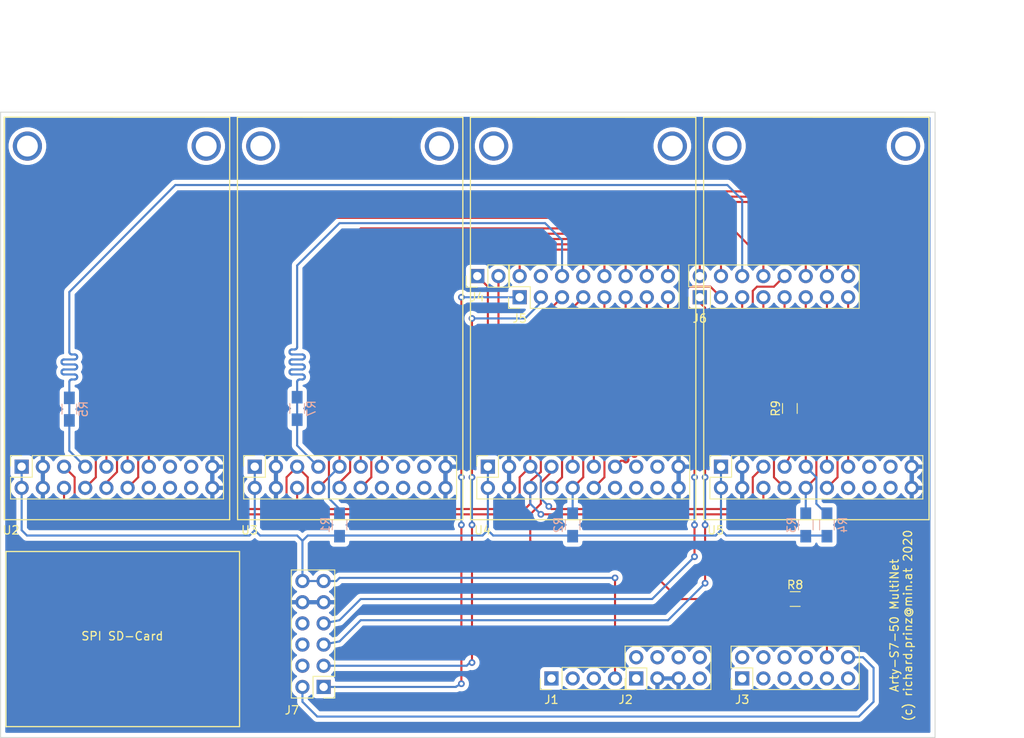
<source format=kicad_pcb>
(kicad_pcb (version 20171130) (host pcbnew 5.1.6-c6e7f7d~86~ubuntu18.04.1)
  (layers (0 F.Cu signal) (31 B.Cu signal) (34 B.Paste user) (35 F.Paste user) (36 B.SilkS user) (37 F.SilkS user) (38 B.Mask user) (39 F.Mask user) (44 Edge.Cuts user))
  (net 0 "")
  (net 1 GND)
  (net 2 +3V3)
  (net 3 /TX_EN_1)
  (net 4 /TX_EN_2)
  (net 5 /TX0_2)
  (net 6 /TX1_2)
  (net 7 /RX1_2)
  (net 8 /RX0_2)
  (net 9 /CRS_2)
  (net 10 /CRS_1)
  (net 11 /RX0_1)
  (net 12 /RX1_1)
  (net 13 /TX0_1)
  (net 14 /TX1_1)
  (net 15 /TX1_3)
  (net 16 /TX_EN_3)
  (net 17 /TX0_3)
  (net 18 /RX1_3)
  (net 19 /RX0_3)
  (net 20 /CRS_3)
  (net 21 /MDIO)
  (net 22 /MDC)
  (net 23 /TX_EN_4)
  (net 24 /TX1_4)
  (net 25 /TX0_4)
  (net 26 /RX1_4)
  (net 27 /RX0_4)
  (net 28 /CRS_4)
  (net 29 /PX5)
  (net 30 /PX1)
  (net 31 /PX2)
  (net 32 /PX3)
  (net 33 /PX4)
  (net 34 O1)
  (net 35 O3)
  (net 36 O2)
  (net 37 O4)
  (module Socket_Strips:Socket_Strip_Straight_2x10_Pitch2.54mm (layer F.Cu) (at 99.695 97.155 90)
    (fp_text reference U2 (at -7.62 -1.27 180) (layer F.SilkS))
    (fp_text value DP83848)
    (pad 20 thru_hole oval (at -2.54 22.86 90) (size 1.7 1.7) (drill 1) (layers *.Cu *.Mask) (net 1 GND))
    (pad 19 thru_hole oval (at 0 22.86 90) (size 1.7 1.7) (drill 1) (layers *.Cu *.Mask) (net 1 GND))
    (pad 18 thru_hole oval (at -2.54 20.32 90) (size 1.7 1.7) (drill 1) (layers *.Cu *.Mask))
    (pad 17 thru_hole oval (at 0 20.32 90) (size 1.7 1.7) (drill 1) (layers *.Cu *.Mask))
    (pad 16 thru_hole oval (at -2.54 17.78 90) (size 1.7 1.7) (drill 1) (layers *.Cu *.Mask))
    (pad 15 thru_hole oval (at 0 17.78 90) (size 1.7 1.7) (drill 1) (layers *.Cu *.Mask))
    (pad 14 thru_hole oval (at -2.54 15.24 90) (size 1.7 1.7) (drill 1) (layers *.Cu *.Mask))
    (pad 13 thru_hole oval (at 0 15.24 90) (size 1.7 1.7) (drill 1) (layers *.Cu *.Mask) (net 14 /TX1_1))
    (pad 12 thru_hole oval (at -2.54 12.7 90) (size 1.7 1.7) (drill 1) (layers *.Cu *.Mask) (net 13 /TX0_1))
    (pad 11 thru_hole oval (at 0 12.7 90) (size 1.7 1.7) (drill 1) (layers *.Cu *.Mask) (net 3 /TX_EN_1))
    (pad 10 thru_hole oval (at -2.54 10.16 90) (size 1.7 1.7) (drill 1) (layers *.Cu *.Mask) (net 12 /RX1_1))
    (pad 9 thru_hole oval (at 0 10.16 90) (size 1.7 1.7) (drill 1) (layers *.Cu *.Mask) (net 11 /RX0_1))
    (pad 8 thru_hole oval (at -2.54 7.62 90) (size 1.7 1.7) (drill 1) (layers *.Cu *.Mask) (net 10 /CRS_1))
    (pad 7 thru_hole oval (at 0 7.62 90) (size 1.7 1.7) (drill 1) (layers *.Cu *.Mask) (net 34 O1))
    (pad 6 thru_hole oval (at -2.54 5.08 90) (size 1.7 1.7) (drill 1) (layers *.Cu *.Mask) (net 22 /MDC))
    (pad 5 thru_hole oval (at 0 5.08 90) (size 1.7 1.7) (drill 1) (layers *.Cu *.Mask) (net 21 /MDIO))
    (pad 4 thru_hole oval (at -2.54 2.54 90) (size 1.7 1.7) (drill 1) (layers *.Cu *.Mask) (net 1 GND))
    (pad 3 thru_hole oval (at 0 2.54 90) (size 1.7 1.7) (drill 1) (layers *.Cu *.Mask) (net 1 GND))
    (pad 2 thru_hole oval (at -2.54 0 90) (size 1.7 1.7) (drill 1) (layers *.Cu *.Mask) (net 2 +3V3))
    (pad 1 thru_hole rect (at 0 0 90) (size 1.7 1.7) (drill 1) (layers *.Cu *.Mask) (net 2 +3V3))
  )
  (module Resistors_SMD:R_0805_HandSoldering (layer B.Cu) (at 196.215 104.14 270)
    (fp_text reference R4 (at 0 -1.905 90) (layer B.SilkS) (effects (justify mirror)))
    (fp_text value 2.2k)
    (pad 1 smd rect (at -1.35 0 270) (size 1.5 1.3) (layers B.Cu B.Paste B.Mask) (net 27 /RX0_4))
    (pad 2 smd rect (at 1.35 0 270) (size 1.5 1.3) (layers B.Cu B.Paste B.Mask) (net 2 +3V3))
  )
  (module Resistors_SMD:R_0805_HandSoldering (layer B.Cu) (at 193.675 104.14 270)
    (fp_text reference R3 (at 0 1.7 90) (layer B.SilkS) (effects (justify mirror)))
    (fp_text value 2.2k)
    (pad 1 smd rect (at -1.35 0 270) (size 1.5 1.3) (layers B.Cu B.Paste B.Mask) (net 26 /RX1_4))
    (pad 2 smd rect (at 1.35 0 270) (size 1.5 1.3) (layers B.Cu B.Paste B.Mask) (net 2 +3V3))
  )
  (module Resistors_SMD:R_0805_HandSoldering (layer B.Cu) (at 165.735 104.14 270)
    (fp_text reference R2 (at 0 1.7 90) (layer B.SilkS) (effects (justify mirror)))
    (fp_text value 2.2k)
    (pad 1 smd rect (at -1.35 0 270) (size 1.5 1.3) (layers B.Cu B.Paste B.Mask) (net 18 /RX1_3))
    (pad 2 smd rect (at 1.35 0 270) (size 1.5 1.3) (layers B.Cu B.Paste B.Mask) (net 2 +3V3))
  )
  (module Resistors_SMD:R_0805_HandSoldering (layer B.Cu) (at 137.795 104.14 270)
    (fp_text reference R1 (at 0 1.7 90) (layer B.SilkS) (effects (justify mirror)))
    (fp_text value 2.2k)
    (pad 1 smd rect (at -1.35 0 270) (size 1.5 1.3) (layers B.Cu B.Paste B.Mask) (net 8 /RX0_2))
    (pad 2 smd rect (at 1.35 0 270) (size 1.5 1.3) (layers B.Cu B.Paste B.Mask) (net 2 +3V3))
  )
  (module Pin_Headers:Pin_Header_Straight_2x06_Pitch2.54mm (layer F.Cu) (at 135.89 123.571 180)
    (fp_text reference J7 (at 3.81 -2.794) (layer F.SilkS))
    (fp_text value 02x06)
    (pad 1 thru_hole rect (at 0 0 180) (size 1.7 1.7) (drill 1) (layers *.Cu *.Mask) (net 30 /PX1))
    (pad 2 thru_hole oval (at 2.54 0 180) (size 1.7 1.7) (drill 1) (layers *.Cu *.Mask) (net 29 /PX5))
    (pad 3 thru_hole oval (at 0 2.54 180) (size 1.7 1.7) (drill 1) (layers *.Cu *.Mask) (net 31 /PX2))
    (pad 4 thru_hole oval (at 2.54 2.54 180) (size 1.7 1.7) (drill 1) (layers *.Cu *.Mask))
    (pad 5 thru_hole oval (at 0 5.08 180) (size 1.7 1.7) (drill 1) (layers *.Cu *.Mask) (net 32 /PX3))
    (pad 6 thru_hole oval (at 2.54 5.08 180) (size 1.7 1.7) (drill 1) (layers *.Cu *.Mask))
    (pad 7 thru_hole oval (at 0 7.62 180) (size 1.7 1.7) (drill 1) (layers *.Cu *.Mask) (net 33 /PX4))
    (pad 8 thru_hole oval (at 2.54 7.62 180) (size 1.7 1.7) (drill 1) (layers *.Cu *.Mask))
    (pad 9 thru_hole oval (at 0 10.16 180) (size 1.7 1.7) (drill 1) (layers *.Cu *.Mask) (net 1 GND))
    (pad 10 thru_hole oval (at 2.54 10.16 180) (size 1.7 1.7) (drill 1) (layers *.Cu *.Mask) (net 1 GND))
    (pad 11 thru_hole oval (at 0 12.7 180) (size 1.7 1.7) (drill 1) (layers *.Cu *.Mask) (net 2 +3V3))
    (pad 12 thru_hole oval (at 2.54 12.7 180) (size 1.7 1.7) (drill 1) (layers *.Cu *.Mask) (net 2 +3V3))
  )
  (module Socket_Strips:Socket_Strip_Straight_2x10_Pitch2.54mm (layer F.Cu) (at 183.515 97.155 90)
    (fp_text reference U5 (at -7.62 -0.635 180) (layer F.SilkS))
    (fp_text value DP83848)
    (pad 1 thru_hole rect (at 0 0 90) (size 1.7 1.7) (drill 1) (layers *.Cu *.Mask) (net 2 +3V3))
    (pad 2 thru_hole oval (at -2.54 0 90) (size 1.7 1.7) (drill 1) (layers *.Cu *.Mask) (net 2 +3V3))
    (pad 3 thru_hole oval (at 0 2.54 90) (size 1.7 1.7) (drill 1) (layers *.Cu *.Mask) (net 1 GND))
    (pad 4 thru_hole oval (at -2.54 2.54 90) (size 1.7 1.7) (drill 1) (layers *.Cu *.Mask) (net 1 GND))
    (pad 5 thru_hole oval (at 0 5.08 90) (size 1.7 1.7) (drill 1) (layers *.Cu *.Mask) (net 21 /MDIO))
    (pad 6 thru_hole oval (at -2.54 5.08 90) (size 1.7 1.7) (drill 1) (layers *.Cu *.Mask) (net 22 /MDC))
    (pad 7 thru_hole oval (at 0 7.62 90) (size 1.7 1.7) (drill 1) (layers *.Cu *.Mask) (net 37 O4))
    (pad 8 thru_hole oval (at -2.54 7.62 90) (size 1.7 1.7) (drill 1) (layers *.Cu *.Mask) (net 28 /CRS_4))
    (pad 9 thru_hole oval (at 0 10.16 90) (size 1.7 1.7) (drill 1) (layers *.Cu *.Mask) (net 27 /RX0_4))
    (pad 10 thru_hole oval (at -2.54 10.16 90) (size 1.7 1.7) (drill 1) (layers *.Cu *.Mask) (net 26 /RX1_4))
    (pad 11 thru_hole oval (at 0 12.7 90) (size 1.7 1.7) (drill 1) (layers *.Cu *.Mask) (net 23 /TX_EN_4))
    (pad 12 thru_hole oval (at -2.54 12.7 90) (size 1.7 1.7) (drill 1) (layers *.Cu *.Mask) (net 25 /TX0_4))
    (pad 13 thru_hole oval (at 0 15.24 90) (size 1.7 1.7) (drill 1) (layers *.Cu *.Mask) (net 24 /TX1_4))
    (pad 14 thru_hole oval (at -2.54 15.24 90) (size 1.7 1.7) (drill 1) (layers *.Cu *.Mask))
    (pad 15 thru_hole oval (at 0 17.78 90) (size 1.7 1.7) (drill 1) (layers *.Cu *.Mask))
    (pad 16 thru_hole oval (at -2.54 17.78 90) (size 1.7 1.7) (drill 1) (layers *.Cu *.Mask))
    (pad 17 thru_hole oval (at 0 20.32 90) (size 1.7 1.7) (drill 1) (layers *.Cu *.Mask))
    (pad 18 thru_hole oval (at -2.54 20.32 90) (size 1.7 1.7) (drill 1) (layers *.Cu *.Mask))
    (pad 19 thru_hole oval (at 0 22.86 90) (size 1.7 1.7) (drill 1) (layers *.Cu *.Mask) (net 1 GND))
    (pad 20 thru_hole oval (at -2.54 22.86 90) (size 1.7 1.7) (drill 1) (layers *.Cu *.Mask) (net 1 GND))
  )
  (module Socket_Strips:Socket_Strip_Straight_2x10_Pitch2.54mm (layer F.Cu) (at 155.575 97.155 90)
    (fp_text reference U4 (at -7.62 -0.635 180) (layer F.SilkS))
    (fp_text value DP83848)
    (pad 1 thru_hole rect (at 0 0 90) (size 1.7 1.7) (drill 1) (layers *.Cu *.Mask) (net 2 +3V3))
    (pad 2 thru_hole oval (at -2.54 0 90) (size 1.7 1.7) (drill 1) (layers *.Cu *.Mask) (net 2 +3V3))
    (pad 3 thru_hole oval (at 0 2.54 90) (size 1.7 1.7) (drill 1) (layers *.Cu *.Mask) (net 1 GND))
    (pad 4 thru_hole oval (at -2.54 2.54 90) (size 1.7 1.7) (drill 1) (layers *.Cu *.Mask) (net 1 GND))
    (pad 5 thru_hole oval (at 0 5.08 90) (size 1.7 1.7) (drill 1) (layers *.Cu *.Mask) (net 21 /MDIO))
    (pad 6 thru_hole oval (at -2.54 5.08 90) (size 1.7 1.7) (drill 1) (layers *.Cu *.Mask) (net 22 /MDC))
    (pad 7 thru_hole oval (at 0 7.62 90) (size 1.7 1.7) (drill 1) (layers *.Cu *.Mask) (net 35 O3))
    (pad 8 thru_hole oval (at -2.54 7.62 90) (size 1.7 1.7) (drill 1) (layers *.Cu *.Mask) (net 20 /CRS_3))
    (pad 9 thru_hole oval (at 0 10.16 90) (size 1.7 1.7) (drill 1) (layers *.Cu *.Mask) (net 19 /RX0_3))
    (pad 10 thru_hole oval (at -2.54 10.16 90) (size 1.7 1.7) (drill 1) (layers *.Cu *.Mask) (net 18 /RX1_3))
    (pad 11 thru_hole oval (at 0 12.7 90) (size 1.7 1.7) (drill 1) (layers *.Cu *.Mask) (net 16 /TX_EN_3))
    (pad 12 thru_hole oval (at -2.54 12.7 90) (size 1.7 1.7) (drill 1) (layers *.Cu *.Mask) (net 17 /TX0_3))
    (pad 13 thru_hole oval (at 0 15.24 90) (size 1.7 1.7) (drill 1) (layers *.Cu *.Mask) (net 15 /TX1_3))
    (pad 14 thru_hole oval (at -2.54 15.24 90) (size 1.7 1.7) (drill 1) (layers *.Cu *.Mask))
    (pad 15 thru_hole oval (at 0 17.78 90) (size 1.7 1.7) (drill 1) (layers *.Cu *.Mask))
    (pad 16 thru_hole oval (at -2.54 17.78 90) (size 1.7 1.7) (drill 1) (layers *.Cu *.Mask))
    (pad 17 thru_hole oval (at 0 20.32 90) (size 1.7 1.7) (drill 1) (layers *.Cu *.Mask))
    (pad 18 thru_hole oval (at -2.54 20.32 90) (size 1.7 1.7) (drill 1) (layers *.Cu *.Mask))
    (pad 19 thru_hole oval (at 0 22.86 90) (size 1.7 1.7) (drill 1) (layers *.Cu *.Mask) (net 1 GND))
    (pad 20 thru_hole oval (at -2.54 22.86 90) (size 1.7 1.7) (drill 1) (layers *.Cu *.Mask) (net 1 GND))
  )
  (module Pin_Headers:Pin_Header_Straight_2x08_Pitch2.54mm (layer F.Cu) (at 180.975 76.835 90)
    (fp_text reference J6 (at -2.54 0 180) (layer F.SilkS))
    (fp_text value 02x08)
    (pad 1 thru_hole rect (at 0 0 90) (size 1.7 1.7) (drill 1) (layers *.Cu *.Mask) (net 32 /PX3))
    (pad 2 thru_hole oval (at 2.54 0 90) (size 1.7 1.7) (drill 1) (layers *.Cu *.Mask) (net 14 /TX1_1))
    (pad 3 thru_hole oval (at 0 2.54 90) (size 1.7 1.7) (drill 1) (layers *.Cu *.Mask) (net 33 /PX4))
    (pad 4 thru_hole oval (at 2.54 2.54 90) (size 1.7 1.7) (drill 1) (layers *.Cu *.Mask) (net 13 /TX0_1))
    (pad 5 thru_hole oval (at 0 5.08 90) (size 1.7 1.7) (drill 1) (layers *.Cu *.Mask) (net 28 /CRS_4))
    (pad 6 thru_hole oval (at 2.54 5.08 90) (size 1.7 1.7) (drill 1) (layers *.Cu *.Mask) (net 34 O1))
    (pad 7 thru_hole oval (at 0 7.62 90) (size 1.7 1.7) (drill 1) (layers *.Cu *.Mask) (net 27 /RX0_4))
    (pad 8 thru_hole oval (at 2.54 7.62 90) (size 1.7 1.7) (drill 1) (layers *.Cu *.Mask) (net 3 /TX_EN_1))
    (pad 9 thru_hole oval (at 0 10.16 90) (size 1.7 1.7) (drill 1) (layers *.Cu *.Mask) (net 26 /RX1_4))
    (pad 10 thru_hole oval (at 2.54 10.16 90) (size 1.7 1.7) (drill 1) (layers *.Cu *.Mask) (net 37 O4))
    (pad 11 thru_hole oval (at 0 12.7 90) (size 1.7 1.7) (drill 1) (layers *.Cu *.Mask) (net 23 /TX_EN_4))
    (pad 12 thru_hole oval (at 2.54 12.7 90) (size 1.7 1.7) (drill 1) (layers *.Cu *.Mask) (net 12 /RX1_1))
    (pad 13 thru_hole oval (at 0 15.24 90) (size 1.7 1.7) (drill 1) (layers *.Cu *.Mask) (net 25 /TX0_4))
    (pad 14 thru_hole oval (at 2.54 15.24 90) (size 1.7 1.7) (drill 1) (layers *.Cu *.Mask) (net 11 /RX0_1))
    (pad 15 thru_hole oval (at 0 17.78 90) (size 1.7 1.7) (drill 1) (layers *.Cu *.Mask) (net 24 /TX1_4))
    (pad 16 thru_hole oval (at 2.54 17.78 90) (size 1.7 1.7) (drill 1) (layers *.Cu *.Mask) (net 10 /CRS_1))
  )
  (module Pin_Headers:Pin_Header_Straight_2x08_Pitch2.54mm (layer F.Cu) (at 159.385 76.835 90)
    (fp_text reference J5 (at -2.54 0 180) (layer F.SilkS))
    (fp_text value 02x08)
    (pad 1 thru_hole rect (at 0 0 90) (size 1.7 1.7) (drill 1) (layers *.Cu *.Mask) (net 30 /PX1))
    (pad 2 thru_hole oval (at 2.54 0 90) (size 1.7 1.7) (drill 1) (layers *.Cu *.Mask) (net 6 /TX1_2))
    (pad 3 thru_hole oval (at 0 2.54 90) (size 1.7 1.7) (drill 1) (layers *.Cu *.Mask) (net 31 /PX2))
    (pad 4 thru_hole oval (at 2.54 2.54 90) (size 1.7 1.7) (drill 1) (layers *.Cu *.Mask))
    (pad 5 thru_hole oval (at 0 5.08 90) (size 1.7 1.7) (drill 1) (layers *.Cu *.Mask) (net 20 /CRS_3))
    (pad 6 thru_hole oval (at 2.54 5.08 90) (size 1.7 1.7) (drill 1) (layers *.Cu *.Mask) (net 36 O2))
    (pad 7 thru_hole oval (at 0 7.62 90) (size 1.7 1.7) (drill 1) (layers *.Cu *.Mask) (net 19 /RX0_3))
    (pad 8 thru_hole oval (at 2.54 7.62 90) (size 1.7 1.7) (drill 1) (layers *.Cu *.Mask) (net 5 /TX0_2))
    (pad 9 thru_hole oval (at 0 10.16 90) (size 1.7 1.7) (drill 1) (layers *.Cu *.Mask) (net 18 /RX1_3))
    (pad 10 thru_hole oval (at 2.54 10.16 90) (size 1.7 1.7) (drill 1) (layers *.Cu *.Mask) (net 4 /TX_EN_2))
    (pad 11 thru_hole oval (at 0 12.7 90) (size 1.7 1.7) (drill 1) (layers *.Cu *.Mask) (net 16 /TX_EN_3))
    (pad 12 thru_hole oval (at 2.54 12.7 90) (size 1.7 1.7) (drill 1) (layers *.Cu *.Mask) (net 7 /RX1_2))
    (pad 13 thru_hole oval (at 0 15.24 90) (size 1.7 1.7) (drill 1) (layers *.Cu *.Mask) (net 17 /TX0_3))
    (pad 14 thru_hole oval (at 2.54 15.24 90) (size 1.7 1.7) (drill 1) (layers *.Cu *.Mask) (net 8 /RX0_2))
    (pad 15 thru_hole oval (at 0 17.78 90) (size 1.7 1.7) (drill 1) (layers *.Cu *.Mask) (net 15 /TX1_3))
    (pad 16 thru_hole oval (at 2.54 17.78 90) (size 1.7 1.7) (drill 1) (layers *.Cu *.Mask) (net 9 /CRS_2))
  )
  (module Pin_Headers:Pin_Header_Straight_2x06_Pitch2.54mm (layer F.Cu) (at 186.055 122.555 90)
    (fp_text reference J3 (at -2.54 0 180) (layer F.SilkS))
    (fp_text value 02x06)
    (pad 1 thru_hole rect (at 0 0 90) (size 1.7 1.7) (drill 1) (layers *.Cu *.Mask))
    (pad 2 thru_hole oval (at 2.54 0 90) (size 1.7 1.7) (drill 1) (layers *.Cu *.Mask))
    (pad 3 thru_hole oval (at 0 2.54 90) (size 1.7 1.7) (drill 1) (layers *.Cu *.Mask))
    (pad 4 thru_hole oval (at 2.54 2.54 90) (size 1.7 1.7) (drill 1) (layers *.Cu *.Mask))
    (pad 5 thru_hole oval (at 0 5.08 90) (size 1.7 1.7) (drill 1) (layers *.Cu *.Mask))
    (pad 6 thru_hole oval (at 2.54 5.08 90) (size 1.7 1.7) (drill 1) (layers *.Cu *.Mask))
    (pad 7 thru_hole oval (at 0 7.62 90) (size 1.7 1.7) (drill 1) (layers *.Cu *.Mask))
    (pad 8 thru_hole oval (at 2.54 7.62 90) (size 1.7 1.7) (drill 1) (layers *.Cu *.Mask))
    (pad 9 thru_hole oval (at 0 10.16 90) (size 1.7 1.7) (drill 1) (layers *.Cu *.Mask))
    (pad 10 thru_hole oval (at 2.54 10.16 90) (size 1.7 1.7) (drill 1) (layers *.Cu *.Mask) (net 35 O3))
    (pad 11 thru_hole oval (at 0 12.7 90) (size 1.7 1.7) (drill 1) (layers *.Cu *.Mask))
    (pad 12 thru_hole oval (at 2.54 12.7 90) (size 1.7 1.7) (drill 1) (layers *.Cu *.Mask) (net 29 /PX5))
  )
  (module Pin_Headers:Pin_Header_Straight_2x04_Pitch2.54mm (layer F.Cu) (at 173.355 122.555 90)
    (fp_text reference J2 (at -2.54 -1.27 180) (layer F.SilkS))
    (fp_text value 02x04)
    (pad 1 thru_hole rect (at 0 0 90) (size 1.7 1.7) (drill 1) (layers *.Cu *.Mask))
    (pad 2 thru_hole oval (at 2.54 0 90) (size 1.7 1.7) (drill 1) (layers *.Cu *.Mask))
    (pad 3 thru_hole oval (at 0 2.54 90) (size 1.7 1.7) (drill 1) (layers *.Cu *.Mask) (net 1 GND))
    (pad 4 thru_hole oval (at 2.54 2.54 90) (size 1.7 1.7) (drill 1) (layers *.Cu *.Mask))
    (pad 5 thru_hole oval (at 0 5.08 90) (size 1.7 1.7) (drill 1) (layers *.Cu *.Mask) (net 1 GND))
    (pad 6 thru_hole oval (at 2.54 5.08 90) (size 1.7 1.7) (drill 1) (layers *.Cu *.Mask))
    (pad 7 thru_hole oval (at 0 7.62 90) (size 1.7 1.7) (drill 1) (layers *.Cu *.Mask))
    (pad 8 thru_hole oval (at 2.54 7.62 90) (size 1.7 1.7) (drill 1) (layers *.Cu *.Mask))
  )
  (module Pin_Headers:Pin_Header_Straight_1x04_Pitch2.54mm (layer F.Cu) (at 163.195 122.555 90)
    (fp_text reference J1 (at -2.54 0 180) (layer F.SilkS))
    (fp_text value 01x04)
    (pad 4 thru_hole oval (at 0 7.62 90) (size 1.7 1.7) (drill 1) (layers *.Cu *.Mask) (net 2 +3V3))
    (pad 3 thru_hole oval (at 0 5.08 90) (size 1.7 1.7) (drill 1) (layers *.Cu *.Mask))
    (pad 2 thru_hole oval (at 0 2.54 90) (size 1.7 1.7) (drill 1) (layers *.Cu *.Mask))
    (pad 1 thru_hole rect (at 0 0 90) (size 1.7 1.7) (drill 1) (layers *.Cu *.Mask))
  )
  (module Pin_Headers:Pin_Header_Straight_1x02_Pitch2.54mm (layer F.Cu) (at 154.305 74.295 90)
    (fp_text reference J4 (at -2.54 0 180) (layer F.SilkS))
    (fp_text value 01x02)
    (pad 2 thru_hole oval (at 0 2.54 90) (size 1.7 1.7) (drill 1) (layers *.Cu *.Mask) (net 22 /MDC))
    (pad 1 thru_hole rect (at 0 0 90) (size 1.7 1.7) (drill 1) (layers *.Cu *.Mask) (net 21 /MDIO))
  )
  (module Socket_Strips:Socket_Strip_Straight_2x10_Pitch2.54mm (layer F.Cu) (at 127.635 97.155 90)
    (fp_text reference U3 (at -7.62 -0.635 180) (layer F.SilkS))
    (fp_text value DP83848)
    (pad 1 thru_hole rect (at 0 0 90) (size 1.7 1.7) (drill 1) (layers *.Cu *.Mask) (net 2 +3V3))
    (pad 2 thru_hole oval (at -2.54 0 90) (size 1.7 1.7) (drill 1) (layers *.Cu *.Mask) (net 2 +3V3))
    (pad 3 thru_hole oval (at 0 2.54 90) (size 1.7 1.7) (drill 1) (layers *.Cu *.Mask) (net 1 GND))
    (pad 4 thru_hole oval (at -2.54 2.54 90) (size 1.7 1.7) (drill 1) (layers *.Cu *.Mask) (net 1 GND))
    (pad 5 thru_hole oval (at 0 5.08 90) (size 1.7 1.7) (drill 1) (layers *.Cu *.Mask) (net 21 /MDIO))
    (pad 6 thru_hole oval (at -2.54 5.08 90) (size 1.7 1.7) (drill 1) (layers *.Cu *.Mask) (net 22 /MDC))
    (pad 7 thru_hole oval (at 0 7.62 90) (size 1.7 1.7) (drill 1) (layers *.Cu *.Mask) (net 36 O2))
    (pad 8 thru_hole oval (at -2.54 7.62 90) (size 1.7 1.7) (drill 1) (layers *.Cu *.Mask) (net 9 /CRS_2))
    (pad 9 thru_hole oval (at 0 10.16 90) (size 1.7 1.7) (drill 1) (layers *.Cu *.Mask) (net 8 /RX0_2))
    (pad 10 thru_hole oval (at -2.54 10.16 90) (size 1.7 1.7) (drill 1) (layers *.Cu *.Mask) (net 7 /RX1_2))
    (pad 11 thru_hole oval (at 0 12.7 90) (size 1.7 1.7) (drill 1) (layers *.Cu *.Mask) (net 4 /TX_EN_2))
    (pad 12 thru_hole oval (at -2.54 12.7 90) (size 1.7 1.7) (drill 1) (layers *.Cu *.Mask) (net 5 /TX0_2))
    (pad 13 thru_hole oval (at 0 15.24 90) (size 1.7 1.7) (drill 1) (layers *.Cu *.Mask) (net 6 /TX1_2))
    (pad 14 thru_hole oval (at -2.54 15.24 90) (size 1.7 1.7) (drill 1) (layers *.Cu *.Mask))
    (pad 15 thru_hole oval (at 0 17.78 90) (size 1.7 1.7) (drill 1) (layers *.Cu *.Mask))
    (pad 16 thru_hole oval (at -2.54 17.78 90) (size 1.7 1.7) (drill 1) (layers *.Cu *.Mask))
    (pad 17 thru_hole oval (at 0 20.32 90) (size 1.7 1.7) (drill 1) (layers *.Cu *.Mask))
    (pad 18 thru_hole oval (at -2.54 20.32 90) (size 1.7 1.7) (drill 1) (layers *.Cu *.Mask))
    (pad 19 thru_hole oval (at 0 22.86 90) (size 1.7 1.7) (drill 1) (layers *.Cu *.Mask) (net 1 GND))
    (pad 20 thru_hole oval (at -2.54 22.86 90) (size 1.7 1.7) (drill 1) (layers *.Cu *.Mask) (net 1 GND))
  )
  (module Resistors_SMD:R_0805_HandSoldering (layer B.Cu) (at 105.41 90.25 90)
    (fp_text reference R5 (at 0 1.7 90) (layer B.SilkS) (effects (justify mirror)))
    (fp_text value 0)
    (pad 2 smd rect (at 1.35 0 90) (size 1.5 1.3) (layers B.Cu B.Paste B.Mask) (net 34 O1))
    (pad 1 smd rect (at -1.35 0 90) (size 1.5 1.3) (layers B.Cu B.Paste B.Mask) (net 34 O1))
  )
  (module Resistors_SMD:R_0805_HandSoldering (layer B.Cu) (at 132.715 90.17 90)
    (fp_text reference R7 (at 0 1.7 90) (layer B.SilkS) (effects (justify mirror)))
    (fp_text value 0)
    (pad 2 smd rect (at 1.35 0 90) (size 1.5 1.3) (layers B.Cu B.Paste B.Mask) (net 36 O2))
    (pad 1 smd rect (at -1.35 0 90) (size 1.5 1.3) (layers B.Cu B.Paste B.Mask) (net 36 O2))
  )
  (module Resistors_SMD:R_0805_HandSoldering (layer F.Cu) (at 192.405 113.03)
    (fp_text reference R8 (at 0 -1.7) (layer F.SilkS))
    (fp_text value 0)
    (pad 1 smd rect (at -1.35 0) (size 1.5 1.3) (layers F.Cu F.Paste F.Mask) (net 35 O3))
    (pad 2 smd rect (at 1.35 0) (size 1.5 1.3) (layers F.Cu F.Paste F.Mask) (net 35 O3))
  )
  (module Resistors_SMD:R_0805_HandSoldering (layer F.Cu) (at 191.77 90.17 90)
    (fp_text reference R9 (at 0 -1.7 90) (layer F.SilkS))
    (fp_text value 0)
    (pad 2 smd rect (at 1.35 0 90) (size 1.5 1.3) (layers F.Cu F.Paste F.Mask) (net 37 O4))
    (pad 1 smd rect (at -1.35 0 90) (size 1.5 1.3) (layers F.Cu F.Paste F.Mask) (net 37 O4))
  )
  (gr_text "Arty-S7-50 MultiNet\n(c) richard.prinz@min.at 2020" (at 205.105 116.205 90) (layer F.SilkS) (effects (font (size 1 1))))
  (gr_text "SPI SD-Card" (at 111.76 117.475) (layer F.SilkS) (effects (font (size 1 1))))
  (gr_line (start 125.81 107.33) (end 125.81 128.33) (layer F.SilkS) (width 0.15))
  (gr_line (start 97.81 107.33) (end 125.81 107.33) (layer F.SilkS) (width 0.15))
  (gr_line (start 97.81 128.33) (end 125.81 128.33) (layer F.SilkS) (width 0.15))
  (gr_line (start 97.81 107.33) (end 97.81 128.33) (layer F.SilkS) (width 0.15))
  (gr_line (start 181.45 103.51) (end 208.45 103.51) (layer F.SilkS) (width 0.15))
  (gr_line (start 208.45 55.245) (end 181.43 55.235) (layer F.SilkS) (width 0.15))
  (gr_line (start 181.43 55.235) (end 181.45 103.51) (layer F.SilkS) (width 0.15))
  (gr_line (start 208.45 103.51) (end 208.45 55.245) (layer F.SilkS) (width 0.15))
  (gr_line (start 153.5 103.51) (end 180.5 103.51) (layer F.SilkS) (width 0.15))
  (gr_line (start 180.5 55.255) (end 153.48 55.245) (layer F.SilkS) (width 0.15))
  (gr_line (start 153.48 55.245) (end 153.5 103.51) (layer F.SilkS) (width 0.15))
  (gr_line (start 180.5 103.51) (end 180.5 55.245) (layer F.SilkS) (width 0.15))
  (gr_line (start 125.575 103.51) (end 152.575 103.51) (layer F.SilkS) (width 0.15))
  (gr_line (start 152.575 55.255) (end 125.555 55.245) (layer F.SilkS) (width 0.15))
  (gr_line (start 125.555 55.245) (end 125.575 103.51) (layer F.SilkS) (width 0.15))
  (gr_line (start 152.575 103.51) (end 152.575 55.245) (layer F.SilkS) (width 0.15))
  (gr_line (start 97.625 103.51) (end 124.625 103.51) (layer F.SilkS) (width 0.15))
  (gr_line (start 124.625 55.245) (end 97.605 55.235) (layer F.SilkS) (width 0.15))
  (gr_line (start 97.605 55.235) (end 97.625 103.51) (layer F.SilkS) (width 0.15))
  (gr_line (start 124.625 103.51) (end 124.625 55.245) (layer F.SilkS) (width 0.15))
  (gr_line (start 209.175 54.635) (end 209.175 129.635) (layer Edge.Cuts) (width 0.1))
  (gr_line (start 97.175 54.635) (end 209.175 54.635) (layer Edge.Cuts) (width 0.1))
  (gr_line (start 97.175 129.635) (end 97.175 54.635) (layer Edge.Cuts) (width 0.1))
  (gr_line (start 209.175 129.635) (end 97.175 129.635) (layer Edge.Cuts) (width 0.1))
  (via (at 121.815 58.705) (size 3.5) (drill 2.5) (layers F.Cu B.Cu) (net 0))
  (via (at 100.385 58.705) (size 3.5) (drill 2.5) (layers F.Cu B.Cu) (net 0))
  (via (at 149.765 58.705) (size 3.5) (drill 2.5) (layers F.Cu B.Cu) (net 0))
  (via (at 128.355 58.695) (size 3.5) (drill 2.5) (layers F.Cu B.Cu) (net 0))
  (via (at 177.685 58.705) (size 3.5) (drill 2.5) (layers F.Cu B.Cu) (net 0))
  (via (at 156.275 58.695) (size 3.5) (drill 2.5) (layers F.Cu B.Cu) (net 0))
  (via (at 205.635 58.705) (size 3.5) (drill 2.5) (layers F.Cu B.Cu) (net 0))
  (via (at 184.225 58.695) (size 3.5) (drill 2.5) (layers F.Cu B.Cu) (net 0))
  (segment (start 122.555 97.155) (end 122.555 99.695) (width 0.508) (layer B.Cu) (net 1))
  (segment (start 150.495 97.155) (end 150.495 99.695) (width 0.508) (layer B.Cu) (net 1))
  (segment (start 178.435 97.155) (end 178.435 99.695) (width 0.508) (layer B.Cu) (net 1))
  (segment (start 206.375 97.155) (end 206.375 99.695) (width 0.508) (layer B.Cu) (net 1))
  (segment (start 99.695 99.695) (end 99.695 97.155) (width 0.25) (layer B.Cu) (net 2))
  (segment (start 127.635 97.155) (end 127.635 99.695) (width 0.25) (layer B.Cu) (net 2))
  (segment (start 183.515 97.155) (end 183.515 99.695) (width 0.25) (layer B.Cu) (net 2))
  (segment (start 135.89 110.871) (end 133.35 110.871) (width 0.25) (layer B.Cu) (net 2))
  (segment (start 170.815 110.49) (end 170.815 122.555) (width 0.25) (layer F.Cu) (net 2))
  (via (at 170.815 110.49) (size 0.8) (drill 0.4) (layers F.Cu B.Cu) (net 2))
  (segment (start 137.795 110.49) (end 170.815 110.49) (width 0.25) (layer B.Cu) (net 2))
  (segment (start 135.89 110.871) (end 137.414 110.871) (width 0.25) (layer B.Cu) (net 2))
  (segment (start 137.414 110.871) (end 137.795 110.49) (width 0.25) (layer B.Cu) (net 2))
  (segment (start 155.575 97.155) (end 155.575 99.695) (width 0.25) (layer B.Cu) (net 2))
  (segment (start 127.635 99.695) (end 127.635 104.775) (width 0.25) (layer B.Cu) (net 2))
  (segment (start 127.635 104.775) (end 127 105.41) (width 0.25) (layer B.Cu) (net 2))
  (segment (start 128.27 105.41) (end 127.635 104.775) (width 0.25) (layer B.Cu) (net 2))
  (segment (start 132.715 105.41) (end 128.27 105.41) (width 0.25) (layer B.Cu) (net 2))
  (segment (start 133.35 106.045) (end 132.715 105.41) (width 0.25) (layer B.Cu) (net 2))
  (segment (start 133.35 106.045) (end 133.35 110.871) (width 0.25) (layer B.Cu) (net 2))
  (segment (start 133.985 105.41) (end 133.35 106.045) (width 0.25) (layer B.Cu) (net 2))
  (segment (start 154.94 105.41) (end 133.985 105.41) (width 0.25) (layer B.Cu) (net 2))
  (segment (start 155.575 99.695) (end 155.575 104.775) (width 0.25) (layer B.Cu) (net 2))
  (segment (start 155.575 104.775) (end 154.94 105.41) (width 0.25) (layer B.Cu) (net 2))
  (segment (start 155.575 104.775) (end 156.21 105.41) (width 0.25) (layer B.Cu) (net 2))
  (segment (start 156.21 105.41) (end 182.88 105.41) (width 0.25) (layer B.Cu) (net 2))
  (segment (start 183.515 104.775) (end 183.515 99.695) (width 0.25) (layer B.Cu) (net 2))
  (segment (start 182.88 105.41) (end 183.515 104.775) (width 0.25) (layer B.Cu) (net 2))
  (segment (start 196.215 105.41) (end 193.675 105.41) (width 0.25) (layer B.Cu) (net 2))
  (segment (start 184.15 105.41) (end 193.675 105.41) (width 0.25) (layer B.Cu) (net 2))
  (segment (start 183.515 104.775) (end 184.15 105.41) (width 0.25) (layer B.Cu) (net 2))
  (segment (start 100.33 105.41) (end 127 105.41) (width 0.25) (layer B.Cu) (net 2))
  (segment (start 99.695 99.695) (end 99.695 104.775) (width 0.25) (layer B.Cu) (net 2))
  (segment (start 99.695 104.775) (end 100.33 105.41) (width 0.25) (layer B.Cu) (net 2))
  (segment (start 112.395 74.295) (end 120.65 66.04) (width 0.25) (layer F.Cu) (net 3))
  (segment (start 112.395 82.650002) (end 112.395 74.295) (width 0.25) (layer F.Cu) (net 3))
  (segment (start 112.387479 82.716758) (end 112.395 82.650002) (width 0.25) (layer F.Cu) (net 3))
  (segment (start 112.365291 82.780167) (end 112.387479 82.716758) (width 0.25) (layer F.Cu) (net 3))
  (segment (start 112.32955 82.837048) (end 112.365291 82.780167) (width 0.25) (layer F.Cu) (net 3))
  (segment (start 112.282047 82.884551) (end 112.32955 82.837048) (width 0.25) (layer F.Cu) (net 3))
  (segment (start 112.161757 82.94248) (end 112.225166 82.920292) (width 0.25) (layer F.Cu) (net 3))
  (segment (start 112.095 82.950002) (end 112.161757 82.94248) (width 0.25) (layer F.Cu) (net 3))
  (segment (start 111.734713 83.015452) (end 111.791594 82.979711) (width 0.25) (layer F.Cu) (net 3))
  (segment (start 111.68721 83.062955) (end 111.734713 83.015452) (width 0.25) (layer F.Cu) (net 3))
  (segment (start 111.621759 83.250002) (end 111.629281 83.183245) (width 0.25) (layer F.Cu) (net 3))
  (segment (start 111.629281 83.316758) (end 111.621759 83.250002) (width 0.25) (layer F.Cu) (net 3))
  (segment (start 111.651469 83.380167) (end 111.629281 83.316758) (width 0.25) (layer F.Cu) (net 3))
  (segment (start 111.791594 83.520292) (end 111.734713 83.484551) (width 0.25) (layer F.Cu) (net 3))
  (segment (start 111.855003 83.54248) (end 111.791594 83.520292) (width 0.25) (layer F.Cu) (net 3))
  (segment (start 112.934997 83.557523) (end 112.868241 83.550002) (width 0.25) (layer F.Cu) (net 3))
  (segment (start 112.998406 83.579711) (end 112.934997 83.557523) (width 0.25) (layer F.Cu) (net 3))
  (segment (start 113.055287 83.615452) (end 112.998406 83.579711) (width 0.25) (layer F.Cu) (net 3))
  (segment (start 113.160719 83.783245) (end 113.138531 83.719836) (width 0.25) (layer F.Cu) (net 3))
  (segment (start 113.168241 83.850002) (end 113.160719 83.783245) (width 0.25) (layer F.Cu) (net 3))
  (segment (start 113.055287 84.084551) (end 113.10279 84.037048) (width 0.25) (layer F.Cu) (net 3))
  (segment (start 112.998406 84.120292) (end 113.055287 84.084551) (width 0.25) (layer F.Cu) (net 3))
  (segment (start 112.868241 84.150002) (end 112.934997 84.14248) (width 0.25) (layer F.Cu) (net 3))
  (segment (start 113.055287 84.815452) (end 112.998406 84.779711) (width 0.25) (layer F.Cu) (net 3))
  (segment (start 188.595 72.39) (end 188.595 74.295) (width 0.25) (layer F.Cu) (net 3))
  (segment (start 113.10279 84.862955) (end 113.055287 84.815452) (width 0.25) (layer F.Cu) (net 3))
  (segment (start 113.138531 84.919836) (end 113.10279 84.862955) (width 0.25) (layer F.Cu) (net 3))
  (segment (start 113.160719 84.983245) (end 113.138531 84.919836) (width 0.25) (layer F.Cu) (net 3))
  (segment (start 113.168241 85.050002) (end 113.160719 84.983245) (width 0.25) (layer F.Cu) (net 3))
  (segment (start 113.160719 83.916758) (end 113.168241 83.850002) (width 0.25) (layer F.Cu) (net 3))
  (segment (start 113.055287 85.284551) (end 113.10279 85.237048) (width 0.25) (layer F.Cu) (net 3))
  (segment (start 111.921759 85.350002) (end 112.868241 85.350002) (width 0.25) (layer F.Cu) (net 3))
  (segment (start 111.791594 85.379711) (end 111.855003 85.357523) (width 0.25) (layer F.Cu) (net 3))
  (segment (start 111.921759 84.150002) (end 112.868241 84.150002) (width 0.25) (layer F.Cu) (net 3))
  (segment (start 111.734713 85.415452) (end 111.791594 85.379711) (width 0.25) (layer F.Cu) (net 3))
  (segment (start 111.855003 84.157523) (end 111.921759 84.150002) (width 0.25) (layer F.Cu) (net 3))
  (segment (start 111.68721 85.462955) (end 111.734713 85.415452) (width 0.25) (layer F.Cu) (net 3))
  (segment (start 111.791594 84.179711) (end 111.855003 84.157523) (width 0.25) (layer F.Cu) (net 3))
  (segment (start 111.651469 85.519836) (end 111.68721 85.462955) (width 0.25) (layer F.Cu) (net 3))
  (segment (start 111.629281 85.583245) (end 111.651469 85.519836) (width 0.25) (layer F.Cu) (net 3))
  (segment (start 111.651469 84.319836) (end 111.68721 84.262955) (width 0.25) (layer F.Cu) (net 3))
  (segment (start 111.629281 85.716758) (end 111.621759 85.650002) (width 0.25) (layer F.Cu) (net 3))
  (segment (start 111.68721 85.837048) (end 111.651469 85.780167) (width 0.25) (layer F.Cu) (net 3))
  (segment (start 111.734713 85.884551) (end 111.68721 85.837048) (width 0.25) (layer F.Cu) (net 3))
  (segment (start 111.855003 85.94248) (end 111.791594 85.920292) (width 0.25) (layer F.Cu) (net 3))
  (segment (start 111.921759 85.950002) (end 111.855003 85.94248) (width 0.25) (layer F.Cu) (net 3))
  (segment (start 182.372 66.04) (end 188.595 72.39) (width 0.25) (layer F.Cu) (net 3))
  (segment (start 112.868241 85.950002) (end 111.921759 85.950002) (width 0.25) (layer F.Cu) (net 3))
  (segment (start 112.998406 85.979711) (end 112.934997 85.957523) (width 0.25) (layer F.Cu) (net 3))
  (segment (start 113.055287 86.015452) (end 112.998406 85.979711) (width 0.25) (layer F.Cu) (net 3))
  (segment (start 113.168241 86.250002) (end 113.160719 86.183245) (width 0.25) (layer F.Cu) (net 3))
  (segment (start 113.160719 86.316758) (end 113.168241 86.250002) (width 0.25) (layer F.Cu) (net 3))
  (segment (start 113.138531 86.380167) (end 113.160719 86.316758) (width 0.25) (layer F.Cu) (net 3))
  (segment (start 113.10279 86.437048) (end 113.138531 86.380167) (width 0.25) (layer F.Cu) (net 3))
  (segment (start 111.855003 86.557523) (end 111.921759 86.550002) (width 0.25) (layer F.Cu) (net 3))
  (segment (start 111.791594 86.579711) (end 111.855003 86.557523) (width 0.25) (layer F.Cu) (net 3))
  (segment (start 111.629281 86.783245) (end 111.651469 86.719836) (width 0.25) (layer F.Cu) (net 3))
  (segment (start 111.629281 86.916758) (end 111.621759 86.850002) (width 0.25) (layer F.Cu) (net 3))
  (segment (start 111.651469 86.980167) (end 111.629281 86.916758) (width 0.25) (layer F.Cu) (net 3))
  (segment (start 111.791594 87.120292) (end 111.734713 87.084551) (width 0.25) (layer F.Cu) (net 3))
  (segment (start 111.855003 87.14248) (end 111.791594 87.120292) (width 0.25) (layer F.Cu) (net 3))
  (segment (start 111.921759 87.150002) (end 111.855003 87.14248) (width 0.25) (layer F.Cu) (net 3))
  (segment (start 113.10279 87.262955) (end 113.055287 87.215452) (width 0.25) (layer F.Cu) (net 3))
  (segment (start 112.934997 87.74248) (end 112.998406 87.720292) (width 0.25) (layer F.Cu) (net 3))
  (segment (start 111.629281 83.183245) (end 111.651469 83.119836) (width 0.25) (layer F.Cu) (net 3))
  (segment (start 111.629281 88.116758) (end 111.621759 88.050002) (width 0.25) (layer F.Cu) (net 3))
  (segment (start 111.651469 88.180167) (end 111.629281 88.116758) (width 0.25) (layer F.Cu) (net 3))
  (segment (start 111.68721 88.237048) (end 111.651469 88.180167) (width 0.25) (layer F.Cu) (net 3))
  (segment (start 111.734713 88.284551) (end 111.68721 88.237048) (width 0.25) (layer F.Cu) (net 3))
  (segment (start 111.68721 83.437048) (end 111.651469 83.380167) (width 0.25) (layer F.Cu) (net 3))
  (segment (start 111.791594 88.320292) (end 111.734713 88.284551) (width 0.25) (layer F.Cu) (net 3))
  (segment (start 111.734713 83.484551) (end 111.68721 83.437048) (width 0.25) (layer F.Cu) (net 3))
  (segment (start 111.855003 88.34248) (end 111.791594 88.320292) (width 0.25) (layer F.Cu) (net 3))
  (segment (start 111.921759 88.350002) (end 111.855003 88.34248) (width 0.25) (layer F.Cu) (net 3))
  (segment (start 112.868241 88.350002) (end 111.921759 88.350002) (width 0.25) (layer F.Cu) (net 3))
  (segment (start 111.921759 83.550002) (end 111.855003 83.54248) (width 0.25) (layer F.Cu) (net 3))
  (segment (start 112.934997 88.357523) (end 112.868241 88.350002) (width 0.25) (layer F.Cu) (net 3))
  (segment (start 112.868241 83.550002) (end 111.921759 83.550002) (width 0.25) (layer F.Cu) (net 3))
  (segment (start 112.998406 88.379711) (end 112.934997 88.357523) (width 0.25) (layer F.Cu) (net 3))
  (segment (start 113.055287 88.415452) (end 112.998406 88.379711) (width 0.25) (layer F.Cu) (net 3))
  (segment (start 113.138531 88.519836) (end 113.10279 88.462955) (width 0.25) (layer F.Cu) (net 3))
  (segment (start 113.160719 88.583245) (end 113.138531 88.519836) (width 0.25) (layer F.Cu) (net 3))
  (segment (start 113.160719 85.116758) (end 113.168241 85.050002) (width 0.25) (layer F.Cu) (net 3))
  (segment (start 113.168241 88.650002) (end 113.160719 88.583245) (width 0.25) (layer F.Cu) (net 3))
  (segment (start 112.868241 91.350002) (end 112.934997 91.34248) (width 0.25) (layer F.Cu) (net 3))
  (segment (start 112.998406 84.779711) (end 112.934997 84.757523) (width 0.25) (layer F.Cu) (net 3))
  (segment (start 111.921759 87.750002) (end 112.868241 87.750002) (width 0.25) (layer F.Cu) (net 3))
  (segment (start 112.227979 89.546576) (end 112.199102 89.536472) (width 0.25) (layer F.Cu) (net 3))
  (segment (start 113.168241 92.250002) (end 113.160719 92.183245) (width 0.25) (layer F.Cu) (net 3))
  (segment (start 112.695 91.350002) (end 112.868241 91.350002) (width 0.25) (layer F.Cu) (net 3))
  (segment (start 111.855003 87.757523) (end 111.921759 87.750002) (width 0.25) (layer F.Cu) (net 3))
  (segment (start 112.258379 89.550002) (end 112.227979 89.546576) (width 0.25) (layer F.Cu) (net 3))
  (segment (start 111.734713 86.615452) (end 111.791594 86.579711) (width 0.25) (layer F.Cu) (net 3))
  (segment (start 112.695 92.550002) (end 112.868241 92.550002) (width 0.25) (layer F.Cu) (net 3))
  (segment (start 112.934997 90.757523) (end 112.868241 90.750002) (width 0.25) (layer F.Cu) (net 3))
  (segment (start 112.227979 88.953427) (end 112.258379 88.950002) (width 0.25) (layer F.Cu) (net 3))
  (segment (start 111.68721 86.662955) (end 111.734713 86.615452) (width 0.25) (layer F.Cu) (net 3))
  (segment (start 112.628243 92.557523) (end 112.695 92.550002) (width 0.25) (layer F.Cu) (net 3))
  (segment (start 112.695 94.350002) (end 112.628243 94.34248) (width 0.25) (layer F.Cu) (net 3))
  (segment (start 112.199102 88.963531) (end 112.227979 88.953427) (width 0.25) (layer F.Cu) (net 3))
  (segment (start 111.651469 86.719836) (end 111.68721 86.662955) (width 0.25) (layer F.Cu) (net 3))
  (segment (start 112.564834 92.579711) (end 112.628243 92.557523) (width 0.25) (layer F.Cu) (net 3))
  (segment (start 112.173198 88.979808) (end 112.199102 88.963531) (width 0.25) (layer F.Cu) (net 3))
  (segment (start 112.46045 92.662955) (end 112.507953 92.615452) (width 0.25) (layer F.Cu) (net 3))
  (segment (start 113.138531 90.919836) (end 113.10279 90.862955) (width 0.25) (layer F.Cu) (net 3))
  (segment (start 111.629281 84.516758) (end 111.621759 84.450002) (width 0.25) (layer F.Cu) (net 3))
  (segment (start 112.135289 89.027344) (end 112.151566 89.00144) (width 0.25) (layer F.Cu) (net 3))
  (segment (start 112.424709 92.719836) (end 112.46045 92.662955) (width 0.25) (layer F.Cu) (net 3))
  (segment (start 113.160719 90.983245) (end 113.138531 90.919836) (width 0.25) (layer F.Cu) (net 3))
  (segment (start 111.68721 87.037048) (end 111.651469 86.980167) (width 0.25) (layer F.Cu) (net 3))
  (segment (start 112.395 92.850002) (end 112.402521 92.783245) (width 0.25) (layer F.Cu) (net 3))
  (segment (start 113.160719 91.116758) (end 113.168241 91.050002) (width 0.25) (layer F.Cu) (net 3))
  (segment (start 113.138531 87.580167) (end 113.160719 87.516758) (width 0.25) (layer F.Cu) (net 3))
  (segment (start 112.121759 89.413382) (end 112.121759 89.086622) (width 0.25) (layer F.Cu) (net 3))
  (segment (start 111.734713 87.084551) (end 111.68721 87.037048) (width 0.25) (layer F.Cu) (net 3))
  (segment (start 112.402521 92.916758) (end 112.395 92.850002) (width 0.25) (layer F.Cu) (net 3))
  (segment (start 113.138531 91.180167) (end 113.160719 91.116758) (width 0.25) (layer F.Cu) (net 3))
  (segment (start 111.791594 84.720292) (end 111.734713 84.684551) (width 0.25) (layer F.Cu) (net 3))
  (segment (start 113.10279 87.637048) (end 113.138531 87.580167) (width 0.25) (layer F.Cu) (net 3))
  (segment (start 112.125185 89.443782) (end 112.121759 89.413382) (width 0.25) (layer F.Cu) (net 3))
  (segment (start 112.424709 92.980167) (end 112.402521 92.916758) (width 0.25) (layer F.Cu) (net 3))
  (segment (start 113.10279 94.837048) (end 113.138531 94.780167) (width 0.25) (layer F.Cu) (net 3))
  (segment (start 113.10279 91.237048) (end 113.138531 91.180167) (width 0.25) (layer F.Cu) (net 3))
  (segment (start 111.855003 84.74248) (end 111.791594 84.720292) (width 0.25) (layer F.Cu) (net 3))
  (segment (start 112.135289 89.472659) (end 112.125185 89.443782) (width 0.25) (layer F.Cu) (net 3))
  (segment (start 112.46045 93.037048) (end 112.424709 92.980167) (width 0.25) (layer F.Cu) (net 3))
  (segment (start 113.055287 91.284551) (end 113.10279 91.237048) (width 0.25) (layer F.Cu) (net 3))
  (segment (start 112.564834 93.120292) (end 112.507953 93.084551) (width 0.25) (layer F.Cu) (net 3))
  (segment (start 112.934997 87.157523) (end 112.868241 87.150002) (width 0.25) (layer F.Cu) (net 3))
  (segment (start 112.628243 93.14248) (end 112.564834 93.120292) (width 0.25) (layer F.Cu) (net 3))
  (segment (start 113.138531 83.980167) (end 113.160719 83.916758) (width 0.25) (layer F.Cu) (net 3))
  (segment (start 112.998406 85.320292) (end 113.055287 85.284551) (width 0.25) (layer F.Cu) (net 3))
  (segment (start 113.160719 88.716758) (end 113.168241 88.650002) (width 0.25) (layer F.Cu) (net 3))
  (segment (start 113.160719 92.316758) (end 113.168241 92.250002) (width 0.25) (layer F.Cu) (net 3))
  (segment (start 112.998406 94.920292) (end 113.055287 94.884551) (width 0.25) (layer F.Cu) (net 3))
  (segment (start 112.424709 95.119836) (end 112.46045 95.062955) (width 0.25) (layer F.Cu) (net 3))
  (segment (start 112.998406 87.179711) (end 112.934997 87.157523) (width 0.25) (layer F.Cu) (net 3))
  (segment (start 112.695 93.150002) (end 112.628243 93.14248) (width 0.25) (layer F.Cu) (net 3))
  (segment (start 112.934997 93.157523) (end 112.868241 93.150002) (width 0.25) (layer F.Cu) (net 3))
  (segment (start 112.934997 89.557523) (end 112.868241 89.550002) (width 0.25) (layer F.Cu) (net 3))
  (segment (start 113.160719 87.383245) (end 113.138531 87.319836) (width 0.25) (layer F.Cu) (net 3))
  (segment (start 113.055287 93.215452) (end 112.998406 93.179711) (width 0.25) (layer F.Cu) (net 3))
  (segment (start 112.46045 91.462955) (end 112.507953 91.415452) (width 0.25) (layer F.Cu) (net 3))
  (segment (start 113.055287 89.615452) (end 112.998406 89.579711) (width 0.25) (layer F.Cu) (net 3))
  (segment (start 113.168241 87.450002) (end 113.160719 87.383245) (width 0.25) (layer F.Cu) (net 3))
  (segment (start 113.10279 93.262955) (end 113.055287 93.215452) (width 0.25) (layer F.Cu) (net 3))
  (segment (start 112.424709 91.519836) (end 112.46045 91.462955) (width 0.25) (layer F.Cu) (net 3))
  (segment (start 113.10279 89.662955) (end 113.055287 89.615452) (width 0.25) (layer F.Cu) (net 3))
  (segment (start 113.160719 87.516758) (end 113.168241 87.450002) (width 0.25) (layer F.Cu) (net 3))
  (segment (start 113.138531 93.319836) (end 113.10279 93.262955) (width 0.25) (layer F.Cu) (net 3))
  (segment (start 113.138531 89.719836) (end 113.10279 89.662955) (width 0.25) (layer F.Cu) (net 3))
  (segment (start 113.160719 93.383245) (end 113.138531 93.319836) (width 0.25) (layer F.Cu) (net 3))
  (segment (start 112.395 91.650002) (end 112.402521 91.583245) (width 0.25) (layer F.Cu) (net 3))
  (segment (start 113.160719 89.783245) (end 113.138531 89.719836) (width 0.25) (layer F.Cu) (net 3))
  (segment (start 112.998406 93.720292) (end 113.055287 93.684551) (width 0.25) (layer F.Cu) (net 3))
  (segment (start 112.628243 91.94248) (end 112.564834 91.920292) (width 0.25) (layer F.Cu) (net 3))
  (segment (start 112.998406 90.120292) (end 113.055287 90.084551) (width 0.25) (layer F.Cu) (net 3))
  (segment (start 112.934997 93.74248) (end 112.998406 93.720292) (width 0.25) (layer F.Cu) (net 3))
  (segment (start 112.695 91.950002) (end 112.628243 91.94248) (width 0.25) (layer F.Cu) (net 3))
  (segment (start 112.628243 91.357523) (end 112.695 91.350002) (width 0.25) (layer F.Cu) (net 3))
  (segment (start 112.934997 90.14248) (end 112.998406 90.120292) (width 0.25) (layer F.Cu) (net 3))
  (segment (start 111.855003 82.957523) (end 111.921759 82.950002) (width 0.25) (layer F.Cu) (net 3))
  (segment (start 111.734713 87.815452) (end 111.791594 87.779711) (width 0.25) (layer F.Cu) (net 3))
  (segment (start 112.695 93.750002) (end 112.868241 93.750002) (width 0.25) (layer F.Cu) (net 3))
  (segment (start 112.868241 86.550002) (end 112.934997 86.54248) (width 0.25) (layer F.Cu) (net 3))
  (segment (start 113.055287 92.484551) (end 113.10279 92.437048) (width 0.25) (layer F.Cu) (net 3))
  (segment (start 112.934997 85.957523) (end 112.868241 85.950002) (width 0.25) (layer F.Cu) (net 3))
  (segment (start 112.564834 90.720292) (end 112.507953 90.684551) (width 0.25) (layer F.Cu) (net 3))
  (segment (start 113.138531 94.780167) (end 113.160719 94.716758) (width 0.25) (layer F.Cu) (net 3))
  (segment (start 113.055287 87.684551) (end 113.10279 87.637048) (width 0.25) (layer F.Cu) (net 3))
  (segment (start 113.160719 93.516758) (end 113.168241 93.450002) (width 0.25) (layer F.Cu) (net 3))
  (segment (start 112.424709 91.780167) (end 112.402521 91.716758) (width 0.25) (layer F.Cu) (net 3))
  (segment (start 113.160719 89.916758) (end 113.168241 89.850002) (width 0.25) (layer F.Cu) (net 3))
  (segment (start 111.791594 85.920292) (end 111.734713 85.884551) (width 0.25) (layer F.Cu) (net 3))
  (segment (start 112.934997 94.357523) (end 112.868241 94.350002) (width 0.25) (layer F.Cu) (net 3))
  (segment (start 113.10279 93.637048) (end 113.138531 93.580167) (width 0.25) (layer F.Cu) (net 3))
  (segment (start 112.507953 91.884551) (end 112.46045 91.837048) (width 0.25) (layer F.Cu) (net 3))
  (segment (start 113.10279 90.037048) (end 113.138531 89.980167) (width 0.25) (layer F.Cu) (net 3))
  (segment (start 112.868241 92.550002) (end 112.934997 92.54248) (width 0.25) (layer F.Cu) (net 3))
  (segment (start 112.868241 90.750002) (end 112.695 90.750002) (width 0.25) (layer F.Cu) (net 3))
  (segment (start 112.258379 88.950002) (end 112.868241 88.950002) (width 0.25) (layer F.Cu) (net 3))
  (segment (start 111.651469 83.119836) (end 111.68721 83.062955) (width 0.25) (layer F.Cu) (net 3))
  (segment (start 111.621759 88.050002) (end 111.629281 87.983245) (width 0.25) (layer F.Cu) (net 3))
  (segment (start 112.46045 93.862955) (end 112.507953 93.815452) (width 0.25) (layer F.Cu) (net 3))
  (segment (start 112.868241 93.750002) (end 112.934997 93.74248) (width 0.25) (layer F.Cu) (net 3))
  (segment (start 112.564834 91.379711) (end 112.628243 91.357523) (width 0.25) (layer F.Cu) (net 3))
  (segment (start 112.868241 90.150002) (end 112.934997 90.14248) (width 0.25) (layer F.Cu) (net 3))
  (segment (start 112.868241 94.950002) (end 112.934997 94.94248) (width 0.25) (layer F.Cu) (net 3))
  (segment (start 111.629281 84.383245) (end 111.651469 84.319836) (width 0.25) (layer F.Cu) (net 3))
  (segment (start 111.651469 85.780167) (end 111.629281 85.716758) (width 0.25) (layer F.Cu) (net 3))
  (segment (start 112.564834 94.979711) (end 112.628243 94.957523) (width 0.25) (layer F.Cu) (net 3))
  (segment (start 112.225166 82.920292) (end 112.282047 82.884551) (width 0.25) (layer F.Cu) (net 3))
  (segment (start 112.695 94.950002) (end 112.868241 94.950002) (width 0.25) (layer F.Cu) (net 3))
  (segment (start 112.507953 93.084551) (end 112.46045 93.037048) (width 0.25) (layer F.Cu) (net 3))
  (segment (start 113.055287 94.884551) (end 113.10279 94.837048) (width 0.25) (layer F.Cu) (net 3))
  (segment (start 113.10279 83.662955) (end 113.055287 83.615452) (width 0.25) (layer F.Cu) (net 3))
  (segment (start 112.628243 94.957523) (end 112.695 94.950002) (width 0.25) (layer F.Cu) (net 3))
  (segment (start 112.998406 87.720292) (end 113.055287 87.684551) (width 0.25) (layer F.Cu) (net 3))
  (segment (start 113.138531 93.580167) (end 113.160719 93.516758) (width 0.25) (layer F.Cu) (net 3))
  (segment (start 113.138531 89.980167) (end 113.160719 89.916758) (width 0.25) (layer F.Cu) (net 3))
  (segment (start 113.055287 92.015452) (end 112.998406 91.979711) (width 0.25) (layer F.Cu) (net 3))
  (segment (start 111.621759 86.850002) (end 111.629281 86.783245) (width 0.25) (layer F.Cu) (net 3))
  (segment (start 113.168241 94.650002) (end 113.160719 94.583245) (width 0.25) (layer F.Cu) (net 3))
  (segment (start 112.402521 92.783245) (end 112.424709 92.719836) (width 0.25) (layer F.Cu) (net 3))
  (segment (start 113.10279 88.462955) (end 113.055287 88.415452) (width 0.25) (layer F.Cu) (net 3))
  (segment (start 112.402521 91.583245) (end 112.424709 91.519836) (width 0.25) (layer F.Cu) (net 3))
  (segment (start 113.055287 87.215452) (end 112.998406 87.179711) (width 0.25) (layer F.Cu) (net 3))
  (segment (start 112.868241 93.150002) (end 112.695 93.150002) (width 0.25) (layer F.Cu) (net 3))
  (segment (start 112.402521 95.183245) (end 112.424709 95.119836) (width 0.25) (layer F.Cu) (net 3))
  (segment (start 112.395 95.250002) (end 112.402521 95.183245) (width 0.25) (layer F.Cu) (net 3))
  (segment (start 112.998406 93.179711) (end 112.934997 93.157523) (width 0.25) (layer F.Cu) (net 3))
  (segment (start 112.868241 85.350002) (end 112.934997 85.34248) (width 0.25) (layer F.Cu) (net 3))
  (segment (start 113.10279 92.437048) (end 113.138531 92.380167) (width 0.25) (layer F.Cu) (net 3))
  (segment (start 112.507953 91.415452) (end 112.564834 91.379711) (width 0.25) (layer F.Cu) (net 3))
  (segment (start 112.998406 89.579711) (end 112.934997 89.557523) (width 0.25) (layer F.Cu) (net 3))
  (segment (start 112.868241 94.350002) (end 112.695 94.350002) (width 0.25) (layer F.Cu) (net 3))
  (segment (start 112.868241 87.150002) (end 111.921759 87.150002) (width 0.25) (layer F.Cu) (net 3))
  (segment (start 112.868241 88.950002) (end 112.934997 88.94248) (width 0.25) (layer F.Cu) (net 3))
  (segment (start 112.868241 84.750002) (end 111.921759 84.750002) (width 0.25) (layer F.Cu) (net 3))
  (segment (start 112.173198 89.520195) (end 112.151566 89.498563) (width 0.25) (layer F.Cu) (net 3))
  (segment (start 112.695 90.750002) (end 112.628243 90.74248) (width 0.25) (layer F.Cu) (net 3))
  (segment (start 112.934997 94.94248) (end 112.998406 94.920292) (width 0.25) (layer F.Cu) (net 3))
  (segment (start 113.10279 86.062955) (end 113.055287 86.015452) (width 0.25) (layer F.Cu) (net 3))
  (segment (start 112.507953 95.015452) (end 112.564834 94.979711) (width 0.25) (layer F.Cu) (net 3))
  (segment (start 113.160719 94.716758) (end 113.168241 94.650002) (width 0.25) (layer F.Cu) (net 3))
  (segment (start 112.507953 92.615452) (end 112.564834 92.579711) (width 0.25) (layer F.Cu) (net 3))
  (segment (start 113.10279 90.862955) (end 113.055287 90.815452) (width 0.25) (layer F.Cu) (net 3))
  (segment (start 111.621759 84.450002) (end 111.629281 84.383245) (width 0.25) (layer F.Cu) (net 3))
  (segment (start 113.138531 87.319836) (end 113.10279 87.262955) (width 0.25) (layer F.Cu) (net 3))
  (segment (start 112.151566 89.00144) (end 112.173198 88.979808) (width 0.25) (layer F.Cu) (net 3))
  (segment (start 113.160719 94.583245) (end 113.138531 94.519836) (width 0.25) (layer F.Cu) (net 3))
  (segment (start 113.138531 86.119836) (end 113.10279 86.062955) (width 0.25) (layer F.Cu) (net 3))
  (segment (start 112.395 97.155) (end 112.395 95.250002) (width 0.25) (layer F.Cu) (net 3))
  (segment (start 113.10279 94.462955) (end 113.055287 94.415452) (width 0.25) (layer F.Cu) (net 3))
  (segment (start 113.10279 85.237048) (end 113.138531 85.180167) (width 0.25) (layer F.Cu) (net 3))
  (segment (start 113.160719 92.183245) (end 113.138531 92.119836) (width 0.25) (layer F.Cu) (net 3))
  (segment (start 112.402521 94.116758) (end 112.395 94.050002) (width 0.25) (layer F.Cu) (net 3))
  (segment (start 113.055287 94.415452) (end 112.998406 94.379711) (width 0.25) (layer F.Cu) (net 3))
  (segment (start 111.734713 84.684551) (end 111.68721 84.637048) (width 0.25) (layer F.Cu) (net 3))
  (segment (start 112.46045 90.637048) (end 112.424709 90.580167) (width 0.25) (layer F.Cu) (net 3))
  (segment (start 112.998406 86.520292) (end 113.055287 86.484551) (width 0.25) (layer F.Cu) (net 3))
  (segment (start 112.998406 88.920292) (end 113.055287 88.884551) (width 0.25) (layer F.Cu) (net 3))
  (segment (start 112.628243 94.34248) (end 112.564834 94.320292) (width 0.25) (layer F.Cu) (net 3))
  (segment (start 113.168241 93.450002) (end 113.160719 93.383245) (width 0.25) (layer F.Cu) (net 3))
  (segment (start 112.402521 91.716758) (end 112.395 91.650002) (width 0.25) (layer F.Cu) (net 3))
  (segment (start 112.424709 93.919836) (end 112.46045 93.862955) (width 0.25) (layer F.Cu) (net 3))
  (segment (start 113.138531 94.519836) (end 113.10279 94.462955) (width 0.25) (layer F.Cu) (net 3))
  (segment (start 113.168241 89.850002) (end 113.160719 89.783245) (width 0.25) (layer F.Cu) (net 3))
  (segment (start 111.855003 85.357523) (end 111.921759 85.350002) (width 0.25) (layer F.Cu) (net 3))
  (segment (start 112.507953 94.284551) (end 112.46045 94.237048) (width 0.25) (layer F.Cu) (net 3))
  (segment (start 112.46045 91.837048) (end 112.424709 91.780167) (width 0.25) (layer F.Cu) (net 3))
  (segment (start 112.424709 94.180167) (end 112.402521 94.116758) (width 0.25) (layer F.Cu) (net 3))
  (segment (start 112.998406 94.379711) (end 112.934997 94.357523) (width 0.25) (layer F.Cu) (net 3))
  (segment (start 113.160719 86.183245) (end 113.138531 86.119836) (width 0.25) (layer F.Cu) (net 3))
  (segment (start 112.998406 90.779711) (end 112.934997 90.757523) (width 0.25) (layer F.Cu) (net 3))
  (segment (start 112.564834 94.320292) (end 112.507953 94.284551) (width 0.25) (layer F.Cu) (net 3))
  (segment (start 113.055287 93.684551) (end 113.10279 93.637048) (width 0.25) (layer F.Cu) (net 3))
  (segment (start 112.564834 91.920292) (end 112.507953 91.884551) (width 0.25) (layer F.Cu) (net 3))
  (segment (start 113.055287 90.084551) (end 113.10279 90.037048) (width 0.25) (layer F.Cu) (net 3))
  (segment (start 112.934997 84.14248) (end 112.998406 84.120292) (width 0.25) (layer F.Cu) (net 3))
  (segment (start 112.46045 94.237048) (end 112.424709 94.180167) (width 0.25) (layer F.Cu) (net 3))
  (segment (start 113.138531 83.719836) (end 113.10279 83.662955) (width 0.25) (layer F.Cu) (net 3))
  (segment (start 112.395 94.050002) (end 112.402521 93.983245) (width 0.25) (layer F.Cu) (net 3))
  (segment (start 111.68721 84.262955) (end 111.734713 84.215452) (width 0.25) (layer F.Cu) (net 3))
  (segment (start 111.621759 85.650002) (end 111.629281 85.583245) (width 0.25) (layer F.Cu) (net 3))
  (segment (start 112.507953 90.215452) (end 112.564834 90.179711) (width 0.25) (layer F.Cu) (net 3))
  (segment (start 112.934997 92.54248) (end 112.998406 92.520292) (width 0.25) (layer F.Cu) (net 3))
  (segment (start 112.402521 93.983245) (end 112.424709 93.919836) (width 0.25) (layer F.Cu) (net 3))
  (segment (start 111.921759 86.550002) (end 112.868241 86.550002) (width 0.25) (layer F.Cu) (net 3))
  (segment (start 112.998406 92.520292) (end 113.055287 92.484551) (width 0.25) (layer F.Cu) (net 3))
  (segment (start 111.651469 87.919836) (end 111.68721 87.862955) (width 0.25) (layer F.Cu) (net 3))
  (segment (start 112.564834 93.779711) (end 112.628243 93.757523) (width 0.25) (layer F.Cu) (net 3))
  (segment (start 111.791594 82.979711) (end 111.855003 82.957523) (width 0.25) (layer F.Cu) (net 3))
  (segment (start 111.68721 87.862955) (end 111.734713 87.815452) (width 0.25) (layer F.Cu) (net 3))
  (segment (start 112.628243 93.757523) (end 112.695 93.750002) (width 0.25) (layer F.Cu) (net 3))
  (segment (start 112.46045 95.062955) (end 112.507953 95.015452) (width 0.25) (layer F.Cu) (net 3))
  (segment (start 111.629281 87.983245) (end 111.651469 87.919836) (width 0.25) (layer F.Cu) (net 3))
  (segment (start 112.507953 93.815452) (end 112.564834 93.779711) (width 0.25) (layer F.Cu) (net 3))
  (segment (start 113.138531 85.180167) (end 113.160719 85.116758) (width 0.25) (layer F.Cu) (net 3))
  (segment (start 113.138531 92.119836) (end 113.10279 92.062955) (width 0.25) (layer F.Cu) (net 3))
  (segment (start 112.934997 91.34248) (end 112.998406 91.320292) (width 0.25) (layer F.Cu) (net 3))
  (segment (start 112.934997 84.757523) (end 112.868241 84.750002) (width 0.25) (layer F.Cu) (net 3))
  (segment (start 112.868241 87.750002) (end 112.934997 87.74248) (width 0.25) (layer F.Cu) (net 3))
  (segment (start 112.199102 89.536472) (end 112.173198 89.520195) (width 0.25) (layer F.Cu) (net 3))
  (segment (start 113.10279 92.062955) (end 113.055287 92.015452) (width 0.25) (layer F.Cu) (net 3))
  (segment (start 112.998406 91.979711) (end 112.934997 91.957523) (width 0.25) (layer F.Cu) (net 3))
  (segment (start 112.934997 91.957523) (end 112.868241 91.950002) (width 0.25) (layer F.Cu) (net 3))
  (segment (start 112.868241 91.950002) (end 112.695 91.950002) (width 0.25) (layer F.Cu) (net 3))
  (segment (start 112.998406 91.320292) (end 113.055287 91.284551) (width 0.25) (layer F.Cu) (net 3))
  (segment (start 113.168241 91.050002) (end 113.160719 90.983245) (width 0.25) (layer F.Cu) (net 3))
  (segment (start 111.921759 84.750002) (end 111.855003 84.74248) (width 0.25) (layer F.Cu) (net 3))
  (segment (start 112.151566 89.498563) (end 112.135289 89.472659) (width 0.25) (layer F.Cu) (net 3))
  (segment (start 112.628243 90.74248) (end 112.564834 90.720292) (width 0.25) (layer F.Cu) (net 3))
  (segment (start 112.507953 90.684551) (end 112.46045 90.637048) (width 0.25) (layer F.Cu) (net 3))
  (segment (start 120.65 66.04) (end 182.372 66.04) (width 0.25) (layer F.Cu) (net 3))
  (segment (start 112.934997 86.54248) (end 112.998406 86.520292) (width 0.25) (layer F.Cu) (net 3))
  (segment (start 112.934997 88.94248) (end 112.998406 88.920292) (width 0.25) (layer F.Cu) (net 3))
  (segment (start 111.68721 84.637048) (end 111.651469 84.580167) (width 0.25) (layer F.Cu) (net 3))
  (segment (start 112.121759 89.086622) (end 112.125185 89.056221) (width 0.25) (layer F.Cu) (net 3))
  (segment (start 112.424709 90.580167) (end 112.402521 90.516758) (width 0.25) (layer F.Cu) (net 3))
  (segment (start 113.055287 86.484551) (end 113.10279 86.437048) (width 0.25) (layer F.Cu) (net 3))
  (segment (start 113.055287 88.884551) (end 113.10279 88.837048) (width 0.25) (layer F.Cu) (net 3))
  (segment (start 111.651469 84.580167) (end 111.629281 84.516758) (width 0.25) (layer F.Cu) (net 3))
  (segment (start 112.125185 89.056221) (end 112.135289 89.027344) (width 0.25) (layer F.Cu) (net 3))
  (segment (start 112.402521 90.516758) (end 112.395 90.450002) (width 0.25) (layer F.Cu) (net 3))
  (segment (start 112.395 90.450002) (end 112.402521 90.383245) (width 0.25) (layer F.Cu) (net 3))
  (segment (start 112.402521 90.383245) (end 112.424709 90.319836) (width 0.25) (layer F.Cu) (net 3))
  (segment (start 112.424709 90.319836) (end 112.46045 90.262955) (width 0.25) (layer F.Cu) (net 3))
  (segment (start 112.46045 90.262955) (end 112.507953 90.215452) (width 0.25) (layer F.Cu) (net 3))
  (segment (start 111.734713 84.215452) (end 111.791594 84.179711) (width 0.25) (layer F.Cu) (net 3))
  (segment (start 112.564834 90.179711) (end 112.628243 90.157523) (width 0.25) (layer F.Cu) (net 3))
  (segment (start 112.628243 90.157523) (end 112.695 90.150002) (width 0.25) (layer F.Cu) (net 3))
  (segment (start 112.695 90.150002) (end 112.868241 90.150002) (width 0.25) (layer F.Cu) (net 3))
  (segment (start 111.791594 87.779711) (end 111.855003 87.757523) (width 0.25) (layer F.Cu) (net 3))
  (segment (start 113.055287 90.815452) (end 112.998406 90.779711) (width 0.25) (layer F.Cu) (net 3))
  (segment (start 112.868241 89.550002) (end 112.258379 89.550002) (width 0.25) (layer F.Cu) (net 3))
  (segment (start 111.921759 82.950002) (end 112.095 82.950002) (width 0.25) (layer F.Cu) (net 3))
  (segment (start 113.10279 88.837048) (end 113.138531 88.780167) (width 0.25) (layer F.Cu) (net 3))
  (segment (start 113.10279 84.037048) (end 113.138531 83.980167) (width 0.25) (layer F.Cu) (net 3))
  (segment (start 112.934997 85.34248) (end 112.998406 85.320292) (width 0.25) (layer F.Cu) (net 3))
  (segment (start 113.138531 92.380167) (end 113.160719 92.316758) (width 0.25) (layer F.Cu) (net 3))
  (segment (start 113.138531 88.780167) (end 113.160719 88.716758) (width 0.25) (layer F.Cu) (net 3))
  (segment (start 169.545 72.39) (end 169.545 74.295) (width 0.25) (layer F.Cu) (net 4))
  (segment (start 139.558258 84.45) (end 139.56578 84.383243) (width 0.25) (layer F.Cu) (net 4))
  (segment (start 139.56578 84.516756) (end 139.558258 84.45) (width 0.25) (layer F.Cu) (net 4))
  (segment (start 139.587968 84.580165) (end 139.56578 84.516756) (width 0.25) (layer F.Cu) (net 4))
  (segment (start 139.623709 84.637046) (end 139.587968 84.580165) (width 0.25) (layer F.Cu) (net 4))
  (segment (start 139.671212 84.684549) (end 139.623709 84.637046) (width 0.25) (layer F.Cu) (net 4))
  (segment (start 139.791502 84.742478) (end 139.728093 84.72029) (width 0.25) (layer F.Cu) (net 4))
  (segment (start 139.858258 84.75) (end 139.791502 84.742478) (width 0.25) (layer F.Cu) (net 4))
  (segment (start 140.811742 84.75) (end 139.858258 84.75) (width 0.25) (layer F.Cu) (net 4))
  (segment (start 140.878498 84.757521) (end 140.811742 84.75) (width 0.25) (layer F.Cu) (net 4))
  (segment (start 140.998788 84.81545) (end 140.941907 84.779709) (width 0.25) (layer F.Cu) (net 4))
  (segment (start 141.046291 84.862953) (end 140.998788 84.81545) (width 0.25) (layer F.Cu) (net 4))
  (segment (start 141.082032 84.919834) (end 141.046291 84.862953) (width 0.25) (layer F.Cu) (net 4))
  (segment (start 141.10422 84.983243) (end 141.082032 84.919834) (width 0.25) (layer F.Cu) (net 4))
  (segment (start 141.10422 85.116756) (end 141.111742 85.05) (width 0.25) (layer F.Cu) (net 4))
  (segment (start 141.082032 85.180165) (end 141.10422 85.116756) (width 0.25) (layer F.Cu) (net 4))
  (segment (start 140.998788 85.284549) (end 141.046291 85.237046) (width 0.25) (layer F.Cu) (net 4))
  (segment (start 140.878498 85.342478) (end 140.941907 85.32029) (width 0.25) (layer F.Cu) (net 4))
  (segment (start 140.811742 85.35) (end 140.878498 85.342478) (width 0.25) (layer F.Cu) (net 4))
  (segment (start 139.791502 85.357521) (end 139.858258 85.35) (width 0.25) (layer F.Cu) (net 4))
  (segment (start 139.728093 85.379709) (end 139.791502 85.357521) (width 0.25) (layer F.Cu) (net 4))
  (segment (start 139.671212 85.41545) (end 139.728093 85.379709) (width 0.25) (layer F.Cu) (net 4))
  (segment (start 139.623709 85.462953) (end 139.671212 85.41545) (width 0.25) (layer F.Cu) (net 4))
  (segment (start 139.56578 85.716756) (end 139.558258 85.65) (width 0.25) (layer F.Cu) (net 4))
  (segment (start 139.587968 85.780165) (end 139.56578 85.716756) (width 0.25) (layer F.Cu) (net 4))
  (segment (start 139.623709 85.837046) (end 139.587968 85.780165) (width 0.25) (layer F.Cu) (net 4))
  (segment (start 139.671212 85.884549) (end 139.623709 85.837046) (width 0.25) (layer F.Cu) (net 4))
  (segment (start 139.791502 85.942478) (end 139.728093 85.92029) (width 0.25) (layer F.Cu) (net 4))
  (segment (start 139.858258 85.95) (end 139.791502 85.942478) (width 0.25) (layer F.Cu) (net 4))
  (segment (start 141.111742 85.05) (end 141.10422 84.983243) (width 0.25) (layer F.Cu) (net 4))
  (segment (start 140.878498 85.957521) (end 140.811742 85.95) (width 0.25) (layer F.Cu) (net 4))
  (segment (start 141.046291 86.437046) (end 141.082032 86.380165) (width 0.25) (layer F.Cu) (net 4))
  (segment (start 140.998788 86.484549) (end 141.046291 86.437046) (width 0.25) (layer F.Cu) (net 4))
  (segment (start 140.941907 86.52029) (end 140.998788 86.484549) (width 0.25) (layer F.Cu) (net 4))
  (segment (start 140.811742 86.55) (end 140.878498 86.542478) (width 0.25) (layer F.Cu) (net 4))
  (segment (start 139.791502 86.557521) (end 139.858258 86.55) (width 0.25) (layer F.Cu) (net 4))
  (segment (start 139.728093 86.579709) (end 139.791502 86.557521) (width 0.25) (layer F.Cu) (net 4))
  (segment (start 139.671212 86.61545) (end 139.728093 86.579709) (width 0.25) (layer F.Cu) (net 4))
  (segment (start 139.623709 86.662953) (end 139.671212 86.61545) (width 0.25) (layer F.Cu) (net 4))
  (segment (start 139.587968 86.719834) (end 139.623709 86.662953) (width 0.25) (layer F.Cu) (net 4))
  (segment (start 139.56578 86.783243) (end 139.587968 86.719834) (width 0.25) (layer F.Cu) (net 4))
  (segment (start 141.046291 87.262953) (end 140.998788 87.21545) (width 0.25) (layer F.Cu) (net 4))
  (segment (start 141.082032 87.319834) (end 141.046291 87.262953) (width 0.25) (layer F.Cu) (net 4))
  (segment (start 141.10422 87.383243) (end 141.082032 87.319834) (width 0.25) (layer F.Cu) (net 4))
  (segment (start 141.111742 87.45) (end 141.10422 87.383243) (width 0.25) (layer F.Cu) (net 4))
  (segment (start 141.082032 87.580165) (end 141.10422 87.516756) (width 0.25) (layer F.Cu) (net 4))
  (segment (start 141.046291 87.637046) (end 141.082032 87.580165) (width 0.25) (layer F.Cu) (net 4))
  (segment (start 140.998788 87.684549) (end 141.046291 87.637046) (width 0.25) (layer F.Cu) (net 4))
  (segment (start 140.941907 87.72029) (end 140.998788 87.684549) (width 0.25) (layer F.Cu) (net 4))
  (segment (start 140.878498 87.742478) (end 140.941907 87.72029) (width 0.25) (layer F.Cu) (net 4))
  (segment (start 140.811742 87.75) (end 140.878498 87.742478) (width 0.25) (layer F.Cu) (net 4))
  (segment (start 139.858258 87.75) (end 140.811742 87.75) (width 0.25) (layer F.Cu) (net 4))
  (segment (start 139.791502 87.757521) (end 139.858258 87.75) (width 0.25) (layer F.Cu) (net 4))
  (segment (start 139.671212 88.284549) (end 139.623709 88.237046) (width 0.25) (layer F.Cu) (net 4))
  (segment (start 140.811742 88.35) (end 139.858258 88.35) (width 0.25) (layer F.Cu) (net 4))
  (segment (start 140.941907 88.379709) (end 140.878498 88.357521) (width 0.25) (layer F.Cu) (net 4))
  (segment (start 140.998788 88.41545) (end 140.941907 88.379709) (width 0.25) (layer F.Cu) (net 4))
  (segment (start 141.046291 88.462953) (end 140.998788 88.41545) (width 0.25) (layer F.Cu) (net 4))
  (segment (start 139.728093 84.72029) (end 139.671212 84.684549) (width 0.25) (layer F.Cu) (net 4))
  (segment (start 141.082032 88.519834) (end 141.046291 88.462953) (width 0.25) (layer F.Cu) (net 4))
  (segment (start 139.587968 85.519834) (end 139.623709 85.462953) (width 0.25) (layer F.Cu) (net 4))
  (segment (start 141.10422 88.583243) (end 141.082032 88.519834) (width 0.25) (layer F.Cu) (net 4))
  (segment (start 139.56578 85.583243) (end 139.587968 85.519834) (width 0.25) (layer F.Cu) (net 4))
  (segment (start 141.111742 88.65) (end 141.10422 88.583243) (width 0.25) (layer F.Cu) (net 4))
  (segment (start 141.10422 88.716756) (end 141.111742 88.65) (width 0.25) (layer F.Cu) (net 4))
  (segment (start 141.10422 92.183243) (end 141.082032 92.119834) (width 0.25) (layer F.Cu) (net 4))
  (segment (start 141.10422 92.316756) (end 141.111742 92.25) (width 0.25) (layer F.Cu) (net 4))
  (segment (start 140.998788 92.484549) (end 141.046291 92.437046) (width 0.25) (layer F.Cu) (net 4))
  (segment (start 140.504834 90.72029) (end 140.447953 90.684549) (width 0.25) (layer F.Cu) (net 4))
  (segment (start 139.558258 88.05) (end 139.56578 87.983243) (width 0.25) (layer F.Cu) (net 4))
  (segment (start 141.10422 89.783243) (end 141.082032 89.719834) (width 0.25) (layer F.Cu) (net 4))
  (segment (start 140.811742 87.15) (end 139.858258 87.15) (width 0.25) (layer F.Cu) (net 4))
  (segment (start 140.811742 92.55) (end 140.878498 92.542478) (width 0.25) (layer F.Cu) (net 4))
  (segment (start 140.811742 90.75) (end 140.635 90.75) (width 0.25) (layer F.Cu) (net 4))
  (segment (start 141.10422 87.516756) (end 141.111742 87.45) (width 0.25) (layer F.Cu) (net 4))
  (segment (start 140.364709 95.119834) (end 140.40045 95.062953) (width 0.25) (layer F.Cu) (net 4))
  (segment (start 140.40045 95.062953) (end 140.447953 95.01545) (width 0.25) (layer F.Cu) (net 4))
  (segment (start 141.082032 86.380165) (end 141.10422 86.316756) (width 0.25) (layer F.Cu) (net 4))
  (segment (start 140.335 90.45) (end 140.342521 90.383243) (width 0.25) (layer F.Cu) (net 4))
  (segment (start 140.998788 87.21545) (end 140.941907 87.179709) (width 0.25) (layer F.Cu) (net 4))
  (segment (start 140.335 92.85) (end 140.342521 92.783243) (width 0.25) (layer F.Cu) (net 4))
  (segment (start 140.447953 93.81545) (end 140.504834 93.779709) (width 0.25) (layer F.Cu) (net 4))
  (segment (start 140.568243 94.342478) (end 140.504834 94.32029) (width 0.25) (layer F.Cu) (net 4))
  (segment (start 140.222047 84.084549) (end 140.26955 84.037046) (width 0.25) (layer F.Cu) (net 4))
  (segment (start 139.558258 86.85) (end 139.56578 86.783243) (width 0.25) (layer F.Cu) (net 4))
  (segment (start 141.082032 90.919834) (end 141.046291 90.862953) (width 0.25) (layer F.Cu) (net 4))
  (segment (start 140.40045 93.037046) (end 140.364709 92.980165) (width 0.25) (layer F.Cu) (net 4))
  (segment (start 139.623709 88.237046) (end 139.587968 88.180165) (width 0.25) (layer F.Cu) (net 4))
  (segment (start 141.082032 89.980165) (end 141.10422 89.916756) (width 0.25) (layer F.Cu) (net 4))
  (segment (start 167.64 70.485) (end 169.545 72.39) (width 0.25) (layer F.Cu) (net 4))
  (segment (start 140.504834 93.12029) (end 140.447953 93.084549) (width 0.25) (layer F.Cu) (net 4))
  (segment (start 141.082032 93.319834) (end 141.046291 93.262953) (width 0.25) (layer F.Cu) (net 4))
  (segment (start 140.878498 86.542478) (end 140.941907 86.52029) (width 0.25) (layer F.Cu) (net 4))
  (segment (start 140.40045 92.662953) (end 140.447953 92.61545) (width 0.25) (layer F.Cu) (net 4))
  (segment (start 141.046291 85.237046) (end 141.082032 85.180165) (width 0.25) (layer F.Cu) (net 4))
  (segment (start 140.447953 92.61545) (end 140.504834 92.579709) (width 0.25) (layer F.Cu) (net 4))
  (segment (start 140.364709 93.919834) (end 140.40045 93.862953) (width 0.25) (layer F.Cu) (net 4))
  (segment (start 141.10422 93.383243) (end 141.082032 93.319834) (width 0.25) (layer F.Cu) (net 4))
  (segment (start 140.998788 94.884549) (end 141.046291 94.837046) (width 0.25) (layer F.Cu) (net 4))
  (segment (start 141.082032 92.380165) (end 141.10422 92.316756) (width 0.25) (layer F.Cu) (net 4))
  (segment (start 141.082032 93.580165) (end 141.10422 93.516756) (width 0.25) (layer F.Cu) (net 4))
  (segment (start 141.046291 93.262953) (end 140.998788 93.21545) (width 0.25) (layer F.Cu) (net 4))
  (segment (start 139.858258 87.15) (end 139.791502 87.142478) (width 0.25) (layer F.Cu) (net 4))
  (segment (start 140.878498 92.542478) (end 140.941907 92.52029) (width 0.25) (layer F.Cu) (net 4))
  (segment (start 140.635 90.75) (end 140.568243 90.742478) (width 0.25) (layer F.Cu) (net 4))
  (segment (start 140.635 93.75) (end 140.811742 93.75) (width 0.25) (layer F.Cu) (net 4))
  (segment (start 140.101757 84.142478) (end 140.165166 84.12029) (width 0.25) (layer F.Cu) (net 4))
  (segment (start 141.111742 91.05) (end 141.10422 90.983243) (width 0.25) (layer F.Cu) (net 4))
  (segment (start 140.504834 93.779709) (end 140.568243 93.757521) (width 0.25) (layer F.Cu) (net 4))
  (segment (start 141.10422 86.183243) (end 141.082032 86.119834) (width 0.25) (layer F.Cu) (net 4))
  (segment (start 140.40045 90.262953) (end 140.447953 90.21545) (width 0.25) (layer F.Cu) (net 4))
  (segment (start 139.587968 84.319834) (end 139.623709 84.262953) (width 0.25) (layer F.Cu) (net 4))
  (segment (start 140.878498 87.157521) (end 140.811742 87.15) (width 0.25) (layer F.Cu) (net 4))
  (segment (start 140.811742 91.35) (end 140.878498 91.342478) (width 0.25) (layer F.Cu) (net 4))
  (segment (start 140.335 97.155) (end 140.335 95.25) (width 0.25) (layer F.Cu) (net 4))
  (segment (start 140.335 94.05) (end 140.342521 93.983243) (width 0.25) (layer F.Cu) (net 4))
  (segment (start 139.558258 85.65) (end 139.56578 85.583243) (width 0.25) (layer F.Cu) (net 4))
  (segment (start 140.635 92.55) (end 140.811742 92.55) (width 0.25) (layer F.Cu) (net 4))
  (segment (start 140.40045 94.237046) (end 140.364709 94.180165) (width 0.25) (layer F.Cu) (net 4))
  (segment (start 140.035 84.15) (end 140.101757 84.142478) (width 0.25) (layer F.Cu) (net 4))
  (segment (start 141.10422 91.116756) (end 141.111742 91.05) (width 0.25) (layer F.Cu) (net 4))
  (segment (start 139.858258 86.55) (end 140.811742 86.55) (width 0.25) (layer F.Cu) (net 4))
  (segment (start 140.811742 93.75) (end 140.878498 93.742478) (width 0.25) (layer F.Cu) (net 4))
  (segment (start 140.811742 91.95) (end 140.635 91.95) (width 0.25) (layer F.Cu) (net 4))
  (segment (start 140.998788 93.21545) (end 140.941907 93.179709) (width 0.25) (layer F.Cu) (net 4))
  (segment (start 141.046291 93.637046) (end 141.082032 93.580165) (width 0.25) (layer F.Cu) (net 4))
  (segment (start 139.791502 88.342478) (end 139.728093 88.32029) (width 0.25) (layer F.Cu) (net 4))
  (segment (start 140.878498 93.742478) (end 140.941907 93.72029) (width 0.25) (layer F.Cu) (net 4))
  (segment (start 140.941907 90.12029) (end 140.998788 90.084549) (width 0.25) (layer F.Cu) (net 4))
  (segment (start 140.568243 91.357521) (end 140.635 91.35) (width 0.25) (layer F.Cu) (net 4))
  (segment (start 140.941907 94.92029) (end 140.998788 94.884549) (width 0.25) (layer F.Cu) (net 4))
  (segment (start 140.568243 94.957521) (end 140.635 94.95) (width 0.25) (layer F.Cu) (net 4))
  (segment (start 139.858258 85.35) (end 140.811742 85.35) (width 0.25) (layer F.Cu) (net 4))
  (segment (start 140.998788 94.41545) (end 140.941907 94.379709) (width 0.25) (layer F.Cu) (net 4))
  (segment (start 141.082032 88.780165) (end 141.10422 88.716756) (width 0.25) (layer F.Cu) (net 4))
  (segment (start 140.878498 94.942478) (end 140.941907 94.92029) (width 0.25) (layer F.Cu) (net 4))
  (segment (start 140.998788 93.684549) (end 141.046291 93.637046) (width 0.25) (layer F.Cu) (net 4))
  (segment (start 139.623709 87.862953) (end 139.671212 87.81545) (width 0.25) (layer F.Cu) (net 4))
  (segment (start 140.998788 89.61545) (end 140.941907 89.579709) (width 0.25) (layer F.Cu) (net 4))
  (segment (start 140.058258 89.411629) (end 140.058258 89.088371) (width 0.25) (layer F.Cu) (net 4))
  (segment (start 140.342521 91.583243) (end 140.364709 91.519834) (width 0.25) (layer F.Cu) (net 4))
  (segment (start 140.941907 84.779709) (end 140.878498 84.757521) (width 0.25) (layer F.Cu) (net 4))
  (segment (start 140.568243 92.557521) (end 140.635 92.55) (width 0.25) (layer F.Cu) (net 4))
  (segment (start 140.342521 92.783243) (end 140.364709 92.719834) (width 0.25) (layer F.Cu) (net 4))
  (segment (start 140.941907 94.379709) (end 140.878498 94.357521) (width 0.25) (layer F.Cu) (net 4))
  (segment (start 140.447953 91.41545) (end 140.504834 91.379709) (width 0.25) (layer F.Cu) (net 4))
  (segment (start 140.071962 89.028334) (end 140.088447 89.002098) (width 0.25) (layer F.Cu) (net 4))
  (segment (start 140.635 93.15) (end 140.568243 93.142478) (width 0.25) (layer F.Cu) (net 4))
  (segment (start 140.941907 93.179709) (end 140.878498 93.157521) (width 0.25) (layer F.Cu) (net 4))
  (segment (start 140.110357 88.980188) (end 140.136593 88.963703) (width 0.25) (layer F.Cu) (net 4))
  (segment (start 141.082032 94.519834) (end 141.046291 94.462953) (width 0.25) (layer F.Cu) (net 4))
  (segment (start 139.728093 87.779709) (end 139.791502 87.757521) (width 0.25) (layer F.Cu) (net 4))
  (segment (start 140.364709 94.180165) (end 140.342521 94.116756) (width 0.25) (layer F.Cu) (net 4))
  (segment (start 141.10422 86.316756) (end 141.111742 86.25) (width 0.25) (layer F.Cu) (net 4))
  (segment (start 140.342521 90.383243) (end 140.364709 90.319834) (width 0.25) (layer F.Cu) (net 4))
  (segment (start 140.941907 92.52029) (end 140.998788 92.484549) (width 0.25) (layer F.Cu) (net 4))
  (segment (start 139.56578 88.116756) (end 139.558258 88.05) (width 0.25) (layer F.Cu) (net 4))
  (segment (start 141.111742 89.85) (end 141.10422 89.783243) (width 0.25) (layer F.Cu) (net 4))
  (segment (start 140.635 94.95) (end 140.811742 94.95) (width 0.25) (layer F.Cu) (net 4))
  (segment (start 140.504834 92.579709) (end 140.568243 92.557521) (width 0.25) (layer F.Cu) (net 4))
  (segment (start 140.196629 88.95) (end 140.811742 88.95) (width 0.25) (layer F.Cu) (net 4))
  (segment (start 140.878498 94.357521) (end 140.811742 94.35) (width 0.25) (layer F.Cu) (net 4))
  (segment (start 140.335 95.25) (end 140.342521 95.183243) (width 0.25) (layer F.Cu) (net 4))
  (segment (start 141.111742 93.45) (end 141.10422 93.383243) (width 0.25) (layer F.Cu) (net 4))
  (segment (start 140.811742 89.55) (end 140.196629 89.55) (width 0.25) (layer F.Cu) (net 4))
  (segment (start 140.635 91.95) (end 140.568243 91.942478) (width 0.25) (layer F.Cu) (net 4))
  (segment (start 140.878498 88.357521) (end 140.811742 88.35) (width 0.25) (layer F.Cu) (net 4))
  (segment (start 141.10422 94.583243) (end 141.082032 94.519834) (width 0.25) (layer F.Cu) (net 4))
  (segment (start 141.10422 93.516756) (end 141.111742 93.45) (width 0.25) (layer F.Cu) (net 4))
  (segment (start 140.26955 84.037046) (end 140.305291 83.980165) (width 0.25) (layer F.Cu) (net 4))
  (segment (start 141.046291 90.862953) (end 140.998788 90.81545) (width 0.25) (layer F.Cu) (net 4))
  (segment (start 140.811742 85.95) (end 139.858258 85.95) (width 0.25) (layer F.Cu) (net 4))
  (segment (start 140.342521 92.916756) (end 140.335 92.85) (width 0.25) (layer F.Cu) (net 4))
  (segment (start 141.046291 94.837046) (end 141.082032 94.780165) (width 0.25) (layer F.Cu) (net 4))
  (segment (start 140.811742 94.35) (end 140.635 94.35) (width 0.25) (layer F.Cu) (net 4))
  (segment (start 141.082032 94.780165) (end 141.10422 94.716756) (width 0.25) (layer F.Cu) (net 4))
  (segment (start 140.568243 90.742478) (end 140.504834 90.72029) (width 0.25) (layer F.Cu) (net 4))
  (segment (start 139.728093 85.92029) (end 139.671212 85.884549) (width 0.25) (layer F.Cu) (net 4))
  (segment (start 141.046291 92.437046) (end 141.082032 92.380165) (width 0.25) (layer F.Cu) (net 4))
  (segment (start 141.046291 88.837046) (end 141.082032 88.780165) (width 0.25) (layer F.Cu) (net 4))
  (segment (start 141.111742 94.65) (end 141.10422 94.583243) (width 0.25) (layer F.Cu) (net 4))
  (segment (start 141.111742 92.25) (end 141.10422 92.183243) (width 0.25) (layer F.Cu) (net 4))
  (segment (start 139.56578 84.383243) (end 139.587968 84.319834) (width 0.25) (layer F.Cu) (net 4))
  (segment (start 140.941907 87.179709) (end 140.878498 87.157521) (width 0.25) (layer F.Cu) (net 4))
  (segment (start 141.046291 94.462953) (end 140.998788 94.41545) (width 0.25) (layer F.Cu) (net 4))
  (segment (start 140.635 91.35) (end 140.811742 91.35) (width 0.25) (layer F.Cu) (net 4))
  (segment (start 140.342521 93.983243) (end 140.364709 93.919834) (width 0.25) (layer F.Cu) (net 4))
  (segment (start 140.165839 88.953469) (end 140.196629 88.95) (width 0.25) (layer F.Cu) (net 4))
  (segment (start 140.447953 93.084549) (end 140.40045 93.037046) (width 0.25) (layer F.Cu) (net 4))
  (segment (start 139.858258 84.15) (end 140.035 84.15) (width 0.25) (layer F.Cu) (net 4))
  (segment (start 141.082032 91.180165) (end 141.10422 91.116756) (width 0.25) (layer F.Cu) (net 4))
  (segment (start 141.10422 94.716756) (end 141.111742 94.65) (width 0.25) (layer F.Cu) (net 4))
  (segment (start 140.447953 95.01545) (end 140.504834 94.979709) (width 0.25) (layer F.Cu) (net 4))
  (segment (start 140.40045 91.837046) (end 140.364709 91.780165) (width 0.25) (layer F.Cu) (net 4))
  (segment (start 140.504834 94.32029) (end 140.447953 94.284549) (width 0.25) (layer F.Cu) (net 4))
  (segment (start 140.941907 85.32029) (end 140.998788 85.284549) (width 0.25) (layer F.Cu) (net 4))
  (segment (start 140.447953 94.284549) (end 140.40045 94.237046) (width 0.25) (layer F.Cu) (net 4))
  (segment (start 140.110357 89.519811) (end 140.088447 89.497901) (width 0.25) (layer F.Cu) (net 4))
  (segment (start 140.342521 94.116756) (end 140.335 94.05) (width 0.25) (layer F.Cu) (net 4))
  (segment (start 140.998788 86.01545) (end 140.941907 85.979709) (width 0.25) (layer F.Cu) (net 4))
  (segment (start 140.568243 93.142478) (end 140.504834 93.12029) (width 0.25) (layer F.Cu) (net 4))
  (segment (start 140.568243 90.157521) (end 140.635 90.15) (width 0.25) (layer F.Cu) (net 4))
  (segment (start 140.568243 93.757521) (end 140.635 93.75) (width 0.25) (layer F.Cu) (net 4))
  (segment (start 140.941907 93.72029) (end 140.998788 93.684549) (width 0.25) (layer F.Cu) (net 4))
  (segment (start 140.504834 94.979709) (end 140.568243 94.957521) (width 0.25) (layer F.Cu) (net 4))
  (segment (start 140.635 94.35) (end 140.568243 94.342478) (width 0.25) (layer F.Cu) (net 4))
  (segment (start 140.342521 95.183243) (end 140.364709 95.119834) (width 0.25) (layer F.Cu) (net 4))
  (segment (start 140.504834 91.92029) (end 140.447953 91.884549) (width 0.25) (layer F.Cu) (net 4))
  (segment (start 140.165839 89.54653) (end 140.136593 89.536296) (width 0.25) (layer F.Cu) (net 4))
  (segment (start 140.327479 83.916756) (end 140.335 83.85) (width 0.25) (layer F.Cu) (net 4))
  (segment (start 140.40045 93.862953) (end 140.447953 93.81545) (width 0.25) (layer F.Cu) (net 4))
  (segment (start 142.24 70.485) (end 167.64 70.485) (width 0.25) (layer F.Cu) (net 4))
  (segment (start 140.364709 92.980165) (end 140.342521 92.916756) (width 0.25) (layer F.Cu) (net 4))
  (segment (start 141.082032 92.119834) (end 141.046291 92.062953) (width 0.25) (layer F.Cu) (net 4))
  (segment (start 139.623709 84.262953) (end 139.671212 84.21545) (width 0.25) (layer F.Cu) (net 4))
  (segment (start 140.878498 91.342478) (end 140.941907 91.32029) (width 0.25) (layer F.Cu) (net 4))
  (segment (start 140.998788 92.01545) (end 140.941907 91.979709) (width 0.25) (layer F.Cu) (net 4))
  (segment (start 140.941907 91.979709) (end 140.878498 91.957521) (width 0.25) (layer F.Cu) (net 4))
  (segment (start 140.878498 91.957521) (end 140.811742 91.95) (width 0.25) (layer F.Cu) (net 4))
  (segment (start 139.671212 84.21545) (end 139.728093 84.179709) (width 0.25) (layer F.Cu) (net 4))
  (segment (start 140.811742 93.15) (end 140.635 93.15) (width 0.25) (layer F.Cu) (net 4))
  (segment (start 140.941907 91.32029) (end 140.998788 91.284549) (width 0.25) (layer F.Cu) (net 4))
  (segment (start 139.728093 84.179709) (end 139.791502 84.157521) (width 0.25) (layer F.Cu) (net 4))
  (segment (start 139.791502 87.142478) (end 139.728093 87.12029) (width 0.25) (layer F.Cu) (net 4))
  (segment (start 140.998788 91.284549) (end 141.046291 91.237046) (width 0.25) (layer F.Cu) (net 4))
  (segment (start 139.791502 84.157521) (end 139.858258 84.15) (width 0.25) (layer F.Cu) (net 4))
  (segment (start 139.728093 87.12029) (end 139.671212 87.084549) (width 0.25) (layer F.Cu) (net 4))
  (segment (start 141.046291 91.237046) (end 141.082032 91.180165) (width 0.25) (layer F.Cu) (net 4))
  (segment (start 140.165166 84.12029) (end 140.222047 84.084549) (width 0.25) (layer F.Cu) (net 4))
  (segment (start 139.56578 86.916756) (end 139.558258 86.85) (width 0.25) (layer F.Cu) (net 4))
  (segment (start 141.10422 90.983243) (end 141.082032 90.919834) (width 0.25) (layer F.Cu) (net 4))
  (segment (start 140.305291 83.980165) (end 140.327479 83.916756) (width 0.25) (layer F.Cu) (net 4))
  (segment (start 140.998788 90.81545) (end 140.941907 90.779709) (width 0.25) (layer F.Cu) (net 4))
  (segment (start 140.941907 90.779709) (end 140.878498 90.757521) (width 0.25) (layer F.Cu) (net 4))
  (segment (start 139.728093 88.32029) (end 139.671212 88.284549) (width 0.25) (layer F.Cu) (net 4))
  (segment (start 140.998788 90.084549) (end 141.046291 90.037046) (width 0.25) (layer F.Cu) (net 4))
  (segment (start 140.335 83.85) (end 140.335 72.39) (width 0.25) (layer F.Cu) (net 4))
  (segment (start 140.878498 90.757521) (end 140.811742 90.75) (width 0.25) (layer F.Cu) (net 4))
  (segment (start 141.046291 90.037046) (end 141.082032 89.980165) (width 0.25) (layer F.Cu) (net 4))
  (segment (start 140.447953 90.684549) (end 140.40045 90.637046) (width 0.25) (layer F.Cu) (net 4))
  (segment (start 139.671212 87.084549) (end 139.623709 87.037046) (width 0.25) (layer F.Cu) (net 4))
  (segment (start 140.878498 88.942478) (end 140.941907 88.92029) (width 0.25) (layer F.Cu) (net 4))
  (segment (start 140.40045 90.637046) (end 140.364709 90.580165) (width 0.25) (layer F.Cu) (net 4))
  (segment (start 139.623709 87.037046) (end 139.587968 86.980165) (width 0.25) (layer F.Cu) (net 4))
  (segment (start 140.941907 88.92029) (end 140.998788 88.884549) (width 0.25) (layer F.Cu) (net 4))
  (segment (start 140.364709 90.580165) (end 140.342521 90.516756) (width 0.25) (layer F.Cu) (net 4))
  (segment (start 139.587968 86.980165) (end 139.56578 86.916756) (width 0.25) (layer F.Cu) (net 4))
  (segment (start 140.998788 88.884549) (end 141.046291 88.837046) (width 0.25) (layer F.Cu) (net 4))
  (segment (start 140.342521 90.516756) (end 140.335 90.45) (width 0.25) (layer F.Cu) (net 4))
  (segment (start 141.111742 86.25) (end 141.10422 86.183243) (width 0.25) (layer F.Cu) (net 4))
  (segment (start 140.364709 90.319834) (end 140.40045 90.262953) (width 0.25) (layer F.Cu) (net 4))
  (segment (start 140.335 72.39) (end 142.24 70.485) (width 0.25) (layer F.Cu) (net 4))
  (segment (start 141.082032 86.119834) (end 141.046291 86.062953) (width 0.25) (layer F.Cu) (net 4))
  (segment (start 140.447953 90.21545) (end 140.504834 90.179709) (width 0.25) (layer F.Cu) (net 4))
  (segment (start 140.447953 91.884549) (end 140.40045 91.837046) (width 0.25) (layer F.Cu) (net 4))
  (segment (start 140.136593 89.536296) (end 140.110357 89.519811) (width 0.25) (layer F.Cu) (net 4))
  (segment (start 141.046291 86.062953) (end 140.998788 86.01545) (width 0.25) (layer F.Cu) (net 4))
  (segment (start 140.504834 90.179709) (end 140.568243 90.157521) (width 0.25) (layer F.Cu) (net 4))
  (segment (start 140.941907 85.979709) (end 140.878498 85.957521) (width 0.25) (layer F.Cu) (net 4))
  (segment (start 140.635 90.15) (end 140.811742 90.15) (width 0.25) (layer F.Cu) (net 4))
  (segment (start 139.858258 88.35) (end 139.791502 88.342478) (width 0.25) (layer F.Cu) (net 4))
  (segment (start 140.878498 90.142478) (end 140.941907 90.12029) (width 0.25) (layer F.Cu) (net 4))
  (segment (start 139.587968 88.180165) (end 139.56578 88.116756) (width 0.25) (layer F.Cu) (net 4))
  (segment (start 141.10422 89.916756) (end 141.111742 89.85) (width 0.25) (layer F.Cu) (net 4))
  (segment (start 139.56578 87.983243) (end 139.587968 87.919834) (width 0.25) (layer F.Cu) (net 4))
  (segment (start 141.046291 92.062953) (end 140.998788 92.01545) (width 0.25) (layer F.Cu) (net 4))
  (segment (start 141.082032 89.719834) (end 141.046291 89.662953) (width 0.25) (layer F.Cu) (net 4))
  (segment (start 139.587968 87.919834) (end 139.623709 87.862953) (width 0.25) (layer F.Cu) (net 4))
  (segment (start 141.046291 89.662953) (end 140.998788 89.61545) (width 0.25) (layer F.Cu) (net 4))
  (segment (start 139.671212 87.81545) (end 139.728093 87.779709) (width 0.25) (layer F.Cu) (net 4))
  (segment (start 140.941907 89.579709) (end 140.878498 89.557521) (width 0.25) (layer F.Cu) (net 4))
  (segment (start 140.364709 92.719834) (end 140.40045 92.662953) (width 0.25) (layer F.Cu) (net 4))
  (segment (start 140.811742 94.95) (end 140.878498 94.942478) (width 0.25) (layer F.Cu) (net 4))
  (segment (start 140.878498 89.557521) (end 140.811742 89.55) (width 0.25) (layer F.Cu) (net 4))
  (segment (start 140.568243 91.942478) (end 140.504834 91.92029) (width 0.25) (layer F.Cu) (net 4))
  (segment (start 140.196629 89.55) (end 140.165839 89.54653) (width 0.25) (layer F.Cu) (net 4))
  (segment (start 140.364709 91.780165) (end 140.342521 91.716756) (width 0.25) (layer F.Cu) (net 4))
  (segment (start 140.088447 89.497901) (end 140.071962 89.471665) (width 0.25) (layer F.Cu) (net 4))
  (segment (start 140.342521 91.716756) (end 140.335 91.65) (width 0.25) (layer F.Cu) (net 4))
  (segment (start 140.071962 89.471665) (end 140.061728 89.442419) (width 0.25) (layer F.Cu) (net 4))
  (segment (start 140.335 91.65) (end 140.342521 91.583243) (width 0.25) (layer F.Cu) (net 4))
  (segment (start 140.061728 89.442419) (end 140.058258 89.411629) (width 0.25) (layer F.Cu) (net 4))
  (segment (start 140.364709 91.519834) (end 140.40045 91.462953) (width 0.25) (layer F.Cu) (net 4))
  (segment (start 140.058258 89.088371) (end 140.061728 89.05758) (width 0.25) (layer F.Cu) (net 4))
  (segment (start 140.40045 91.462953) (end 140.447953 91.41545) (width 0.25) (layer F.Cu) (net 4))
  (segment (start 140.061728 89.05758) (end 140.071962 89.028334) (width 0.25) (layer F.Cu) (net 4))
  (segment (start 140.504834 91.379709) (end 140.568243 91.357521) (width 0.25) (layer F.Cu) (net 4))
  (segment (start 140.811742 90.15) (end 140.878498 90.142478) (width 0.25) (layer F.Cu) (net 4))
  (segment (start 140.088447 89.002098) (end 140.110357 88.980188) (width 0.25) (layer F.Cu) (net 4))
  (segment (start 140.878498 93.157521) (end 140.811742 93.15) (width 0.25) (layer F.Cu) (net 4))
  (segment (start 140.136593 88.963703) (end 140.165839 88.953469) (width 0.25) (layer F.Cu) (net 4))
  (segment (start 140.811742 88.95) (end 140.878498 88.942478) (width 0.25) (layer F.Cu) (net 4))
  (segment (start 167.005 72.39) (end 167.005 74.295) (width 0.25) (layer F.Cu) (net 5))
  (segment (start 165.735 71.12) (end 167.005 72.39) (width 0.25) (layer F.Cu) (net 5))
  (segment (start 142.875 71.12) (end 165.735 71.12) (width 0.25) (layer F.Cu) (net 5))
  (segment (start 141.605 72.39) (end 142.875 71.12) (width 0.25) (layer F.Cu) (net 5))
  (segment (start 141.605 82.05) (end 141.605 72.39) (width 0.25) (layer F.Cu) (net 5))
  (segment (start 141.612521 82.116756) (end 141.605 82.05) (width 0.25) (layer F.Cu) (net 5))
  (segment (start 141.634709 82.180165) (end 141.612521 82.116756) (width 0.25) (layer F.Cu) (net 5))
  (segment (start 141.67045 82.237046) (end 141.634709 82.180165) (width 0.25) (layer F.Cu) (net 5))
  (segment (start 141.717953 82.284549) (end 141.67045 82.237046) (width 0.25) (layer F.Cu) (net 5))
  (segment (start 141.774834 82.32029) (end 141.717953 82.284549) (width 0.25) (layer F.Cu) (net 5))
  (segment (start 142.104542 88.95) (end 142.171298 88.942478) (width 0.25) (layer F.Cu) (net 5))
  (segment (start 140.835168 83.380165) (end 140.81298 83.316756) (width 0.25) (layer F.Cu) (net 5))
  (segment (start 140.81298 83.183243) (end 140.835168 83.119834) (width 0.25) (layer F.Cu) (net 5))
  (segment (start 141.533306 88.954951) (end 141.543874 88.951253) (width 0.25) (layer F.Cu) (net 5))
  (segment (start 140.81298 83.316756) (end 140.805458 83.25) (width 0.25) (layer F.Cu) (net 5))
  (segment (start 141.515909 89.531174) (end 141.509952 89.521694) (width 0.25) (layer F.Cu) (net 5))
  (segment (start 141.543874 89.548746) (end 141.533306 89.545048) (width 0.25) (layer F.Cu) (net 5))
  (segment (start 141.505 93.1) (end 141.505 92.6) (width 0.25) (layer F.Cu) (net 5))
  (segment (start 141.555 89.55) (end 141.543874 89.548746) (width 0.25) (layer F.Cu) (net 5))
  (segment (start 142.171298 83.557521) (end 142.104542 83.55) (width 0.25) (layer F.Cu) (net 5))
  (segment (start 142.104542 89.55) (end 141.555 89.55) (width 0.25) (layer F.Cu) (net 5))
  (segment (start 142.234707 83.579709) (end 142.171298 83.557521) (width 0.25) (layer F.Cu) (net 5))
  (segment (start 142.234707 89.579709) (end 142.171298 89.557521) (width 0.25) (layer F.Cu) (net 5))
  (segment (start 142.171298 88.357521) (end 142.104542 88.35) (width 0.25) (layer F.Cu) (net 5))
  (segment (start 142.339091 89.662953) (end 142.291588 89.61545) (width 0.25) (layer F.Cu) (net 5))
  (segment (start 142.171298 94.942478) (end 142.234707 94.92029) (width 0.25) (layer F.Cu) (net 5))
  (segment (start 142.374832 89.980165) (end 142.39702 89.916756) (width 0.25) (layer F.Cu) (net 5))
  (segment (start 142.374832 84.919834) (end 142.339091 84.862953) (width 0.25) (layer F.Cu) (net 5))
  (segment (start 141.523826 90.160908) (end 141.533306 90.154951) (width 0.25) (layer F.Cu) (net 5))
  (segment (start 141.505 90.2) (end 141.506254 90.188873) (width 0.25) (layer F.Cu) (net 5))
  (segment (start 141.509952 90.721694) (end 141.506254 90.711126) (width 0.25) (layer F.Cu) (net 5))
  (segment (start 142.39702 87.383243) (end 142.374832 87.319834) (width 0.25) (layer F.Cu) (net 5))
  (segment (start 141.523826 90.739091) (end 141.515909 90.731174) (width 0.25) (layer F.Cu) (net 5))
  (segment (start 142.104542 90.75) (end 141.555 90.75) (width 0.25) (layer F.Cu) (net 5))
  (segment (start 141.555 90.75) (end 141.543874 90.748746) (width 0.25) (layer F.Cu) (net 5))
  (segment (start 142.234707 90.779709) (end 142.171298 90.757521) (width 0.25) (layer F.Cu) (net 5))
  (segment (start 142.374832 90.919834) (end 142.339091 90.862953) (width 0.25) (layer F.Cu) (net 5))
  (segment (start 141.506254 88.988873) (end 141.509952 88.978305) (width 0.25) (layer F.Cu) (net 5))
  (segment (start 141.509952 88.978305) (end 141.515909 88.968825) (width 0.25) (layer F.Cu) (net 5))
  (segment (start 141.509952 91.921694) (end 141.506254 91.911126) (width 0.25) (layer F.Cu) (net 5))
  (segment (start 140.805458 83.25) (end 140.81298 83.183243) (width 0.25) (layer F.Cu) (net 5))
  (segment (start 142.39702 90.983243) (end 142.374832 90.919834) (width 0.25) (layer F.Cu) (net 5))
  (segment (start 141.555 93.75) (end 142.104542 93.75) (width 0.25) (layer F.Cu) (net 5))
  (segment (start 140.918412 83.01545) (end 140.975293 82.979709) (width 0.25) (layer F.Cu) (net 5))
  (segment (start 142.339091 90.862953) (end 142.291588 90.81545) (width 0.25) (layer F.Cu) (net 5))
  (segment (start 142.234707 91.32029) (end 142.291588 91.284549) (width 0.25) (layer F.Cu) (net 5))
  (segment (start 142.39702 92.316756) (end 142.404542 92.25) (width 0.25) (layer F.Cu) (net 5))
  (segment (start 142.171298 91.342478) (end 142.234707 91.32029) (width 0.25) (layer F.Cu) (net 5))
  (segment (start 142.291588 91.284549) (end 142.339091 91.237046) (width 0.25) (layer F.Cu) (net 5))
  (segment (start 141.523826 85.360908) (end 141.533306 85.354951) (width 0.25) (layer F.Cu) (net 5))
  (segment (start 141.523826 91.360908) (end 141.533306 91.354951) (width 0.25) (layer F.Cu) (net 5))
  (segment (start 141.505 86.6) (end 141.506254 86.588873) (width 0.25) (layer F.Cu) (net 5))
  (segment (start 141.543874 87.148746) (end 141.533306 87.145048) (width 0.25) (layer F.Cu) (net 5))
  (segment (start 141.515909 91.368825) (end 141.523826 91.360908) (width 0.25) (layer F.Cu) (net 5))
  (segment (start 141.555 91.35) (end 142.104542 91.35) (width 0.25) (layer F.Cu) (net 5))
  (segment (start 141.506254 91.388873) (end 141.509952 91.378305) (width 0.25) (layer F.Cu) (net 5))
  (segment (start 142.234707 87.72029) (end 142.291588 87.684549) (width 0.25) (layer F.Cu) (net 5))
  (segment (start 142.171298 90.757521) (end 142.104542 90.75) (width 0.25) (layer F.Cu) (net 5))
  (segment (start 141.515909 92.568825) (end 141.523826 92.560908) (width 0.25) (layer F.Cu) (net 5))
  (segment (start 141.506254 93.111126) (end 141.505 93.1) (width 0.25) (layer F.Cu) (net 5))
  (segment (start 141.515909 88.331174) (end 141.509952 88.321694) (width 0.25) (layer F.Cu) (net 5))
  (segment (start 141.505 91.9) (end 141.505 91.4) (width 0.25) (layer F.Cu) (net 5))
  (segment (start 141.543874 91.948746) (end 141.533306 91.945048) (width 0.25) (layer F.Cu) (net 5))
  (segment (start 142.374832 93.319834) (end 142.339091 93.262953) (width 0.25) (layer F.Cu) (net 5))
  (segment (start 142.171298 87.742478) (end 142.234707 87.72029) (width 0.25) (layer F.Cu) (net 5))
  (segment (start 141.515909 91.931174) (end 141.509952 91.921694) (width 0.25) (layer F.Cu) (net 5))
  (segment (start 142.39702 89.916756) (end 142.404542 89.85) (width 0.25) (layer F.Cu) (net 5))
  (segment (start 141.506254 91.911126) (end 141.505 91.9) (width 0.25) (layer F.Cu) (net 5))
  (segment (start 141.555 91.95) (end 141.543874 91.948746) (width 0.25) (layer F.Cu) (net 5))
  (segment (start 141.515909 84.731174) (end 141.509952 84.721694) (width 0.25) (layer F.Cu) (net 5))
  (segment (start 142.171298 91.957521) (end 142.104542 91.95) (width 0.25) (layer F.Cu) (net 5))
  (segment (start 142.234707 91.979709) (end 142.171298 91.957521) (width 0.25) (layer F.Cu) (net 5))
  (segment (start 142.339091 87.262953) (end 142.291588 87.21545) (width 0.25) (layer F.Cu) (net 5))
  (segment (start 140.975293 82.979709) (end 141.038702 82.957521) (width 0.25) (layer F.Cu) (net 5))
  (segment (start 142.339091 90.037046) (end 142.374832 89.980165) (width 0.25) (layer F.Cu) (net 5))
  (segment (start 141.509952 93.778305) (end 141.515909 93.768825) (width 0.25) (layer F.Cu) (net 5))
  (segment (start 141.774834 94.979709) (end 141.838243 94.957521) (width 0.25) (layer F.Cu) (net 5))
  (segment (start 142.104542 94.95) (end 142.171298 94.942478) (width 0.25) (layer F.Cu) (net 5))
  (segment (start 142.104542 92.55) (end 142.171298 92.542478) (width 0.25) (layer F.Cu) (net 5))
  (segment (start 141.505 93.8) (end 141.506254 93.788873) (width 0.25) (layer F.Cu) (net 5))
  (segment (start 142.404542 92.25) (end 142.39702 92.183243) (width 0.25) (layer F.Cu) (net 5))
  (segment (start 141.543874 92.551253) (end 141.555 92.55) (width 0.25) (layer F.Cu) (net 5))
  (segment (start 141.523826 94.339091) (end 141.515909 94.331174) (width 0.25) (layer F.Cu) (net 5))
  (segment (start 141.509952 94.321694) (end 141.506254 94.311126) (width 0.25) (layer F.Cu) (net 5))
  (segment (start 142.404542 91.05) (end 142.39702 90.983243) (width 0.25) (layer F.Cu) (net 5))
  (segment (start 141.555 94.35) (end 141.543874 94.348746) (width 0.25) (layer F.Cu) (net 5))
  (segment (start 141.523826 89.539091) (end 141.515909 89.531174) (width 0.25) (layer F.Cu) (net 5))
  (segment (start 142.404542 88.65) (end 142.39702 88.583243) (width 0.25) (layer F.Cu) (net 5))
  (segment (start 142.339091 84.037046) (end 142.374832 83.980165) (width 0.25) (layer F.Cu) (net 5))
  (segment (start 142.171298 94.357521) (end 142.104542 94.35) (width 0.25) (layer F.Cu) (net 5))
  (segment (start 142.39702 91.116756) (end 142.404542 91.05) (width 0.25) (layer F.Cu) (net 5))
  (segment (start 141.555 88.95) (end 142.104542 88.95) (width 0.25) (layer F.Cu) (net 5))
  (segment (start 142.291588 94.41545) (end 142.234707 94.379709) (width 0.25) (layer F.Cu) (net 5))
  (segment (start 142.404542 87.45) (end 142.39702 87.383243) (width 0.25) (layer F.Cu) (net 5))
  (segment (start 141.533306 91.354951) (end 141.543874 91.351253) (width 0.25) (layer F.Cu) (net 5))
  (segment (start 141.509952 89.521694) (end 141.506254 89.511126) (width 0.25) (layer F.Cu) (net 5))
  (segment (start 142.104542 94.35) (end 141.555 94.35) (width 0.25) (layer F.Cu) (net 5))
  (segment (start 141.533306 87.754951) (end 141.543874 87.751253) (width 0.25) (layer F.Cu) (net 5))
  (segment (start 142.171298 90.142478) (end 142.234707 90.12029) (width 0.25) (layer F.Cu) (net 5))
  (segment (start 142.374832 82.519834) (end 142.339091 82.462953) (width 0.25) (layer F.Cu) (net 5))
  (segment (start 141.523826 93.760908) (end 141.533306 93.754951) (width 0.25) (layer F.Cu) (net 5))
  (segment (start 141.515909 88.968825) (end 141.523826 88.960908) (width 0.25) (layer F.Cu) (net 5))
  (segment (start 141.634709 95.119834) (end 141.67045 95.062953) (width 0.25) (layer F.Cu) (net 5))
  (segment (start 142.374832 92.119834) (end 142.339091 92.062953) (width 0.25) (layer F.Cu) (net 5))
  (segment (start 142.39702 94.716756) (end 142.404542 94.65) (width 0.25) (layer F.Cu) (net 5))
  (segment (start 142.291588 92.01545) (end 142.234707 91.979709) (width 0.25) (layer F.Cu) (net 5))
  (segment (start 142.404542 94.65) (end 142.39702 94.583243) (width 0.25) (layer F.Cu) (net 5))
  (segment (start 141.533306 94.345048) (end 141.523826 94.339091) (width 0.25) (layer F.Cu) (net 5))
  (segment (start 142.291588 94.884549) (end 142.339091 94.837046) (width 0.25) (layer F.Cu) (net 5))
  (segment (start 142.104542 84.15) (end 142.171298 84.142478) (width 0.25) (layer F.Cu) (net 5))
  (segment (start 142.39702 92.183243) (end 142.374832 92.119834) (width 0.25) (layer F.Cu) (net 5))
  (segment (start 141.509952 93.121694) (end 141.506254 93.111126) (width 0.25) (layer F.Cu) (net 5))
  (segment (start 142.404542 93.45) (end 142.39702 93.383243) (width 0.25) (layer F.Cu) (net 5))
  (segment (start 142.374832 94.780165) (end 142.39702 94.716756) (width 0.25) (layer F.Cu) (net 5))
  (segment (start 141.523826 84.739091) (end 141.515909 84.731174) (width 0.25) (layer F.Cu) (net 5))
  (segment (start 142.339091 93.262953) (end 142.291588 93.21545) (width 0.25) (layer F.Cu) (net 5))
  (segment (start 141.605 95.25) (end 141.612521 95.183243) (width 0.25) (layer F.Cu) (net 5))
  (segment (start 141.905 94.95) (end 142.104542 94.95) (width 0.25) (layer F.Cu) (net 5))
  (segment (start 141.533306 91.945048) (end 141.523826 91.939091) (width 0.25) (layer F.Cu) (net 5))
  (segment (start 142.234707 94.92029) (end 142.291588 94.884549) (width 0.25) (layer F.Cu) (net 5))
  (segment (start 142.171298 89.557521) (end 142.104542 89.55) (width 0.25) (layer F.Cu) (net 5))
  (segment (start 142.171298 86.542478) (end 142.234707 86.52029) (width 0.25) (layer F.Cu) (net 5))
  (segment (start 141.509952 87.778305) (end 141.515909 87.768825) (width 0.25) (layer F.Cu) (net 5))
  (segment (start 142.104542 93.75) (end 142.171298 93.742478) (width 0.25) (layer F.Cu) (net 5))
  (segment (start 141.509952 91.378305) (end 141.515909 91.368825) (width 0.25) (layer F.Cu) (net 5))
  (segment (start 140.335 99.695) (end 141.605 98.425) (width 0.25) (layer F.Cu) (net 5))
  (segment (start 141.506254 94.311126) (end 141.505 94.3) (width 0.25) (layer F.Cu) (net 5))
  (segment (start 141.505 92.6) (end 141.506254 92.588873) (width 0.25) (layer F.Cu) (net 5))
  (segment (start 141.612521 95.183243) (end 141.634709 95.119834) (width 0.25) (layer F.Cu) (net 5))
  (segment (start 141.515909 94.331174) (end 141.509952 94.321694) (width 0.25) (layer F.Cu) (net 5))
  (segment (start 141.515909 86.568825) (end 141.523826 86.560908) (width 0.25) (layer F.Cu) (net 5))
  (segment (start 142.234707 92.52029) (end 142.291588 92.484549) (width 0.25) (layer F.Cu) (net 5))
  (segment (start 142.291588 93.684549) (end 142.339091 93.637046) (width 0.25) (layer F.Cu) (net 5))
  (segment (start 142.339091 93.637046) (end 142.374832 93.580165) (width 0.25) (layer F.Cu) (net 5))
  (segment (start 142.104542 91.35) (end 142.171298 91.342478) (width 0.25) (layer F.Cu) (net 5))
  (segment (start 141.555 85.95) (end 141.543874 85.948746) (width 0.25) (layer F.Cu) (net 5))
  (segment (start 141.555 90.15) (end 142.104542 90.15) (width 0.25) (layer F.Cu) (net 5))
  (segment (start 142.234707 82.379709) (end 142.171298 82.357521) (width 0.25) (layer F.Cu) (net 5))
  (segment (start 142.339091 94.837046) (end 142.374832 94.780165) (width 0.25) (layer F.Cu) (net 5))
  (segment (start 142.104542 90.15) (end 142.171298 90.142478) (width 0.25) (layer F.Cu) (net 5))
  (segment (start 141.555 92.55) (end 142.104542 92.55) (width 0.25) (layer F.Cu) (net 5))
  (segment (start 141.605 98.425) (end 141.605 95.25) (width 0.25) (layer F.Cu) (net 5))
  (segment (start 142.291588 84.81545) (end 142.234707 84.779709) (width 0.25) (layer F.Cu) (net 5))
  (segment (start 141.533306 90.154951) (end 141.543874 90.151253) (width 0.25) (layer F.Cu) (net 5))
  (segment (start 141.506254 90.188873) (end 141.509952 90.178305) (width 0.25) (layer F.Cu) (net 5))
  (segment (start 141.838243 94.957521) (end 141.905 94.95) (width 0.25) (layer F.Cu) (net 5))
  (segment (start 141.533306 93.754951) (end 141.543874 93.751253) (width 0.25) (layer F.Cu) (net 5))
  (segment (start 142.374832 88.780165) (end 142.39702 88.716756) (width 0.25) (layer F.Cu) (net 5))
  (segment (start 142.39702 82.716756) (end 142.404542 82.65) (width 0.25) (layer F.Cu) (net 5))
  (segment (start 141.543874 93.751253) (end 141.555 93.75) (width 0.25) (layer F.Cu) (net 5))
  (segment (start 142.339091 92.062953) (end 142.291588 92.01545) (width 0.25) (layer F.Cu) (net 5))
  (segment (start 142.339091 92.437046) (end 142.374832 92.380165) (width 0.25) (layer F.Cu) (net 5))
  (segment (start 142.374832 85.180165) (end 142.39702 85.116756) (width 0.25) (layer F.Cu) (net 5))
  (segment (start 142.291588 90.084549) (end 142.339091 90.037046) (width 0.25) (layer F.Cu) (net 5))
  (segment (start 141.533306 85.354951) (end 141.543874 85.351253) (width 0.25) (layer F.Cu) (net 5))
  (segment (start 142.104542 83.55) (end 141.105458 83.55) (width 0.25) (layer F.Cu) (net 5))
  (segment (start 141.523826 88.960908) (end 141.533306 88.954951) (width 0.25) (layer F.Cu) (net 5))
  (segment (start 142.291588 89.61545) (end 142.234707 89.579709) (width 0.25) (layer F.Cu) (net 5))
  (segment (start 142.171298 93.742478) (end 142.234707 93.72029) (width 0.25) (layer F.Cu) (net 5))
  (segment (start 142.374832 92.380165) (end 142.39702 92.316756) (width 0.25) (layer F.Cu) (net 5))
  (segment (start 142.234707 93.72029) (end 142.291588 93.684549) (width 0.25) (layer F.Cu) (net 5))
  (segment (start 142.39702 93.383243) (end 142.374832 93.319834) (width 0.25) (layer F.Cu) (net 5))
  (segment (start 142.234707 84.12029) (end 142.291588 84.084549) (width 0.25) (layer F.Cu) (net 5))
  (segment (start 142.234707 93.179709) (end 142.171298 93.157521) (width 0.25) (layer F.Cu) (net 5))
  (segment (start 142.374832 93.580165) (end 142.39702 93.516756) (width 0.25) (layer F.Cu) (net 5))
  (segment (start 141.543874 88.951253) (end 141.555 88.95) (width 0.25) (layer F.Cu) (net 5))
  (segment (start 142.374832 91.180165) (end 142.39702 91.116756) (width 0.25) (layer F.Cu) (net 5))
  (segment (start 141.505 85.4) (end 141.506254 85.388873) (width 0.25) (layer F.Cu) (net 5))
  (segment (start 142.39702 93.516756) (end 142.404542 93.45) (width 0.25) (layer F.Cu) (net 5))
  (segment (start 142.404542 89.85) (end 142.39702 89.783243) (width 0.25) (layer F.Cu) (net 5))
  (segment (start 142.171298 82.942478) (end 142.234707 82.92029) (width 0.25) (layer F.Cu) (net 5))
  (segment (start 142.291588 93.21545) (end 142.234707 93.179709) (width 0.25) (layer F.Cu) (net 5))
  (segment (start 142.171298 93.157521) (end 142.104542 93.15) (width 0.25) (layer F.Cu) (net 5))
  (segment (start 142.39702 89.783243) (end 142.374832 89.719834) (width 0.25) (layer F.Cu) (net 5))
  (segment (start 142.171298 84.142478) (end 142.234707 84.12029) (width 0.25) (layer F.Cu) (net 5))
  (segment (start 141.505 89) (end 141.506254 88.988873) (width 0.25) (layer F.Cu) (net 5))
  (segment (start 141.505 94.3) (end 141.505 93.8) (width 0.25) (layer F.Cu) (net 5))
  (segment (start 142.104542 93.15) (end 141.555 93.15) (width 0.25) (layer F.Cu) (net 5))
  (segment (start 141.533306 92.554951) (end 141.543874 92.551253) (width 0.25) (layer F.Cu) (net 5))
  (segment (start 141.506254 86.588873) (end 141.509952 86.578305) (width 0.25) (layer F.Cu) (net 5))
  (segment (start 141.509952 92.578305) (end 141.515909 92.568825) (width 0.25) (layer F.Cu) (net 5))
  (segment (start 141.509952 90.178305) (end 141.515909 90.168825) (width 0.25) (layer F.Cu) (net 5))
  (segment (start 141.555 93.15) (end 141.543874 93.148746) (width 0.25) (layer F.Cu) (net 5))
  (segment (start 142.104542 85.35) (end 142.171298 85.342478) (width 0.25) (layer F.Cu) (net 5))
  (segment (start 142.234707 90.12029) (end 142.291588 90.084549) (width 0.25) (layer F.Cu) (net 5))
  (segment (start 142.39702 94.583243) (end 142.374832 94.519834) (width 0.25) (layer F.Cu) (net 5))
  (segment (start 141.717953 95.01545) (end 141.774834 94.979709) (width 0.25) (layer F.Cu) (net 5))
  (segment (start 142.171298 84.757521) (end 142.104542 84.75) (width 0.25) (layer F.Cu) (net 5))
  (segment (start 141.506254 92.588873) (end 141.509952 92.578305) (width 0.25) (layer F.Cu) (net 5))
  (segment (start 141.523826 85.939091) (end 141.515909 85.931174) (width 0.25) (layer F.Cu) (net 5))
  (segment (start 141.543874 93.148746) (end 141.533306 93.145048) (width 0.25) (layer F.Cu) (net 5))
  (segment (start 141.555 86.55) (end 142.104542 86.55) (width 0.25) (layer F.Cu) (net 5))
  (segment (start 141.533306 93.145048) (end 141.523826 93.139091) (width 0.25) (layer F.Cu) (net 5))
  (segment (start 141.506254 90.711126) (end 141.505 90.7) (width 0.25) (layer F.Cu) (net 5))
  (segment (start 142.291588 92.484549) (end 142.339091 92.437046) (width 0.25) (layer F.Cu) (net 5))
  (segment (start 141.533306 90.745048) (end 141.523826 90.739091) (width 0.25) (layer F.Cu) (net 5))
  (segment (start 142.374832 87.319834) (end 142.339091 87.262953) (width 0.25) (layer F.Cu) (net 5))
  (segment (start 141.543874 90.748746) (end 141.533306 90.745048) (width 0.25) (layer F.Cu) (net 5))
  (segment (start 142.104542 86.55) (end 142.171298 86.542478) (width 0.25) (layer F.Cu) (net 5))
  (segment (start 142.339091 94.462953) (end 142.291588 94.41545) (width 0.25) (layer F.Cu) (net 5))
  (segment (start 141.506254 85.388873) (end 141.509952 85.378305) (width 0.25) (layer F.Cu) (net 5))
  (segment (start 141.506254 93.788873) (end 141.509952 93.778305) (width 0.25) (layer F.Cu) (net 5))
  (segment (start 142.171298 88.942478) (end 142.234707 88.92029) (width 0.25) (layer F.Cu) (net 5))
  (segment (start 142.339091 87.637046) (end 142.374832 87.580165) (width 0.25) (layer F.Cu) (net 5))
  (segment (start 142.374832 82.780165) (end 142.39702 82.716756) (width 0.25) (layer F.Cu) (net 5))
  (segment (start 142.339091 88.837046) (end 142.374832 88.780165) (width 0.25) (layer F.Cu) (net 5))
  (segment (start 141.533306 89.545048) (end 141.523826 89.539091) (width 0.25) (layer F.Cu) (net 5))
  (segment (start 142.39702 88.716756) (end 142.404542 88.65) (width 0.25) (layer F.Cu) (net 5))
  (segment (start 141.523826 93.139091) (end 141.515909 93.131174) (width 0.25) (layer F.Cu) (net 5))
  (segment (start 142.291588 84.084549) (end 142.339091 84.037046) (width 0.25) (layer F.Cu) (net 5))
  (segment (start 142.39702 88.583243) (end 142.374832 88.519834) (width 0.25) (layer F.Cu) (net 5))
  (segment (start 142.374832 83.980165) (end 142.39702 83.916756) (width 0.25) (layer F.Cu) (net 5))
  (segment (start 142.234707 94.379709) (end 142.171298 94.357521) (width 0.25) (layer F.Cu) (net 5))
  (segment (start 142.374832 88.519834) (end 142.339091 88.462953) (width 0.25) (layer F.Cu) (net 5))
  (segment (start 141.523826 86.560908) (end 141.533306 86.554951) (width 0.25) (layer F.Cu) (net 5))
  (segment (start 141.506254 89.511126) (end 141.505 89.5) (width 0.25) (layer F.Cu) (net 5))
  (segment (start 142.339091 88.462953) (end 142.291588 88.41545) (width 0.25) (layer F.Cu) (net 5))
  (segment (start 142.404542 83.85) (end 142.39702 83.783243) (width 0.25) (layer F.Cu) (net 5))
  (segment (start 141.505 89.5) (end 141.505 89) (width 0.25) (layer F.Cu) (net 5))
  (segment (start 141.515909 93.131174) (end 141.509952 93.121694) (width 0.25) (layer F.Cu) (net 5))
  (segment (start 142.291588 88.41545) (end 142.234707 88.379709) (width 0.25) (layer F.Cu) (net 5))
  (segment (start 142.39702 83.783243) (end 142.374832 83.719834) (width 0.25) (layer F.Cu) (net 5))
  (segment (start 142.291588 90.81545) (end 142.234707 90.779709) (width 0.25) (layer F.Cu) (net 5))
  (segment (start 142.234707 88.379709) (end 142.171298 88.357521) (width 0.25) (layer F.Cu) (net 5))
  (segment (start 142.374832 83.719834) (end 142.339091 83.662953) (width 0.25) (layer F.Cu) (net 5))
  (segment (start 141.543874 90.151253) (end 141.555 90.15) (width 0.25) (layer F.Cu) (net 5))
  (segment (start 142.104542 88.35) (end 141.555 88.35) (width 0.25) (layer F.Cu) (net 5))
  (segment (start 141.515909 93.768825) (end 141.523826 93.760908) (width 0.25) (layer F.Cu) (net 5))
  (segment (start 141.555 88.35) (end 141.543874 88.348746) (width 0.25) (layer F.Cu) (net 5))
  (segment (start 141.543874 88.348746) (end 141.533306 88.345048) (width 0.25) (layer F.Cu) (net 5))
  (segment (start 141.533306 88.345048) (end 141.523826 88.339091) (width 0.25) (layer F.Cu) (net 5))
  (segment (start 141.523826 88.339091) (end 141.515909 88.331174) (width 0.25) (layer F.Cu) (net 5))
  (segment (start 141.509952 88.321694) (end 141.506254 88.311126) (width 0.25) (layer F.Cu) (net 5))
  (segment (start 141.506254 88.311126) (end 141.505 88.3) (width 0.25) (layer F.Cu) (net 5))
  (segment (start 141.505 88.3) (end 141.505 87.8) (width 0.25) (layer F.Cu) (net 5))
  (segment (start 141.505 87.8) (end 141.506254 87.788873) (width 0.25) (layer F.Cu) (net 5))
  (segment (start 141.505 91.4) (end 141.506254 91.388873) (width 0.25) (layer F.Cu) (net 5))
  (segment (start 142.171298 92.542478) (end 142.234707 92.52029) (width 0.25) (layer F.Cu) (net 5))
  (segment (start 141.506254 87.788873) (end 141.509952 87.778305) (width 0.25) (layer F.Cu) (net 5))
  (segment (start 141.515909 87.768825) (end 141.523826 87.760908) (width 0.25) (layer F.Cu) (net 5))
  (segment (start 141.523826 87.760908) (end 141.533306 87.754951) (width 0.25) (layer F.Cu) (net 5))
  (segment (start 142.339091 91.237046) (end 142.374832 91.180165) (width 0.25) (layer F.Cu) (net 5))
  (segment (start 141.543874 87.751253) (end 141.555 87.75) (width 0.25) (layer F.Cu) (net 5))
  (segment (start 141.555 87.75) (end 142.104542 87.75) (width 0.25) (layer F.Cu) (net 5))
  (segment (start 142.104542 87.75) (end 142.171298 87.742478) (width 0.25) (layer F.Cu) (net 5))
  (segment (start 142.291588 87.684549) (end 142.339091 87.637046) (width 0.25) (layer F.Cu) (net 5))
  (segment (start 142.374832 87.580165) (end 142.39702 87.516756) (width 0.25) (layer F.Cu) (net 5))
  (segment (start 142.39702 87.516756) (end 142.404542 87.45) (width 0.25) (layer F.Cu) (net 5))
  (segment (start 142.291588 87.21545) (end 142.234707 87.179709) (width 0.25) (layer F.Cu) (net 5))
  (segment (start 141.505 90.7) (end 141.505 90.2) (width 0.25) (layer F.Cu) (net 5))
  (segment (start 141.555 85.35) (end 142.104542 85.35) (width 0.25) (layer F.Cu) (net 5))
  (segment (start 142.234707 87.179709) (end 142.171298 87.157521) (width 0.25) (layer F.Cu) (net 5))
  (segment (start 142.171298 87.157521) (end 142.104542 87.15) (width 0.25) (layer F.Cu) (net 5))
  (segment (start 142.104542 91.95) (end 141.555 91.95) (width 0.25) (layer F.Cu) (net 5))
  (segment (start 142.104542 87.15) (end 141.555 87.15) (width 0.25) (layer F.Cu) (net 5))
  (segment (start 141.555 87.15) (end 141.543874 87.148746) (width 0.25) (layer F.Cu) (net 5))
  (segment (start 141.515909 87.131174) (end 141.509952 87.121694) (width 0.25) (layer F.Cu) (net 5))
  (segment (start 141.509952 86.578305) (end 141.515909 86.568825) (width 0.25) (layer F.Cu) (net 5))
  (segment (start 141.515909 90.731174) (end 141.509952 90.721694) (width 0.25) (layer F.Cu) (net 5))
  (segment (start 141.533306 86.554951) (end 141.543874 86.551253) (width 0.25) (layer F.Cu) (net 5))
  (segment (start 141.543874 86.551253) (end 141.555 86.55) (width 0.25) (layer F.Cu) (net 5))
  (segment (start 141.523826 92.560908) (end 141.533306 92.554951) (width 0.25) (layer F.Cu) (net 5))
  (segment (start 142.234707 86.52029) (end 142.291588 86.484549) (width 0.25) (layer F.Cu) (net 5))
  (segment (start 142.291588 86.484549) (end 142.339091 86.437046) (width 0.25) (layer F.Cu) (net 5))
  (segment (start 142.339091 86.437046) (end 142.374832 86.380165) (width 0.25) (layer F.Cu) (net 5))
  (segment (start 142.374832 86.380165) (end 142.39702 86.316756) (width 0.25) (layer F.Cu) (net 5))
  (segment (start 141.506254 84.188873) (end 141.509952 84.178305) (width 0.25) (layer F.Cu) (net 5))
  (segment (start 142.404542 86.25) (end 142.39702 86.183243) (width 0.25) (layer F.Cu) (net 5))
  (segment (start 141.523826 91.939091) (end 141.515909 91.931174) (width 0.25) (layer F.Cu) (net 5))
  (segment (start 141.509952 84.178305) (end 141.515909 84.168825) (width 0.25) (layer F.Cu) (net 5))
  (segment (start 142.39702 86.183243) (end 142.374832 86.119834) (width 0.25) (layer F.Cu) (net 5))
  (segment (start 141.555 84.15) (end 142.104542 84.15) (width 0.25) (layer F.Cu) (net 5))
  (segment (start 142.171298 85.957521) (end 142.104542 85.95) (width 0.25) (layer F.Cu) (net 5))
  (segment (start 141.543874 85.948746) (end 141.533306 85.945048) (width 0.25) (layer F.Cu) (net 5))
  (segment (start 142.171298 82.357521) (end 142.104542 82.35) (width 0.25) (layer F.Cu) (net 5))
  (segment (start 141.533306 85.945048) (end 141.523826 85.939091) (width 0.25) (layer F.Cu) (net 5))
  (segment (start 142.104542 82.35) (end 141.905 82.35) (width 0.25) (layer F.Cu) (net 5))
  (segment (start 141.515909 85.931174) (end 141.509952 85.921694) (width 0.25) (layer F.Cu) (net 5))
  (segment (start 141.838243 82.342478) (end 141.774834 82.32029) (width 0.25) (layer F.Cu) (net 5))
  (segment (start 141.509952 85.921694) (end 141.506254 85.911126) (width 0.25) (layer F.Cu) (net 5))
  (segment (start 141.506254 85.911126) (end 141.505 85.9) (width 0.25) (layer F.Cu) (net 5))
  (segment (start 141.505 85.9) (end 141.505 85.4) (width 0.25) (layer F.Cu) (net 5))
  (segment (start 141.509952 85.378305) (end 141.515909 85.368825) (width 0.25) (layer F.Cu) (net 5))
  (segment (start 141.515909 85.368825) (end 141.523826 85.360908) (width 0.25) (layer F.Cu) (net 5))
  (segment (start 141.105458 83.55) (end 141.038702 83.542478) (width 0.25) (layer F.Cu) (net 5))
  (segment (start 141.543874 85.351253) (end 141.555 85.35) (width 0.25) (layer F.Cu) (net 5))
  (segment (start 142.171298 85.342478) (end 142.234707 85.32029) (width 0.25) (layer F.Cu) (net 5))
  (segment (start 142.374832 94.519834) (end 142.339091 94.462953) (width 0.25) (layer F.Cu) (net 5))
  (segment (start 142.234707 85.32029) (end 142.291588 85.284549) (width 0.25) (layer F.Cu) (net 5))
  (segment (start 141.533306 87.145048) (end 141.523826 87.139091) (width 0.25) (layer F.Cu) (net 5))
  (segment (start 142.291588 85.284549) (end 142.339091 85.237046) (width 0.25) (layer F.Cu) (net 5))
  (segment (start 141.523826 87.139091) (end 141.515909 87.131174) (width 0.25) (layer F.Cu) (net 5))
  (segment (start 142.339091 85.237046) (end 142.374832 85.180165) (width 0.25) (layer F.Cu) (net 5))
  (segment (start 142.374832 89.719834) (end 142.339091 89.662953) (width 0.25) (layer F.Cu) (net 5))
  (segment (start 141.509952 87.121694) (end 141.506254 87.111126) (width 0.25) (layer F.Cu) (net 5))
  (segment (start 142.39702 85.116756) (end 142.404542 85.05) (width 0.25) (layer F.Cu) (net 5))
  (segment (start 141.506254 87.111126) (end 141.505 87.1) (width 0.25) (layer F.Cu) (net 5))
  (segment (start 142.404542 85.05) (end 142.39702 84.983243) (width 0.25) (layer F.Cu) (net 5))
  (segment (start 141.505 87.1) (end 141.505 86.6) (width 0.25) (layer F.Cu) (net 5))
  (segment (start 142.39702 84.983243) (end 142.374832 84.919834) (width 0.25) (layer F.Cu) (net 5))
  (segment (start 142.339091 84.862953) (end 142.291588 84.81545) (width 0.25) (layer F.Cu) (net 5))
  (segment (start 142.234707 84.779709) (end 142.171298 84.757521) (width 0.25) (layer F.Cu) (net 5))
  (segment (start 141.543874 94.348746) (end 141.533306 94.345048) (width 0.25) (layer F.Cu) (net 5))
  (segment (start 141.67045 95.062953) (end 141.717953 95.01545) (width 0.25) (layer F.Cu) (net 5))
  (segment (start 142.104542 84.75) (end 141.555 84.75) (width 0.25) (layer F.Cu) (net 5))
  (segment (start 141.555 84.75) (end 141.543874 84.748746) (width 0.25) (layer F.Cu) (net 5))
  (segment (start 141.543874 84.748746) (end 141.533306 84.745048) (width 0.25) (layer F.Cu) (net 5))
  (segment (start 141.533306 84.745048) (end 141.523826 84.739091) (width 0.25) (layer F.Cu) (net 5))
  (segment (start 141.509952 84.721694) (end 141.506254 84.711126) (width 0.25) (layer F.Cu) (net 5))
  (segment (start 141.506254 84.711126) (end 141.505 84.7) (width 0.25) (layer F.Cu) (net 5))
  (segment (start 141.505 84.7) (end 141.505 84.2) (width 0.25) (layer F.Cu) (net 5))
  (segment (start 142.39702 86.316756) (end 142.404542 86.25) (width 0.25) (layer F.Cu) (net 5))
  (segment (start 141.505 84.2) (end 141.506254 84.188873) (width 0.25) (layer F.Cu) (net 5))
  (segment (start 142.374832 86.119834) (end 142.339091 86.062953) (width 0.25) (layer F.Cu) (net 5))
  (segment (start 141.515909 84.168825) (end 141.523826 84.160908) (width 0.25) (layer F.Cu) (net 5))
  (segment (start 142.339091 86.062953) (end 142.291588 86.01545) (width 0.25) (layer F.Cu) (net 5))
  (segment (start 141.523826 84.160908) (end 141.533306 84.154951) (width 0.25) (layer F.Cu) (net 5))
  (segment (start 142.291588 86.01545) (end 142.234707 85.979709) (width 0.25) (layer F.Cu) (net 5))
  (segment (start 141.533306 84.154951) (end 141.543874 84.151253) (width 0.25) (layer F.Cu) (net 5))
  (segment (start 142.234707 85.979709) (end 142.171298 85.957521) (width 0.25) (layer F.Cu) (net 5))
  (segment (start 141.543874 84.151253) (end 141.555 84.15) (width 0.25) (layer F.Cu) (net 5))
  (segment (start 142.39702 83.916756) (end 142.404542 83.85) (width 0.25) (layer F.Cu) (net 5))
  (segment (start 142.339091 83.662953) (end 142.291588 83.61545) (width 0.25) (layer F.Cu) (net 5))
  (segment (start 142.291588 83.61545) (end 142.234707 83.579709) (width 0.25) (layer F.Cu) (net 5))
  (segment (start 141.515909 90.168825) (end 141.523826 90.160908) (width 0.25) (layer F.Cu) (net 5))
  (segment (start 141.038702 83.542478) (end 140.975293 83.52029) (width 0.25) (layer F.Cu) (net 5))
  (segment (start 140.975293 83.52029) (end 140.918412 83.484549) (width 0.25) (layer F.Cu) (net 5))
  (segment (start 140.918412 83.484549) (end 140.870909 83.437046) (width 0.25) (layer F.Cu) (net 5))
  (segment (start 140.870909 83.437046) (end 140.835168 83.380165) (width 0.25) (layer F.Cu) (net 5))
  (segment (start 140.835168 83.119834) (end 140.870909 83.062953) (width 0.25) (layer F.Cu) (net 5))
  (segment (start 140.870909 83.062953) (end 140.918412 83.01545) (width 0.25) (layer F.Cu) (net 5))
  (segment (start 142.104542 85.95) (end 141.555 85.95) (width 0.25) (layer F.Cu) (net 5))
  (segment (start 141.038702 82.957521) (end 141.105458 82.95) (width 0.25) (layer F.Cu) (net 5))
  (segment (start 141.905 82.35) (end 141.838243 82.342478) (width 0.25) (layer F.Cu) (net 5))
  (segment (start 141.105458 82.95) (end 142.104542 82.95) (width 0.25) (layer F.Cu) (net 5))
  (segment (start 142.104542 82.95) (end 142.171298 82.942478) (width 0.25) (layer F.Cu) (net 5))
  (segment (start 142.234707 82.92029) (end 142.291588 82.884549) (width 0.25) (layer F.Cu) (net 5))
  (segment (start 142.234707 88.92029) (end 142.291588 88.884549) (width 0.25) (layer F.Cu) (net 5))
  (segment (start 142.291588 82.884549) (end 142.339091 82.837046) (width 0.25) (layer F.Cu) (net 5))
  (segment (start 141.543874 91.351253) (end 141.555 91.35) (width 0.25) (layer F.Cu) (net 5))
  (segment (start 142.291588 88.884549) (end 142.339091 88.837046) (width 0.25) (layer F.Cu) (net 5))
  (segment (start 142.339091 82.837046) (end 142.374832 82.780165) (width 0.25) (layer F.Cu) (net 5))
  (segment (start 142.404542 82.65) (end 142.39702 82.583243) (width 0.25) (layer F.Cu) (net 5))
  (segment (start 142.39702 82.583243) (end 142.374832 82.519834) (width 0.25) (layer F.Cu) (net 5))
  (segment (start 142.339091 82.462953) (end 142.291588 82.41545) (width 0.25) (layer F.Cu) (net 5))
  (segment (start 142.291588 82.41545) (end 142.234707 82.379709) (width 0.25) (layer F.Cu) (net 5))
  (segment (start 142.876073 95.240468) (end 142.882521 95.183243) (width 0.25) (layer F.Cu) (net 6))
  (segment (start 142.882521 95.183243) (end 142.904709 95.119834) (width 0.25) (layer F.Cu) (net 6))
  (segment (start 159.385 72.517) (end 159.385 74.295) (width 0.25) (layer F.Cu) (net 6))
  (segment (start 142.875 72.39) (end 143.51 71.755) (width 0.25) (layer F.Cu) (net 6))
  (segment (start 142.867479 77.916756) (end 142.875 77.85) (width 0.25) (layer F.Cu) (net 6))
  (segment (start 142.845291 77.980165) (end 142.867479 77.916756) (width 0.25) (layer F.Cu) (net 6))
  (segment (start 142.80955 78.037046) (end 142.845291 77.980165) (width 0.25) (layer F.Cu) (net 6))
  (segment (start 142.762047 78.084549) (end 142.80955 78.037046) (width 0.25) (layer F.Cu) (net 6))
  (segment (start 142.641757 78.142478) (end 142.705166 78.12029) (width 0.25) (layer F.Cu) (net 6))
  (segment (start 142.575 78.15) (end 142.641757 78.142478) (width 0.25) (layer F.Cu) (net 6))
  (segment (start 142.376405 78.15) (end 142.575 78.15) (width 0.25) (layer F.Cu) (net 6))
  (segment (start 142.309649 78.157521) (end 142.376405 78.15) (width 0.25) (layer F.Cu) (net 6))
  (segment (start 142.24624 78.179709) (end 142.309649 78.157521) (width 0.25) (layer F.Cu) (net 6))
  (segment (start 142.189359 78.21545) (end 142.24624 78.179709) (width 0.25) (layer F.Cu) (net 6))
  (segment (start 142.141856 78.262953) (end 142.189359 78.21545) (width 0.25) (layer F.Cu) (net 6))
  (segment (start 142.106115 78.319834) (end 142.141856 78.262953) (width 0.25) (layer F.Cu) (net 6))
  (segment (start 142.083927 78.383243) (end 142.106115 78.319834) (width 0.25) (layer F.Cu) (net 6))
  (segment (start 142.083927 78.516756) (end 142.076405 78.45) (width 0.25) (layer F.Cu) (net 6))
  (segment (start 142.106115 78.580165) (end 142.083927 78.516756) (width 0.25) (layer F.Cu) (net 6))
  (segment (start 143.640351 78.757521) (end 143.573595 78.75) (width 0.25) (layer F.Cu) (net 6))
  (segment (start 143.70376 78.779709) (end 143.640351 78.757521) (width 0.25) (layer F.Cu) (net 6))
  (segment (start 143.808144 79.237046) (end 143.843885 79.180165) (width 0.25) (layer F.Cu) (net 6))
  (segment (start 143.640351 79.342478) (end 143.70376 79.32029) (width 0.25) (layer F.Cu) (net 6))
  (segment (start 143.573595 79.35) (end 143.640351 79.342478) (width 0.25) (layer F.Cu) (net 6))
  (segment (start 142.376405 79.35) (end 143.573595 79.35) (width 0.25) (layer F.Cu) (net 6))
  (segment (start 142.309649 79.357521) (end 142.376405 79.35) (width 0.25) (layer F.Cu) (net 6))
  (segment (start 142.24624 79.379709) (end 142.309649 79.357521) (width 0.25) (layer F.Cu) (net 6))
  (segment (start 142.189359 79.41545) (end 142.24624 79.379709) (width 0.25) (layer F.Cu) (net 6))
  (segment (start 142.141856 79.462953) (end 142.189359 79.41545) (width 0.25) (layer F.Cu) (net 6))
  (segment (start 142.106115 79.519834) (end 142.141856 79.462953) (width 0.25) (layer F.Cu) (net 6))
  (segment (start 142.083927 79.716756) (end 142.076405 79.65) (width 0.25) (layer F.Cu) (net 6))
  (segment (start 142.24624 79.92029) (end 142.189359 79.884549) (width 0.25) (layer F.Cu) (net 6))
  (segment (start 142.309649 79.942478) (end 142.24624 79.92029) (width 0.25) (layer F.Cu) (net 6))
  (segment (start 142.376405 79.95) (end 142.309649 79.942478) (width 0.25) (layer F.Cu) (net 6))
  (segment (start 143.573595 79.95) (end 142.376405 79.95) (width 0.25) (layer F.Cu) (net 6))
  (segment (start 143.640351 79.957521) (end 143.573595 79.95) (width 0.25) (layer F.Cu) (net 6))
  (segment (start 143.70376 79.979709) (end 143.640351 79.957521) (width 0.25) (layer F.Cu) (net 6))
  (segment (start 143.760641 80.01545) (end 143.70376 79.979709) (width 0.25) (layer F.Cu) (net 6))
  (segment (start 143.808144 80.062953) (end 143.760641 80.01545) (width 0.25) (layer F.Cu) (net 6))
  (segment (start 143.843885 80.119834) (end 143.808144 80.062953) (width 0.25) (layer F.Cu) (net 6))
  (segment (start 143.866073 80.316756) (end 143.873595 80.25) (width 0.25) (layer F.Cu) (net 6))
  (segment (start 143.843885 80.380165) (end 143.866073 80.316756) (width 0.25) (layer F.Cu) (net 6))
  (segment (start 143.808144 80.437046) (end 143.843885 80.380165) (width 0.25) (layer F.Cu) (net 6))
  (segment (start 143.760641 80.484549) (end 143.808144 80.437046) (width 0.25) (layer F.Cu) (net 6))
  (segment (start 143.70376 80.52029) (end 143.760641 80.484549) (width 0.25) (layer F.Cu) (net 6))
  (segment (start 143.640351 80.542478) (end 143.70376 80.52029) (width 0.25) (layer F.Cu) (net 6))
  (segment (start 142.189359 80.61545) (end 142.24624 80.579709) (width 0.25) (layer F.Cu) (net 6))
  (segment (start 142.141856 80.662953) (end 142.189359 80.61545) (width 0.25) (layer F.Cu) (net 6))
  (segment (start 142.106115 80.719834) (end 142.141856 80.662953) (width 0.25) (layer F.Cu) (net 6))
  (segment (start 142.083927 80.783243) (end 142.106115 80.719834) (width 0.25) (layer F.Cu) (net 6))
  (segment (start 142.189359 81.084549) (end 142.141856 81.037046) (width 0.25) (layer F.Cu) (net 6))
  (segment (start 142.24624 81.12029) (end 142.189359 81.084549) (width 0.25) (layer F.Cu) (net 6))
  (segment (start 142.309649 81.142478) (end 142.24624 81.12029) (width 0.25) (layer F.Cu) (net 6))
  (segment (start 142.376405 81.15) (end 142.309649 81.142478) (width 0.25) (layer F.Cu) (net 6))
  (segment (start 143.640351 81.157521) (end 143.573595 81.15) (width 0.25) (layer F.Cu) (net 6))
  (segment (start 143.70376 81.179709) (end 143.640351 81.157521) (width 0.25) (layer F.Cu) (net 6))
  (segment (start 143.760641 81.21545) (end 143.70376 81.179709) (width 0.25) (layer F.Cu) (net 6))
  (segment (start 143.808144 81.262953) (end 143.760641 81.21545) (width 0.25) (layer F.Cu) (net 6))
  (segment (start 143.843885 81.319834) (end 143.808144 81.262953) (width 0.25) (layer F.Cu) (net 6))
  (segment (start 143.843885 81.580165) (end 143.866073 81.516756) (width 0.25) (layer F.Cu) (net 6))
  (segment (start 143.808144 81.637046) (end 143.843885 81.580165) (width 0.25) (layer F.Cu) (net 6))
  (segment (start 142.825 81.75) (end 143.573595 81.75) (width 0.25) (layer F.Cu) (net 6))
  (segment (start 143.866073 78.983243) (end 143.843885 78.919834) (width 0.25) (layer F.Cu) (net 6))
  (segment (start 142.813874 81.751253) (end 142.825 81.75) (width 0.25) (layer F.Cu) (net 6))
  (segment (start 142.803306 81.754951) (end 142.813874 81.751253) (width 0.25) (layer F.Cu) (net 6))
  (segment (start 142.793826 81.760908) (end 142.803306 81.754951) (width 0.25) (layer F.Cu) (net 6))
  (segment (start 142.106115 79.780165) (end 142.083927 79.716756) (width 0.25) (layer F.Cu) (net 6))
  (segment (start 142.785909 81.768825) (end 142.793826 81.760908) (width 0.25) (layer F.Cu) (net 6))
  (segment (start 142.141856 79.837046) (end 142.106115 79.780165) (width 0.25) (layer F.Cu) (net 6))
  (segment (start 142.779952 81.778305) (end 142.785909 81.768825) (width 0.25) (layer F.Cu) (net 6))
  (segment (start 142.076405 78.45) (end 142.083927 78.383243) (width 0.25) (layer F.Cu) (net 6))
  (segment (start 142.189359 79.884549) (end 142.141856 79.837046) (width 0.25) (layer F.Cu) (net 6))
  (segment (start 142.776254 81.788873) (end 142.779952 81.778305) (width 0.25) (layer F.Cu) (net 6))
  (segment (start 142.775 82.3) (end 142.775 81.8) (width 0.25) (layer F.Cu) (net 6))
  (segment (start 142.776254 82.311126) (end 142.775 82.3) (width 0.25) (layer F.Cu) (net 6))
  (segment (start 142.779952 82.321694) (end 142.776254 82.311126) (width 0.25) (layer F.Cu) (net 6))
  (segment (start 142.785909 82.331174) (end 142.779952 82.321694) (width 0.25) (layer F.Cu) (net 6))
  (segment (start 142.793826 82.339091) (end 142.785909 82.331174) (width 0.25) (layer F.Cu) (net 6))
  (segment (start 142.076405 79.65) (end 142.083927 79.583243) (width 0.25) (layer F.Cu) (net 6))
  (segment (start 142.775 94.3) (end 142.775 93.8) (width 0.25) (layer F.Cu) (net 6))
  (segment (start 143.70376 92.52029) (end 143.760641 92.484549) (width 0.25) (layer F.Cu) (net 6))
  (segment (start 142.803306 89.545048) (end 142.793826 89.539091) (width 0.25) (layer F.Cu) (net 6))
  (segment (start 143.843885 93.580165) (end 143.866073 93.516756) (width 0.25) (layer F.Cu) (net 6))
  (segment (start 142.776254 84.188873) (end 142.779952 84.178305) (width 0.25) (layer F.Cu) (net 6))
  (segment (start 142.803306 88.954951) (end 142.813874 88.951253) (width 0.25) (layer F.Cu) (net 6))
  (segment (start 142.785909 91.368825) (end 142.793826 91.360908) (width 0.25) (layer F.Cu) (net 6))
  (segment (start 142.775 89) (end 142.776254 88.988873) (width 0.25) (layer F.Cu) (net 6))
  (segment (start 142.779952 91.378305) (end 142.785909 91.368825) (width 0.25) (layer F.Cu) (net 6))
  (segment (start 142.779952 89.521694) (end 142.776254 89.511126) (width 0.25) (layer F.Cu) (net 6))
  (segment (start 142.785909 89.531174) (end 142.779952 89.521694) (width 0.25) (layer F.Cu) (net 6))
  (segment (start 142.825 89.55) (end 142.813874 89.548746) (width 0.25) (layer F.Cu) (net 6))
  (segment (start 143.573595 89.55) (end 142.825 89.55) (width 0.25) (layer F.Cu) (net 6))
  (segment (start 142.825 91.35) (end 143.573595 91.35) (width 0.25) (layer F.Cu) (net 6))
  (segment (start 143.640351 89.557521) (end 143.573595 89.55) (width 0.25) (layer F.Cu) (net 6))
  (segment (start 143.808144 87.637046) (end 143.843885 87.580165) (width 0.25) (layer F.Cu) (net 6))
  (segment (start 143.70376 89.579709) (end 143.640351 89.557521) (width 0.25) (layer F.Cu) (net 6))
  (segment (start 143.808144 92.062953) (end 143.760641 92.01545) (width 0.25) (layer F.Cu) (net 6))
  (segment (start 142.803306 86.554951) (end 142.813874 86.551253) (width 0.25) (layer F.Cu) (net 6))
  (segment (start 143.808144 89.662953) (end 143.760641 89.61545) (width 0.25) (layer F.Cu) (net 6))
  (segment (start 143.873595 89.85) (end 143.866073 89.783243) (width 0.25) (layer F.Cu) (net 6))
  (segment (start 143.866073 89.916756) (end 143.873595 89.85) (width 0.25) (layer F.Cu) (net 6))
  (segment (start 143.808144 90.037046) (end 143.843885 89.980165) (width 0.25) (layer F.Cu) (net 6))
  (segment (start 143.843885 94.519834) (end 143.808144 94.462953) (width 0.25) (layer F.Cu) (net 6))
  (segment (start 143.843885 84.919834) (end 143.808144 84.862953) (width 0.25) (layer F.Cu) (net 6))
  (segment (start 143.70376 81.72029) (end 143.760641 81.684549) (width 0.25) (layer F.Cu) (net 6))
  (segment (start 143.70376 90.12029) (end 143.760641 90.084549) (width 0.25) (layer F.Cu) (net 6))
  (segment (start 143.866073 94.716756) (end 143.873595 94.65) (width 0.25) (layer F.Cu) (net 6))
  (segment (start 143.573595 81.75) (end 143.640351 81.742478) (width 0.25) (layer F.Cu) (net 6))
  (segment (start 143.573595 90.15) (end 143.640351 90.142478) (width 0.25) (layer F.Cu) (net 6))
  (segment (start 143.640351 93.742478) (end 143.70376 93.72029) (width 0.25) (layer F.Cu) (net 6))
  (segment (start 142.825 90.15) (end 143.573595 90.15) (width 0.25) (layer F.Cu) (net 6))
  (segment (start 142.779952 92.578305) (end 142.785909 92.568825) (width 0.25) (layer F.Cu) (net 6))
  (segment (start 142.813874 89.548746) (end 142.803306 89.545048) (width 0.25) (layer F.Cu) (net 6))
  (segment (start 143.866073 80.183243) (end 143.843885 80.119834) (width 0.25) (layer F.Cu) (net 6))
  (segment (start 142.776254 90.711126) (end 142.775 90.7) (width 0.25) (layer F.Cu) (net 6))
  (segment (start 142.779952 90.721694) (end 142.776254 90.711126) (width 0.25) (layer F.Cu) (net 6))
  (segment (start 142.785909 90.731174) (end 142.779952 90.721694) (width 0.25) (layer F.Cu) (net 6))
  (segment (start 142.825 90.75) (end 142.813874 90.748746) (width 0.25) (layer F.Cu) (net 6))
  (segment (start 143.573595 90.75) (end 142.825 90.75) (width 0.25) (layer F.Cu) (net 6))
  (segment (start 142.813874 88.951253) (end 142.825 88.95) (width 0.25) (layer F.Cu) (net 6))
  (segment (start 143.808144 90.862953) (end 143.760641 90.81545) (width 0.25) (layer F.Cu) (net 6))
  (segment (start 143.843885 90.919834) (end 143.808144 90.862953) (width 0.25) (layer F.Cu) (net 6))
  (segment (start 142.803306 90.745048) (end 142.793826 90.739091) (width 0.25) (layer F.Cu) (net 6))
  (segment (start 143.808144 91.237046) (end 143.843885 91.180165) (width 0.25) (layer F.Cu) (net 6))
  (segment (start 142.793826 90.739091) (end 142.785909 90.731174) (width 0.25) (layer F.Cu) (net 6))
  (segment (start 142.813874 94.348746) (end 142.803306 94.345048) (width 0.25) (layer F.Cu) (net 6))
  (segment (start 142.813874 91.351253) (end 142.825 91.35) (width 0.25) (layer F.Cu) (net 6))
  (segment (start 142.793826 88.960908) (end 142.803306 88.954951) (width 0.25) (layer F.Cu) (net 6))
  (segment (start 142.785909 90.168825) (end 142.793826 90.160908) (width 0.25) (layer F.Cu) (net 6))
  (segment (start 142.803306 91.354951) (end 142.813874 91.351253) (width 0.25) (layer F.Cu) (net 6))
  (segment (start 142.779952 90.178305) (end 142.785909 90.168825) (width 0.25) (layer F.Cu) (net 6))
  (segment (start 143.866073 87.383243) (end 143.843885 87.319834) (width 0.25) (layer F.Cu) (net 6))
  (segment (start 142.775 91.9) (end 142.775 91.4) (width 0.25) (layer F.Cu) (net 6))
  (segment (start 142.775 89.5) (end 142.775 89) (width 0.25) (layer F.Cu) (net 6))
  (segment (start 142.776254 91.911126) (end 142.775 91.9) (width 0.25) (layer F.Cu) (net 6))
  (segment (start 142.825 88.95) (end 143.573595 88.95) (width 0.25) (layer F.Cu) (net 6))
  (segment (start 142.775 91.4) (end 142.776254 91.388873) (width 0.25) (layer F.Cu) (net 6))
  (segment (start 143.760641 90.81545) (end 143.70376 90.779709) (width 0.25) (layer F.Cu) (net 6))
  (segment (start 142.776254 89.511126) (end 142.775 89.5) (width 0.25) (layer F.Cu) (net 6))
  (segment (start 142.803306 91.945048) (end 142.793826 91.939091) (width 0.25) (layer F.Cu) (net 6))
  (segment (start 142.813874 91.948746) (end 142.803306 91.945048) (width 0.25) (layer F.Cu) (net 6))
  (segment (start 142.776254 82.988873) (end 142.779952 82.978305) (width 0.25) (layer F.Cu) (net 6))
  (segment (start 143.573595 87.75) (end 143.640351 87.742478) (width 0.25) (layer F.Cu) (net 6))
  (segment (start 142.803306 90.154951) (end 142.813874 90.151253) (width 0.25) (layer F.Cu) (net 6))
  (segment (start 143.760641 84.084549) (end 143.808144 84.037046) (width 0.25) (layer F.Cu) (net 6))
  (segment (start 142.775 92.6) (end 142.776254 92.588873) (width 0.25) (layer F.Cu) (net 6))
  (segment (start 143.873595 92.25) (end 143.866073 92.183243) (width 0.25) (layer F.Cu) (net 6))
  (segment (start 143.866073 86.183243) (end 143.843885 86.119834) (width 0.25) (layer F.Cu) (net 6))
  (segment (start 142.776254 93.788873) (end 142.779952 93.778305) (width 0.25) (layer F.Cu) (net 6))
  (segment (start 143.866073 89.783243) (end 143.843885 89.719834) (width 0.25) (layer F.Cu) (net 6))
  (segment (start 142.24624 80.579709) (end 142.309649 80.557521) (width 0.25) (layer F.Cu) (net 6))
  (segment (start 143.573595 84.75) (end 142.825 84.75) (width 0.25) (layer F.Cu) (net 6))
  (segment (start 143.760641 93.21545) (end 143.70376 93.179709) (width 0.25) (layer F.Cu) (net 6))
  (segment (start 142.803306 94.345048) (end 142.793826 94.339091) (width 0.25) (layer F.Cu) (net 6))
  (segment (start 142.779952 88.978305) (end 142.785909 88.968825) (width 0.25) (layer F.Cu) (net 6))
  (segment (start 143.808144 83.662953) (end 143.760641 83.61545) (width 0.25) (layer F.Cu) (net 6))
  (segment (start 142.083927 79.583243) (end 142.106115 79.519834) (width 0.25) (layer F.Cu) (net 6))
  (segment (start 143.760641 91.284549) (end 143.808144 91.237046) (width 0.25) (layer F.Cu) (net 6))
  (segment (start 142.793826 93.760908) (end 142.803306 93.754951) (width 0.25) (layer F.Cu) (net 6))
  (segment (start 142.803306 88.345048) (end 142.793826 88.339091) (width 0.25) (layer F.Cu) (net 6))
  (segment (start 143.873595 80.25) (end 143.866073 80.183243) (width 0.25) (layer F.Cu) (net 6))
  (segment (start 142.793826 86.560908) (end 142.803306 86.554951) (width 0.25) (layer F.Cu) (net 6))
  (segment (start 143.640351 91.342478) (end 143.70376 91.32029) (width 0.25) (layer F.Cu) (net 6))
  (segment (start 142.813874 90.748746) (end 142.803306 90.745048) (width 0.25) (layer F.Cu) (net 6))
  (segment (start 142.775 93.8) (end 142.776254 93.788873) (width 0.25) (layer F.Cu) (net 6))
  (segment (start 143.760641 81.684549) (end 143.808144 81.637046) (width 0.25) (layer F.Cu) (net 6))
  (segment (start 143.760641 90.084549) (end 143.808144 90.037046) (width 0.25) (layer F.Cu) (net 6))
  (segment (start 142.776254 90.188873) (end 142.779952 90.178305) (width 0.25) (layer F.Cu) (net 6))
  (segment (start 142.793826 91.360908) (end 142.803306 91.354951) (width 0.25) (layer F.Cu) (net 6))
  (segment (start 143.760641 89.61545) (end 143.70376 89.579709) (width 0.25) (layer F.Cu) (net 6))
  (segment (start 143.640351 90.757521) (end 143.573595 90.75) (width 0.25) (layer F.Cu) (net 6))
  (segment (start 143.808144 94.837046) (end 143.843885 94.780165) (width 0.25) (layer F.Cu) (net 6))
  (segment (start 142.785909 93.131174) (end 142.779952 93.121694) (width 0.25) (layer F.Cu) (net 6))
  (segment (start 143.843885 92.119834) (end 143.808144 92.062953) (width 0.25) (layer F.Cu) (net 6))
  (segment (start 142.875 95.25) (end 142.882521 95.183243) (width 0.25) (layer F.Cu) (net 6))
  (segment (start 143.573595 91.35) (end 143.640351 91.342478) (width 0.25) (layer F.Cu) (net 6))
  (segment (start 142.793826 87.760908) (end 142.803306 87.754951) (width 0.25) (layer F.Cu) (net 6))
  (segment (start 142.813874 92.551253) (end 142.825 92.55) (width 0.25) (layer F.Cu) (net 6))
  (segment (start 143.573595 91.95) (end 142.825 91.95) (width 0.25) (layer F.Cu) (net 6))
  (segment (start 142.803306 87.145048) (end 142.793826 87.139091) (width 0.25) (layer F.Cu) (net 6))
  (segment (start 142.24624 78.72029) (end 142.189359 78.684549) (width 0.25) (layer F.Cu) (net 6))
  (segment (start 143.873595 85.05) (end 143.866073 84.983243) (width 0.25) (layer F.Cu) (net 6))
  (segment (start 142.793826 89.539091) (end 142.785909 89.531174) (width 0.25) (layer F.Cu) (net 6))
  (segment (start 143.70376 91.979709) (end 143.640351 91.957521) (width 0.25) (layer F.Cu) (net 6))
  (segment (start 142.779952 82.978305) (end 142.785909 82.968825) (width 0.25) (layer F.Cu) (net 6))
  (segment (start 143.760641 94.41545) (end 143.70376 94.379709) (width 0.25) (layer F.Cu) (net 6))
  (segment (start 143.70376 91.32029) (end 143.760641 91.284549) (width 0.25) (layer F.Cu) (net 6))
  (segment (start 142.785909 93.768825) (end 142.793826 93.760908) (width 0.25) (layer F.Cu) (net 6))
  (segment (start 143.640351 94.942478) (end 143.70376 94.92029) (width 0.25) (layer F.Cu) (net 6))
  (segment (start 142.779952 94.321694) (end 142.776254 94.311126) (width 0.25) (layer F.Cu) (net 6))
  (segment (start 143.70376 93.179709) (end 143.640351 93.157521) (width 0.25) (layer F.Cu) (net 6))
  (segment (start 142.813874 87.148746) (end 142.803306 87.145048) (width 0.25) (layer F.Cu) (net 6))
  (segment (start 143.873595 93.45) (end 143.866073 93.383243) (width 0.25) (layer F.Cu) (net 6))
  (segment (start 143.51 71.755) (end 158.623 71.755) (width 0.25) (layer F.Cu) (net 6))
  (segment (start 142.779952 85.378305) (end 142.785909 85.368825) (width 0.25) (layer F.Cu) (net 6))
  (segment (start 142.987953 95.01545) (end 143.044834 94.979709) (width 0.25) (layer F.Cu) (net 6))
  (segment (start 142.793826 93.139091) (end 142.785909 93.131174) (width 0.25) (layer F.Cu) (net 6))
  (segment (start 143.175 94.95) (end 143.573595 94.95) (width 0.25) (layer F.Cu) (net 6))
  (segment (start 142.813874 85.948746) (end 142.803306 85.945048) (width 0.25) (layer F.Cu) (net 6))
  (segment (start 158.623 71.755) (end 159.385 72.517) (width 0.25) (layer F.Cu) (net 6))
  (segment (start 143.866073 82.583243) (end 143.843885 82.519834) (width 0.25) (layer F.Cu) (net 6))
  (segment (start 143.873595 91.05) (end 143.866073 90.983243) (width 0.25) (layer F.Cu) (net 6))
  (segment (start 142.875 97.155) (end 142.875 95.25) (width 0.25) (layer F.Cu) (net 6))
  (segment (start 143.573595 88.95) (end 143.640351 88.942478) (width 0.25) (layer F.Cu) (net 6))
  (segment (start 142.776254 91.388873) (end 142.779952 91.378305) (width 0.25) (layer F.Cu) (net 6))
  (segment (start 142.779952 91.921694) (end 142.776254 91.911126) (width 0.25) (layer F.Cu) (net 6))
  (segment (start 143.573595 83.55) (end 142.825 83.55) (width 0.25) (layer F.Cu) (net 6))
  (segment (start 142.775 90.7) (end 142.775 90.2) (width 0.25) (layer F.Cu) (net 6))
  (segment (start 142.793826 92.560908) (end 142.803306 92.554951) (width 0.25) (layer F.Cu) (net 6))
  (segment (start 143.873595 83.85) (end 143.866073 83.783243) (width 0.25) (layer F.Cu) (net 6))
  (segment (start 142.94045 95.062953) (end 142.987953 95.01545) (width 0.25) (layer F.Cu) (net 6))
  (segment (start 143.843885 89.980165) (end 143.866073 89.916756) (width 0.25) (layer F.Cu) (net 6))
  (segment (start 143.640351 91.957521) (end 143.573595 91.95) (width 0.25) (layer F.Cu) (net 6))
  (segment (start 142.775 93.1) (end 142.775 92.6) (width 0.25) (layer F.Cu) (net 6))
  (segment (start 143.108243 94.957521) (end 143.175 94.95) (width 0.25) (layer F.Cu) (net 6))
  (segment (start 143.573595 94.95) (end 143.640351 94.942478) (width 0.25) (layer F.Cu) (net 6))
  (segment (start 143.640351 92.542478) (end 143.70376 92.52029) (width 0.25) (layer F.Cu) (net 6))
  (segment (start 142.825 87.75) (end 143.573595 87.75) (width 0.25) (layer F.Cu) (net 6))
  (segment (start 143.70376 90.779709) (end 143.640351 90.757521) (width 0.25) (layer F.Cu) (net 6))
  (segment (start 142.803306 83.545048) (end 142.793826 83.539091) (width 0.25) (layer F.Cu) (net 6))
  (segment (start 143.044834 94.979709) (end 143.108243 94.957521) (width 0.25) (layer F.Cu) (net 6))
  (segment (start 143.760641 92.484549) (end 143.808144 92.437046) (width 0.25) (layer F.Cu) (net 6))
  (segment (start 142.775 84.7) (end 142.775 84.2) (width 0.25) (layer F.Cu) (net 6))
  (segment (start 142.776254 94.311126) (end 142.775 94.3) (width 0.25) (layer F.Cu) (net 6))
  (segment (start 143.866073 93.516756) (end 143.873595 93.45) (width 0.25) (layer F.Cu) (net 6))
  (segment (start 143.70376 94.379709) (end 143.640351 94.357521) (width 0.25) (layer F.Cu) (net 6))
  (segment (start 142.813874 90.151253) (end 142.825 90.15) (width 0.25) (layer F.Cu) (net 6))
  (segment (start 142.776254 92.588873) (end 142.779952 92.578305) (width 0.25) (layer F.Cu) (net 6))
  (segment (start 143.866073 92.183243) (end 143.843885 92.119834) (width 0.25) (layer F.Cu) (net 6))
  (segment (start 143.866073 82.716756) (end 143.873595 82.65) (width 0.25) (layer F.Cu) (net 6))
  (segment (start 143.873595 94.65) (end 143.866073 94.583243) (width 0.25) (layer F.Cu) (net 6))
  (segment (start 143.843885 82.780165) (end 143.866073 82.716756) (width 0.25) (layer F.Cu) (net 6))
  (segment (start 143.760641 88.884549) (end 143.808144 88.837046) (width 0.25) (layer F.Cu) (net 6))
  (segment (start 142.793826 90.160908) (end 142.803306 90.154951) (width 0.25) (layer F.Cu) (net 6))
  (segment (start 143.843885 94.780165) (end 143.866073 94.716756) (width 0.25) (layer F.Cu) (net 6))
  (segment (start 143.70376 84.12029) (end 143.760641 84.084549) (width 0.25) (layer F.Cu) (net 6))
  (segment (start 143.873595 79.05) (end 143.866073 78.983243) (width 0.25) (layer F.Cu) (net 6))
  (segment (start 143.866073 92.316756) (end 143.873595 92.25) (width 0.25) (layer F.Cu) (net 6))
  (segment (start 142.076405 80.85) (end 142.083927 80.783243) (width 0.25) (layer F.Cu) (net 6))
  (segment (start 143.873595 86.25) (end 143.866073 86.183243) (width 0.25) (layer F.Cu) (net 6))
  (segment (start 142.825 91.95) (end 142.813874 91.948746) (width 0.25) (layer F.Cu) (net 6))
  (segment (start 142.775 83) (end 142.776254 82.988873) (width 0.25) (layer F.Cu) (net 6))
  (segment (start 143.843885 89.719834) (end 143.808144 89.662953) (width 0.25) (layer F.Cu) (net 6))
  (segment (start 142.813874 93.751253) (end 142.825 93.75) (width 0.25) (layer F.Cu) (net 6))
  (segment (start 142.803306 93.754951) (end 142.813874 93.751253) (width 0.25) (layer F.Cu) (net 6))
  (segment (start 143.866073 90.983243) (end 143.843885 90.919834) (width 0.25) (layer F.Cu) (net 6))
  (segment (start 143.640351 82.357521) (end 143.573595 82.35) (width 0.25) (layer F.Cu) (net 6))
  (segment (start 142.825 93.15) (end 142.813874 93.148746) (width 0.25) (layer F.Cu) (net 6))
  (segment (start 143.808144 93.637046) (end 143.843885 93.580165) (width 0.25) (layer F.Cu) (net 6))
  (segment (start 142.825 93.75) (end 143.573595 93.75) (width 0.25) (layer F.Cu) (net 6))
  (segment (start 142.705166 78.12029) (end 142.762047 78.084549) (width 0.25) (layer F.Cu) (net 6))
  (segment (start 143.573595 93.75) (end 143.640351 93.742478) (width 0.25) (layer F.Cu) (net 6))
  (segment (start 143.70376 93.72029) (end 143.760641 93.684549) (width 0.25) (layer F.Cu) (net 6))
  (segment (start 142.776254 85.911126) (end 142.775 85.9) (width 0.25) (layer F.Cu) (net 6))
  (segment (start 142.776254 87.111126) (end 142.775 87.1) (width 0.25) (layer F.Cu) (net 6))
  (segment (start 143.866073 94.583243) (end 143.843885 94.519834) (width 0.25) (layer F.Cu) (net 6))
  (segment (start 142.376405 78.75) (end 142.309649 78.742478) (width 0.25) (layer F.Cu) (net 6))
  (segment (start 143.843885 85.180165) (end 143.866073 85.116756) (width 0.25) (layer F.Cu) (net 6))
  (segment (start 143.760641 79.284549) (end 143.808144 79.237046) (width 0.25) (layer F.Cu) (net 6))
  (segment (start 142.776254 93.111126) (end 142.775 93.1) (width 0.25) (layer F.Cu) (net 6))
  (segment (start 143.640351 81.742478) (end 143.70376 81.72029) (width 0.25) (layer F.Cu) (net 6))
  (segment (start 143.640351 90.142478) (end 143.70376 90.12029) (width 0.25) (layer F.Cu) (net 6))
  (segment (start 143.866073 79.116756) (end 143.873595 79.05) (width 0.25) (layer F.Cu) (net 6))
  (segment (start 143.843885 92.380165) (end 143.866073 92.316756) (width 0.25) (layer F.Cu) (net 6))
  (segment (start 142.083927 80.916756) (end 142.076405 80.85) (width 0.25) (layer F.Cu) (net 6))
  (segment (start 143.866073 86.316756) (end 143.873595 86.25) (width 0.25) (layer F.Cu) (net 6))
  (segment (start 143.843885 91.180165) (end 143.866073 91.116756) (width 0.25) (layer F.Cu) (net 6))
  (segment (start 142.825 94.35) (end 142.813874 94.348746) (width 0.25) (layer F.Cu) (net 6))
  (segment (start 143.866073 93.383243) (end 143.843885 93.319834) (width 0.25) (layer F.Cu) (net 6))
  (segment (start 143.640351 93.157521) (end 143.573595 93.15) (width 0.25) (layer F.Cu) (net 6))
  (segment (start 142.779952 86.578305) (end 142.785909 86.568825) (width 0.25) (layer F.Cu) (net 6))
  (segment (start 143.573595 87.15) (end 142.825 87.15) (width 0.25) (layer F.Cu) (net 6))
  (segment (start 142.775 85.4) (end 142.776254 85.388873) (width 0.25) (layer F.Cu) (net 6))
  (segment (start 143.760641 85.284549) (end 143.808144 85.237046) (width 0.25) (layer F.Cu) (net 6))
  (segment (start 143.808144 93.262953) (end 143.760641 93.21545) (width 0.25) (layer F.Cu) (net 6))
  (segment (start 142.813874 93.148746) (end 142.803306 93.145048) (width 0.25) (layer F.Cu) (net 6))
  (segment (start 142.803306 93.145048) (end 142.793826 93.139091) (width 0.25) (layer F.Cu) (net 6))
  (segment (start 142.875 77.85) (end 142.875 72.39) (width 0.25) (layer F.Cu) (net 6))
  (segment (start 143.70376 79.32029) (end 143.760641 79.284549) (width 0.25) (layer F.Cu) (net 6))
  (segment (start 142.779952 93.121694) (end 142.776254 93.111126) (width 0.25) (layer F.Cu) (net 6))
  (segment (start 143.573595 93.15) (end 142.825 93.15) (width 0.25) (layer F.Cu) (net 6))
  (segment (start 143.866073 91.116756) (end 143.873595 91.05) (width 0.25) (layer F.Cu) (net 6))
  (segment (start 143.760641 92.01545) (end 143.70376 91.979709) (width 0.25) (layer F.Cu) (net 6))
  (segment (start 142.803306 92.554951) (end 142.813874 92.551253) (width 0.25) (layer F.Cu) (net 6))
  (segment (start 143.866073 83.783243) (end 143.843885 83.719834) (width 0.25) (layer F.Cu) (net 6))
  (segment (start 142.803306 87.754951) (end 142.813874 87.751253) (width 0.25) (layer F.Cu) (net 6))
  (segment (start 142.825 92.55) (end 143.573595 92.55) (width 0.25) (layer F.Cu) (net 6))
  (segment (start 142.813874 87.751253) (end 142.825 87.75) (width 0.25) (layer F.Cu) (net 6))
  (segment (start 143.573595 92.55) (end 143.640351 92.542478) (width 0.25) (layer F.Cu) (net 6))
  (segment (start 142.793826 84.739091) (end 142.785909 84.731174) (width 0.25) (layer F.Cu) (net 6))
  (segment (start 143.843885 79.180165) (end 143.866073 79.116756) (width 0.25) (layer F.Cu) (net 6))
  (segment (start 143.70376 82.379709) (end 143.640351 82.357521) (width 0.25) (layer F.Cu) (net 6))
  (segment (start 143.808144 92.437046) (end 143.843885 92.380165) (width 0.25) (layer F.Cu) (net 6))
  (segment (start 142.106115 80.980165) (end 142.083927 80.916756) (width 0.25) (layer F.Cu) (net 6))
  (segment (start 143.843885 86.380165) (end 143.866073 86.316756) (width 0.25) (layer F.Cu) (net 6))
  (segment (start 143.70376 94.92029) (end 143.760641 94.884549) (width 0.25) (layer F.Cu) (net 6))
  (segment (start 143.808144 88.837046) (end 143.843885 88.780165) (width 0.25) (layer F.Cu) (net 6))
  (segment (start 142.785909 87.768825) (end 142.793826 87.760908) (width 0.25) (layer F.Cu) (net 6))
  (segment (start 143.843885 88.780165) (end 143.866073 88.716756) (width 0.25) (layer F.Cu) (net 6))
  (segment (start 143.866073 88.716756) (end 143.873595 88.65) (width 0.25) (layer F.Cu) (net 6))
  (segment (start 143.873595 88.65) (end 143.866073 88.583243) (width 0.25) (layer F.Cu) (net 6))
  (segment (start 143.808144 88.462953) (end 143.760641 88.41545) (width 0.25) (layer F.Cu) (net 6))
  (segment (start 142.775 81.8) (end 142.776254 81.788873) (width 0.25) (layer F.Cu) (net 6))
  (segment (start 142.793826 87.139091) (end 142.785909 87.131174) (width 0.25) (layer F.Cu) (net 6))
  (segment (start 143.760641 88.41545) (end 143.70376 88.379709) (width 0.25) (layer F.Cu) (net 6))
  (segment (start 143.70376 88.379709) (end 143.640351 88.357521) (width 0.25) (layer F.Cu) (net 6))
  (segment (start 143.640351 88.357521) (end 143.573595 88.35) (width 0.25) (layer F.Cu) (net 6))
  (segment (start 143.573595 88.35) (end 142.825 88.35) (width 0.25) (layer F.Cu) (net 6))
  (segment (start 142.825 88.35) (end 142.813874 88.348746) (width 0.25) (layer F.Cu) (net 6))
  (segment (start 142.813874 88.348746) (end 142.803306 88.345048) (width 0.25) (layer F.Cu) (net 6))
  (segment (start 142.793826 88.339091) (end 142.785909 88.331174) (width 0.25) (layer F.Cu) (net 6))
  (segment (start 143.640351 94.357521) (end 143.573595 94.35) (width 0.25) (layer F.Cu) (net 6))
  (segment (start 143.808144 84.862953) (end 143.760641 84.81545) (width 0.25) (layer F.Cu) (net 6))
  (segment (start 142.785909 88.331174) (end 142.779952 88.321694) (width 0.25) (layer F.Cu) (net 6))
  (segment (start 143.760641 84.81545) (end 143.70376 84.779709) (width 0.25) (layer F.Cu) (net 6))
  (segment (start 143.843885 78.919834) (end 143.808144 78.862953) (width 0.25) (layer F.Cu) (net 6))
  (segment (start 142.779952 88.321694) (end 142.776254 88.311126) (width 0.25) (layer F.Cu) (net 6))
  (segment (start 143.70376 84.779709) (end 143.640351 84.757521) (width 0.25) (layer F.Cu) (net 6))
  (segment (start 143.808144 78.862953) (end 143.760641 78.81545) (width 0.25) (layer F.Cu) (net 6))
  (segment (start 142.776254 88.311126) (end 142.775 88.3) (width 0.25) (layer F.Cu) (net 6))
  (segment (start 143.640351 84.757521) (end 143.573595 84.75) (width 0.25) (layer F.Cu) (net 6))
  (segment (start 143.760641 78.81545) (end 143.70376 78.779709) (width 0.25) (layer F.Cu) (net 6))
  (segment (start 142.904709 95.119834) (end 142.94045 95.062953) (width 0.25) (layer F.Cu) (net 6))
  (segment (start 142.775 88.3) (end 142.775 87.8) (width 0.25) (layer F.Cu) (net 6))
  (segment (start 142.793826 82.960908) (end 142.803306 82.954951) (width 0.25) (layer F.Cu) (net 6))
  (segment (start 142.775 87.8) (end 142.776254 87.788873) (width 0.25) (layer F.Cu) (net 6))
  (segment (start 143.573595 85.95) (end 142.825 85.95) (width 0.25) (layer F.Cu) (net 6))
  (segment (start 142.785909 92.568825) (end 142.793826 92.560908) (width 0.25) (layer F.Cu) (net 6))
  (segment (start 142.776254 87.788873) (end 142.779952 87.778305) (width 0.25) (layer F.Cu) (net 6))
  (segment (start 142.779952 87.778305) (end 142.785909 87.768825) (width 0.25) (layer F.Cu) (net 6))
  (segment (start 143.640351 87.742478) (end 143.70376 87.72029) (width 0.25) (layer F.Cu) (net 6))
  (segment (start 143.70376 87.72029) (end 143.760641 87.684549) (width 0.25) (layer F.Cu) (net 6))
  (segment (start 143.760641 87.684549) (end 143.808144 87.637046) (width 0.25) (layer F.Cu) (net 6))
  (segment (start 143.760641 94.884549) (end 143.808144 94.837046) (width 0.25) (layer F.Cu) (net 6))
  (segment (start 143.843885 87.580165) (end 143.866073 87.516756) (width 0.25) (layer F.Cu) (net 6))
  (segment (start 143.866073 87.516756) (end 143.873595 87.45) (width 0.25) (layer F.Cu) (net 6))
  (segment (start 143.70376 82.92029) (end 143.760641 82.884549) (width 0.25) (layer F.Cu) (net 6))
  (segment (start 143.873595 87.45) (end 143.866073 87.383243) (width 0.25) (layer F.Cu) (net 6))
  (segment (start 142.785909 88.968825) (end 142.793826 88.960908) (width 0.25) (layer F.Cu) (net 6))
  (segment (start 143.760641 83.61545) (end 143.70376 83.579709) (width 0.25) (layer F.Cu) (net 6))
  (segment (start 143.843885 87.319834) (end 143.808144 87.262953) (width 0.25) (layer F.Cu) (net 6))
  (segment (start 143.70376 87.179709) (end 143.640351 87.157521) (width 0.25) (layer F.Cu) (net 6))
  (segment (start 143.640351 87.157521) (end 143.573595 87.15) (width 0.25) (layer F.Cu) (net 6))
  (segment (start 142.309649 78.742478) (end 142.24624 78.72029) (width 0.25) (layer F.Cu) (net 6))
  (segment (start 142.775 90.2) (end 142.776254 90.188873) (width 0.25) (layer F.Cu) (net 6))
  (segment (start 143.866073 85.116756) (end 143.873595 85.05) (width 0.25) (layer F.Cu) (net 6))
  (segment (start 142.779952 85.921694) (end 142.776254 85.911126) (width 0.25) (layer F.Cu) (net 6))
  (segment (start 142.779952 87.121694) (end 142.776254 87.111126) (width 0.25) (layer F.Cu) (net 6))
  (segment (start 142.775 86.6) (end 142.776254 86.588873) (width 0.25) (layer F.Cu) (net 6))
  (segment (start 143.866073 81.516756) (end 143.873595 81.45) (width 0.25) (layer F.Cu) (net 6))
  (segment (start 143.640351 85.342478) (end 143.70376 85.32029) (width 0.25) (layer F.Cu) (net 6))
  (segment (start 143.573595 86.55) (end 143.640351 86.542478) (width 0.25) (layer F.Cu) (net 6))
  (segment (start 142.776254 86.588873) (end 142.779952 86.578305) (width 0.25) (layer F.Cu) (net 6))
  (segment (start 142.793826 85.360908) (end 142.803306 85.354951) (width 0.25) (layer F.Cu) (net 6))
  (segment (start 143.873595 81.45) (end 143.866073 81.383243) (width 0.25) (layer F.Cu) (net 6))
  (segment (start 143.70376 85.32029) (end 143.760641 85.284549) (width 0.25) (layer F.Cu) (net 6))
  (segment (start 143.866073 81.383243) (end 143.843885 81.319834) (width 0.25) (layer F.Cu) (net 6))
  (segment (start 143.760641 93.684549) (end 143.808144 93.637046) (width 0.25) (layer F.Cu) (net 6))
  (segment (start 142.785909 86.568825) (end 142.793826 86.560908) (width 0.25) (layer F.Cu) (net 6))
  (segment (start 142.825 87.15) (end 142.813874 87.148746) (width 0.25) (layer F.Cu) (net 6))
  (segment (start 142.776254 85.388873) (end 142.779952 85.378305) (width 0.25) (layer F.Cu) (net 6))
  (segment (start 142.813874 86.551253) (end 142.825 86.55) (width 0.25) (layer F.Cu) (net 6))
  (segment (start 142.825 86.55) (end 143.573595 86.55) (width 0.25) (layer F.Cu) (net 6))
  (segment (start 143.640351 88.942478) (end 143.70376 88.92029) (width 0.25) (layer F.Cu) (net 6))
  (segment (start 143.640351 86.542478) (end 143.70376 86.52029) (width 0.25) (layer F.Cu) (net 6))
  (segment (start 142.813874 82.951253) (end 142.825 82.95) (width 0.25) (layer F.Cu) (net 6))
  (segment (start 143.70376 86.52029) (end 143.760641 86.484549) (width 0.25) (layer F.Cu) (net 6))
  (segment (start 142.825 82.95) (end 143.573595 82.95) (width 0.25) (layer F.Cu) (net 6))
  (segment (start 143.760641 86.484549) (end 143.808144 86.437046) (width 0.25) (layer F.Cu) (net 6))
  (segment (start 143.573595 82.95) (end 143.640351 82.942478) (width 0.25) (layer F.Cu) (net 6))
  (segment (start 142.141856 81.037046) (end 142.106115 80.980165) (width 0.25) (layer F.Cu) (net 6))
  (segment (start 143.808144 86.437046) (end 143.843885 86.380165) (width 0.25) (layer F.Cu) (net 6))
  (segment (start 143.843885 86.119834) (end 143.808144 86.062953) (width 0.25) (layer F.Cu) (net 6))
  (segment (start 142.785909 84.731174) (end 142.779952 84.721694) (width 0.25) (layer F.Cu) (net 6))
  (segment (start 143.808144 86.062953) (end 143.760641 86.01545) (width 0.25) (layer F.Cu) (net 6))
  (segment (start 143.70376 88.92029) (end 143.760641 88.884549) (width 0.25) (layer F.Cu) (net 6))
  (segment (start 143.808144 82.837046) (end 143.843885 82.780165) (width 0.25) (layer F.Cu) (net 6))
  (segment (start 143.640351 85.957521) (end 143.573595 85.95) (width 0.25) (layer F.Cu) (net 6))
  (segment (start 142.825 85.95) (end 142.813874 85.948746) (width 0.25) (layer F.Cu) (net 6))
  (segment (start 142.803306 85.945048) (end 142.793826 85.939091) (width 0.25) (layer F.Cu) (net 6))
  (segment (start 142.793826 85.939091) (end 142.785909 85.931174) (width 0.25) (layer F.Cu) (net 6))
  (segment (start 142.785909 94.331174) (end 142.779952 94.321694) (width 0.25) (layer F.Cu) (net 6))
  (segment (start 142.785909 87.131174) (end 142.779952 87.121694) (width 0.25) (layer F.Cu) (net 6))
  (segment (start 142.785909 85.931174) (end 142.779952 85.921694) (width 0.25) (layer F.Cu) (net 6))
  (segment (start 142.776254 88.988873) (end 142.779952 88.978305) (width 0.25) (layer F.Cu) (net 6))
  (segment (start 143.843885 83.719834) (end 143.808144 83.662953) (width 0.25) (layer F.Cu) (net 6))
  (segment (start 142.775 87.1) (end 142.775 86.6) (width 0.25) (layer F.Cu) (net 6))
  (segment (start 142.775 85.9) (end 142.775 85.4) (width 0.25) (layer F.Cu) (net 6))
  (segment (start 143.808144 87.262953) (end 143.760641 87.21545) (width 0.25) (layer F.Cu) (net 6))
  (segment (start 143.70376 83.579709) (end 143.640351 83.557521) (width 0.25) (layer F.Cu) (net 6))
  (segment (start 142.785909 85.368825) (end 142.793826 85.360908) (width 0.25) (layer F.Cu) (net 6))
  (segment (start 142.803306 84.154951) (end 142.813874 84.151253) (width 0.25) (layer F.Cu) (net 6))
  (segment (start 142.793826 83.539091) (end 142.785909 83.531174) (width 0.25) (layer F.Cu) (net 6))
  (segment (start 142.803306 85.354951) (end 142.813874 85.351253) (width 0.25) (layer F.Cu) (net 6))
  (segment (start 142.189359 78.684549) (end 142.141856 78.637046) (width 0.25) (layer F.Cu) (net 6))
  (segment (start 142.813874 85.351253) (end 142.825 85.35) (width 0.25) (layer F.Cu) (net 6))
  (segment (start 143.843885 93.319834) (end 143.808144 93.262953) (width 0.25) (layer F.Cu) (net 6))
  (segment (start 143.573595 85.35) (end 143.640351 85.342478) (width 0.25) (layer F.Cu) (net 6))
  (segment (start 143.573595 78.75) (end 142.376405 78.75) (width 0.25) (layer F.Cu) (net 6))
  (segment (start 143.808144 85.237046) (end 143.843885 85.180165) (width 0.25) (layer F.Cu) (net 6))
  (segment (start 143.866073 84.983243) (end 143.843885 84.919834) (width 0.25) (layer F.Cu) (net 6))
  (segment (start 142.309649 80.557521) (end 142.376405 80.55) (width 0.25) (layer F.Cu) (net 6))
  (segment (start 142.825 84.75) (end 142.813874 84.748746) (width 0.25) (layer F.Cu) (net 6))
  (segment (start 142.376405 80.55) (end 143.573595 80.55) (width 0.25) (layer F.Cu) (net 6))
  (segment (start 142.813874 84.748746) (end 142.803306 84.745048) (width 0.25) (layer F.Cu) (net 6))
  (segment (start 143.573595 80.55) (end 143.640351 80.542478) (width 0.25) (layer F.Cu) (net 6))
  (segment (start 143.573595 94.35) (end 142.825 94.35) (width 0.25) (layer F.Cu) (net 6))
  (segment (start 142.803306 84.745048) (end 142.793826 84.739091) (width 0.25) (layer F.Cu) (net 6))
  (segment (start 143.573595 84.15) (end 143.640351 84.142478) (width 0.25) (layer F.Cu) (net 6))
  (segment (start 143.760641 86.01545) (end 143.70376 85.979709) (width 0.25) (layer F.Cu) (net 6))
  (segment (start 142.779952 84.721694) (end 142.776254 84.711126) (width 0.25) (layer F.Cu) (net 6))
  (segment (start 143.70376 85.979709) (end 143.640351 85.957521) (width 0.25) (layer F.Cu) (net 6))
  (segment (start 142.776254 84.711126) (end 142.775 84.7) (width 0.25) (layer F.Cu) (net 6))
  (segment (start 142.775 84.2) (end 142.776254 84.188873) (width 0.25) (layer F.Cu) (net 6))
  (segment (start 142.793826 84.160908) (end 142.803306 84.154951) (width 0.25) (layer F.Cu) (net 6))
  (segment (start 143.640351 84.142478) (end 143.70376 84.12029) (width 0.25) (layer F.Cu) (net 6))
  (segment (start 143.760641 82.884549) (end 143.808144 82.837046) (width 0.25) (layer F.Cu) (net 6))
  (segment (start 143.808144 84.037046) (end 143.843885 83.980165) (width 0.25) (layer F.Cu) (net 6))
  (segment (start 143.843885 83.980165) (end 143.866073 83.916756) (width 0.25) (layer F.Cu) (net 6))
  (segment (start 143.866073 83.916756) (end 143.873595 83.85) (width 0.25) (layer F.Cu) (net 6))
  (segment (start 143.808144 82.462953) (end 143.760641 82.41545) (width 0.25) (layer F.Cu) (net 6))
  (segment (start 143.760641 87.21545) (end 143.70376 87.179709) (width 0.25) (layer F.Cu) (net 6))
  (segment (start 143.640351 83.557521) (end 143.573595 83.55) (width 0.25) (layer F.Cu) (net 6))
  (segment (start 142.779952 84.178305) (end 142.785909 84.168825) (width 0.25) (layer F.Cu) (net 6))
  (segment (start 142.825 83.55) (end 142.813874 83.548746) (width 0.25) (layer F.Cu) (net 6))
  (segment (start 142.785909 84.168825) (end 142.793826 84.160908) (width 0.25) (layer F.Cu) (net 6))
  (segment (start 142.813874 83.548746) (end 142.803306 83.545048) (width 0.25) (layer F.Cu) (net 6))
  (segment (start 142.779952 93.778305) (end 142.785909 93.768825) (width 0.25) (layer F.Cu) (net 6))
  (segment (start 143.760641 82.41545) (end 143.70376 82.379709) (width 0.25) (layer F.Cu) (net 6))
  (segment (start 142.813874 84.151253) (end 142.825 84.15) (width 0.25) (layer F.Cu) (net 6))
  (segment (start 142.785909 83.531174) (end 142.779952 83.521694) (width 0.25) (layer F.Cu) (net 6))
  (segment (start 142.793826 94.339091) (end 142.785909 94.331174) (width 0.25) (layer F.Cu) (net 6))
  (segment (start 142.825 84.15) (end 143.573595 84.15) (width 0.25) (layer F.Cu) (net 6))
  (segment (start 142.779952 83.521694) (end 142.776254 83.511126) (width 0.25) (layer F.Cu) (net 6))
  (segment (start 142.776254 83.511126) (end 142.775 83.5) (width 0.25) (layer F.Cu) (net 6))
  (segment (start 142.775 83.5) (end 142.775 83) (width 0.25) (layer F.Cu) (net 6))
  (segment (start 143.573595 81.15) (end 142.376405 81.15) (width 0.25) (layer F.Cu) (net 6))
  (segment (start 142.785909 82.968825) (end 142.793826 82.960908) (width 0.25) (layer F.Cu) (net 6))
  (segment (start 142.803306 82.954951) (end 142.813874 82.951253) (width 0.25) (layer F.Cu) (net 6))
  (segment (start 143.640351 82.942478) (end 143.70376 82.92029) (width 0.25) (layer F.Cu) (net 6))
  (segment (start 143.873595 82.65) (end 143.866073 82.583243) (width 0.25) (layer F.Cu) (net 6))
  (segment (start 142.141856 78.637046) (end 142.106115 78.580165) (width 0.25) (layer F.Cu) (net 6))
  (segment (start 142.825 85.35) (end 143.573595 85.35) (width 0.25) (layer F.Cu) (net 6))
  (segment (start 143.843885 82.519834) (end 143.808144 82.462953) (width 0.25) (layer F.Cu) (net 6))
  (segment (start 143.808144 94.462953) (end 143.760641 94.41545) (width 0.25) (layer F.Cu) (net 6))
  (segment (start 143.573595 82.35) (end 142.825 82.35) (width 0.25) (layer F.Cu) (net 6))
  (segment (start 142.825 82.35) (end 142.813874 82.348746) (width 0.25) (layer F.Cu) (net 6))
  (segment (start 142.793826 91.939091) (end 142.785909 91.931174) (width 0.25) (layer F.Cu) (net 6))
  (segment (start 142.813874 82.348746) (end 142.803306 82.345048) (width 0.25) (layer F.Cu) (net 6))
  (segment (start 142.785909 91.931174) (end 142.779952 91.921694) (width 0.25) (layer F.Cu) (net 6))
  (segment (start 143.866073 88.583243) (end 143.843885 88.519834) (width 0.25) (layer F.Cu) (net 6))
  (segment (start 142.803306 82.345048) (end 142.793826 82.339091) (width 0.25) (layer F.Cu) (net 6))
  (segment (start 143.843885 88.519834) (end 143.808144 88.462953) (width 0.25) (layer F.Cu) (net 6))
  (segment (start 141.605 69.85) (end 169.545 69.85) (width 0.25) (layer F.Cu) (net 7))
  (segment (start 138.952047 89.069549) (end 138.99955 89.022046) (width 0.25) (layer F.Cu) (net 7))
  (segment (start 138.895166 89.10529) (end 138.952047 89.069549) (width 0.25) (layer F.Cu) (net 7))
  (segment (start 138.831757 89.127478) (end 138.895166 89.10529) (width 0.25) (layer F.Cu) (net 7))
  (segment (start 138.765 89.135) (end 138.831757 89.127478) (width 0.25) (layer F.Cu) (net 7))
  (segment (start 138.519167 89.142521) (end 138.585923 89.135) (width 0.25) (layer F.Cu) (net 7))
  (segment (start 138.455758 89.164709) (end 138.519167 89.142521) (width 0.25) (layer F.Cu) (net 7))
  (segment (start 138.293445 89.368243) (end 138.315633 89.304834) (width 0.25) (layer F.Cu) (net 7))
  (segment (start 138.285923 89.435) (end 138.293445 89.368243) (width 0.25) (layer F.Cu) (net 7))
  (segment (start 138.293445 89.501756) (end 138.285923 89.435) (width 0.25) (layer F.Cu) (net 7))
  (segment (start 138.315633 89.565165) (end 138.293445 89.501756) (width 0.25) (layer F.Cu) (net 7))
  (segment (start 138.351374 89.622046) (end 138.315633 89.565165) (width 0.25) (layer F.Cu) (net 7))
  (segment (start 139.234834 93.30529) (end 139.177953 93.269549) (width 0.25) (layer F.Cu) (net 7))
  (segment (start 139.13045 94.047953) (end 139.177953 94.00045) (width 0.25) (layer F.Cu) (net 7))
  (segment (start 139.365 93.335) (end 139.298243 93.327478) (width 0.25) (layer F.Cu) (net 7))
  (segment (start 139.674242 93.364709) (end 139.610833 93.342521) (width 0.25) (layer F.Cu) (net 7))
  (segment (start 139.177953 91.60045) (end 139.234834 91.564709) (width 0.25) (layer F.Cu) (net 7))
  (segment (start 139.814367 93.504834) (end 139.778626 93.447953) (width 0.25) (layer F.Cu) (net 7))
  (segment (start 139.836555 93.701756) (end 139.844077 93.635) (width 0.25) (layer F.Cu) (net 7))
  (segment (start 139.094709 91.965165) (end 139.072521 91.901756) (width 0.25) (layer F.Cu) (net 7))
  (segment (start 139.065 88.835) (end 139.065 72.39) (width 0.25) (layer F.Cu) (net 7))
  (segment (start 139.814367 93.765165) (end 139.836555 93.701756) (width 0.25) (layer F.Cu) (net 7))
  (segment (start 138.351374 89.247953) (end 138.398877 89.20045) (width 0.25) (layer F.Cu) (net 7))
  (segment (start 139.836555 90.101756) (end 139.844077 90.035) (width 0.25) (layer F.Cu) (net 7))
  (segment (start 138.799742 95.224456) (end 138.816366 95.197999) (width 0.25) (layer F.Cu) (net 7))
  (segment (start 139.13045 92.022046) (end 139.094709 91.965165) (width 0.25) (layer F.Cu) (net 7))
  (segment (start 138.99955 89.022046) (end 139.035291 88.965165) (width 0.25) (layer F.Cu) (net 7))
  (segment (start 139.674242 93.90529) (end 139.731123 93.869549) (width 0.25) (layer F.Cu) (net 7))
  (segment (start 139.610833 93.927478) (end 139.674242 93.90529) (width 0.25) (layer F.Cu) (net 7))
  (segment (start 139.13045 93.222046) (end 139.094709 93.165165) (width 0.25) (layer F.Cu) (net 7))
  (segment (start 139.177953 94.00045) (end 139.234834 93.964709) (width 0.25) (layer F.Cu) (net 7))
  (segment (start 139.177953 93.269549) (end 139.13045 93.222046) (width 0.25) (layer F.Cu) (net 7))
  (segment (start 139.094709 94.104834) (end 139.13045 94.047953) (width 0.25) (layer F.Cu) (net 7))
  (segment (start 138.398877 90.869549) (end 138.351374 90.822046) (width 0.25) (layer F.Cu) (net 7))
  (segment (start 139.072521 94.168243) (end 139.094709 94.104834) (width 0.25) (layer F.Cu) (net 7))
  (segment (start 139.610833 93.342521) (end 139.544077 93.335) (width 0.25) (layer F.Cu) (net 7))
  (segment (start 138.894411 95.741963) (end 138.864918 95.731643) (width 0.25) (layer F.Cu) (net 7))
  (segment (start 139.13045 94.422046) (end 139.094709 94.365165) (width 0.25) (layer F.Cu) (net 7))
  (segment (start 139.731123 92.669549) (end 139.778626 92.622046) (width 0.25) (layer F.Cu) (net 7))
  (segment (start 139.610833 90.942521) (end 139.544077 90.935) (width 0.25) (layer F.Cu) (net 7))
  (segment (start 139.177953 94.469549) (end 139.13045 94.422046) (width 0.25) (layer F.Cu) (net 7))
  (segment (start 139.094709 94.365165) (end 139.072521 94.301756) (width 0.25) (layer F.Cu) (net 7))
  (segment (start 139.778626 92.622046) (end 139.814367 92.565165) (width 0.25) (layer F.Cu) (net 7))
  (segment (start 139.234834 91.564709) (end 139.298243 91.542521) (width 0.25) (layer F.Cu) (net 7))
  (segment (start 139.234834 94.50529) (end 139.177953 94.469549) (width 0.25) (layer F.Cu) (net 7))
  (segment (start 139.298243 94.527478) (end 139.234834 94.50529) (width 0.25) (layer F.Cu) (net 7))
  (segment (start 139.365 94.535) (end 139.298243 94.527478) (width 0.25) (layer F.Cu) (net 7))
  (segment (start 139.610833 94.542521) (end 139.544077 94.535) (width 0.25) (layer F.Cu) (net 7))
  (segment (start 139.544077 94.535) (end 139.365 94.535) (width 0.25) (layer F.Cu) (net 7))
  (segment (start 139.544077 93.935) (end 139.610833 93.927478) (width 0.25) (layer F.Cu) (net 7))
  (segment (start 139.610833 89.742521) (end 139.544077 89.735) (width 0.25) (layer F.Cu) (net 7))
  (segment (start 139.298243 93.327478) (end 139.234834 93.30529) (width 0.25) (layer F.Cu) (net 7))
  (segment (start 139.731123 94.60045) (end 139.674242 94.564709) (width 0.25) (layer F.Cu) (net 7))
  (segment (start 139.836555 94.768243) (end 139.814367 94.704834) (width 0.25) (layer F.Cu) (net 7))
  (segment (start 138.816366 95.692924) (end 138.799742 95.666467) (width 0.25) (layer F.Cu) (net 7))
  (segment (start 139.814367 92.565165) (end 139.836555 92.501756) (width 0.25) (layer F.Cu) (net 7))
  (segment (start 138.925462 95.145462) (end 139.065 95.145462) (width 0.25) (layer F.Cu) (net 7))
  (segment (start 139.731123 92.20045) (end 139.674242 92.164709) (width 0.25) (layer F.Cu) (net 7))
  (segment (start 139.814367 94.704834) (end 139.778626 94.647953) (width 0.25) (layer F.Cu) (net 7))
  (segment (start 138.785923 95.285) (end 138.789422 95.253949) (width 0.25) (layer F.Cu) (net 7))
  (segment (start 139.094709 93.165165) (end 139.072521 93.101756) (width 0.25) (layer F.Cu) (net 7))
  (segment (start 139.674242 92.164709) (end 139.610833 92.142521) (width 0.25) (layer F.Cu) (net 7))
  (segment (start 138.285923 90.635) (end 138.293445 90.568243) (width 0.25) (layer F.Cu) (net 7))
  (segment (start 139.072521 94.301756) (end 139.065 94.235) (width 0.25) (layer F.Cu) (net 7))
  (segment (start 138.986006 95.75928) (end 138.956513 95.74896) (width 0.25) (layer F.Cu) (net 7))
  (segment (start 139.065 97.79) (end 139.065 95.885) (width 0.25) (layer F.Cu) (net 7))
  (segment (start 139.051182 95.824456) (end 139.034558 95.797999) (width 0.25) (layer F.Cu) (net 7))
  (segment (start 137.795 99.06) (end 139.065 97.79) (width 0.25) (layer F.Cu) (net 7))
  (segment (start 138.398877 89.669549) (end 138.351374 89.622046) (width 0.25) (layer F.Cu) (net 7))
  (segment (start 138.398877 90.40045) (end 138.455758 90.364709) (width 0.25) (layer F.Cu) (net 7))
  (segment (start 137.795 99.695) (end 137.795 99.06) (width 0.25) (layer F.Cu) (net 7))
  (segment (start 139.836555 92.368243) (end 139.814367 92.304834) (width 0.25) (layer F.Cu) (net 7))
  (segment (start 139.778626 93.447953) (end 139.731123 93.40045) (width 0.25) (layer F.Cu) (net 7))
  (segment (start 139.094709 91.704834) (end 139.13045 91.647953) (width 0.25) (layer F.Cu) (net 7))
  (segment (start 138.789422 95.636974) (end 138.785923 95.605924) (width 0.25) (layer F.Cu) (net 7))
  (segment (start 139.544077 93.335) (end 139.365 93.335) (width 0.25) (layer F.Cu) (net 7))
  (segment (start 139.298243 91.542521) (end 139.365 91.535) (width 0.25) (layer F.Cu) (net 7))
  (segment (start 139.731123 93.40045) (end 139.674242 93.364709) (width 0.25) (layer F.Cu) (net 7))
  (segment (start 139.365 93.935) (end 139.544077 93.935) (width 0.25) (layer F.Cu) (net 7))
  (segment (start 139.674242 89.764709) (end 139.610833 89.742521) (width 0.25) (layer F.Cu) (net 7))
  (segment (start 139.778626 91.422046) (end 139.814367 91.365165) (width 0.25) (layer F.Cu) (net 7))
  (segment (start 138.351374 90.447953) (end 138.398877 90.40045) (width 0.25) (layer F.Cu) (net 7))
  (segment (start 138.864918 95.731643) (end 138.838461 95.715019) (width 0.25) (layer F.Cu) (net 7))
  (segment (start 139.544077 90.335) (end 139.610833 90.327478) (width 0.25) (layer F.Cu) (net 7))
  (segment (start 139.065 95.885) (end 139.061502 95.853949) (width 0.25) (layer F.Cu) (net 7))
  (segment (start 139.674242 94.564709) (end 139.610833 94.542521) (width 0.25) (layer F.Cu) (net 7))
  (segment (start 139.844077 93.635) (end 139.836555 93.568243) (width 0.25) (layer F.Cu) (net 7))
  (segment (start 139.012463 95.775904) (end 138.986006 95.75928) (width 0.25) (layer F.Cu) (net 7))
  (segment (start 139.610833 90.327478) (end 139.674242 90.30529) (width 0.25) (layer F.Cu) (net 7))
  (segment (start 138.455758 90.90529) (end 138.398877 90.869549) (width 0.25) (layer F.Cu) (net 7))
  (segment (start 138.785923 95.605924) (end 138.785923 95.285) (width 0.25) (layer F.Cu) (net 7))
  (segment (start 138.789422 95.253949) (end 138.799742 95.224456) (width 0.25) (layer F.Cu) (net 7))
  (segment (start 139.057479 88.901756) (end 139.065 88.835) (width 0.25) (layer F.Cu) (net 7))
  (segment (start 139.778626 93.822046) (end 139.814367 93.765165) (width 0.25) (layer F.Cu) (net 7))
  (segment (start 139.177953 92.069549) (end 139.13045 92.022046) (width 0.25) (layer F.Cu) (net 7))
  (segment (start 138.519167 90.342521) (end 138.585923 90.335) (width 0.25) (layer F.Cu) (net 7))
  (segment (start 138.398877 89.20045) (end 138.455758 89.164709) (width 0.25) (layer F.Cu) (net 7))
  (segment (start 139.778626 94.647953) (end 139.731123 94.60045) (width 0.25) (layer F.Cu) (net 7))
  (segment (start 139.065 72.39) (end 141.605 69.85) (width 0.25) (layer F.Cu) (net 7))
  (segment (start 139.610833 95.127478) (end 139.674242 95.10529) (width 0.25) (layer F.Cu) (net 7))
  (segment (start 138.585923 90.335) (end 139.544077 90.335) (width 0.25) (layer F.Cu) (net 7))
  (segment (start 139.836555 93.568243) (end 139.814367 93.504834) (width 0.25) (layer F.Cu) (net 7))
  (segment (start 139.065 91.835) (end 139.072521 91.768243) (width 0.25) (layer F.Cu) (net 7))
  (segment (start 139.674242 90.30529) (end 139.731123 90.269549) (width 0.25) (layer F.Cu) (net 7))
  (segment (start 139.072521 91.768243) (end 139.094709 91.704834) (width 0.25) (layer F.Cu) (net 7))
  (segment (start 138.799742 95.666467) (end 138.789422 95.636974) (width 0.25) (layer F.Cu) (net 7))
  (segment (start 139.035291 88.965165) (end 139.057479 88.901756) (width 0.25) (layer F.Cu) (net 7))
  (segment (start 139.731123 93.869549) (end 139.778626 93.822046) (width 0.25) (layer F.Cu) (net 7))
  (segment (start 139.234834 92.10529) (end 139.177953 92.069549) (width 0.25) (layer F.Cu) (net 7))
  (segment (start 139.034558 95.797999) (end 139.012463 95.775904) (width 0.25) (layer F.Cu) (net 7))
  (segment (start 138.455758 90.364709) (end 138.519167 90.342521) (width 0.25) (layer F.Cu) (net 7))
  (segment (start 138.864918 95.15928) (end 138.894411 95.14896) (width 0.25) (layer F.Cu) (net 7))
  (segment (start 139.544077 95.135) (end 139.610833 95.127478) (width 0.25) (layer F.Cu) (net 7))
  (segment (start 139.065 95.145462) (end 139.065 95.135) (width 0.25) (layer F.Cu) (net 7))
  (segment (start 139.814367 91.104834) (end 139.778626 91.047953) (width 0.25) (layer F.Cu) (net 7))
  (segment (start 139.234834 93.964709) (end 139.298243 93.942521) (width 0.25) (layer F.Cu) (net 7))
  (segment (start 139.674242 95.10529) (end 139.731123 95.069549) (width 0.25) (layer F.Cu) (net 7))
  (segment (start 139.365 91.535) (end 139.544077 91.535) (width 0.25) (layer F.Cu) (net 7))
  (segment (start 138.956513 95.74896) (end 138.894411 95.741963) (width 0.25) (layer F.Cu) (net 7))
  (segment (start 139.065 94.235) (end 139.072521 94.168243) (width 0.25) (layer F.Cu) (net 7))
  (segment (start 139.778626 95.022046) (end 139.814367 94.965165) (width 0.25) (layer F.Cu) (net 7))
  (segment (start 139.836555 92.501756) (end 139.844077 92.435) (width 0.25) (layer F.Cu) (net 7))
  (segment (start 139.731123 95.069549) (end 139.778626 95.022046) (width 0.25) (layer F.Cu) (net 7))
  (segment (start 139.674242 91.50529) (end 139.731123 91.469549) (width 0.25) (layer F.Cu) (net 7))
  (segment (start 139.844077 94.835) (end 139.836555 94.768243) (width 0.25) (layer F.Cu) (net 7))
  (segment (start 139.072521 93.101756) (end 139.065 93.035) (width 0.25) (layer F.Cu) (net 7))
  (segment (start 139.610833 92.142521) (end 139.544077 92.135) (width 0.25) (layer F.Cu) (net 7))
  (segment (start 138.293445 90.568243) (end 138.315633 90.504834) (width 0.25) (layer F.Cu) (net 7))
  (segment (start 138.315633 89.304834) (end 138.351374 89.247953) (width 0.25) (layer F.Cu) (net 7))
  (segment (start 139.814367 90.165165) (end 139.836555 90.101756) (width 0.25) (layer F.Cu) (net 7))
  (segment (start 139.072521 92.968243) (end 139.094709 92.904834) (width 0.25) (layer F.Cu) (net 7))
  (segment (start 139.094709 92.904834) (end 139.13045 92.847953) (width 0.25) (layer F.Cu) (net 7))
  (segment (start 139.844077 90.035) (end 139.836555 89.968243) (width 0.25) (layer F.Cu) (net 7))
  (segment (start 139.13045 92.847953) (end 139.177953 92.80045) (width 0.25) (layer F.Cu) (net 7))
  (segment (start 139.674242 90.964709) (end 139.610833 90.942521) (width 0.25) (layer F.Cu) (net 7))
  (segment (start 139.814367 89.904834) (end 139.778626 89.847953) (width 0.25) (layer F.Cu) (net 7))
  (segment (start 139.234834 92.764709) (end 139.298243 92.742521) (width 0.25) (layer F.Cu) (net 7))
  (segment (start 139.365 92.735) (end 139.544077 92.735) (width 0.25) (layer F.Cu) (net 7))
  (segment (start 139.544077 92.735) (end 139.610833 92.727478) (width 0.25) (layer F.Cu) (net 7))
  (segment (start 138.838461 95.715019) (end 138.816366 95.692924) (width 0.25) (layer F.Cu) (net 7))
  (segment (start 139.610833 92.727478) (end 139.674242 92.70529) (width 0.25) (layer F.Cu) (net 7))
  (segment (start 139.674242 92.70529) (end 139.731123 92.669549) (width 0.25) (layer F.Cu) (net 7))
  (segment (start 139.844077 92.435) (end 139.836555 92.368243) (width 0.25) (layer F.Cu) (net 7))
  (segment (start 172.085 72.39) (end 172.085 74.295) (width 0.25) (layer F.Cu) (net 7))
  (segment (start 138.816366 95.197999) (end 138.838461 95.175904) (width 0.25) (layer F.Cu) (net 7))
  (segment (start 139.814367 92.304834) (end 139.778626 92.247953) (width 0.25) (layer F.Cu) (net 7))
  (segment (start 139.065 95.135) (end 139.544077 95.135) (width 0.25) (layer F.Cu) (net 7))
  (segment (start 139.778626 92.247953) (end 139.731123 92.20045) (width 0.25) (layer F.Cu) (net 7))
  (segment (start 139.544077 92.135) (end 139.365 92.135) (width 0.25) (layer F.Cu) (net 7))
  (segment (start 139.365 92.135) (end 139.298243 92.127478) (width 0.25) (layer F.Cu) (net 7))
  (segment (start 139.814367 94.965165) (end 139.836555 94.901756) (width 0.25) (layer F.Cu) (net 7))
  (segment (start 139.298243 92.127478) (end 139.234834 92.10529) (width 0.25) (layer F.Cu) (net 7))
  (segment (start 139.072521 91.901756) (end 139.065 91.835) (width 0.25) (layer F.Cu) (net 7))
  (segment (start 139.13045 91.647953) (end 139.177953 91.60045) (width 0.25) (layer F.Cu) (net 7))
  (segment (start 139.544077 91.535) (end 139.610833 91.527478) (width 0.25) (layer F.Cu) (net 7))
  (segment (start 139.610833 91.527478) (end 139.674242 91.50529) (width 0.25) (layer F.Cu) (net 7))
  (segment (start 139.731123 91.469549) (end 139.778626 91.422046) (width 0.25) (layer F.Cu) (net 7))
  (segment (start 139.814367 91.365165) (end 139.836555 91.301756) (width 0.25) (layer F.Cu) (net 7))
  (segment (start 139.836555 91.301756) (end 139.844077 91.235) (width 0.25) (layer F.Cu) (net 7))
  (segment (start 139.844077 91.235) (end 139.836555 91.168243) (width 0.25) (layer F.Cu) (net 7))
  (segment (start 139.836555 91.168243) (end 139.814367 91.104834) (width 0.25) (layer F.Cu) (net 7))
  (segment (start 139.778626 91.047953) (end 139.731123 91.00045) (width 0.25) (layer F.Cu) (net 7))
  (segment (start 139.731123 91.00045) (end 139.674242 90.964709) (width 0.25) (layer F.Cu) (net 7))
  (segment (start 139.544077 90.935) (end 138.585923 90.935) (width 0.25) (layer F.Cu) (net 7))
  (segment (start 138.585923 90.935) (end 138.519167 90.927478) (width 0.25) (layer F.Cu) (net 7))
  (segment (start 138.519167 90.927478) (end 138.455758 90.90529) (width 0.25) (layer F.Cu) (net 7))
  (segment (start 139.061502 95.853949) (end 139.051182 95.824456) (width 0.25) (layer F.Cu) (net 7))
  (segment (start 138.351374 90.822046) (end 138.315633 90.765165) (width 0.25) (layer F.Cu) (net 7))
  (segment (start 138.838461 95.175904) (end 138.864918 95.15928) (width 0.25) (layer F.Cu) (net 7))
  (segment (start 139.836555 94.901756) (end 139.844077 94.835) (width 0.25) (layer F.Cu) (net 7))
  (segment (start 138.315633 90.765165) (end 138.293445 90.701756) (width 0.25) (layer F.Cu) (net 7))
  (segment (start 138.293445 90.701756) (end 138.285923 90.635) (width 0.25) (layer F.Cu) (net 7))
  (segment (start 138.315633 90.504834) (end 138.351374 90.447953) (width 0.25) (layer F.Cu) (net 7))
  (segment (start 139.731123 90.269549) (end 139.778626 90.222046) (width 0.25) (layer F.Cu) (net 7))
  (segment (start 139.065 93.035) (end 139.072521 92.968243) (width 0.25) (layer F.Cu) (net 7))
  (segment (start 139.778626 90.222046) (end 139.814367 90.165165) (width 0.25) (layer F.Cu) (net 7))
  (segment (start 169.545 69.85) (end 172.085 72.39) (width 0.25) (layer F.Cu) (net 7))
  (segment (start 139.177953 92.80045) (end 139.234834 92.764709) (width 0.25) (layer F.Cu) (net 7))
  (segment (start 139.836555 89.968243) (end 139.814367 89.904834) (width 0.25) (layer F.Cu) (net 7))
  (segment (start 138.585923 89.135) (end 138.765 89.135) (width 0.25) (layer F.Cu) (net 7))
  (segment (start 139.298243 92.742521) (end 139.365 92.735) (width 0.25) (layer F.Cu) (net 7))
  (segment (start 139.778626 89.847953) (end 139.731123 89.80045) (width 0.25) (layer F.Cu) (net 7))
  (segment (start 139.544077 89.735) (end 138.585923 89.735) (width 0.25) (layer F.Cu) (net 7))
  (segment (start 139.298243 93.942521) (end 139.365 93.935) (width 0.25) (layer F.Cu) (net 7))
  (segment (start 139.731123 89.80045) (end 139.674242 89.764709) (width 0.25) (layer F.Cu) (net 7))
  (segment (start 138.894411 95.14896) (end 138.925462 95.145462) (width 0.25) (layer F.Cu) (net 7))
  (segment (start 138.585923 89.735) (end 138.519167 89.727478) (width 0.25) (layer F.Cu) (net 7))
  (segment (start 138.519167 89.727478) (end 138.455758 89.70529) (width 0.25) (layer F.Cu) (net 7))
  (segment (start 138.455758 89.70529) (end 138.398877 89.669549) (width 0.25) (layer F.Cu) (net 7))
  (segment (start 171.45 69.215) (end 174.625 72.39) (width 0.25) (layer F.Cu) (net 8))
  (segment (start 140.97 69.215) (end 171.45 69.215) (width 0.25) (layer F.Cu) (net 8))
  (segment (start 137.795 72.39) (end 140.97 69.215) (width 0.25) (layer F.Cu) (net 8))
  (segment (start 137.795 91.05) (end 137.795 72.39) (width 0.25) (layer F.Cu) (net 8))
  (segment (start 137.787479 91.116756) (end 137.795 91.05) (width 0.25) (layer F.Cu) (net 8))
  (segment (start 137.765291 91.180165) (end 137.787479 91.116756) (width 0.25) (layer F.Cu) (net 8))
  (segment (start 137.72955 91.237046) (end 137.765291 91.180165) (width 0.25) (layer F.Cu) (net 8))
  (segment (start 137.561757 91.342478) (end 137.625166 91.32029) (width 0.25) (layer F.Cu) (net 8))
  (segment (start 137.495 91.35) (end 137.561757 91.342478) (width 0.25) (layer F.Cu) (net 8))
  (segment (start 137.337307 91.35) (end 137.495 91.35) (width 0.25) (layer F.Cu) (net 8))
  (segment (start 137.270551 91.357521) (end 137.337307 91.35) (width 0.25) (layer F.Cu) (net 8))
  (segment (start 137.207142 91.379709) (end 137.270551 91.357521) (width 0.25) (layer F.Cu) (net 8))
  (segment (start 137.150261 91.41545) (end 137.207142 91.379709) (width 0.25) (layer F.Cu) (net 8))
  (segment (start 137.102758 91.462953) (end 137.150261 91.41545) (width 0.25) (layer F.Cu) (net 8))
  (segment (start 137.067017 91.519834) (end 137.102758 91.462953) (width 0.25) (layer F.Cu) (net 8))
  (segment (start 137.044829 91.583243) (end 137.067017 91.519834) (width 0.25) (layer F.Cu) (net 8))
  (segment (start 137.037307 91.65) (end 137.044829 91.583243) (width 0.25) (layer F.Cu) (net 8))
  (segment (start 137.044829 91.716756) (end 137.037307 91.65) (width 0.25) (layer F.Cu) (net 8))
  (segment (start 137.067017 91.780165) (end 137.044829 91.716756) (width 0.25) (layer F.Cu) (net 8))
  (segment (start 137.102758 91.837046) (end 137.067017 91.780165) (width 0.25) (layer F.Cu) (net 8))
  (segment (start 137.150261 91.884549) (end 137.102758 91.837046) (width 0.25) (layer F.Cu) (net 8))
  (segment (start 137.207142 91.92029) (end 137.150261 91.884549) (width 0.25) (layer F.Cu) (net 8))
  (segment (start 137.337307 91.95) (end 137.270551 91.942478) (width 0.25) (layer F.Cu) (net 8))
  (segment (start 138.252693 91.95) (end 137.337307 91.95) (width 0.25) (layer F.Cu) (net 8))
  (segment (start 138.319449 91.957521) (end 138.252693 91.95) (width 0.25) (layer F.Cu) (net 8))
  (segment (start 138.382858 91.979709) (end 138.319449 91.957521) (width 0.25) (layer F.Cu) (net 8))
  (segment (start 138.522983 92.119834) (end 138.487242 92.062953) (width 0.25) (layer F.Cu) (net 8))
  (segment (start 137.150261 93.81545) (end 137.207142 93.779709) (width 0.25) (layer F.Cu) (net 8))
  (segment (start 138.439739 92.484549) (end 138.487242 92.437046) (width 0.25) (layer F.Cu) (net 8))
  (segment (start 137.067017 93.919834) (end 137.102758 93.862953) (width 0.25) (layer F.Cu) (net 8))
  (segment (start 138.028243 94.957521) (end 138.095 94.95) (width 0.25) (layer F.Cu) (net 8))
  (segment (start 138.382858 92.52029) (end 138.439739 92.484549) (width 0.25) (layer F.Cu) (net 8))
  (segment (start 137.150261 94.284549) (end 137.102758 94.237046) (width 0.25) (layer F.Cu) (net 8))
  (segment (start 137.207142 94.32029) (end 137.150261 94.284549) (width 0.25) (layer F.Cu) (net 8))
  (segment (start 137.150261 92.61545) (end 137.207142 92.579709) (width 0.25) (layer F.Cu) (net 8))
  (segment (start 137.682047 91.284549) (end 137.72955 91.237046) (width 0.25) (layer F.Cu) (net 8))
  (segment (start 137.270551 94.342478) (end 137.207142 94.32029) (width 0.25) (layer F.Cu) (net 8))
  (segment (start 138.487242 92.437046) (end 138.522983 92.380165) (width 0.25) (layer F.Cu) (net 8))
  (segment (start 138.252693 94.35) (end 137.337307 94.35) (width 0.25) (layer F.Cu) (net 8))
  (segment (start 138.319449 94.357521) (end 138.252693 94.35) (width 0.25) (layer F.Cu) (net 8))
  (segment (start 138.382858 94.379709) (end 138.319449 94.357521) (width 0.25) (layer F.Cu) (net 8))
  (segment (start 138.487242 94.462953) (end 138.439739 94.41545) (width 0.25) (layer F.Cu) (net 8))
  (segment (start 137.270551 91.942478) (end 137.207142 91.92029) (width 0.25) (layer F.Cu) (net 8))
  (segment (start 138.439739 94.41545) (end 138.382858 94.379709) (width 0.25) (layer F.Cu) (net 8))
  (segment (start 138.252693 92.55) (end 138.319449 92.542478) (width 0.25) (layer F.Cu) (net 8))
  (segment (start 137.044829 94.116756) (end 137.037307 94.05) (width 0.25) (layer F.Cu) (net 8))
  (segment (start 138.545171 94.583243) (end 138.522983 94.519834) (width 0.25) (layer F.Cu) (net 8))
  (segment (start 137.044829 92.916756) (end 137.037307 92.85) (width 0.25) (layer F.Cu) (net 8))
  (segment (start 137.102758 94.237046) (end 137.067017 94.180165) (width 0.25) (layer F.Cu) (net 8))
  (segment (start 137.625166 91.32029) (end 137.682047 91.284549) (width 0.25) (layer F.Cu) (net 8))
  (segment (start 137.337307 94.35) (end 137.270551 94.342478) (width 0.25) (layer F.Cu) (net 8))
  (segment (start 138.252693 94.95) (end 138.319449 94.942478) (width 0.25) (layer F.Cu) (net 8))
  (segment (start 138.382858 93.72029) (end 138.439739 93.684549) (width 0.25) (layer F.Cu) (net 8))
  (segment (start 138.487242 92.062953) (end 138.439739 92.01545) (width 0.25) (layer F.Cu) (net 8))
  (segment (start 137.86045 95.062953) (end 137.907953 95.01545) (width 0.25) (layer F.Cu) (net 8))
  (segment (start 138.252693 93.15) (end 137.337307 93.15) (width 0.25) (layer F.Cu) (net 8))
  (segment (start 138.319449 92.542478) (end 138.382858 92.52029) (width 0.25) (layer F.Cu) (net 8))
  (segment (start 174.625 72.39) (end 174.625 74.295) (width 0.25) (layer F.Cu) (net 8))
  (segment (start 137.044829 93.983243) (end 137.067017 93.919834) (width 0.25) (layer F.Cu) (net 8))
  (segment (start 138.439739 94.884549) (end 138.487242 94.837046) (width 0.25) (layer F.Cu) (net 8))
  (segment (start 137.964834 94.979709) (end 138.028243 94.957521) (width 0.25) (layer F.Cu) (net 8))
  (segment (start 138.439739 92.01545) (end 138.382858 91.979709) (width 0.25) (layer F.Cu) (net 8))
  (segment (start 137.824709 95.119834) (end 137.86045 95.062953) (width 0.25) (layer F.Cu) (net 8))
  (segment (start 137.067017 92.980165) (end 137.044829 92.916756) (width 0.25) (layer F.Cu) (net 8))
  (segment (start 137.102758 93.862953) (end 137.150261 93.81545) (width 0.25) (layer F.Cu) (net 8))
  (segment (start 137.037307 94.05) (end 137.044829 93.983243) (width 0.25) (layer F.Cu) (net 8))
  (segment (start 138.319449 94.942478) (end 138.382858 94.92029) (width 0.25) (layer F.Cu) (net 8))
  (segment (start 137.795 95.25) (end 137.802521 95.183243) (width 0.25) (layer F.Cu) (net 8))
  (segment (start 137.102758 92.662953) (end 137.150261 92.61545) (width 0.25) (layer F.Cu) (net 8))
  (segment (start 138.545171 92.183243) (end 138.522983 92.119834) (width 0.25) (layer F.Cu) (net 8))
  (segment (start 137.207142 92.579709) (end 137.270551 92.557521) (width 0.25) (layer F.Cu) (net 8))
  (segment (start 138.522983 94.519834) (end 138.487242 94.462953) (width 0.25) (layer F.Cu) (net 8))
  (segment (start 138.439739 93.21545) (end 138.382858 93.179709) (width 0.25) (layer F.Cu) (net 8))
  (segment (start 138.095 94.95) (end 138.252693 94.95) (width 0.25) (layer F.Cu) (net 8))
  (segment (start 137.067017 92.719834) (end 137.102758 92.662953) (width 0.25) (layer F.Cu) (net 8))
  (segment (start 138.552693 92.25) (end 138.545171 92.183243) (width 0.25) (layer F.Cu) (net 8))
  (segment (start 137.067017 94.180165) (end 137.044829 94.116756) (width 0.25) (layer F.Cu) (net 8))
  (segment (start 137.802521 95.183243) (end 137.824709 95.119834) (width 0.25) (layer F.Cu) (net 8))
  (segment (start 137.795 97.155) (end 137.795 95.25) (width 0.25) (layer F.Cu) (net 8))
  (segment (start 138.382858 94.92029) (end 138.439739 94.884549) (width 0.25) (layer F.Cu) (net 8))
  (segment (start 138.487242 94.837046) (end 138.522983 94.780165) (width 0.25) (layer F.Cu) (net 8))
  (segment (start 138.487242 93.637046) (end 138.522983 93.580165) (width 0.25) (layer F.Cu) (net 8))
  (segment (start 138.522983 94.780165) (end 138.545171 94.716756) (width 0.25) (layer F.Cu) (net 8))
  (segment (start 138.545171 94.716756) (end 138.552693 94.65) (width 0.25) (layer F.Cu) (net 8))
  (segment (start 137.207142 93.779709) (end 137.270551 93.757521) (width 0.25) (layer F.Cu) (net 8))
  (segment (start 137.270551 93.757521) (end 137.337307 93.75) (width 0.25) (layer F.Cu) (net 8))
  (segment (start 137.337307 93.75) (end 138.252693 93.75) (width 0.25) (layer F.Cu) (net 8))
  (segment (start 138.252693 93.75) (end 138.319449 93.742478) (width 0.25) (layer F.Cu) (net 8))
  (segment (start 138.319449 93.742478) (end 138.382858 93.72029) (width 0.25) (layer F.Cu) (net 8))
  (segment (start 138.439739 93.684549) (end 138.487242 93.637046) (width 0.25) (layer F.Cu) (net 8))
  (segment (start 138.522983 93.580165) (end 138.545171 93.516756) (width 0.25) (layer F.Cu) (net 8))
  (segment (start 138.545171 93.516756) (end 138.552693 93.45) (width 0.25) (layer F.Cu) (net 8))
  (segment (start 138.552693 93.45) (end 138.545171 93.383243) (width 0.25) (layer F.Cu) (net 8))
  (segment (start 138.545171 93.383243) (end 138.522983 93.319834) (width 0.25) (layer F.Cu) (net 8))
  (segment (start 138.522983 93.319834) (end 138.487242 93.262953) (width 0.25) (layer F.Cu) (net 8))
  (segment (start 138.487242 93.262953) (end 138.439739 93.21545) (width 0.25) (layer F.Cu) (net 8))
  (segment (start 138.382858 93.179709) (end 138.319449 93.157521) (width 0.25) (layer F.Cu) (net 8))
  (segment (start 138.319449 93.157521) (end 138.252693 93.15) (width 0.25) (layer F.Cu) (net 8))
  (segment (start 137.907953 95.01545) (end 137.964834 94.979709) (width 0.25) (layer F.Cu) (net 8))
  (segment (start 137.337307 93.15) (end 137.270551 93.142478) (width 0.25) (layer F.Cu) (net 8))
  (segment (start 137.270551 93.142478) (end 137.207142 93.12029) (width 0.25) (layer F.Cu) (net 8))
  (segment (start 137.207142 93.12029) (end 137.150261 93.084549) (width 0.25) (layer F.Cu) (net 8))
  (segment (start 137.150261 93.084549) (end 137.102758 93.037046) (width 0.25) (layer F.Cu) (net 8))
  (segment (start 137.102758 93.037046) (end 137.067017 92.980165) (width 0.25) (layer F.Cu) (net 8))
  (segment (start 137.037307 92.85) (end 137.044829 92.783243) (width 0.25) (layer F.Cu) (net 8))
  (segment (start 137.044829 92.783243) (end 137.067017 92.719834) (width 0.25) (layer F.Cu) (net 8))
  (segment (start 138.545171 92.316756) (end 138.552693 92.25) (width 0.25) (layer F.Cu) (net 8))
  (segment (start 137.270551 92.557521) (end 137.337307 92.55) (width 0.25) (layer F.Cu) (net 8))
  (segment (start 138.552693 94.65) (end 138.545171 94.583243) (width 0.25) (layer F.Cu) (net 8))
  (segment (start 137.337307 92.55) (end 138.252693 92.55) (width 0.25) (layer F.Cu) (net 8))
  (segment (start 138.522983 92.380165) (end 138.545171 92.316756) (width 0.25) (layer F.Cu) (net 8))
  (segment (start 136.525 98.425) (end 137.795 97.155) (width 0.25) (layer B.Cu) (net 8))
  (segment (start 136.525 100.965) (end 136.525 98.425) (width 0.25) (layer B.Cu) (net 8))
  (segment (start 137.795 102.87) (end 137.795 102.235) (width 0.25) (layer B.Cu) (net 8))
  (segment (start 137.795 102.235) (end 136.525 100.965) (width 0.25) (layer B.Cu) (net 8))
  (segment (start 140.335 68.58) (end 173.355 68.58) (width 0.25) (layer F.Cu) (net 9))
  (segment (start 136.525 72.39) (end 140.335 68.58) (width 0.25) (layer F.Cu) (net 9))
  (segment (start 177.165 72.39) (end 177.165 74.295) (width 0.25) (layer F.Cu) (net 9))
  (segment (start 173.355 68.58) (end 177.165 72.39) (width 0.25) (layer F.Cu) (net 9))
  (segment (start 135.255 99.695) (end 136.525 98.425) (width 0.25) (layer F.Cu) (net 9))
  (segment (start 136.525 98.425) (end 136.525 72.39) (width 0.25) (layer F.Cu) (net 9))
  (segment (start 108.585 98.425) (end 107.315 99.695) (width 0.25) (layer F.Cu) (net 10))
  (segment (start 108.585 74.295) (end 108.585 98.425) (width 0.25) (layer F.Cu) (net 10))
  (segment (start 118.745 64.135) (end 108.585 74.295) (width 0.25) (layer F.Cu) (net 10))
  (segment (start 190.5 64.135) (end 118.745 64.135) (width 0.25) (layer F.Cu) (net 10))
  (segment (start 198.755 74.295) (end 198.755 72.39) (width 0.25) (layer F.Cu) (net 10))
  (segment (start 198.755 72.39) (end 190.5 64.135) (width 0.25) (layer F.Cu) (net 10))
  (segment (start 188.595 64.77) (end 196.215 72.39) (width 0.25) (layer F.Cu) (net 11))
  (segment (start 109.855 74.295) (end 119.38 64.77) (width 0.25) (layer F.Cu) (net 11))
  (segment (start 109.621757 91.342478) (end 109.685166 91.32029) (width 0.25) (layer F.Cu) (net 11))
  (segment (start 109.39951 91.35) (end 109.555 91.35) (width 0.25) (layer F.Cu) (net 11))
  (segment (start 109.332754 91.357521) (end 109.39951 91.35) (width 0.25) (layer F.Cu) (net 11))
  (segment (start 109.269345 91.379709) (end 109.332754 91.357521) (width 0.25) (layer F.Cu) (net 11))
  (segment (start 109.164961 91.462953) (end 109.212464 91.41545) (width 0.25) (layer F.Cu) (net 11))
  (segment (start 109.107032 91.583243) (end 109.12922 91.519834) (width 0.25) (layer F.Cu) (net 11))
  (segment (start 109.09951 91.65) (end 109.107032 91.583243) (width 0.25) (layer F.Cu) (net 11))
  (segment (start 109.107032 91.716756) (end 109.09951 91.65) (width 0.25) (layer F.Cu) (net 11))
  (segment (start 109.12922 91.780165) (end 109.107032 91.716756) (width 0.25) (layer F.Cu) (net 11))
  (segment (start 109.212464 91.884549) (end 109.164961 91.837046) (width 0.25) (layer F.Cu) (net 11))
  (segment (start 109.332754 91.942478) (end 109.269345 91.92029) (width 0.25) (layer F.Cu) (net 11))
  (segment (start 109.39951 91.95) (end 109.332754 91.942478) (width 0.25) (layer F.Cu) (net 11))
  (segment (start 110.31049 91.95) (end 109.39951 91.95) (width 0.25) (layer F.Cu) (net 11))
  (segment (start 110.58078 92.119834) (end 110.545039 92.062953) (width 0.25) (layer F.Cu) (net 11))
  (segment (start 109.212464 93.81545) (end 109.269345 93.779709) (width 0.25) (layer F.Cu) (net 11))
  (segment (start 109.555 91.35) (end 109.621757 91.342478) (width 0.25) (layer F.Cu) (net 11))
  (segment (start 109.164961 93.862953) (end 109.212464 93.81545) (width 0.25) (layer F.Cu) (net 11))
  (segment (start 110.377246 91.957521) (end 110.31049 91.95) (width 0.25) (layer F.Cu) (net 11))
  (segment (start 110.155 94.95) (end 110.31049 94.95) (width 0.25) (layer F.Cu) (net 11))
  (segment (start 109.78955 91.237046) (end 109.825291 91.180165) (width 0.25) (layer F.Cu) (net 11))
  (segment (start 110.61049 93.45) (end 110.602968 93.383243) (width 0.25) (layer F.Cu) (net 11))
  (segment (start 109.107032 92.783243) (end 109.12922 92.719834) (width 0.25) (layer F.Cu) (net 11))
  (segment (start 110.440655 91.979709) (end 110.377246 91.957521) (width 0.25) (layer F.Cu) (net 11))
  (segment (start 109.107032 94.116756) (end 109.09951 94.05) (width 0.25) (layer F.Cu) (net 11))
  (segment (start 109.09951 94.05) (end 109.107032 93.983243) (width 0.25) (layer F.Cu) (net 11))
  (segment (start 110.497536 94.41545) (end 110.440655 94.379709) (width 0.25) (layer F.Cu) (net 11))
  (segment (start 109.39951 94.35) (end 109.332754 94.342478) (width 0.25) (layer F.Cu) (net 11))
  (segment (start 109.332754 94.342478) (end 109.269345 94.32029) (width 0.25) (layer F.Cu) (net 11))
  (segment (start 110.602968 94.716756) (end 110.61049 94.65) (width 0.25) (layer F.Cu) (net 11))
  (segment (start 110.545039 92.062953) (end 110.497536 92.01545) (width 0.25) (layer F.Cu) (net 11))
  (segment (start 109.164961 94.237046) (end 109.12922 94.180165) (width 0.25) (layer F.Cu) (net 11))
  (segment (start 109.862521 95.183243) (end 109.884709 95.119834) (width 0.25) (layer F.Cu) (net 11))
  (segment (start 110.545039 94.462953) (end 110.497536 94.41545) (width 0.25) (layer F.Cu) (net 11))
  (segment (start 110.545039 92.437046) (end 110.58078 92.380165) (width 0.25) (layer F.Cu) (net 11))
  (segment (start 110.024834 94.979709) (end 110.088243 94.957521) (width 0.25) (layer F.Cu) (net 11))
  (segment (start 110.545039 93.262953) (end 110.497536 93.21545) (width 0.25) (layer F.Cu) (net 11))
  (segment (start 110.377246 92.542478) (end 110.440655 92.52029) (width 0.25) (layer F.Cu) (net 11))
  (segment (start 110.377246 94.942478) (end 110.440655 94.92029) (width 0.25) (layer F.Cu) (net 11))
  (segment (start 109.164961 92.662953) (end 109.212464 92.61545) (width 0.25) (layer F.Cu) (net 11))
  (segment (start 109.164961 91.837046) (end 109.12922 91.780165) (width 0.25) (layer F.Cu) (net 11))
  (segment (start 110.440655 94.92029) (end 110.497536 94.884549) (width 0.25) (layer F.Cu) (net 11))
  (segment (start 109.967953 95.01545) (end 110.024834 94.979709) (width 0.25) (layer F.Cu) (net 11))
  (segment (start 110.497536 94.884549) (end 110.545039 94.837046) (width 0.25) (layer F.Cu) (net 11))
  (segment (start 109.685166 91.32029) (end 109.742047 91.284549) (width 0.25) (layer F.Cu) (net 11))
  (segment (start 109.269345 94.32029) (end 109.212464 94.284549) (width 0.25) (layer F.Cu) (net 11))
  (segment (start 110.602968 94.583243) (end 110.58078 94.519834) (width 0.25) (layer F.Cu) (net 11))
  (segment (start 110.61049 94.65) (end 110.602968 94.583243) (width 0.25) (layer F.Cu) (net 11))
  (segment (start 110.377246 93.742478) (end 110.440655 93.72029) (width 0.25) (layer F.Cu) (net 11))
  (segment (start 110.602968 92.316756) (end 110.61049 92.25) (width 0.25) (layer F.Cu) (net 11))
  (segment (start 119.38 64.77) (end 188.595 64.77) (width 0.25) (layer F.Cu) (net 11))
  (segment (start 109.92045 95.062953) (end 109.967953 95.01545) (width 0.25) (layer F.Cu) (net 11))
  (segment (start 196.215 72.39) (end 196.215 74.295) (width 0.25) (layer F.Cu) (net 11))
  (segment (start 110.31049 94.35) (end 109.39951 94.35) (width 0.25) (layer F.Cu) (net 11))
  (segment (start 110.440655 94.379709) (end 110.377246 94.357521) (width 0.25) (layer F.Cu) (net 11))
  (segment (start 109.269345 93.12029) (end 109.212464 93.084549) (width 0.25) (layer F.Cu) (net 11))
  (segment (start 109.12922 92.980165) (end 109.107032 92.916756) (width 0.25) (layer F.Cu) (net 11))
  (segment (start 109.269345 91.92029) (end 109.212464 91.884549) (width 0.25) (layer F.Cu) (net 11))
  (segment (start 109.107032 93.983243) (end 109.12922 93.919834) (width 0.25) (layer F.Cu) (net 11))
  (segment (start 109.884709 95.119834) (end 109.92045 95.062953) (width 0.25) (layer F.Cu) (net 11))
  (segment (start 109.855 95.25) (end 109.862521 95.183243) (width 0.25) (layer F.Cu) (net 11))
  (segment (start 109.855 97.155) (end 109.855 95.25) (width 0.25) (layer F.Cu) (net 11))
  (segment (start 109.212464 92.61545) (end 109.269345 92.579709) (width 0.25) (layer F.Cu) (net 11))
  (segment (start 110.58078 94.519834) (end 110.545039 94.462953) (width 0.25) (layer F.Cu) (net 11))
  (segment (start 110.31049 94.95) (end 110.377246 94.942478) (width 0.25) (layer F.Cu) (net 11))
  (segment (start 110.440655 93.72029) (end 110.497536 93.684549) (width 0.25) (layer F.Cu) (net 11))
  (segment (start 109.09951 92.85) (end 109.107032 92.783243) (width 0.25) (layer F.Cu) (net 11))
  (segment (start 110.377246 94.357521) (end 110.31049 94.35) (width 0.25) (layer F.Cu) (net 11))
  (segment (start 110.545039 94.837046) (end 110.58078 94.780165) (width 0.25) (layer F.Cu) (net 11))
  (segment (start 109.269345 93.779709) (end 109.332754 93.757521) (width 0.25) (layer F.Cu) (net 11))
  (segment (start 109.332754 93.757521) (end 109.39951 93.75) (width 0.25) (layer F.Cu) (net 11))
  (segment (start 109.12922 91.519834) (end 109.164961 91.462953) (width 0.25) (layer F.Cu) (net 11))
  (segment (start 109.39951 93.75) (end 110.31049 93.75) (width 0.25) (layer F.Cu) (net 11))
  (segment (start 109.212464 94.284549) (end 109.164961 94.237046) (width 0.25) (layer F.Cu) (net 11))
  (segment (start 110.31049 93.15) (end 109.39951 93.15) (width 0.25) (layer F.Cu) (net 11))
  (segment (start 109.855 91.05) (end 109.855 74.295) (width 0.25) (layer F.Cu) (net 11))
  (segment (start 110.497536 92.01545) (end 110.440655 91.979709) (width 0.25) (layer F.Cu) (net 11))
  (segment (start 110.31049 93.75) (end 110.377246 93.742478) (width 0.25) (layer F.Cu) (net 11))
  (segment (start 110.497536 93.684549) (end 110.545039 93.637046) (width 0.25) (layer F.Cu) (net 11))
  (segment (start 110.545039 93.637046) (end 110.58078 93.580165) (width 0.25) (layer F.Cu) (net 11))
  (segment (start 110.31049 92.55) (end 110.377246 92.542478) (width 0.25) (layer F.Cu) (net 11))
  (segment (start 109.212464 91.41545) (end 109.269345 91.379709) (width 0.25) (layer F.Cu) (net 11))
  (segment (start 110.58078 93.580165) (end 110.602968 93.516756) (width 0.25) (layer F.Cu) (net 11))
  (segment (start 109.742047 91.284549) (end 109.78955 91.237046) (width 0.25) (layer F.Cu) (net 11))
  (segment (start 109.12922 93.919834) (end 109.164961 93.862953) (width 0.25) (layer F.Cu) (net 11))
  (segment (start 110.602968 93.516756) (end 110.61049 93.45) (width 0.25) (layer F.Cu) (net 11))
  (segment (start 109.825291 91.180165) (end 109.847479 91.116756) (width 0.25) (layer F.Cu) (net 11))
  (segment (start 110.58078 94.780165) (end 110.602968 94.716756) (width 0.25) (layer F.Cu) (net 11))
  (segment (start 110.602968 93.383243) (end 110.58078 93.319834) (width 0.25) (layer F.Cu) (net 11))
  (segment (start 109.12922 92.719834) (end 109.164961 92.662953) (width 0.25) (layer F.Cu) (net 11))
  (segment (start 110.58078 93.319834) (end 110.545039 93.262953) (width 0.25) (layer F.Cu) (net 11))
  (segment (start 110.497536 93.21545) (end 110.440655 93.179709) (width 0.25) (layer F.Cu) (net 11))
  (segment (start 109.269345 92.579709) (end 109.332754 92.557521) (width 0.25) (layer F.Cu) (net 11))
  (segment (start 109.12922 94.180165) (end 109.107032 94.116756) (width 0.25) (layer F.Cu) (net 11))
  (segment (start 110.440655 93.179709) (end 110.377246 93.157521) (width 0.25) (layer F.Cu) (net 11))
  (segment (start 109.332754 92.557521) (end 109.39951 92.55) (width 0.25) (layer F.Cu) (net 11))
  (segment (start 110.377246 93.157521) (end 110.31049 93.15) (width 0.25) (layer F.Cu) (net 11))
  (segment (start 109.39951 92.55) (end 110.31049 92.55) (width 0.25) (layer F.Cu) (net 11))
  (segment (start 109.39951 93.15) (end 109.332754 93.142478) (width 0.25) (layer F.Cu) (net 11))
  (segment (start 109.847479 91.116756) (end 109.855 91.05) (width 0.25) (layer F.Cu) (net 11))
  (segment (start 109.332754 93.142478) (end 109.269345 93.12029) (width 0.25) (layer F.Cu) (net 11))
  (segment (start 109.212464 93.084549) (end 109.164961 93.037046) (width 0.25) (layer F.Cu) (net 11))
  (segment (start 109.164961 93.037046) (end 109.12922 92.980165) (width 0.25) (layer F.Cu) (net 11))
  (segment (start 109.107032 92.916756) (end 109.09951 92.85) (width 0.25) (layer F.Cu) (net 11))
  (segment (start 110.440655 92.52029) (end 110.497536 92.484549) (width 0.25) (layer F.Cu) (net 11))
  (segment (start 110.497536 92.484549) (end 110.545039 92.437046) (width 0.25) (layer F.Cu) (net 11))
  (segment (start 110.58078 92.380165) (end 110.602968 92.316756) (width 0.25) (layer F.Cu) (net 11))
  (segment (start 110.088243 94.957521) (end 110.155 94.95) (width 0.25) (layer F.Cu) (net 11))
  (segment (start 110.61049 92.25) (end 110.602968 92.183243) (width 0.25) (layer F.Cu) (net 11))
  (segment (start 110.602968 92.183243) (end 110.58078 92.119834) (width 0.25) (layer F.Cu) (net 11))
  (segment (start 193.675 72.39) (end 193.675 74.295) (width 0.25) (layer F.Cu) (net 12))
  (segment (start 120.015 65.405) (end 186.69 65.405) (width 0.25) (layer F.Cu) (net 12))
  (segment (start 111.125 88.835) (end 111.125 74.295) (width 0.25) (layer F.Cu) (net 12))
  (segment (start 111.117479 88.901756) (end 111.125 88.835) (width 0.25) (layer F.Cu) (net 12))
  (segment (start 111.095291 88.965165) (end 111.117479 88.901756) (width 0.25) (layer F.Cu) (net 12))
  (segment (start 111.05955 89.022046) (end 111.095291 88.965165) (width 0.25) (layer F.Cu) (net 12))
  (segment (start 111.012047 89.069549) (end 111.05955 89.022046) (width 0.25) (layer F.Cu) (net 12))
  (segment (start 110.955166 89.10529) (end 111.012047 89.069549) (width 0.25) (layer F.Cu) (net 12))
  (segment (start 110.891757 89.127478) (end 110.955166 89.10529) (width 0.25) (layer F.Cu) (net 12))
  (segment (start 110.825 89.135) (end 110.891757 89.127478) (width 0.25) (layer F.Cu) (net 12))
  (segment (start 110.647575 89.135) (end 110.825 89.135) (width 0.25) (layer F.Cu) (net 12))
  (segment (start 110.580819 89.142521) (end 110.647575 89.135) (width 0.25) (layer F.Cu) (net 12))
  (segment (start 110.51741 89.164709) (end 110.580819 89.142521) (width 0.25) (layer F.Cu) (net 12))
  (segment (start 110.460529 89.20045) (end 110.51741 89.164709) (width 0.25) (layer F.Cu) (net 12))
  (segment (start 110.413026 89.247953) (end 110.460529 89.20045) (width 0.25) (layer F.Cu) (net 12))
  (segment (start 110.377285 89.304834) (end 110.413026 89.247953) (width 0.25) (layer F.Cu) (net 12))
  (segment (start 110.355097 89.501756) (end 110.347575 89.435) (width 0.25) (layer F.Cu) (net 12))
  (segment (start 110.377285 89.565165) (end 110.355097 89.501756) (width 0.25) (layer F.Cu) (net 12))
  (segment (start 111.19045 93.222046) (end 111.154709 93.165165) (width 0.25) (layer F.Cu) (net 12))
  (segment (start 110.413026 89.622046) (end 110.377285 89.565165) (width 0.25) (layer F.Cu) (net 12))
  (segment (start 111.294834 93.30529) (end 111.237953 93.269549) (width 0.25) (layer F.Cu) (net 12))
  (segment (start 111.425 93.335) (end 111.358243 93.327478) (width 0.25) (layer F.Cu) (net 12))
  (segment (start 111.602425 93.335) (end 111.425 93.335) (width 0.25) (layer F.Cu) (net 12))
  (segment (start 110.355097 89.368243) (end 110.377285 89.304834) (width 0.25) (layer F.Cu) (net 12))
  (segment (start 111.894903 94.901756) (end 111.902425 94.835) (width 0.25) (layer F.Cu) (net 12))
  (segment (start 111.669181 93.342521) (end 111.602425 93.335) (width 0.25) (layer F.Cu) (net 12))
  (segment (start 111.836974 93.447953) (end 111.789471 93.40045) (width 0.25) (layer F.Cu) (net 12))
  (segment (start 111.894903 93.568243) (end 111.872715 93.504834) (width 0.25) (layer F.Cu) (net 12))
  (segment (start 111.902425 93.635) (end 111.894903 93.568243) (width 0.25) (layer F.Cu) (net 12))
  (segment (start 111.872715 93.765165) (end 111.894903 93.701756) (width 0.25) (layer F.Cu) (net 12))
  (segment (start 110.926103 95.160024) (end 110.955421 95.149765) (width 0.25) (layer F.Cu) (net 12))
  (segment (start 111.836974 93.822046) (end 111.872715 93.765165) (width 0.25) (layer F.Cu) (net 12))
  (segment (start 111.789471 93.869549) (end 111.836974 93.822046) (width 0.25) (layer F.Cu) (net 12))
  (segment (start 110.347575 89.435) (end 110.355097 89.368243) (width 0.25) (layer F.Cu) (net 12))
  (segment (start 111.669181 93.927478) (end 111.73259 93.90529) (width 0.25) (layer F.Cu) (net 12))
  (segment (start 111.425 93.935) (end 111.602425 93.935) (width 0.25) (layer F.Cu) (net 12))
  (segment (start 111.237953 94.00045) (end 111.294834 93.964709) (width 0.25) (layer F.Cu) (net 12))
  (segment (start 111.154709 94.365165) (end 111.132521 94.301756) (width 0.25) (layer F.Cu) (net 12))
  (segment (start 111.19045 94.422046) (end 111.154709 94.365165) (width 0.25) (layer F.Cu) (net 12))
  (segment (start 111.237953 94.469549) (end 111.19045 94.422046) (width 0.25) (layer F.Cu) (net 12))
  (segment (start 111.294834 94.50529) (end 111.237953 94.469549) (width 0.25) (layer F.Cu) (net 12))
  (segment (start 111.358243 94.527478) (end 111.294834 94.50529) (width 0.25) (layer F.Cu) (net 12))
  (segment (start 111.358243 93.327478) (end 111.294834 93.30529) (width 0.25) (layer F.Cu) (net 12))
  (segment (start 110.899802 95.716025) (end 110.877838 95.694061) (width 0.25) (layer F.Cu) (net 12))
  (segment (start 111.132521 91.768243) (end 111.154709 91.704834) (width 0.25) (layer F.Cu) (net 12))
  (segment (start 111.872715 89.904834) (end 111.836974 89.847953) (width 0.25) (layer F.Cu) (net 12))
  (segment (start 111.836974 91.422046) (end 111.872715 91.365165) (width 0.25) (layer F.Cu) (net 12))
  (segment (start 111.789471 91.469549) (end 111.836974 91.422046) (width 0.25) (layer F.Cu) (net 12))
  (segment (start 186.69 65.405) (end 193.675 72.39) (width 0.25) (layer F.Cu) (net 12))
  (segment (start 111.836974 94.647953) (end 111.789471 94.60045) (width 0.25) (layer F.Cu) (net 12))
  (segment (start 111.237953 91.60045) (end 111.294834 91.564709) (width 0.25) (layer F.Cu) (net 12))
  (segment (start 111.872715 94.704834) (end 111.836974 94.647953) (width 0.25) (layer F.Cu) (net 12))
  (segment (start 111.19045 92.022046) (end 111.154709 91.965165) (width 0.25) (layer F.Cu) (net 12))
  (segment (start 111.602425 89.735) (end 110.647575 89.735) (width 0.25) (layer F.Cu) (net 12))
  (segment (start 111.872715 90.165165) (end 111.894903 90.101756) (width 0.25) (layer F.Cu) (net 12))
  (segment (start 111.894903 93.701756) (end 111.902425 93.635) (width 0.25) (layer F.Cu) (net 12))
  (segment (start 110.926103 95.732551) (end 110.899802 95.716025) (width 0.25) (layer F.Cu) (net 12))
  (segment (start 110.955421 95.74281) (end 110.926103 95.732551) (width 0.25) (layer F.Cu) (net 12))
  (segment (start 111.294834 91.564709) (end 111.358243 91.542521) (width 0.25) (layer F.Cu) (net 12))
  (segment (start 111.125 94.235) (end 111.132521 94.168243) (width 0.25) (layer F.Cu) (net 12))
  (segment (start 110.861312 95.224815) (end 110.877838 95.198514) (width 0.25) (layer F.Cu) (net 12))
  (segment (start 110.851053 95.638442) (end 110.847575 95.607576) (width 0.25) (layer F.Cu) (net 12))
  (segment (start 111.154709 91.704834) (end 111.19045 91.647953) (width 0.25) (layer F.Cu) (net 12))
  (segment (start 111.836974 89.847953) (end 111.789471 89.80045) (width 0.25) (layer F.Cu) (net 12))
  (segment (start 111.602425 93.935) (end 111.669181 93.927478) (width 0.25) (layer F.Cu) (net 12))
  (segment (start 109.855 99.695) (end 109.855 99.06) (width 0.25) (layer F.Cu) (net 12))
  (segment (start 111.73259 93.364709) (end 111.669181 93.342521) (width 0.25) (layer F.Cu) (net 12))
  (segment (start 109.855 99.06) (end 111.125 97.79) (width 0.25) (layer F.Cu) (net 12))
  (segment (start 111.602425 92.735) (end 111.669181 92.727478) (width 0.25) (layer F.Cu) (net 12))
  (segment (start 111.132521 94.168243) (end 111.154709 94.104834) (width 0.25) (layer F.Cu) (net 12))
  (segment (start 111.872715 94.965165) (end 111.894903 94.901756) (width 0.25) (layer F.Cu) (net 12))
  (segment (start 111.072774 95.77655) (end 111.046473 95.760024) (width 0.25) (layer F.Cu) (net 12))
  (segment (start 111.237953 92.069549) (end 111.19045 92.022046) (width 0.25) (layer F.Cu) (net 12))
  (segment (start 110.986288 95.146288) (end 111.125 95.146288) (width 0.25) (layer F.Cu) (net 12))
  (segment (start 111.789471 93.40045) (end 111.73259 93.364709) (width 0.25) (layer F.Cu) (net 12))
  (segment (start 111.125 95.146288) (end 111.125 95.135) (width 0.25) (layer F.Cu) (net 12))
  (segment (start 110.580819 90.927478) (end 110.51741 90.90529) (width 0.25) (layer F.Cu) (net 12))
  (segment (start 111.111264 95.824815) (end 111.094738 95.798514) (width 0.25) (layer F.Cu) (net 12))
  (segment (start 111.872715 91.365165) (end 111.894903 91.301756) (width 0.25) (layer F.Cu) (net 12))
  (segment (start 111.872715 93.504834) (end 111.836974 93.447953) (width 0.25) (layer F.Cu) (net 12))
  (segment (start 111.094738 95.798514) (end 111.072774 95.77655) (width 0.25) (layer F.Cu) (net 12))
  (segment (start 111.125 95.135) (end 111.602425 95.135) (width 0.25) (layer F.Cu) (net 12))
  (segment (start 111.125 97.79) (end 111.125 95.885) (width 0.25) (layer F.Cu) (net 12))
  (segment (start 111.237953 93.269549) (end 111.19045 93.222046) (width 0.25) (layer F.Cu) (net 12))
  (segment (start 111.046473 95.760024) (end 111.017155 95.749765) (width 0.25) (layer F.Cu) (net 12))
  (segment (start 110.847575 95.285) (end 110.851053 95.254133) (width 0.25) (layer F.Cu) (net 12))
  (segment (start 111.836974 92.622046) (end 111.872715 92.565165) (width 0.25) (layer F.Cu) (net 12))
  (segment (start 111.358243 93.942521) (end 111.425 93.935) (width 0.25) (layer F.Cu) (net 12))
  (segment (start 110.899802 95.17655) (end 110.926103 95.160024) (width 0.25) (layer F.Cu) (net 12))
  (segment (start 110.377285 90.765165) (end 110.355097 90.701756) (width 0.25) (layer F.Cu) (net 12))
  (segment (start 111.73259 93.90529) (end 111.789471 93.869549) (width 0.25) (layer F.Cu) (net 12))
  (segment (start 111.669181 91.527478) (end 111.73259 91.50529) (width 0.25) (layer F.Cu) (net 12))
  (segment (start 110.847575 95.607576) (end 110.847575 95.285) (width 0.25) (layer F.Cu) (net 12))
  (segment (start 111.19045 94.047953) (end 111.237953 94.00045) (width 0.25) (layer F.Cu) (net 12))
  (segment (start 111.669181 95.127478) (end 111.73259 95.10529) (width 0.25) (layer F.Cu) (net 12))
  (segment (start 111.602425 94.535) (end 111.425 94.535) (width 0.25) (layer F.Cu) (net 12))
  (segment (start 111.154709 94.104834) (end 111.19045 94.047953) (width 0.25) (layer F.Cu) (net 12))
  (segment (start 110.851053 95.254133) (end 110.861312 95.224815) (width 0.25) (layer F.Cu) (net 12))
  (segment (start 110.861312 95.66776) (end 110.851053 95.638442) (width 0.25) (layer F.Cu) (net 12))
  (segment (start 111.836974 90.222046) (end 111.872715 90.165165) (width 0.25) (layer F.Cu) (net 12))
  (segment (start 111.902425 94.835) (end 111.894903 94.768243) (width 0.25) (layer F.Cu) (net 12))
  (segment (start 110.460529 89.669549) (end 110.413026 89.622046) (width 0.25) (layer F.Cu) (net 12))
  (segment (start 111.121523 95.854133) (end 111.111264 95.824815) (width 0.25) (layer F.Cu) (net 12))
  (segment (start 111.902425 92.435) (end 111.894903 92.368243) (width 0.25) (layer F.Cu) (net 12))
  (segment (start 110.877838 95.198514) (end 110.899802 95.17655) (width 0.25) (layer F.Cu) (net 12))
  (segment (start 111.132521 94.301756) (end 111.125 94.235) (width 0.25) (layer F.Cu) (net 12))
  (segment (start 111.425 94.535) (end 111.358243 94.527478) (width 0.25) (layer F.Cu) (net 12))
  (segment (start 111.73259 95.10529) (end 111.789471 95.069549) (width 0.25) (layer F.Cu) (net 12))
  (segment (start 111.294834 93.964709) (end 111.358243 93.942521) (width 0.25) (layer F.Cu) (net 12))
  (segment (start 111.836974 95.022046) (end 111.872715 94.965165) (width 0.25) (layer F.Cu) (net 12))
  (segment (start 110.51741 89.70529) (end 110.460529 89.669549) (width 0.25) (layer F.Cu) (net 12))
  (segment (start 111.73259 89.764709) (end 111.669181 89.742521) (width 0.25) (layer F.Cu) (net 12))
  (segment (start 111.894903 94.768243) (end 111.872715 94.704834) (width 0.25) (layer F.Cu) (net 12))
  (segment (start 111.132521 92.968243) (end 111.154709 92.904834) (width 0.25) (layer F.Cu) (net 12))
  (segment (start 111.017155 95.749765) (end 110.955421 95.74281) (width 0.25) (layer F.Cu) (net 12))
  (segment (start 111.154709 92.904834) (end 111.19045 92.847953) (width 0.25) (layer F.Cu) (net 12))
  (segment (start 111.19045 92.847953) (end 111.237953 92.80045) (width 0.25) (layer F.Cu) (net 12))
  (segment (start 111.237953 92.80045) (end 111.294834 92.764709) (width 0.25) (layer F.Cu) (net 12))
  (segment (start 111.73259 90.964709) (end 111.669181 90.942521) (width 0.25) (layer F.Cu) (net 12))
  (segment (start 111.294834 92.764709) (end 111.358243 92.742521) (width 0.25) (layer F.Cu) (net 12))
  (segment (start 111.669181 90.942521) (end 111.602425 90.935) (width 0.25) (layer F.Cu) (net 12))
  (segment (start 111.358243 92.742521) (end 111.425 92.735) (width 0.25) (layer F.Cu) (net 12))
  (segment (start 111.602425 95.135) (end 111.669181 95.127478) (width 0.25) (layer F.Cu) (net 12))
  (segment (start 111.425 92.735) (end 111.602425 92.735) (width 0.25) (layer F.Cu) (net 12))
  (segment (start 110.647575 90.935) (end 110.580819 90.927478) (width 0.25) (layer F.Cu) (net 12))
  (segment (start 111.669181 92.727478) (end 111.73259 92.70529) (width 0.25) (layer F.Cu) (net 12))
  (segment (start 111.154709 93.165165) (end 111.132521 93.101756) (width 0.25) (layer F.Cu) (net 12))
  (segment (start 110.51741 90.90529) (end 110.460529 90.869549) (width 0.25) (layer F.Cu) (net 12))
  (segment (start 111.73259 92.70529) (end 111.789471 92.669549) (width 0.25) (layer F.Cu) (net 12))
  (segment (start 111.132521 93.101756) (end 111.125 93.035) (width 0.25) (layer F.Cu) (net 12))
  (segment (start 110.460529 90.869549) (end 110.413026 90.822046) (width 0.25) (layer F.Cu) (net 12))
  (segment (start 111.789471 92.669549) (end 111.836974 92.622046) (width 0.25) (layer F.Cu) (net 12))
  (segment (start 111.872715 92.565165) (end 111.894903 92.501756) (width 0.25) (layer F.Cu) (net 12))
  (segment (start 111.894903 92.501756) (end 111.902425 92.435) (width 0.25) (layer F.Cu) (net 12))
  (segment (start 111.789471 94.60045) (end 111.73259 94.564709) (width 0.25) (layer F.Cu) (net 12))
  (segment (start 111.894903 92.368243) (end 111.872715 92.304834) (width 0.25) (layer F.Cu) (net 12))
  (segment (start 111.73259 94.564709) (end 111.669181 94.542521) (width 0.25) (layer F.Cu) (net 12))
  (segment (start 111.872715 92.304834) (end 111.836974 92.247953) (width 0.25) (layer F.Cu) (net 12))
  (segment (start 110.955421 95.149765) (end 110.986288 95.146288) (width 0.25) (layer F.Cu) (net 12))
  (segment (start 110.413026 90.447953) (end 110.460529 90.40045) (width 0.25) (layer F.Cu) (net 12))
  (segment (start 111.669181 94.542521) (end 111.602425 94.535) (width 0.25) (layer F.Cu) (net 12))
  (segment (start 111.836974 92.247953) (end 111.789471 92.20045) (width 0.25) (layer F.Cu) (net 12))
  (segment (start 110.460529 90.40045) (end 110.51741 90.364709) (width 0.25) (layer F.Cu) (net 12))
  (segment (start 111.789471 92.20045) (end 111.73259 92.164709) (width 0.25) (layer F.Cu) (net 12))
  (segment (start 110.51741 90.364709) (end 110.580819 90.342521) (width 0.25) (layer F.Cu) (net 12))
  (segment (start 111.73259 92.164709) (end 111.669181 92.142521) (width 0.25) (layer F.Cu) (net 12))
  (segment (start 111.669181 92.142521) (end 111.602425 92.135) (width 0.25) (layer F.Cu) (net 12))
  (segment (start 110.647575 90.335) (end 111.602425 90.335) (width 0.25) (layer F.Cu) (net 12))
  (segment (start 111.789471 95.069549) (end 111.836974 95.022046) (width 0.25) (layer F.Cu) (net 12))
  (segment (start 111.602425 92.135) (end 111.425 92.135) (width 0.25) (layer F.Cu) (net 12))
  (segment (start 111.602425 90.335) (end 111.669181 90.327478) (width 0.25) (layer F.Cu) (net 12))
  (segment (start 111.425 92.135) (end 111.358243 92.127478) (width 0.25) (layer F.Cu) (net 12))
  (segment (start 111.669181 90.327478) (end 111.73259 90.30529) (width 0.25) (layer F.Cu) (net 12))
  (segment (start 110.413026 90.822046) (end 110.377285 90.765165) (width 0.25) (layer F.Cu) (net 12))
  (segment (start 111.358243 92.127478) (end 111.294834 92.10529) (width 0.25) (layer F.Cu) (net 12))
  (segment (start 111.73259 90.30529) (end 111.789471 90.269549) (width 0.25) (layer F.Cu) (net 12))
  (segment (start 111.294834 92.10529) (end 111.237953 92.069549) (width 0.25) (layer F.Cu) (net 12))
  (segment (start 111.789471 90.269549) (end 111.836974 90.222046) (width 0.25) (layer F.Cu) (net 12))
  (segment (start 111.154709 91.965165) (end 111.132521 91.901756) (width 0.25) (layer F.Cu) (net 12))
  (segment (start 111.894903 90.101756) (end 111.902425 90.035) (width 0.25) (layer F.Cu) (net 12))
  (segment (start 110.377285 90.504834) (end 110.413026 90.447953) (width 0.25) (layer F.Cu) (net 12))
  (segment (start 111.132521 91.901756) (end 111.125 91.835) (width 0.25) (layer F.Cu) (net 12))
  (segment (start 111.125 91.835) (end 111.132521 91.768243) (width 0.25) (layer F.Cu) (net 12))
  (segment (start 111.894903 89.968243) (end 111.872715 89.904834) (width 0.25) (layer F.Cu) (net 12))
  (segment (start 111.19045 91.647953) (end 111.237953 91.60045) (width 0.25) (layer F.Cu) (net 12))
  (segment (start 111.125 95.885) (end 111.121523 95.854133) (width 0.25) (layer F.Cu) (net 12))
  (segment (start 111.125 93.035) (end 111.132521 92.968243) (width 0.25) (layer F.Cu) (net 12))
  (segment (start 111.358243 91.542521) (end 111.425 91.535) (width 0.25) (layer F.Cu) (net 12))
  (segment (start 111.425 91.535) (end 111.602425 91.535) (width 0.25) (layer F.Cu) (net 12))
  (segment (start 111.602425 91.535) (end 111.669181 91.527478) (width 0.25) (layer F.Cu) (net 12))
  (segment (start 111.73259 91.50529) (end 111.789471 91.469549) (width 0.25) (layer F.Cu) (net 12))
  (segment (start 111.894903 91.301756) (end 111.902425 91.235) (width 0.25) (layer F.Cu) (net 12))
  (segment (start 111.902425 91.235) (end 111.894903 91.168243) (width 0.25) (layer F.Cu) (net 12))
  (segment (start 111.872715 91.104834) (end 111.836974 91.047953) (width 0.25) (layer F.Cu) (net 12))
  (segment (start 110.877838 95.694061) (end 110.861312 95.66776) (width 0.25) (layer F.Cu) (net 12))
  (segment (start 111.836974 91.047953) (end 111.789471 91.00045) (width 0.25) (layer F.Cu) (net 12))
  (segment (start 111.789471 91.00045) (end 111.73259 90.964709) (width 0.25) (layer F.Cu) (net 12))
  (segment (start 111.602425 90.935) (end 110.647575 90.935) (width 0.25) (layer F.Cu) (net 12))
  (segment (start 110.355097 90.701756) (end 110.347575 90.635) (width 0.25) (layer F.Cu) (net 12))
  (segment (start 110.347575 90.635) (end 110.355097 90.568243) (width 0.25) (layer F.Cu) (net 12))
  (segment (start 111.125 74.295) (end 120.015 65.405) (width 0.25) (layer F.Cu) (net 12))
  (segment (start 110.355097 90.568243) (end 110.377285 90.504834) (width 0.25) (layer F.Cu) (net 12))
  (segment (start 110.580819 90.342521) (end 110.647575 90.335) (width 0.25) (layer F.Cu) (net 12))
  (segment (start 111.902425 90.035) (end 111.894903 89.968243) (width 0.25) (layer F.Cu) (net 12))
  (segment (start 111.894903 91.168243) (end 111.872715 91.104834) (width 0.25) (layer F.Cu) (net 12))
  (segment (start 111.789471 89.80045) (end 111.73259 89.764709) (width 0.25) (layer F.Cu) (net 12))
  (segment (start 111.669181 89.742521) (end 111.602425 89.735) (width 0.25) (layer F.Cu) (net 12))
  (segment (start 110.647575 89.735) (end 110.580819 89.727478) (width 0.25) (layer F.Cu) (net 12))
  (segment (start 110.580819 89.727478) (end 110.51741 89.70529) (width 0.25) (layer F.Cu) (net 12))
  (segment (start 121.285 66.675) (end 178.943 66.675) (width 0.25) (layer F.Cu) (net 13))
  (segment (start 113.665 79.05) (end 113.665 74.295) (width 0.25) (layer F.Cu) (net 13))
  (segment (start 113.635291 79.180165) (end 113.657479 79.116756) (width 0.25) (layer F.Cu) (net 13))
  (segment (start 113.59955 79.237046) (end 113.635291 79.180165) (width 0.25) (layer F.Cu) (net 13))
  (segment (start 113.552047 79.284549) (end 113.59955 79.237046) (width 0.25) (layer F.Cu) (net 13))
  (segment (start 113.495166 79.32029) (end 113.552047 79.284549) (width 0.25) (layer F.Cu) (net 13))
  (segment (start 113.431757 79.342478) (end 113.495166 79.32029) (width 0.25) (layer F.Cu) (net 13))
  (segment (start 113.182157 79.35) (end 113.365 79.35) (width 0.25) (layer F.Cu) (net 13))
  (segment (start 112.947608 79.462953) (end 112.995111 79.41545) (width 0.25) (layer F.Cu) (net 13))
  (segment (start 112.911867 79.519834) (end 112.947608 79.462953) (width 0.25) (layer F.Cu) (net 13))
  (segment (start 112.889679 79.716756) (end 112.882157 79.65) (width 0.25) (layer F.Cu) (net 13))
  (segment (start 112.911867 79.780165) (end 112.889679 79.716756) (width 0.25) (layer F.Cu) (net 13))
  (segment (start 113.051992 79.92029) (end 112.995111 79.884549) (width 0.25) (layer F.Cu) (net 13))
  (segment (start 114.382392 80.062953) (end 114.334889 80.01545) (width 0.25) (layer F.Cu) (net 13))
  (segment (start 114.418133 80.119834) (end 114.382392 80.062953) (width 0.25) (layer F.Cu) (net 13))
  (segment (start 114.440321 80.183243) (end 114.418133 80.119834) (width 0.25) (layer F.Cu) (net 13))
  (segment (start 114.447843 80.25) (end 114.440321 80.183243) (width 0.25) (layer F.Cu) (net 13))
  (segment (start 114.440321 80.316756) (end 114.447843 80.25) (width 0.25) (layer F.Cu) (net 13))
  (segment (start 114.418133 80.380165) (end 114.440321 80.316756) (width 0.25) (layer F.Cu) (net 13))
  (segment (start 114.382392 80.437046) (end 114.418133 80.380165) (width 0.25) (layer F.Cu) (net 13))
  (segment (start 114.334889 80.484549) (end 114.382392 80.437046) (width 0.25) (layer F.Cu) (net 13))
  (segment (start 114.278008 80.52029) (end 114.334889 80.484549) (width 0.25) (layer F.Cu) (net 13))
  (segment (start 114.214599 80.542478) (end 114.278008 80.52029) (width 0.25) (layer F.Cu) (net 13))
  (segment (start 114.147843 80.55) (end 114.214599 80.542478) (width 0.25) (layer F.Cu) (net 13))
  (segment (start 113.182157 80.55) (end 114.147843 80.55) (width 0.25) (layer F.Cu) (net 13))
  (segment (start 112.947608 79.837046) (end 112.911867 79.780165) (width 0.25) (layer F.Cu) (net 13))
  (segment (start 113.115401 80.557521) (end 113.182157 80.55) (width 0.25) (layer F.Cu) (net 13))
  (segment (start 112.995111 80.61545) (end 113.051992 80.579709) (width 0.25) (layer F.Cu) (net 13))
  (segment (start 112.947608 80.662953) (end 112.995111 80.61545) (width 0.25) (layer F.Cu) (net 13))
  (segment (start 112.911867 80.719834) (end 112.947608 80.662953) (width 0.25) (layer F.Cu) (net 13))
  (segment (start 114.214599 79.957521) (end 114.147843 79.95) (width 0.25) (layer F.Cu) (net 13))
  (segment (start 112.882157 80.85) (end 112.889679 80.783243) (width 0.25) (layer F.Cu) (net 13))
  (segment (start 183.515 72.263) (end 183.515 74.295) (width 0.25) (layer F.Cu) (net 13))
  (segment (start 114.278008 79.979709) (end 114.214599 79.957521) (width 0.25) (layer F.Cu) (net 13))
  (segment (start 112.889679 80.916756) (end 112.882157 80.85) (width 0.25) (layer F.Cu) (net 13))
  (segment (start 112.911867 80.980165) (end 112.889679 80.916756) (width 0.25) (layer F.Cu) (net 13))
  (segment (start 112.947608 81.037046) (end 112.911867 80.980165) (width 0.25) (layer F.Cu) (net 13))
  (segment (start 112.995111 81.084549) (end 112.947608 81.037046) (width 0.25) (layer F.Cu) (net 13))
  (segment (start 113.051992 81.12029) (end 112.995111 81.084549) (width 0.25) (layer F.Cu) (net 13))
  (segment (start 113.115401 81.142478) (end 113.051992 81.12029) (width 0.25) (layer F.Cu) (net 13))
  (segment (start 113.182157 81.15) (end 113.115401 81.142478) (width 0.25) (layer F.Cu) (net 13))
  (segment (start 114.147843 81.15) (end 113.182157 81.15) (width 0.25) (layer F.Cu) (net 13))
  (segment (start 114.214599 81.157521) (end 114.147843 81.15) (width 0.25) (layer F.Cu) (net 13))
  (segment (start 114.278008 81.179709) (end 114.214599 81.157521) (width 0.25) (layer F.Cu) (net 13))
  (segment (start 114.334889 81.21545) (end 114.278008 81.179709) (width 0.25) (layer F.Cu) (net 13))
  (segment (start 113.115401 79.357521) (end 113.182157 79.35) (width 0.25) (layer F.Cu) (net 13))
  (segment (start 114.418133 81.319834) (end 114.382392 81.262953) (width 0.25) (layer F.Cu) (net 13))
  (segment (start 113.051992 79.379709) (end 113.115401 79.357521) (width 0.25) (layer F.Cu) (net 13))
  (segment (start 114.440321 81.383243) (end 114.418133 81.319834) (width 0.25) (layer F.Cu) (net 13))
  (segment (start 112.995111 79.41545) (end 113.051992 79.379709) (width 0.25) (layer F.Cu) (net 13))
  (segment (start 114.447843 81.45) (end 114.440321 81.383243) (width 0.25) (layer F.Cu) (net 13))
  (segment (start 114.440321 81.516756) (end 114.447843 81.45) (width 0.25) (layer F.Cu) (net 13))
  (segment (start 114.418133 81.580165) (end 114.440321 81.516756) (width 0.25) (layer F.Cu) (net 13))
  (segment (start 112.889679 79.583243) (end 112.911867 79.519834) (width 0.25) (layer F.Cu) (net 13))
  (segment (start 114.382392 81.637046) (end 114.418133 81.580165) (width 0.25) (layer F.Cu) (net 13))
  (segment (start 112.882157 79.65) (end 112.889679 79.583243) (width 0.25) (layer F.Cu) (net 13))
  (segment (start 114.334889 81.684549) (end 114.382392 81.637046) (width 0.25) (layer F.Cu) (net 13))
  (segment (start 114.278008 81.72029) (end 114.334889 81.684549) (width 0.25) (layer F.Cu) (net 13))
  (segment (start 114.214599 81.742478) (end 114.278008 81.72029) (width 0.25) (layer F.Cu) (net 13))
  (segment (start 112.995111 79.884549) (end 112.947608 79.837046) (width 0.25) (layer F.Cu) (net 13))
  (segment (start 113.182157 81.75) (end 114.147843 81.75) (width 0.25) (layer F.Cu) (net 13))
  (segment (start 113.115401 81.757521) (end 113.182157 81.75) (width 0.25) (layer F.Cu) (net 13))
  (segment (start 113.051992 81.779709) (end 113.115401 81.757521) (width 0.25) (layer F.Cu) (net 13))
  (segment (start 112.911867 81.919834) (end 112.947608 81.862953) (width 0.25) (layer F.Cu) (net 13))
  (segment (start 112.995111 81.81545) (end 113.051992 81.779709) (width 0.25) (layer F.Cu) (net 13))
  (segment (start 112.889679 81.983243) (end 112.911867 81.919834) (width 0.25) (layer F.Cu) (net 13))
  (segment (start 112.882157 82.05) (end 112.889679 81.983243) (width 0.25) (layer F.Cu) (net 13))
  (segment (start 112.889679 82.116756) (end 112.882157 82.05) (width 0.25) (layer F.Cu) (net 13))
  (segment (start 112.911867 82.180165) (end 112.889679 82.116756) (width 0.25) (layer F.Cu) (net 13))
  (segment (start 114.334889 80.01545) (end 114.278008 79.979709) (width 0.25) (layer F.Cu) (net 13))
  (segment (start 112.947608 82.237046) (end 112.911867 82.180165) (width 0.25) (layer F.Cu) (net 13))
  (segment (start 112.995111 82.284549) (end 112.947608 82.237046) (width 0.25) (layer F.Cu) (net 13))
  (segment (start 113.051992 82.32029) (end 112.995111 82.284549) (width 0.25) (layer F.Cu) (net 13))
  (segment (start 113.115401 82.342478) (end 113.051992 82.32029) (width 0.25) (layer F.Cu) (net 13))
  (segment (start 114.214599 93.157521) (end 114.147843 93.15) (width 0.25) (layer F.Cu) (net 13))
  (segment (start 113.575909 87.768825) (end 113.583826 87.760908) (width 0.25) (layer F.Cu) (net 13))
  (segment (start 113.603874 84.748746) (end 113.593306 84.745048) (width 0.25) (layer F.Cu) (net 13))
  (segment (start 114.278008 82.379709) (end 114.214599 82.357521) (width 0.25) (layer F.Cu) (net 13))
  (segment (start 113.583826 88.960908) (end 113.593306 88.954951) (width 0.25) (layer F.Cu) (net 13))
  (segment (start 114.447843 82.65) (end 114.440321 82.583243) (width 0.25) (layer F.Cu) (net 13))
  (segment (start 113.569952 88.978305) (end 113.575909 88.968825) (width 0.25) (layer F.Cu) (net 13))
  (segment (start 113.565 89) (end 113.566254 88.988873) (width 0.25) (layer F.Cu) (net 13))
  (segment (start 113.593306 88.954951) (end 113.603874 88.951253) (width 0.25) (layer F.Cu) (net 13))
  (segment (start 113.583826 89.539091) (end 113.575909 89.531174) (width 0.25) (layer F.Cu) (net 13))
  (segment (start 113.583826 90.739091) (end 113.575909 90.731174) (width 0.25) (layer F.Cu) (net 13))
  (segment (start 113.575909 84.731174) (end 113.569952 84.721694) (width 0.25) (layer F.Cu) (net 13))
  (segment (start 113.575909 93.768825) (end 113.583826 93.760908) (width 0.25) (layer F.Cu) (net 13))
  (segment (start 113.565 94.3) (end 113.565 93.8) (width 0.25) (layer F.Cu) (net 13))
  (segment (start 114.382392 92.437046) (end 114.418133 92.380165) (width 0.25) (layer F.Cu) (net 13))
  (segment (start 113.565 90.2) (end 113.566254 90.188873) (width 0.25) (layer F.Cu) (net 13))
  (segment (start 113.565 89.5) (end 113.565 89) (width 0.25) (layer F.Cu) (net 13))
  (segment (start 113.566254 87.111126) (end 113.565 87.1) (width 0.25) (layer F.Cu) (net 13))
  (segment (start 114.214599 84.757521) (end 114.147843 84.75) (width 0.25) (layer F.Cu) (net 13))
  (segment (start 114.147843 90.15) (end 114.214599 90.142478) (width 0.25) (layer F.Cu) (net 13))
  (segment (start 114.214599 91.342478) (end 114.278008 91.32029) (width 0.25) (layer F.Cu) (net 13))
  (segment (start 114.440321 94.716756) (end 114.447843 94.65) (width 0.25) (layer F.Cu) (net 13))
  (segment (start 114.418133 83.719834) (end 114.382392 83.662953) (width 0.25) (layer F.Cu) (net 13))
  (segment (start 113.603874 90.151253) (end 113.615 90.15) (width 0.25) (layer F.Cu) (net 13))
  (segment (start 113.603874 88.951253) (end 113.615 88.95) (width 0.25) (layer F.Cu) (net 13))
  (segment (start 113.603874 89.548746) (end 113.593306 89.545048) (width 0.25) (layer F.Cu) (net 13))
  (segment (start 113.593306 84.745048) (end 113.583826 84.739091) (width 0.25) (layer F.Cu) (net 13))
  (segment (start 114.334889 82.41545) (end 114.278008 82.379709) (width 0.25) (layer F.Cu) (net 13))
  (segment (start 113.575909 90.168825) (end 113.583826 90.160908) (width 0.25) (layer F.Cu) (net 13))
  (segment (start 114.147843 83.55) (end 113.615 83.55) (width 0.25) (layer F.Cu) (net 13))
  (segment (start 113.569952 90.721694) (end 113.566254 90.711126) (width 0.25) (layer F.Cu) (net 13))
  (segment (start 113.569952 89.521694) (end 113.566254 89.511126) (width 0.25) (layer F.Cu) (net 13))
  (segment (start 114.382392 94.837046) (end 114.418133 94.780165) (width 0.25) (layer F.Cu) (net 13))
  (segment (start 113.575909 90.731174) (end 113.569952 90.721694) (width 0.25) (layer F.Cu) (net 13))
  (segment (start 113.575909 89.531174) (end 113.569952 89.521694) (width 0.25) (layer F.Cu) (net 13))
  (segment (start 114.147843 90.75) (end 113.615 90.75) (width 0.25) (layer F.Cu) (net 13))
  (segment (start 114.447843 83.85) (end 114.440321 83.783243) (width 0.25) (layer F.Cu) (net 13))
  (segment (start 114.214599 90.757521) (end 114.147843 90.75) (width 0.25) (layer F.Cu) (net 13))
  (segment (start 113.603874 90.748746) (end 113.593306 90.745048) (width 0.25) (layer F.Cu) (net 13))
  (segment (start 114.418133 94.780165) (end 114.440321 94.716756) (width 0.25) (layer F.Cu) (net 13))
  (segment (start 114.334889 90.81545) (end 114.278008 90.779709) (width 0.25) (layer F.Cu) (net 13))
  (segment (start 114.440321 91.116756) (end 114.447843 91.05) (width 0.25) (layer F.Cu) (net 13))
  (segment (start 113.575909 88.968825) (end 113.583826 88.960908) (width 0.25) (layer F.Cu) (net 13))
  (segment (start 114.418133 94.519834) (end 114.382392 94.462953) (width 0.25) (layer F.Cu) (net 13))
  (segment (start 114.214599 85.957521) (end 114.147843 85.95) (width 0.25) (layer F.Cu) (net 13))
  (segment (start 113.566254 84.711126) (end 113.565 84.7) (width 0.25) (layer F.Cu) (net 13))
  (segment (start 114.334889 91.284549) (end 114.382392 91.237046) (width 0.25) (layer F.Cu) (net 13))
  (segment (start 114.278008 87.72029) (end 114.334889 87.684549) (width 0.25) (layer F.Cu) (net 13))
  (segment (start 113.615 91.35) (end 114.147843 91.35) (width 0.25) (layer F.Cu) (net 13))
  (segment (start 113.603874 94.348746) (end 113.593306 94.345048) (width 0.25) (layer F.Cu) (net 13))
  (segment (start 113.603874 91.351253) (end 113.615 91.35) (width 0.25) (layer F.Cu) (net 13))
  (segment (start 113.603874 87.751253) (end 113.615 87.75) (width 0.25) (layer F.Cu) (net 13))
  (segment (start 113.593306 91.354951) (end 113.603874 91.351253) (width 0.25) (layer F.Cu) (net 13))
  (segment (start 113.566254 90.188873) (end 113.569952 90.178305) (width 0.25) (layer F.Cu) (net 13))
  (segment (start 113.583826 91.360908) (end 113.593306 91.354951) (width 0.25) (layer F.Cu) (net 13))
  (segment (start 113.583826 84.739091) (end 113.575909 84.731174) (width 0.25) (layer F.Cu) (net 13))
  (segment (start 114.147843 88.95) (end 114.214599 88.942478) (width 0.25) (layer F.Cu) (net 13))
  (segment (start 113.565 93.8) (end 113.566254 93.788873) (width 0.25) (layer F.Cu) (net 13))
  (segment (start 114.278008 93.72029) (end 114.334889 93.684549) (width 0.25) (layer F.Cu) (net 13))
  (segment (start 113.566254 91.911126) (end 113.565 91.9) (width 0.25) (layer F.Cu) (net 13))
  (segment (start 113.569952 92.578305) (end 113.575909 92.568825) (width 0.25) (layer F.Cu) (net 13))
  (segment (start 113.565 84.2) (end 113.566254 84.188873) (width 0.25) (layer F.Cu) (net 13))
  (segment (start 114.147843 92.55) (end 114.214599 92.542478) (width 0.25) (layer F.Cu) (net 13))
  (segment (start 113.615 91.95) (end 113.603874 91.948746) (width 0.25) (layer F.Cu) (net 13))
  (segment (start 113.566254 88.988873) (end 113.569952 88.978305) (width 0.25) (layer F.Cu) (net 13))
  (segment (start 114.334889 86.01545) (end 114.278008 85.979709) (width 0.25) (layer F.Cu) (net 13))
  (segment (start 114.214599 91.957521) (end 114.147843 91.95) (width 0.25) (layer F.Cu) (net 13))
  (segment (start 114.382392 88.462953) (end 114.334889 88.41545) (width 0.25) (layer F.Cu) (net 13))
  (segment (start 114.278008 91.979709) (end 114.214599 91.957521) (width 0.25) (layer F.Cu) (net 13))
  (segment (start 113.593306 88.345048) (end 113.583826 88.339091) (width 0.25) (layer F.Cu) (net 13))
  (segment (start 113.593306 91.945048) (end 113.583826 91.939091) (width 0.25) (layer F.Cu) (net 13))
  (segment (start 114.440321 89.916756) (end 114.447843 89.85) (width 0.25) (layer F.Cu) (net 13))
  (segment (start 113.593306 84.154951) (end 113.603874 84.151253) (width 0.25) (layer F.Cu) (net 13))
  (segment (start 114.214599 82.357521) (end 114.147843 82.35) (width 0.25) (layer F.Cu) (net 13))
  (segment (start 114.278008 90.12029) (end 114.334889 90.084549) (width 0.25) (layer F.Cu) (net 13))
  (segment (start 113.583826 90.160908) (end 113.593306 90.154951) (width 0.25) (layer F.Cu) (net 13))
  (segment (start 113.615 90.75) (end 113.603874 90.748746) (width 0.25) (layer F.Cu) (net 13))
  (segment (start 114.418133 92.119834) (end 114.382392 92.062953) (width 0.25) (layer F.Cu) (net 13))
  (segment (start 114.418133 82.519834) (end 114.382392 82.462953) (width 0.25) (layer F.Cu) (net 13))
  (segment (start 114.382392 90.862953) (end 114.334889 90.81545) (width 0.25) (layer F.Cu) (net 13))
  (segment (start 114.214599 82.942478) (end 114.278008 82.92029) (width 0.25) (layer F.Cu) (net 13))
  (segment (start 113.575909 94.331174) (end 113.569952 94.321694) (width 0.25) (layer F.Cu) (net 13))
  (segment (start 113.665 74.295) (end 121.285 66.675) (width 0.25) (layer F.Cu) (net 13))
  (segment (start 113.593306 94.345048) (end 113.583826 94.339091) (width 0.25) (layer F.Cu) (net 13))
  (segment (start 114.334889 85.284549) (end 114.382392 85.237046) (width 0.25) (layer F.Cu) (net 13))
  (segment (start 114.440321 82.583243) (end 114.418133 82.519834) (width 0.25) (layer F.Cu) (net 13))
  (segment (start 113.615 83.55) (end 113.603874 83.548746) (width 0.25) (layer F.Cu) (net 13))
  (segment (start 113.566254 90.711126) (end 113.565 90.7) (width 0.25) (layer F.Cu) (net 13))
  (segment (start 113.665 98.425) (end 113.665 95.25) (width 0.25) (layer F.Cu) (net 13))
  (segment (start 113.566254 89.511126) (end 113.565 89.5) (width 0.25) (layer F.Cu) (net 13))
  (segment (start 114.278008 91.32029) (end 114.334889 91.284549) (width 0.25) (layer F.Cu) (net 13))
  (segment (start 114.418133 84.919834) (end 114.382392 84.862953) (width 0.25) (layer F.Cu) (net 13))
  (segment (start 113.615 94.35) (end 113.603874 94.348746) (width 0.25) (layer F.Cu) (net 13))
  (segment (start 114.147843 86.55) (end 114.214599 86.542478) (width 0.25) (layer F.Cu) (net 13))
  (segment (start 113.694709 95.119834) (end 113.73045 95.062953) (width 0.25) (layer F.Cu) (net 13))
  (segment (start 113.583826 87.139091) (end 113.575909 87.131174) (width 0.25) (layer F.Cu) (net 13))
  (segment (start 114.382392 89.662953) (end 114.334889 89.61545) (width 0.25) (layer F.Cu) (net 13))
  (segment (start 114.214599 84.142478) (end 114.278008 84.12029) (width 0.25) (layer F.Cu) (net 13))
  (segment (start 114.278008 94.92029) (end 114.334889 94.884549) (width 0.25) (layer F.Cu) (net 13))
  (segment (start 114.418133 91.180165) (end 114.440321 91.116756) (width 0.25) (layer F.Cu) (net 13))
  (segment (start 114.382392 87.637046) (end 114.418133 87.580165) (width 0.25) (layer F.Cu) (net 13))
  (segment (start 114.147843 91.35) (end 114.214599 91.342478) (width 0.25) (layer F.Cu) (net 13))
  (segment (start 114.440321 84.983243) (end 114.418133 84.919834) (width 0.25) (layer F.Cu) (net 13))
  (segment (start 113.593306 89.545048) (end 113.583826 89.539091) (width 0.25) (layer F.Cu) (net 13))
  (segment (start 113.593306 90.745048) (end 113.583826 90.739091) (width 0.25) (layer F.Cu) (net 13))
  (segment (start 114.147843 82.35) (end 113.182157 82.35) (width 0.25) (layer F.Cu) (net 13))
  (segment (start 114.418133 86.380165) (end 114.440321 86.316756) (width 0.25) (layer F.Cu) (net 13))
  (segment (start 113.603874 91.948746) (end 113.593306 91.945048) (width 0.25) (layer F.Cu) (net 13))
  (segment (start 114.382392 94.462953) (end 114.334889 94.41545) (width 0.25) (layer F.Cu) (net 13))
  (segment (start 113.569952 91.378305) (end 113.575909 91.368825) (width 0.25) (layer F.Cu) (net 13))
  (segment (start 113.603874 93.751253) (end 113.615 93.75) (width 0.25) (layer F.Cu) (net 13))
  (segment (start 113.569952 93.778305) (end 113.575909 93.768825) (width 0.25) (layer F.Cu) (net 13))
  (segment (start 114.214599 94.357521) (end 114.147843 94.35) (width 0.25) (layer F.Cu) (net 13))
  (segment (start 113.566254 83.511126) (end 113.565 83.5) (width 0.25) (layer F.Cu) (net 13))
  (segment (start 113.566254 91.388873) (end 113.569952 91.378305) (width 0.25) (layer F.Cu) (net 13))
  (segment (start 114.147843 94.35) (end 113.615 94.35) (width 0.25) (layer F.Cu) (net 13))
  (segment (start 113.051992 80.579709) (end 113.115401 80.557521) (width 0.25) (layer F.Cu) (net 13))
  (segment (start 114.278008 94.379709) (end 114.214599 94.357521) (width 0.25) (layer F.Cu) (net 13))
  (segment (start 114.147843 89.55) (end 113.615 89.55) (width 0.25) (layer F.Cu) (net 13))
  (segment (start 114.418133 92.380165) (end 114.440321 92.316756) (width 0.25) (layer F.Cu) (net 13))
  (segment (start 114.447843 88.65) (end 114.440321 88.583243) (width 0.25) (layer F.Cu) (net 13))
  (segment (start 114.147843 81.75) (end 114.214599 81.742478) (width 0.25) (layer F.Cu) (net 13))
  (segment (start 113.965 94.95) (end 114.147843 94.95) (width 0.25) (layer F.Cu) (net 13))
  (segment (start 113.665 95.25) (end 113.672521 95.183243) (width 0.25) (layer F.Cu) (net 13))
  (segment (start 113.566254 84.188873) (end 113.569952 84.178305) (width 0.25) (layer F.Cu) (net 13))
  (segment (start 113.575909 86.568825) (end 113.583826 86.560908) (width 0.25) (layer F.Cu) (net 13))
  (segment (start 114.440321 93.516756) (end 114.447843 93.45) (width 0.25) (layer F.Cu) (net 13))
  (segment (start 114.440321 82.716756) (end 114.447843 82.65) (width 0.25) (layer F.Cu) (net 13))
  (segment (start 113.569952 93.121694) (end 113.566254 93.111126) (width 0.25) (layer F.Cu) (net 13))
  (segment (start 113.615 90.15) (end 114.147843 90.15) (width 0.25) (layer F.Cu) (net 13))
  (segment (start 114.440321 83.783243) (end 114.418133 83.719834) (width 0.25) (layer F.Cu) (net 13))
  (segment (start 113.834834 94.979709) (end 113.898243 94.957521) (width 0.25) (layer F.Cu) (net 13))
  (segment (start 114.382392 92.062953) (end 114.334889 92.01545) (width 0.25) (layer F.Cu) (net 13))
  (segment (start 113.615 88.95) (end 114.147843 88.95) (width 0.25) (layer F.Cu) (net 13))
  (segment (start 113.603874 92.551253) (end 113.615 92.55) (width 0.25) (layer F.Cu) (net 13))
  (segment (start 114.440321 90.983243) (end 114.418133 90.919834) (width 0.25) (layer F.Cu) (net 13))
  (segment (start 113.615 88.35) (end 113.603874 88.348746) (width 0.25) (layer F.Cu) (net 13))
  (segment (start 113.73045 95.062953) (end 113.777953 95.01545) (width 0.25) (layer F.Cu) (net 13))
  (segment (start 113.657479 79.116756) (end 113.665 79.05) (width 0.25) (layer F.Cu) (net 13))
  (segment (start 113.898243 94.957521) (end 113.965 94.95) (width 0.25) (layer F.Cu) (net 13))
  (segment (start 113.365 79.35) (end 113.431757 79.342478) (width 0.25) (layer F.Cu) (net 13))
  (segment (start 113.777953 95.01545) (end 113.834834 94.979709) (width 0.25) (layer F.Cu) (net 13))
  (segment (start 113.593306 82.954951) (end 113.603874 82.951253) (width 0.25) (layer F.Cu) (net 13))
  (segment (start 114.334889 94.884549) (end 114.382392 94.837046) (width 0.25) (layer F.Cu) (net 13))
  (segment (start 114.418133 93.319834) (end 114.382392 93.262953) (width 0.25) (layer F.Cu) (net 13))
  (segment (start 114.334889 90.084549) (end 114.382392 90.037046) (width 0.25) (layer F.Cu) (net 13))
  (segment (start 113.569952 84.178305) (end 113.575909 84.168825) (width 0.25) (layer F.Cu) (net 13))
  (segment (start 113.593306 93.754951) (end 113.603874 93.751253) (width 0.25) (layer F.Cu) (net 13))
  (segment (start 113.593306 93.145048) (end 113.583826 93.139091) (width 0.25) (layer F.Cu) (net 13))
  (segment (start 114.214599 94.942478) (end 114.278008 94.92029) (width 0.25) (layer F.Cu) (net 13))
  (segment (start 114.418133 88.519834) (end 114.382392 88.462953) (width 0.25) (layer F.Cu) (net 13))
  (segment (start 114.334889 93.684549) (end 114.382392 93.637046) (width 0.25) (layer F.Cu) (net 13))
  (segment (start 114.334889 88.41545) (end 114.278008 88.379709) (width 0.25) (layer F.Cu) (net 13))
  (segment (start 114.278008 82.92029) (end 114.334889 82.884549) (width 0.25) (layer F.Cu) (net 13))
  (segment (start 114.147843 87.15) (end 113.615 87.15) (width 0.25) (layer F.Cu) (net 13))
  (segment (start 113.565 92.6) (end 113.566254 92.588873) (width 0.25) (layer F.Cu) (net 13))
  (segment (start 114.147843 79.95) (end 113.182157 79.95) (width 0.25) (layer F.Cu) (net 13))
  (segment (start 112.889679 80.783243) (end 112.911867 80.719834) (width 0.25) (layer F.Cu) (net 13))
  (segment (start 114.334889 88.884549) (end 114.382392 88.837046) (width 0.25) (layer F.Cu) (net 13))
  (segment (start 114.382392 81.262953) (end 114.334889 81.21545) (width 0.25) (layer F.Cu) (net 13))
  (segment (start 113.565 91.4) (end 113.566254 91.388873) (width 0.25) (layer F.Cu) (net 13))
  (segment (start 113.593306 90.154951) (end 113.603874 90.151253) (width 0.25) (layer F.Cu) (net 13))
  (segment (start 113.615 89.55) (end 113.603874 89.548746) (width 0.25) (layer F.Cu) (net 13))
  (segment (start 114.440321 83.916756) (end 114.447843 83.85) (width 0.25) (layer F.Cu) (net 13))
  (segment (start 114.382392 84.037046) (end 114.418133 83.980165) (width 0.25) (layer F.Cu) (net 13))
  (segment (start 114.214599 89.557521) (end 114.147843 89.55) (width 0.25) (layer F.Cu) (net 13))
  (segment (start 114.440321 88.716756) (end 114.447843 88.65) (width 0.25) (layer F.Cu) (net 13))
  (segment (start 113.182157 82.35) (end 113.115401 82.342478) (width 0.25) (layer F.Cu) (net 13))
  (segment (start 114.147843 93.75) (end 114.214599 93.742478) (width 0.25) (layer F.Cu) (net 13))
  (segment (start 113.603874 93.148746) (end 113.593306 93.145048) (width 0.25) (layer F.Cu) (net 13))
  (segment (start 113.569952 94.321694) (end 113.566254 94.311126) (width 0.25) (layer F.Cu) (net 13))
  (segment (start 113.575909 83.531174) (end 113.569952 83.521694) (width 0.25) (layer F.Cu) (net 13))
  (segment (start 114.440321 92.183243) (end 114.418133 92.119834) (width 0.25) (layer F.Cu) (net 13))
  (segment (start 114.214599 90.142478) (end 114.278008 90.12029) (width 0.25) (layer F.Cu) (net 13))
  (segment (start 114.382392 93.637046) (end 114.418133 93.580165) (width 0.25) (layer F.Cu) (net 13))
  (segment (start 113.566254 85.911126) (end 113.565 85.9) (width 0.25) (layer F.Cu) (net 13))
  (segment (start 114.418133 93.580165) (end 114.440321 93.516756) (width 0.25) (layer F.Cu) (net 13))
  (segment (start 114.334889 92.01545) (end 114.278008 91.979709) (width 0.25) (layer F.Cu) (net 13))
  (segment (start 114.334889 87.21545) (end 114.278008 87.179709) (width 0.25) (layer F.Cu) (net 13))
  (segment (start 114.147843 82.95) (end 114.214599 82.942478) (width 0.25) (layer F.Cu) (net 13))
  (segment (start 114.447843 93.45) (end 114.440321 93.383243) (width 0.25) (layer F.Cu) (net 13))
  (segment (start 114.278008 92.52029) (end 114.334889 92.484549) (width 0.25) (layer F.Cu) (net 13))
  (segment (start 114.440321 93.383243) (end 114.418133 93.319834) (width 0.25) (layer F.Cu) (net 13))
  (segment (start 114.382392 91.237046) (end 114.418133 91.180165) (width 0.25) (layer F.Cu) (net 13))
  (segment (start 114.278008 93.179709) (end 114.214599 93.157521) (width 0.25) (layer F.Cu) (net 13))
  (segment (start 114.334889 87.684549) (end 114.382392 87.637046) (width 0.25) (layer F.Cu) (net 13))
  (segment (start 114.334889 93.21545) (end 114.278008 93.179709) (width 0.25) (layer F.Cu) (net 13))
  (segment (start 113.565 93.1) (end 113.565 92.6) (width 0.25) (layer F.Cu) (net 13))
  (segment (start 113.569952 88.321694) (end 113.566254 88.311126) (width 0.25) (layer F.Cu) (net 13))
  (segment (start 114.147843 93.15) (end 113.615 93.15) (width 0.25) (layer F.Cu) (net 13))
  (segment (start 114.440321 94.583243) (end 114.418133 94.519834) (width 0.25) (layer F.Cu) (net 13))
  (segment (start 113.575909 92.568825) (end 113.583826 92.560908) (width 0.25) (layer F.Cu) (net 13))
  (segment (start 114.147843 94.95) (end 114.214599 94.942478) (width 0.25) (layer F.Cu) (net 13))
  (segment (start 114.278008 85.979709) (end 114.214599 85.957521) (width 0.25) (layer F.Cu) (net 13))
  (segment (start 113.566254 93.111126) (end 113.565 93.1) (width 0.25) (layer F.Cu) (net 13))
  (segment (start 114.214599 87.157521) (end 114.147843 87.15) (width 0.25) (layer F.Cu) (net 13))
  (segment (start 113.583826 92.560908) (end 113.593306 92.554951) (width 0.25) (layer F.Cu) (net 13))
  (segment (start 113.615 92.55) (end 114.147843 92.55) (width 0.25) (layer F.Cu) (net 13))
  (segment (start 113.565 91.9) (end 113.565 91.4) (width 0.25) (layer F.Cu) (net 13))
  (segment (start 114.214599 92.542478) (end 114.278008 92.52029) (width 0.25) (layer F.Cu) (net 13))
  (segment (start 113.593306 92.554951) (end 113.603874 92.551253) (width 0.25) (layer F.Cu) (net 13))
  (segment (start 114.214599 88.942478) (end 114.278008 88.92029) (width 0.25) (layer F.Cu) (net 13))
  (segment (start 113.569952 90.178305) (end 113.575909 90.168825) (width 0.25) (layer F.Cu) (net 13))
  (segment (start 114.278008 88.92029) (end 114.334889 88.884549) (width 0.25) (layer F.Cu) (net 13))
  (segment (start 113.182157 79.95) (end 113.115401 79.942478) (width 0.25) (layer F.Cu) (net 13))
  (segment (start 114.382392 88.837046) (end 114.418133 88.780165) (width 0.25) (layer F.Cu) (net 13))
  (segment (start 113.115401 79.942478) (end 113.051992 79.92029) (width 0.25) (layer F.Cu) (net 13))
  (segment (start 114.418133 88.780165) (end 114.440321 88.716756) (width 0.25) (layer F.Cu) (net 13))
  (segment (start 114.440321 88.583243) (end 114.418133 88.519834) (width 0.25) (layer F.Cu) (net 13))
  (segment (start 114.278008 88.379709) (end 114.214599 88.357521) (width 0.25) (layer F.Cu) (net 13))
  (segment (start 114.334889 82.884549) (end 114.382392 82.837046) (width 0.25) (layer F.Cu) (net 13))
  (segment (start 113.583826 93.139091) (end 113.575909 93.131174) (width 0.25) (layer F.Cu) (net 13))
  (segment (start 114.214599 88.357521) (end 114.147843 88.35) (width 0.25) (layer F.Cu) (net 13))
  (segment (start 114.382392 82.837046) (end 114.418133 82.780165) (width 0.25) (layer F.Cu) (net 13))
  (segment (start 114.447843 91.05) (end 114.440321 90.983243) (width 0.25) (layer F.Cu) (net 13))
  (segment (start 114.147843 88.35) (end 113.615 88.35) (width 0.25) (layer F.Cu) (net 13))
  (segment (start 114.447843 94.65) (end 114.440321 94.583243) (width 0.25) (layer F.Cu) (net 13))
  (segment (start 114.418133 90.919834) (end 114.382392 90.862953) (width 0.25) (layer F.Cu) (net 13))
  (segment (start 113.603874 88.348746) (end 113.593306 88.345048) (width 0.25) (layer F.Cu) (net 13))
  (segment (start 113.583826 88.339091) (end 113.575909 88.331174) (width 0.25) (layer F.Cu) (net 13))
  (segment (start 114.278008 90.779709) (end 114.214599 90.757521) (width 0.25) (layer F.Cu) (net 13))
  (segment (start 113.575909 88.331174) (end 113.569952 88.321694) (width 0.25) (layer F.Cu) (net 13))
  (segment (start 113.566254 88.311126) (end 113.565 88.3) (width 0.25) (layer F.Cu) (net 13))
  (segment (start 113.565 88.3) (end 113.565 87.8) (width 0.25) (layer F.Cu) (net 13))
  (segment (start 113.575909 91.368825) (end 113.583826 91.360908) (width 0.25) (layer F.Cu) (net 13))
  (segment (start 113.565 87.8) (end 113.566254 87.788873) (width 0.25) (layer F.Cu) (net 13))
  (segment (start 113.566254 87.788873) (end 113.569952 87.778305) (width 0.25) (layer F.Cu) (net 13))
  (segment (start 113.569952 87.778305) (end 113.575909 87.768825) (width 0.25) (layer F.Cu) (net 13))
  (segment (start 113.593306 87.754951) (end 113.603874 87.751253) (width 0.25) (layer F.Cu) (net 13))
  (segment (start 113.615 87.75) (end 114.147843 87.75) (width 0.25) (layer F.Cu) (net 13))
  (segment (start 114.147843 87.75) (end 114.214599 87.742478) (width 0.25) (layer F.Cu) (net 13))
  (segment (start 113.566254 92.588873) (end 113.569952 92.578305) (width 0.25) (layer F.Cu) (net 13))
  (segment (start 113.615 85.35) (end 114.147843 85.35) (width 0.25) (layer F.Cu) (net 13))
  (segment (start 114.214599 87.742478) (end 114.278008 87.72029) (width 0.25) (layer F.Cu) (net 13))
  (segment (start 113.672521 95.183243) (end 113.694709 95.119834) (width 0.25) (layer F.Cu) (net 13))
  (segment (start 114.418133 87.580165) (end 114.440321 87.516756) (width 0.25) (layer F.Cu) (net 13))
  (segment (start 113.583826 87.760908) (end 113.593306 87.754951) (width 0.25) (layer F.Cu) (net 13))
  (segment (start 114.440321 87.516756) (end 114.447843 87.45) (width 0.25) (layer F.Cu) (net 13))
  (segment (start 113.566254 93.788873) (end 113.569952 93.778305) (width 0.25) (layer F.Cu) (net 13))
  (segment (start 114.447843 87.45) (end 114.440321 87.383243) (width 0.25) (layer F.Cu) (net 13))
  (segment (start 113.569952 91.921694) (end 113.566254 91.911126) (width 0.25) (layer F.Cu) (net 13))
  (segment (start 114.440321 87.383243) (end 114.418133 87.319834) (width 0.25) (layer F.Cu) (net 13))
  (segment (start 114.418133 87.319834) (end 114.382392 87.262953) (width 0.25) (layer F.Cu) (net 13))
  (segment (start 114.382392 87.262953) (end 114.334889 87.21545) (width 0.25) (layer F.Cu) (net 13))
  (segment (start 113.615 93.75) (end 114.147843 93.75) (width 0.25) (layer F.Cu) (net 13))
  (segment (start 113.615 82.95) (end 114.147843 82.95) (width 0.25) (layer F.Cu) (net 13))
  (segment (start 114.334889 92.484549) (end 114.382392 92.437046) (width 0.25) (layer F.Cu) (net 13))
  (segment (start 114.278008 87.179709) (end 114.214599 87.157521) (width 0.25) (layer F.Cu) (net 13))
  (segment (start 113.615 87.15) (end 113.603874 87.148746) (width 0.25) (layer F.Cu) (net 13))
  (segment (start 113.603874 87.148746) (end 113.593306 87.145048) (width 0.25) (layer F.Cu) (net 13))
  (segment (start 113.593306 87.145048) (end 113.583826 87.139091) (width 0.25) (layer F.Cu) (net 13))
  (segment (start 113.575909 87.131174) (end 113.569952 87.121694) (width 0.25) (layer F.Cu) (net 13))
  (segment (start 113.569952 87.121694) (end 113.566254 87.111126) (width 0.25) (layer F.Cu) (net 13))
  (segment (start 113.565 87.1) (end 113.565 86.6) (width 0.25) (layer F.Cu) (net 13))
  (segment (start 113.565 86.6) (end 113.566254 86.588873) (width 0.25) (layer F.Cu) (net 13))
  (segment (start 113.566254 86.588873) (end 113.569952 86.578305) (width 0.25) (layer F.Cu) (net 13))
  (segment (start 113.569952 86.578305) (end 113.575909 86.568825) (width 0.25) (layer F.Cu) (net 13))
  (segment (start 113.583826 86.560908) (end 113.593306 86.554951) (width 0.25) (layer F.Cu) (net 13))
  (segment (start 112.395 99.695) (end 113.665 98.425) (width 0.25) (layer F.Cu) (net 13))
  (segment (start 113.593306 86.554951) (end 113.603874 86.551253) (width 0.25) (layer F.Cu) (net 13))
  (segment (start 114.447843 92.25) (end 114.440321 92.183243) (width 0.25) (layer F.Cu) (net 13))
  (segment (start 113.603874 86.551253) (end 113.615 86.55) (width 0.25) (layer F.Cu) (net 13))
  (segment (start 113.615 86.55) (end 114.147843 86.55) (width 0.25) (layer F.Cu) (net 13))
  (segment (start 114.418133 89.980165) (end 114.440321 89.916756) (width 0.25) (layer F.Cu) (net 13))
  (segment (start 114.214599 86.542478) (end 114.278008 86.52029) (width 0.25) (layer F.Cu) (net 13))
  (segment (start 114.278008 86.52029) (end 114.334889 86.484549) (width 0.25) (layer F.Cu) (net 13))
  (segment (start 114.334889 86.484549) (end 114.382392 86.437046) (width 0.25) (layer F.Cu) (net 13))
  (segment (start 114.382392 86.437046) (end 114.418133 86.380165) (width 0.25) (layer F.Cu) (net 13))
  (segment (start 114.440321 86.316756) (end 114.447843 86.25) (width 0.25) (layer F.Cu) (net 13))
  (segment (start 114.447843 86.25) (end 114.440321 86.183243) (width 0.25) (layer F.Cu) (net 13))
  (segment (start 114.440321 86.183243) (end 114.418133 86.119834) (width 0.25) (layer F.Cu) (net 13))
  (segment (start 114.418133 86.119834) (end 114.382392 86.062953) (width 0.25) (layer F.Cu) (net 13))
  (segment (start 113.583826 91.939091) (end 113.575909 91.931174) (width 0.25) (layer F.Cu) (net 13))
  (segment (start 114.147843 85.95) (end 113.615 85.95) (width 0.25) (layer F.Cu) (net 13))
  (segment (start 114.214599 83.557521) (end 114.147843 83.55) (width 0.25) (layer F.Cu) (net 13))
  (segment (start 113.583826 85.939091) (end 113.575909 85.931174) (width 0.25) (layer F.Cu) (net 13))
  (segment (start 178.943 66.675) (end 183.515 72.263) (width 0.25) (layer F.Cu) (net 13))
  (segment (start 113.575909 85.931174) (end 113.569952 85.921694) (width 0.25) (layer F.Cu) (net 13))
  (segment (start 113.569952 85.921694) (end 113.566254 85.911126) (width 0.25) (layer F.Cu) (net 13))
  (segment (start 113.565 85.9) (end 113.565 85.4) (width 0.25) (layer F.Cu) (net 13))
  (segment (start 113.583826 83.539091) (end 113.575909 83.531174) (width 0.25) (layer F.Cu) (net 13))
  (segment (start 113.565 85.4) (end 113.566254 85.388873) (width 0.25) (layer F.Cu) (net 13))
  (segment (start 113.566254 85.388873) (end 113.569952 85.378305) (width 0.25) (layer F.Cu) (net 13))
  (segment (start 113.569952 85.378305) (end 113.575909 85.368825) (width 0.25) (layer F.Cu) (net 13))
  (segment (start 113.575909 85.368825) (end 113.583826 85.360908) (width 0.25) (layer F.Cu) (net 13))
  (segment (start 113.593306 85.354951) (end 113.603874 85.351253) (width 0.25) (layer F.Cu) (net 13))
  (segment (start 113.603874 85.351253) (end 113.615 85.35) (width 0.25) (layer F.Cu) (net 13))
  (segment (start 113.565 84.7) (end 113.565 84.2) (width 0.25) (layer F.Cu) (net 13))
  (segment (start 112.947608 81.862953) (end 112.995111 81.81545) (width 0.25) (layer F.Cu) (net 13))
  (segment (start 114.147843 85.35) (end 114.214599 85.342478) (width 0.25) (layer F.Cu) (net 13))
  (segment (start 114.382392 85.237046) (end 114.418133 85.180165) (width 0.25) (layer F.Cu) (net 13))
  (segment (start 114.418133 85.180165) (end 114.440321 85.116756) (width 0.25) (layer F.Cu) (net 13))
  (segment (start 114.440321 85.116756) (end 114.447843 85.05) (width 0.25) (layer F.Cu) (net 13))
  (segment (start 114.447843 85.05) (end 114.440321 84.983243) (width 0.25) (layer F.Cu) (net 13))
  (segment (start 114.382392 84.862953) (end 114.334889 84.81545) (width 0.25) (layer F.Cu) (net 13))
  (segment (start 113.575909 91.931174) (end 113.569952 91.921694) (width 0.25) (layer F.Cu) (net 13))
  (segment (start 114.334889 84.81545) (end 114.278008 84.779709) (width 0.25) (layer F.Cu) (net 13))
  (segment (start 113.583826 94.339091) (end 113.575909 94.331174) (width 0.25) (layer F.Cu) (net 13))
  (segment (start 114.278008 84.779709) (end 114.214599 84.757521) (width 0.25) (layer F.Cu) (net 13))
  (segment (start 114.214599 85.342478) (end 114.278008 85.32029) (width 0.25) (layer F.Cu) (net 13))
  (segment (start 114.147843 84.75) (end 113.615 84.75) (width 0.25) (layer F.Cu) (net 13))
  (segment (start 114.278008 85.32029) (end 114.334889 85.284549) (width 0.25) (layer F.Cu) (net 13))
  (segment (start 113.615 84.75) (end 113.603874 84.748746) (width 0.25) (layer F.Cu) (net 13))
  (segment (start 113.569952 84.721694) (end 113.566254 84.711126) (width 0.25) (layer F.Cu) (net 13))
  (segment (start 114.382392 90.037046) (end 114.418133 89.980165) (width 0.25) (layer F.Cu) (net 13))
  (segment (start 114.214599 93.742478) (end 114.278008 93.72029) (width 0.25) (layer F.Cu) (net 13))
  (segment (start 113.575909 84.168825) (end 113.583826 84.160908) (width 0.25) (layer F.Cu) (net 13))
  (segment (start 113.583826 84.160908) (end 113.593306 84.154951) (width 0.25) (layer F.Cu) (net 13))
  (segment (start 114.447843 89.85) (end 114.440321 89.783243) (width 0.25) (layer F.Cu) (net 13))
  (segment (start 114.147843 91.95) (end 113.615 91.95) (width 0.25) (layer F.Cu) (net 13))
  (segment (start 113.603874 84.151253) (end 113.615 84.15) (width 0.25) (layer F.Cu) (net 13))
  (segment (start 114.440321 89.783243) (end 114.418133 89.719834) (width 0.25) (layer F.Cu) (net 13))
  (segment (start 113.566254 94.311126) (end 113.565 94.3) (width 0.25) (layer F.Cu) (net 13))
  (segment (start 113.615 84.15) (end 114.147843 84.15) (width 0.25) (layer F.Cu) (net 13))
  (segment (start 114.418133 89.719834) (end 114.382392 89.662953) (width 0.25) (layer F.Cu) (net 13))
  (segment (start 114.147843 84.15) (end 114.214599 84.142478) (width 0.25) (layer F.Cu) (net 13))
  (segment (start 114.334889 89.61545) (end 114.278008 89.579709) (width 0.25) (layer F.Cu) (net 13))
  (segment (start 114.278008 84.12029) (end 114.334889 84.084549) (width 0.25) (layer F.Cu) (net 13))
  (segment (start 114.278008 89.579709) (end 114.214599 89.557521) (width 0.25) (layer F.Cu) (net 13))
  (segment (start 114.334889 84.084549) (end 114.382392 84.037046) (width 0.25) (layer F.Cu) (net 13))
  (segment (start 114.382392 86.062953) (end 114.334889 86.01545) (width 0.25) (layer F.Cu) (net 13))
  (segment (start 114.418133 83.980165) (end 114.440321 83.916756) (width 0.25) (layer F.Cu) (net 13))
  (segment (start 113.583826 93.760908) (end 113.593306 93.754951) (width 0.25) (layer F.Cu) (net 13))
  (segment (start 113.615 85.95) (end 113.603874 85.948746) (width 0.25) (layer F.Cu) (net 13))
  (segment (start 114.382392 83.662953) (end 114.334889 83.61545) (width 0.25) (layer F.Cu) (net 13))
  (segment (start 113.603874 85.948746) (end 113.593306 85.945048) (width 0.25) (layer F.Cu) (net 13))
  (segment (start 114.334889 83.61545) (end 114.278008 83.579709) (width 0.25) (layer F.Cu) (net 13))
  (segment (start 113.593306 85.945048) (end 113.583826 85.939091) (width 0.25) (layer F.Cu) (net 13))
  (segment (start 114.278008 83.579709) (end 114.214599 83.557521) (width 0.25) (layer F.Cu) (net 13))
  (segment (start 113.565 90.7) (end 113.565 90.2) (width 0.25) (layer F.Cu) (net 13))
  (segment (start 113.575909 93.131174) (end 113.569952 93.121694) (width 0.25) (layer F.Cu) (net 13))
  (segment (start 113.603874 83.548746) (end 113.593306 83.545048) (width 0.25) (layer F.Cu) (net 13))
  (segment (start 113.593306 83.545048) (end 113.583826 83.539091) (width 0.25) (layer F.Cu) (net 13))
  (segment (start 113.569952 83.521694) (end 113.566254 83.511126) (width 0.25) (layer F.Cu) (net 13))
  (segment (start 113.583826 85.360908) (end 113.593306 85.354951) (width 0.25) (layer F.Cu) (net 13))
  (segment (start 113.565 83.5) (end 113.565 83) (width 0.25) (layer F.Cu) (net 13))
  (segment (start 114.440321 92.316756) (end 114.447843 92.25) (width 0.25) (layer F.Cu) (net 13))
  (segment (start 114.382392 93.262953) (end 114.334889 93.21545) (width 0.25) (layer F.Cu) (net 13))
  (segment (start 113.565 83) (end 113.566254 82.988873) (width 0.25) (layer F.Cu) (net 13))
  (segment (start 113.615 93.15) (end 113.603874 93.148746) (width 0.25) (layer F.Cu) (net 13))
  (segment (start 113.566254 82.988873) (end 113.569952 82.978305) (width 0.25) (layer F.Cu) (net 13))
  (segment (start 113.569952 82.978305) (end 113.575909 82.968825) (width 0.25) (layer F.Cu) (net 13))
  (segment (start 114.334889 94.41545) (end 114.278008 94.379709) (width 0.25) (layer F.Cu) (net 13))
  (segment (start 113.575909 82.968825) (end 113.583826 82.960908) (width 0.25) (layer F.Cu) (net 13))
  (segment (start 113.583826 82.960908) (end 113.593306 82.954951) (width 0.25) (layer F.Cu) (net 13))
  (segment (start 113.603874 82.951253) (end 113.615 82.95) (width 0.25) (layer F.Cu) (net 13))
  (segment (start 114.418133 82.780165) (end 114.440321 82.716756) (width 0.25) (layer F.Cu) (net 13))
  (segment (start 114.382392 82.462953) (end 114.334889 82.41545) (width 0.25) (layer F.Cu) (net 13))
  (segment (start 176.784 67.31) (end 180.975 72.263) (width 0.25) (layer F.Cu) (net 14))
  (segment (start 121.92 67.31) (end 176.784 67.31) (width 0.25) (layer F.Cu) (net 14))
  (segment (start 114.935 74.295) (end 121.92 67.31) (width 0.25) (layer F.Cu) (net 14))
  (segment (start 114.942521 77.316756) (end 114.935 77.25) (width 0.25) (layer F.Cu) (net 14))
  (segment (start 114.964709 77.380165) (end 114.942521 77.316756) (width 0.25) (layer F.Cu) (net 14))
  (segment (start 115.00045 77.437046) (end 114.964709 77.380165) (width 0.25) (layer F.Cu) (net 14))
  (segment (start 115.104834 77.52029) (end 115.047953 77.484549) (width 0.25) (layer F.Cu) (net 14))
  (segment (start 115.168243 77.542478) (end 115.104834 77.52029) (width 0.25) (layer F.Cu) (net 14))
  (segment (start 115.235 77.55) (end 115.168243 77.542478) (width 0.25) (layer F.Cu) (net 14))
  (segment (start 115.635 77.55) (end 115.235 77.55) (width 0.25) (layer F.Cu) (net 14))
  (segment (start 115.822046 77.61545) (end 115.765165 77.579709) (width 0.25) (layer F.Cu) (net 14))
  (segment (start 115.869549 77.662953) (end 115.822046 77.61545) (width 0.25) (layer F.Cu) (net 14))
  (segment (start 115.927478 77.783243) (end 115.90529 77.719834) (width 0.25) (layer F.Cu) (net 14))
  (segment (start 115.935 77.85) (end 115.927478 77.783243) (width 0.25) (layer F.Cu) (net 14))
  (segment (start 115.927478 77.916756) (end 115.935 77.85) (width 0.25) (layer F.Cu) (net 14))
  (segment (start 115.90529 77.980165) (end 115.927478 77.916756) (width 0.25) (layer F.Cu) (net 14))
  (segment (start 115.869549 78.037046) (end 115.90529 77.980165) (width 0.25) (layer F.Cu) (net 14))
  (segment (start 115.822046 78.084549) (end 115.869549 78.037046) (width 0.25) (layer F.Cu) (net 14))
  (segment (start 180.975 72.263) (end 180.975 74.295) (width 0.25) (layer F.Cu) (net 14))
  (segment (start 114.304835 78.179709) (end 114.368244 78.157521) (width 0.25) (layer F.Cu) (net 14))
  (segment (start 114.16471 78.319834) (end 114.200451 78.262953) (width 0.25) (layer F.Cu) (net 14))
  (segment (start 114.142522 78.383243) (end 114.16471 78.319834) (width 0.25) (layer F.Cu) (net 14))
  (segment (start 114.135 78.45) (end 114.142522 78.383243) (width 0.25) (layer F.Cu) (net 14))
  (segment (start 114.142522 78.516756) (end 114.135 78.45) (width 0.25) (layer F.Cu) (net 14))
  (segment (start 114.200451 78.637046) (end 114.16471 78.580165) (width 0.25) (layer F.Cu) (net 14))
  (segment (start 114.247954 78.684549) (end 114.200451 78.637046) (width 0.25) (layer F.Cu) (net 14))
  (segment (start 114.304835 78.72029) (end 114.247954 78.684549) (width 0.25) (layer F.Cu) (net 14))
  (segment (start 114.368244 78.742478) (end 114.304835 78.72029) (width 0.25) (layer F.Cu) (net 14))
  (segment (start 115.635 78.75) (end 114.435 78.75) (width 0.25) (layer F.Cu) (net 14))
  (segment (start 115.822046 78.81545) (end 115.765165 78.779709) (width 0.25) (layer F.Cu) (net 14))
  (segment (start 115.927478 78.983243) (end 115.90529 78.919834) (width 0.25) (layer F.Cu) (net 14))
  (segment (start 115.935 79.05) (end 115.927478 78.983243) (width 0.25) (layer F.Cu) (net 14))
  (segment (start 115.765165 79.32029) (end 115.822046 79.284549) (width 0.25) (layer F.Cu) (net 14))
  (segment (start 115.701756 79.342478) (end 115.765165 79.32029) (width 0.25) (layer F.Cu) (net 14))
  (segment (start 115.635 79.35) (end 115.701756 79.342478) (width 0.25) (layer F.Cu) (net 14))
  (segment (start 114.853826 79.360908) (end 114.863306 79.354951) (width 0.25) (layer F.Cu) (net 14))
  (segment (start 114.845909 79.368825) (end 114.853826 79.360908) (width 0.25) (layer F.Cu) (net 14))
  (segment (start 114.839952 79.378305) (end 114.845909 79.368825) (width 0.25) (layer F.Cu) (net 14))
  (segment (start 114.835 79.4) (end 114.836254 79.388873) (width 0.25) (layer F.Cu) (net 14))
  (segment (start 114.839952 79.921694) (end 114.836254 79.911126) (width 0.25) (layer F.Cu) (net 14))
  (segment (start 114.845909 79.931174) (end 114.839952 79.921694) (width 0.25) (layer F.Cu) (net 14))
  (segment (start 114.863306 79.945048) (end 114.853826 79.939091) (width 0.25) (layer F.Cu) (net 14))
  (segment (start 114.873874 79.948746) (end 114.863306 79.945048) (width 0.25) (layer F.Cu) (net 14))
  (segment (start 114.885 79.95) (end 114.873874 79.948746) (width 0.25) (layer F.Cu) (net 14))
  (segment (start 115.90529 80.119834) (end 115.869549 80.062953) (width 0.25) (layer F.Cu) (net 14))
  (segment (start 115.822046 80.484549) (end 115.869549 80.437046) (width 0.25) (layer F.Cu) (net 14))
  (segment (start 115.701756 80.542478) (end 115.765165 80.52029) (width 0.25) (layer F.Cu) (net 14))
  (segment (start 115.635 80.55) (end 115.701756 80.542478) (width 0.25) (layer F.Cu) (net 14))
  (segment (start 114.885 80.55) (end 115.635 80.55) (width 0.25) (layer F.Cu) (net 14))
  (segment (start 114.873874 80.551253) (end 114.885 80.55) (width 0.25) (layer F.Cu) (net 14))
  (segment (start 114.853826 80.560908) (end 114.863306 80.554951) (width 0.25) (layer F.Cu) (net 14))
  (segment (start 114.845909 80.568825) (end 114.853826 80.560908) (width 0.25) (layer F.Cu) (net 14))
  (segment (start 114.839952 80.578305) (end 114.845909 80.568825) (width 0.25) (layer F.Cu) (net 14))
  (segment (start 114.836254 80.588873) (end 114.839952 80.578305) (width 0.25) (layer F.Cu) (net 14))
  (segment (start 114.835 80.6) (end 114.836254 80.588873) (width 0.25) (layer F.Cu) (net 14))
  (segment (start 114.835 81.1) (end 114.835 80.6) (width 0.25) (layer F.Cu) (net 14))
  (segment (start 114.836254 81.111126) (end 114.835 81.1) (width 0.25) (layer F.Cu) (net 14))
  (segment (start 114.845909 81.131174) (end 114.839952 81.121694) (width 0.25) (layer F.Cu) (net 14))
  (segment (start 114.853826 81.139091) (end 114.845909 81.131174) (width 0.25) (layer F.Cu) (net 14))
  (segment (start 114.863306 81.145048) (end 114.853826 81.139091) (width 0.25) (layer F.Cu) (net 14))
  (segment (start 114.873874 81.148746) (end 114.863306 81.145048) (width 0.25) (layer F.Cu) (net 14))
  (segment (start 115.635 81.15) (end 114.885 81.15) (width 0.25) (layer F.Cu) (net 14))
  (segment (start 115.822046 81.21545) (end 115.765165 81.179709) (width 0.25) (layer F.Cu) (net 14))
  (segment (start 115.869549 81.262953) (end 115.822046 81.21545) (width 0.25) (layer F.Cu) (net 14))
  (segment (start 115.90529 81.319834) (end 115.869549 81.262953) (width 0.25) (layer F.Cu) (net 14))
  (segment (start 115.765165 79.979709) (end 115.701756 79.957521) (width 0.25) (layer F.Cu) (net 14))
  (segment (start 115.927478 81.516756) (end 115.935 81.45) (width 0.25) (layer F.Cu) (net 14))
  (segment (start 115.822046 80.01545) (end 115.765165 79.979709) (width 0.25) (layer F.Cu) (net 14))
  (segment (start 115.90529 81.580165) (end 115.927478 81.516756) (width 0.25) (layer F.Cu) (net 14))
  (segment (start 115.869549 80.062953) (end 115.822046 80.01545) (width 0.25) (layer F.Cu) (net 14))
  (segment (start 115.869549 81.637046) (end 115.90529 81.580165) (width 0.25) (layer F.Cu) (net 14))
  (segment (start 115.765165 78.12029) (end 115.822046 78.084549) (width 0.25) (layer F.Cu) (net 14))
  (segment (start 115.701756 81.742478) (end 115.765165 81.72029) (width 0.25) (layer F.Cu) (net 14))
  (segment (start 115.635 81.75) (end 115.701756 81.742478) (width 0.25) (layer F.Cu) (net 14))
  (segment (start 114.885 81.75) (end 115.635 81.75) (width 0.25) (layer F.Cu) (net 14))
  (segment (start 114.853826 81.760908) (end 114.863306 81.754951) (width 0.25) (layer F.Cu) (net 14))
  (segment (start 114.839952 81.778305) (end 114.845909 81.768825) (width 0.25) (layer F.Cu) (net 14))
  (segment (start 114.836254 81.788873) (end 114.839952 81.778305) (width 0.25) (layer F.Cu) (net 14))
  (segment (start 114.835 81.8) (end 114.836254 81.788873) (width 0.25) (layer F.Cu) (net 14))
  (segment (start 114.839952 82.321694) (end 114.836254 82.311126) (width 0.25) (layer F.Cu) (net 14))
  (segment (start 114.845909 82.331174) (end 114.839952 82.321694) (width 0.25) (layer F.Cu) (net 14))
  (segment (start 114.853826 82.339091) (end 114.845909 82.331174) (width 0.25) (layer F.Cu) (net 14))
  (segment (start 114.863306 82.345048) (end 114.853826 82.339091) (width 0.25) (layer F.Cu) (net 14))
  (segment (start 114.863306 81.754951) (end 114.873874 81.751253) (width 0.25) (layer F.Cu) (net 14))
  (segment (start 115.701756 88.942478) (end 115.765165 88.92029) (width 0.25) (layer F.Cu) (net 14))
  (segment (start 114.845909 88.968825) (end 114.853826 88.960908) (width 0.25) (layer F.Cu) (net 14))
  (segment (start 115.927478 87.516756) (end 115.935 87.45) (width 0.25) (layer F.Cu) (net 14))
  (segment (start 114.835 84.7) (end 114.835 84.2) (width 0.25) (layer F.Cu) (net 14))
  (segment (start 114.836254 89.511126) (end 114.835 89.5) (width 0.25) (layer F.Cu) (net 14))
  (segment (start 114.836254 85.911126) (end 114.835 85.9) (width 0.25) (layer F.Cu) (net 14))
  (segment (start 115.822046 90.084549) (end 115.869549 90.037046) (width 0.25) (layer F.Cu) (net 14))
  (segment (start 114.839952 85.921694) (end 114.836254 85.911126) (width 0.25) (layer F.Cu) (net 14))
  (segment (start 115.927478 81.383243) (end 115.90529 81.319834) (width 0.25) (layer F.Cu) (net 14))
  (segment (start 114.845909 83.531174) (end 114.839952 83.521694) (width 0.25) (layer F.Cu) (net 14))
  (segment (start 114.839952 88.978305) (end 114.845909 88.968825) (width 0.25) (layer F.Cu) (net 14))
  (segment (start 114.863306 88.954951) (end 114.873874 88.951253) (width 0.25) (layer F.Cu) (net 14))
  (segment (start 115.927478 89.783243) (end 115.90529 89.719834) (width 0.25) (layer F.Cu) (net 14))
  (segment (start 115.90529 87.580165) (end 115.927478 87.516756) (width 0.25) (layer F.Cu) (net 14))
  (segment (start 115.927478 86.183243) (end 115.90529 86.119834) (width 0.25) (layer F.Cu) (net 14))
  (segment (start 115.701756 85.342478) (end 115.765165 85.32029) (width 0.25) (layer F.Cu) (net 14))
  (segment (start 114.435 78.75) (end 114.368244 78.742478) (width 0.25) (layer F.Cu) (net 14))
  (segment (start 114.836254 84.711126) (end 114.835 84.7) (width 0.25) (layer F.Cu) (net 14))
  (segment (start 114.863306 89.545048) (end 114.853826 89.539091) (width 0.25) (layer F.Cu) (net 14))
  (segment (start 114.863306 85.945048) (end 114.853826 85.939091) (width 0.25) (layer F.Cu) (net 14))
  (segment (start 115.701756 84.757521) (end 115.635 84.75) (width 0.25) (layer F.Cu) (net 14))
  (segment (start 114.873874 83.548746) (end 114.863306 83.545048) (width 0.25) (layer F.Cu) (net 14))
  (segment (start 114.835 89) (end 114.836254 88.988873) (width 0.25) (layer F.Cu) (net 14))
  (segment (start 115.927478 89.916756) (end 115.935 89.85) (width 0.25) (layer F.Cu) (net 14))
  (segment (start 115.927478 86.316756) (end 115.935 86.25) (width 0.25) (layer F.Cu) (net 14))
  (segment (start 114.835 85.4) (end 114.836254 85.388873) (width 0.25) (layer F.Cu) (net 14))
  (segment (start 115.701756 78.757521) (end 115.635 78.75) (width 0.25) (layer F.Cu) (net 14))
  (segment (start 114.885 89.55) (end 114.873874 89.548746) (width 0.25) (layer F.Cu) (net 14))
  (segment (start 114.885 85.95) (end 114.873874 85.948746) (width 0.25) (layer F.Cu) (net 14))
  (segment (start 115.822046 84.81545) (end 115.765165 84.779709) (width 0.25) (layer F.Cu) (net 14))
  (segment (start 115.822046 81.684549) (end 115.869549 81.637046) (width 0.25) (layer F.Cu) (net 14))
  (segment (start 115.635 83.55) (end 114.885 83.55) (width 0.25) (layer F.Cu) (net 14))
  (segment (start 114.845909 90.168825) (end 114.853826 90.160908) (width 0.25) (layer F.Cu) (net 14))
  (segment (start 114.839952 90.178305) (end 114.845909 90.168825) (width 0.25) (layer F.Cu) (net 14))
  (segment (start 115.927478 90.983243) (end 115.90529 90.919834) (width 0.25) (layer F.Cu) (net 14))
  (segment (start 115.701756 89.557521) (end 115.635 89.55) (width 0.25) (layer F.Cu) (net 14))
  (segment (start 114.863306 91.354951) (end 114.873874 91.351253) (width 0.25) (layer F.Cu) (net 14))
  (segment (start 115.701756 85.957521) (end 115.635 85.95) (width 0.25) (layer F.Cu) (net 14))
  (segment (start 115.869549 79.237046) (end 115.90529 79.180165) (width 0.25) (layer F.Cu) (net 14))
  (segment (start 115.935 80.25) (end 115.927478 80.183243) (width 0.25) (layer F.Cu) (net 14))
  (segment (start 115.765165 83.579709) (end 115.701756 83.557521) (width 0.25) (layer F.Cu) (net 14))
  (segment (start 114.836254 90.188873) (end 114.839952 90.178305) (width 0.25) (layer F.Cu) (net 14))
  (segment (start 115.927478 79.116756) (end 115.935 79.05) (width 0.25) (layer F.Cu) (net 14))
  (segment (start 115.935 91.05) (end 115.927478 90.983243) (width 0.25) (layer F.Cu) (net 14))
  (segment (start 114.836254 91.911126) (end 114.835 91.9) (width 0.25) (layer F.Cu) (net 14))
  (segment (start 115.927478 82.583243) (end 115.90529 82.519834) (width 0.25) (layer F.Cu) (net 14))
  (segment (start 115.765165 89.579709) (end 115.701756 89.557521) (width 0.25) (layer F.Cu) (net 14))
  (segment (start 114.853826 91.360908) (end 114.863306 91.354951) (width 0.25) (layer F.Cu) (net 14))
  (segment (start 115.765165 85.979709) (end 115.701756 85.957521) (width 0.25) (layer F.Cu) (net 14))
  (segment (start 115.927478 84.983243) (end 115.90529 84.919834) (width 0.25) (layer F.Cu) (net 14))
  (segment (start 115.927478 80.316756) (end 115.935 80.25) (width 0.25) (layer F.Cu) (net 14))
  (segment (start 115.822046 83.61545) (end 115.765165 83.579709) (width 0.25) (layer F.Cu) (net 14))
  (segment (start 114.835 90.2) (end 114.836254 90.188873) (width 0.25) (layer F.Cu) (net 14))
  (segment (start 115.927478 91.116756) (end 115.935 91.05) (width 0.25) (layer F.Cu) (net 14))
  (segment (start 114.835 94.3) (end 114.835 93.8) (width 0.25) (layer F.Cu) (net 14))
  (segment (start 115.935 82.65) (end 115.927478 82.583243) (width 0.25) (layer F.Cu) (net 14))
  (segment (start 114.853826 89.539091) (end 114.845909 89.531174) (width 0.25) (layer F.Cu) (net 14))
  (segment (start 114.435 78.15) (end 115.635 78.15) (width 0.25) (layer F.Cu) (net 14))
  (segment (start 115.701756 90.142478) (end 115.765165 90.12029) (width 0.25) (layer F.Cu) (net 14))
  (segment (start 114.200451 78.262953) (end 114.247954 78.21545) (width 0.25) (layer F.Cu) (net 14))
  (segment (start 115.701756 86.542478) (end 115.765165 86.52029) (width 0.25) (layer F.Cu) (net 14))
  (segment (start 114.836254 79.911126) (end 114.835 79.9) (width 0.25) (layer F.Cu) (net 14))
  (segment (start 114.836254 90.711126) (end 114.835 90.7) (width 0.25) (layer F.Cu) (net 14))
  (segment (start 114.885 94.35) (end 114.873874 94.348746) (width 0.25) (layer F.Cu) (net 14))
  (segment (start 115.635 89.55) (end 114.885 89.55) (width 0.25) (layer F.Cu) (net 14))
  (segment (start 115.235 94.95) (end 115.635 94.95) (width 0.25) (layer F.Cu) (net 14))
  (segment (start 115.635 85.95) (end 114.885 85.95) (width 0.25) (layer F.Cu) (net 14))
  (segment (start 115.869549 84.862953) (end 115.822046 84.81545) (width 0.25) (layer F.Cu) (net 14))
  (segment (start 114.853826 84.160908) (end 114.863306 84.154951) (width 0.25) (layer F.Cu) (net 14))
  (segment (start 114.863306 90.745048) (end 114.853826 90.739091) (width 0.25) (layer F.Cu) (net 14))
  (segment (start 115.869549 93.637046) (end 115.90529 93.580165) (width 0.25) (layer F.Cu) (net 14))
  (segment (start 114.845909 84.168825) (end 114.853826 84.160908) (width 0.25) (layer F.Cu) (net 14))
  (segment (start 115.701756 82.942478) (end 115.765165 82.92029) (width 0.25) (layer F.Cu) (net 14))
  (segment (start 115.90529 89.719834) (end 115.869549 89.662953) (width 0.25) (layer F.Cu) (net 14))
  (segment (start 115.90529 86.119834) (end 115.869549 86.062953) (width 0.25) (layer F.Cu) (net 14))
  (segment (start 115.90529 85.180165) (end 115.927478 85.116756) (width 0.25) (layer F.Cu) (net 14))
  (segment (start 115.765165 90.779709) (end 115.701756 90.757521) (width 0.25) (layer F.Cu) (net 14))
  (segment (start 115.869549 91.237046) (end 115.90529 91.180165) (width 0.25) (layer F.Cu) (net 14))
  (segment (start 115.765165 84.12029) (end 115.822046 84.084549) (width 0.25) (layer F.Cu) (net 14))
  (segment (start 115.90529 82.780165) (end 115.927478 82.716756) (width 0.25) (layer F.Cu) (net 14))
  (segment (start 115.635 90.15) (end 115.701756 90.142478) (width 0.25) (layer F.Cu) (net 14))
  (segment (start 114.873874 79.351253) (end 114.885 79.35) (width 0.25) (layer F.Cu) (net 14))
  (segment (start 115.635 86.55) (end 115.701756 86.542478) (width 0.25) (layer F.Cu) (net 14))
  (segment (start 115.822046 91.284549) (end 115.869549 91.237046) (width 0.25) (layer F.Cu) (net 14))
  (segment (start 114.839952 90.721694) (end 114.836254 90.711126) (width 0.25) (layer F.Cu) (net 14))
  (segment (start 115.90529 94.519834) (end 115.869549 94.462953) (width 0.25) (layer F.Cu) (net 14))
  (segment (start 114.885 86.55) (end 115.635 86.55) (width 0.25) (layer F.Cu) (net 14))
  (segment (start 115.869549 90.862953) (end 115.822046 90.81545) (width 0.25) (layer F.Cu) (net 14))
  (segment (start 114.845909 84.731174) (end 114.839952 84.721694) (width 0.25) (layer F.Cu) (net 14))
  (segment (start 114.839952 82.978305) (end 114.845909 82.968825) (width 0.25) (layer F.Cu) (net 14))
  (segment (start 115.765165 91.32029) (end 115.822046 91.284549) (width 0.25) (layer F.Cu) (net 14))
  (segment (start 114.845909 90.731174) (end 114.839952 90.721694) (width 0.25) (layer F.Cu) (net 14))
  (segment (start 114.863306 90.154951) (end 114.873874 90.151253) (width 0.25) (layer F.Cu) (net 14))
  (segment (start 115.927478 88.583243) (end 115.90529 88.519834) (width 0.25) (layer F.Cu) (net 14))
  (segment (start 114.839952 87.778305) (end 114.845909 87.768825) (width 0.25) (layer F.Cu) (net 14))
  (segment (start 114.368244 78.157521) (end 114.435 78.15) (width 0.25) (layer F.Cu) (net 14))
  (segment (start 115.635 91.35) (end 115.701756 91.342478) (width 0.25) (layer F.Cu) (net 14))
  (segment (start 114.853826 90.160908) (end 114.863306 90.154951) (width 0.25) (layer F.Cu) (net 14))
  (segment (start 115.935 88.65) (end 115.927478 88.583243) (width 0.25) (layer F.Cu) (net 14))
  (segment (start 114.836254 87.788873) (end 114.839952 87.778305) (width 0.25) (layer F.Cu) (net 14))
  (segment (start 114.853826 86.560908) (end 114.863306 86.554951) (width 0.25) (layer F.Cu) (net 14))
  (segment (start 115.765165 94.92029) (end 115.822046 94.884549) (width 0.25) (layer F.Cu) (net 14))
  (segment (start 114.873874 91.351253) (end 114.885 91.35) (width 0.25) (layer F.Cu) (net 14))
  (segment (start 115.927478 80.183243) (end 115.90529 80.119834) (width 0.25) (layer F.Cu) (net 14))
  (segment (start 115.701756 83.557521) (end 115.635 83.55) (width 0.25) (layer F.Cu) (net 14))
  (segment (start 114.853826 88.960908) (end 114.863306 88.954951) (width 0.25) (layer F.Cu) (net 14))
  (segment (start 115.869549 89.662953) (end 115.822046 89.61545) (width 0.25) (layer F.Cu) (net 14))
  (segment (start 115.869549 86.062953) (end 115.822046 86.01545) (width 0.25) (layer F.Cu) (net 14))
  (segment (start 114.853826 85.360908) (end 114.863306 85.354951) (width 0.25) (layer F.Cu) (net 14))
  (segment (start 114.873874 82.951253) (end 114.885 82.95) (width 0.25) (layer F.Cu) (net 14))
  (segment (start 114.835 84.2) (end 114.836254 84.188873) (width 0.25) (layer F.Cu) (net 14))
  (segment (start 115.869549 80.437046) (end 115.90529 80.380165) (width 0.25) (layer F.Cu) (net 14))
  (segment (start 115.90529 83.719834) (end 115.869549 83.662953) (width 0.25) (layer F.Cu) (net 14))
  (segment (start 114.845909 89.531174) (end 114.839952 89.521694) (width 0.25) (layer F.Cu) (net 14))
  (segment (start 115.765165 90.12029) (end 115.822046 90.084549) (width 0.25) (layer F.Cu) (net 14))
  (segment (start 114.835 90.7) (end 114.835 90.2) (width 0.25) (layer F.Cu) (net 14))
  (segment (start 115.822046 90.81545) (end 115.765165 90.779709) (width 0.25) (layer F.Cu) (net 14))
  (segment (start 114.845909 91.368825) (end 114.853826 91.360908) (width 0.25) (layer F.Cu) (net 14))
  (segment (start 115.765165 81.72029) (end 115.822046 81.684549) (width 0.25) (layer F.Cu) (net 14))
  (segment (start 115.635 93.15) (end 114.885 93.15) (width 0.25) (layer F.Cu) (net 14))
  (segment (start 115.90529 83.980165) (end 115.927478 83.916756) (width 0.25) (layer F.Cu) (net 14))
  (segment (start 115.90529 91.180165) (end 115.927478 91.116756) (width 0.25) (layer F.Cu) (net 14))
  (segment (start 115.822046 84.084549) (end 115.869549 84.037046) (width 0.25) (layer F.Cu) (net 14))
  (segment (start 115.927478 82.716756) (end 115.935 82.65) (width 0.25) (layer F.Cu) (net 14))
  (segment (start 114.835 91.9) (end 114.835 91.4) (width 0.25) (layer F.Cu) (net 14))
  (segment (start 115.822046 88.884549) (end 115.869549 88.837046) (width 0.25) (layer F.Cu) (net 14))
  (segment (start 114.839952 91.921694) (end 114.836254 91.911126) (width 0.25) (layer F.Cu) (net 14))
  (segment (start 115.765165 78.779709) (end 115.701756 78.757521) (width 0.25) (layer F.Cu) (net 14))
  (segment (start 115.635 90.75) (end 114.885 90.75) (width 0.25) (layer F.Cu) (net 14))
  (segment (start 114.873874 91.948746) (end 114.863306 91.945048) (width 0.25) (layer F.Cu) (net 14))
  (segment (start 114.873874 90.151253) (end 114.885 90.15) (width 0.25) (layer F.Cu) (net 14))
  (segment (start 114.845909 87.768825) (end 114.853826 87.760908) (width 0.25) (layer F.Cu) (net 14))
  (segment (start 115.90529 90.919834) (end 115.869549 90.862953) (width 0.25) (layer F.Cu) (net 14))
  (segment (start 115.701756 91.342478) (end 115.765165 91.32029) (width 0.25) (layer F.Cu) (net 14))
  (segment (start 114.853826 90.739091) (end 114.845909 90.731174) (width 0.25) (layer F.Cu) (net 14))
  (segment (start 114.839952 88.321694) (end 114.836254 88.311126) (width 0.25) (layer F.Cu) (net 14))
  (segment (start 114.873874 85.351253) (end 114.885 85.35) (width 0.25) (layer F.Cu) (net 14))
  (segment (start 114.835 86.6) (end 114.836254 86.588873) (width 0.25) (layer F.Cu) (net 14))
  (segment (start 115.701756 79.957521) (end 115.635 79.95) (width 0.25) (layer F.Cu) (net 14))
  (segment (start 115.935 81.45) (end 115.927478 81.383243) (width 0.25) (layer F.Cu) (net 14))
  (segment (start 114.853826 83.539091) (end 114.845909 83.531174) (width 0.25) (layer F.Cu) (net 14))
  (segment (start 114.853826 91.939091) (end 114.845909 91.931174) (width 0.25) (layer F.Cu) (net 14))
  (segment (start 115.765165 82.92029) (end 115.822046 82.884549) (width 0.25) (layer F.Cu) (net 14))
  (segment (start 115.822046 89.61545) (end 115.765165 89.579709) (width 0.25) (layer F.Cu) (net 14))
  (segment (start 114.836254 82.311126) (end 114.835 82.3) (width 0.25) (layer F.Cu) (net 14))
  (segment (start 115.822046 86.01545) (end 115.765165 85.979709) (width 0.25) (layer F.Cu) (net 14))
  (segment (start 114.863306 85.354951) (end 114.873874 85.351253) (width 0.25) (layer F.Cu) (net 14))
  (segment (start 115.935 85.05) (end 115.927478 84.983243) (width 0.25) (layer F.Cu) (net 14))
  (segment (start 115.90529 80.380165) (end 115.927478 80.316756) (width 0.25) (layer F.Cu) (net 14))
  (segment (start 115.869549 83.662953) (end 115.822046 83.61545) (width 0.25) (layer F.Cu) (net 14))
  (segment (start 114.873874 94.348746) (end 114.863306 94.345048) (width 0.25) (layer F.Cu) (net 14))
  (segment (start 115.90529 89.980165) (end 115.927478 89.916756) (width 0.25) (layer F.Cu) (net 14))
  (segment (start 115.90529 86.380165) (end 115.927478 86.316756) (width 0.25) (layer F.Cu) (net 14))
  (segment (start 115.765165 82.379709) (end 115.701756 82.357521) (width 0.25) (layer F.Cu) (net 14))
  (segment (start 114.885 91.95) (end 114.873874 91.948746) (width 0.25) (layer F.Cu) (net 14))
  (segment (start 115.765165 80.52029) (end 115.822046 80.484549) (width 0.25) (layer F.Cu) (net 14))
  (segment (start 115.822046 92.01545) (end 115.765165 91.979709) (width 0.25) (layer F.Cu) (net 14))
  (segment (start 114.863306 92.554951) (end 114.873874 92.551253) (width 0.25) (layer F.Cu) (net 14))
  (segment (start 115.927478 92.183243) (end 115.90529 92.119834) (width 0.25) (layer F.Cu) (net 14))
  (segment (start 114.885 84.15) (end 115.635 84.15) (width 0.25) (layer F.Cu) (net 14))
  (segment (start 115.90529 93.580165) (end 115.927478 93.516756) (width 0.25) (layer F.Cu) (net 14))
  (segment (start 115.869549 88.837046) (end 115.90529 88.780165) (width 0.25) (layer F.Cu) (net 14))
  (segment (start 115.701756 78.142478) (end 115.765165 78.12029) (width 0.25) (layer F.Cu) (net 14))
  (segment (start 114.942521 95.183243) (end 114.964709 95.119834) (width 0.25) (layer F.Cu) (net 14))
  (segment (start 115.635 78.15) (end 115.701756 78.142478) (width 0.25) (layer F.Cu) (net 14))
  (segment (start 115.822046 87.684549) (end 115.869549 87.637046) (width 0.25) (layer F.Cu) (net 14))
  (segment (start 115.935 89.85) (end 115.927478 89.783243) (width 0.25) (layer F.Cu) (net 14))
  (segment (start 115.935 86.25) (end 115.927478 86.183243) (width 0.25) (layer F.Cu) (net 14))
  (segment (start 114.845909 82.968825) (end 114.853826 82.960908) (width 0.25) (layer F.Cu) (net 14))
  (segment (start 114.839952 84.721694) (end 114.836254 84.711126) (width 0.25) (layer F.Cu) (net 14))
  (segment (start 114.873874 85.948746) (end 114.863306 85.945048) (width 0.25) (layer F.Cu) (net 14))
  (segment (start 115.765165 84.779709) (end 115.701756 84.757521) (width 0.25) (layer F.Cu) (net 14))
  (segment (start 114.835 82.3) (end 114.835 81.8) (width 0.25) (layer F.Cu) (net 14))
  (segment (start 114.885 83.55) (end 114.873874 83.548746) (width 0.25) (layer F.Cu) (net 14))
  (segment (start 114.839952 93.121694) (end 114.836254 93.111126) (width 0.25) (layer F.Cu) (net 14))
  (segment (start 114.845909 94.331174) (end 114.839952 94.321694) (width 0.25) (layer F.Cu) (net 14))
  (segment (start 114.853826 94.339091) (end 114.845909 94.331174) (width 0.25) (layer F.Cu) (net 14))
  (segment (start 114.863306 79.354951) (end 114.873874 79.351253) (width 0.25) (layer F.Cu) (net 14))
  (segment (start 114.853826 93.760908) (end 114.863306 93.754951) (width 0.25) (layer F.Cu) (net 14))
  (segment (start 115.765165 87.72029) (end 115.822046 87.684549) (width 0.25) (layer F.Cu) (net 14))
  (segment (start 115.90529 77.719834) (end 115.869549 77.662953) (width 0.25) (layer F.Cu) (net 14))
  (segment (start 115.701756 93.157521) (end 115.635 93.15) (width 0.25) (layer F.Cu) (net 14))
  (segment (start 114.836254 93.788873) (end 114.839952 93.778305) (width 0.25) (layer F.Cu) (net 14))
  (segment (start 115.822046 94.41545) (end 115.765165 94.379709) (width 0.25) (layer F.Cu) (net 14))
  (segment (start 115.822046 94.884549) (end 115.869549 94.837046) (width 0.25) (layer F.Cu) (net 14))
  (segment (start 114.839952 94.321694) (end 114.836254 94.311126) (width 0.25) (layer F.Cu) (net 14))
  (segment (start 114.873874 93.148746) (end 114.863306 93.145048) (width 0.25) (layer F.Cu) (net 14))
  (segment (start 115.90529 88.519834) (end 115.869549 88.462953) (width 0.25) (layer F.Cu) (net 14))
  (segment (start 114.853826 85.939091) (end 114.845909 85.931174) (width 0.25) (layer F.Cu) (net 14))
  (segment (start 115.765165 87.179709) (end 115.701756 87.157521) (width 0.25) (layer F.Cu) (net 14))
  (segment (start 114.836254 88.988873) (end 114.839952 88.978305) (width 0.25) (layer F.Cu) (net 14))
  (segment (start 115.927478 93.516756) (end 115.935 93.45) (width 0.25) (layer F.Cu) (net 14))
  (segment (start 115.927478 94.583243) (end 115.90529 94.519834) (width 0.25) (layer F.Cu) (net 14))
  (segment (start 114.885 90.75) (end 114.873874 90.748746) (width 0.25) (layer F.Cu) (net 14))
  (segment (start 114.836254 84.188873) (end 114.839952 84.178305) (width 0.25) (layer F.Cu) (net 14))
  (segment (start 114.885 82.95) (end 115.635 82.95) (width 0.25) (layer F.Cu) (net 14))
  (segment (start 114.885 93.15) (end 114.873874 93.148746) (width 0.25) (layer F.Cu) (net 14))
  (segment (start 114.873874 88.951253) (end 114.885 88.95) (width 0.25) (layer F.Cu) (net 14))
  (segment (start 114.885 81.15) (end 114.873874 81.148746) (width 0.25) (layer F.Cu) (net 14))
  (segment (start 115.90529 88.780165) (end 115.927478 88.716756) (width 0.25) (layer F.Cu) (net 14))
  (segment (start 115.765165 91.979709) (end 115.701756 91.957521) (width 0.25) (layer F.Cu) (net 14))
  (segment (start 115.869549 90.037046) (end 115.90529 89.980165) (width 0.25) (layer F.Cu) (net 14))
  (segment (start 115.869549 86.437046) (end 115.90529 86.380165) (width 0.25) (layer F.Cu) (net 14))
  (segment (start 115.635 92.55) (end 115.701756 92.542478) (width 0.25) (layer F.Cu) (net 14))
  (segment (start 115.765165 93.179709) (end 115.701756 93.157521) (width 0.25) (layer F.Cu) (net 14))
  (segment (start 115.635 94.95) (end 115.701756 94.942478) (width 0.25) (layer F.Cu) (net 14))
  (segment (start 114.873874 84.151253) (end 114.885 84.15) (width 0.25) (layer F.Cu) (net 14))
  (segment (start 115.765165 93.72029) (end 115.822046 93.684549) (width 0.25) (layer F.Cu) (net 14))
  (segment (start 115.104834 94.979709) (end 115.168243 94.957521) (width 0.25) (layer F.Cu) (net 14))
  (segment (start 115.822046 93.684549) (end 115.869549 93.637046) (width 0.25) (layer F.Cu) (net 14))
  (segment (start 114.885 91.35) (end 115.635 91.35) (width 0.25) (layer F.Cu) (net 14))
  (segment (start 114.836254 92.588873) (end 114.839952 92.578305) (width 0.25) (layer F.Cu) (net 14))
  (segment (start 115.869549 87.637046) (end 115.90529 87.580165) (width 0.25) (layer F.Cu) (net 14))
  (segment (start 114.839952 93.778305) (end 114.845909 93.768825) (width 0.25) (layer F.Cu) (net 14))
  (segment (start 115.701756 91.957521) (end 115.635 91.95) (width 0.25) (layer F.Cu) (net 14))
  (segment (start 115.822046 93.21545) (end 115.765165 93.179709) (width 0.25) (layer F.Cu) (net 14))
  (segment (start 115.935 93.45) (end 115.927478 93.383243) (width 0.25) (layer F.Cu) (net 14))
  (segment (start 115.765165 81.179709) (end 115.701756 81.157521) (width 0.25) (layer F.Cu) (net 14))
  (segment (start 114.835 83) (end 114.836254 82.988873) (width 0.25) (layer F.Cu) (net 14))
  (segment (start 114.845909 81.768825) (end 114.853826 81.760908) (width 0.25) (layer F.Cu) (net 14))
  (segment (start 114.964709 95.119834) (end 115.00045 95.062953) (width 0.25) (layer F.Cu) (net 14))
  (segment (start 114.835 79.9) (end 114.835 79.4) (width 0.25) (layer F.Cu) (net 14))
  (segment (start 114.835 89.5) (end 114.835 89) (width 0.25) (layer F.Cu) (net 14))
  (segment (start 114.835 85.9) (end 114.835 85.4) (width 0.25) (layer F.Cu) (net 14))
  (segment (start 115.935 92.25) (end 115.927478 92.183243) (width 0.25) (layer F.Cu) (net 14))
  (segment (start 115.869549 84.037046) (end 115.90529 83.980165) (width 0.25) (layer F.Cu) (net 14))
  (segment (start 115.635 93.75) (end 115.701756 93.742478) (width 0.25) (layer F.Cu) (net 14))
  (segment (start 114.935 95.25) (end 114.942521 95.183243) (width 0.25) (layer F.Cu) (net 14))
  (segment (start 115.869549 92.437046) (end 115.90529 92.380165) (width 0.25) (layer F.Cu) (net 14))
  (segment (start 115.869549 94.837046) (end 115.90529 94.780165) (width 0.25) (layer F.Cu) (net 14))
  (segment (start 115.90529 79.180165) (end 115.927478 79.116756) (width 0.25) (layer F.Cu) (net 14))
  (segment (start 114.845909 93.768825) (end 114.853826 93.760908) (width 0.25) (layer F.Cu) (net 14))
  (segment (start 115.00045 95.062953) (end 115.047953 95.01545) (width 0.25) (layer F.Cu) (net 14))
  (segment (start 115.701756 94.357521) (end 115.635 94.35) (width 0.25) (layer F.Cu) (net 14))
  (segment (start 115.635 94.35) (end 114.885 94.35) (width 0.25) (layer F.Cu) (net 14))
  (segment (start 114.835 91.4) (end 114.836254 91.388873) (width 0.25) (layer F.Cu) (net 14))
  (segment (start 115.701756 94.942478) (end 115.765165 94.92029) (width 0.25) (layer F.Cu) (net 14))
  (segment (start 115.701756 92.542478) (end 115.765165 92.52029) (width 0.25) (layer F.Cu) (net 14))
  (segment (start 114.845909 86.568825) (end 114.853826 86.560908) (width 0.25) (layer F.Cu) (net 14))
  (segment (start 114.885 90.15) (end 115.635 90.15) (width 0.25) (layer F.Cu) (net 14))
  (segment (start 114.839952 91.378305) (end 114.845909 91.368825) (width 0.25) (layer F.Cu) (net 14))
  (segment (start 114.863306 80.554951) (end 114.873874 80.551253) (width 0.25) (layer F.Cu) (net 14))
  (segment (start 115.869549 85.237046) (end 115.90529 85.180165) (width 0.25) (layer F.Cu) (net 14))
  (segment (start 115.90529 92.119834) (end 115.869549 92.062953) (width 0.25) (layer F.Cu) (net 14))
  (segment (start 114.836254 94.311126) (end 114.835 94.3) (width 0.25) (layer F.Cu) (net 14))
  (segment (start 115.635 87.75) (end 115.701756 87.742478) (width 0.25) (layer F.Cu) (net 14))
  (segment (start 114.835 83.5) (end 114.835 83) (width 0.25) (layer F.Cu) (net 14))
  (segment (start 114.873874 84.748746) (end 114.863306 84.745048) (width 0.25) (layer F.Cu) (net 14))
  (segment (start 115.701756 81.157521) (end 115.635 81.15) (width 0.25) (layer F.Cu) (net 14))
  (segment (start 114.836254 82.988873) (end 114.839952 82.978305) (width 0.25) (layer F.Cu) (net 14))
  (segment (start 114.853826 84.739091) (end 114.845909 84.731174) (width 0.25) (layer F.Cu) (net 14))
  (segment (start 115.635 91.95) (end 114.885 91.95) (width 0.25) (layer F.Cu) (net 14))
  (segment (start 115.927478 94.716756) (end 115.935 94.65) (width 0.25) (layer F.Cu) (net 14))
  (segment (start 114.935 97.155) (end 114.935 95.25) (width 0.25) (layer F.Cu) (net 14))
  (segment (start 114.873874 92.551253) (end 114.885 92.55) (width 0.25) (layer F.Cu) (net 14))
  (segment (start 114.839952 89.521694) (end 114.836254 89.511126) (width 0.25) (layer F.Cu) (net 14))
  (segment (start 114.873874 93.751253) (end 114.885 93.75) (width 0.25) (layer F.Cu) (net 14))
  (segment (start 114.935 77.25) (end 114.935 74.295) (width 0.25) (layer F.Cu) (net 14))
  (segment (start 114.885 92.55) (end 115.635 92.55) (width 0.25) (layer F.Cu) (net 14))
  (segment (start 115.90529 94.780165) (end 115.927478 94.716756) (width 0.25) (layer F.Cu) (net 14))
  (segment (start 114.885 93.75) (end 115.635 93.75) (width 0.25) (layer F.Cu) (net 14))
  (segment (start 115.701756 90.757521) (end 115.635 90.75) (width 0.25) (layer F.Cu) (net 14))
  (segment (start 115.869549 94.462953) (end 115.822046 94.41545) (width 0.25) (layer F.Cu) (net 14))
  (segment (start 115.927478 85.116756) (end 115.935 85.05) (width 0.25) (layer F.Cu) (net 14))
  (segment (start 114.863306 93.145048) (end 114.853826 93.139091) (width 0.25) (layer F.Cu) (net 14))
  (segment (start 115.765165 77.579709) (end 115.701756 77.557521) (width 0.25) (layer F.Cu) (net 14))
  (segment (start 114.863306 87.145048) (end 114.853826 87.139091) (width 0.25) (layer F.Cu) (net 14))
  (segment (start 115.168243 94.957521) (end 115.235 94.95) (width 0.25) (layer F.Cu) (net 14))
  (segment (start 114.863306 84.154951) (end 114.873874 84.151253) (width 0.25) (layer F.Cu) (net 14))
  (segment (start 114.845909 93.131174) (end 114.839952 93.121694) (width 0.25) (layer F.Cu) (net 14))
  (segment (start 114.836254 93.111126) (end 114.835 93.1) (width 0.25) (layer F.Cu) (net 14))
  (segment (start 114.839952 81.121694) (end 114.836254 81.111126) (width 0.25) (layer F.Cu) (net 14))
  (segment (start 114.835 93.1) (end 114.835 92.6) (width 0.25) (layer F.Cu) (net 14))
  (segment (start 114.853826 79.939091) (end 114.845909 79.931174) (width 0.25) (layer F.Cu) (net 14))
  (segment (start 114.873874 87.148746) (end 114.863306 87.145048) (width 0.25) (layer F.Cu) (net 14))
  (segment (start 114.873874 90.748746) (end 114.863306 90.745048) (width 0.25) (layer F.Cu) (net 14))
  (segment (start 115.822046 79.284549) (end 115.869549 79.237046) (width 0.25) (layer F.Cu) (net 14))
  (segment (start 114.839952 92.578305) (end 114.845909 92.568825) (width 0.25) (layer F.Cu) (net 14))
  (segment (start 114.839952 84.178305) (end 114.845909 84.168825) (width 0.25) (layer F.Cu) (net 14))
  (segment (start 115.635 82.95) (end 115.701756 82.942478) (width 0.25) (layer F.Cu) (net 14))
  (segment (start 115.869549 78.862953) (end 115.822046 78.81545) (width 0.25) (layer F.Cu) (net 14))
  (segment (start 115.635 79.95) (end 114.885 79.95) (width 0.25) (layer F.Cu) (net 14))
  (segment (start 115.635 88.95) (end 115.701756 88.942478) (width 0.25) (layer F.Cu) (net 14))
  (segment (start 115.765165 92.52029) (end 115.822046 92.484549) (width 0.25) (layer F.Cu) (net 14))
  (segment (start 114.873874 86.551253) (end 114.885 86.55) (width 0.25) (layer F.Cu) (net 14))
  (segment (start 115.935 94.65) (end 115.927478 94.583243) (width 0.25) (layer F.Cu) (net 14))
  (segment (start 115.822046 85.284549) (end 115.869549 85.237046) (width 0.25) (layer F.Cu) (net 14))
  (segment (start 114.835 93.8) (end 114.836254 93.788873) (width 0.25) (layer F.Cu) (net 14))
  (segment (start 115.822046 92.484549) (end 115.869549 92.437046) (width 0.25) (layer F.Cu) (net 14))
  (segment (start 114.863306 93.754951) (end 114.873874 93.751253) (width 0.25) (layer F.Cu) (net 14))
  (segment (start 114.853826 93.139091) (end 114.845909 93.131174) (width 0.25) (layer F.Cu) (net 14))
  (segment (start 115.869549 93.262953) (end 115.822046 93.21545) (width 0.25) (layer F.Cu) (net 14))
  (segment (start 115.869549 92.062953) (end 115.822046 92.01545) (width 0.25) (layer F.Cu) (net 14))
  (segment (start 115.927478 93.383243) (end 115.90529 93.319834) (width 0.25) (layer F.Cu) (net 14))
  (segment (start 114.863306 86.554951) (end 114.873874 86.551253) (width 0.25) (layer F.Cu) (net 14))
  (segment (start 114.845909 92.568825) (end 114.853826 92.560908) (width 0.25) (layer F.Cu) (net 14))
  (segment (start 114.845909 91.931174) (end 114.839952 91.921694) (width 0.25) (layer F.Cu) (net 14))
  (segment (start 114.863306 91.945048) (end 114.853826 91.939091) (width 0.25) (layer F.Cu) (net 14))
  (segment (start 114.873874 89.548746) (end 114.863306 89.545048) (width 0.25) (layer F.Cu) (net 14))
  (segment (start 114.853826 92.560908) (end 114.863306 92.554951) (width 0.25) (layer F.Cu) (net 14))
  (segment (start 115.90529 92.380165) (end 115.927478 92.316756) (width 0.25) (layer F.Cu) (net 14))
  (segment (start 114.885 82.35) (end 114.873874 82.348746) (width 0.25) (layer F.Cu) (net 14))
  (segment (start 115.927478 92.316756) (end 115.935 92.25) (width 0.25) (layer F.Cu) (net 14))
  (segment (start 114.873874 81.751253) (end 114.885 81.75) (width 0.25) (layer F.Cu) (net 14))
  (segment (start 115.765165 88.92029) (end 115.822046 88.884549) (width 0.25) (layer F.Cu) (net 14))
  (segment (start 115.927478 88.716756) (end 115.935 88.65) (width 0.25) (layer F.Cu) (net 14))
  (segment (start 114.835 87.8) (end 114.836254 87.788873) (width 0.25) (layer F.Cu) (net 14))
  (segment (start 114.836254 91.388873) (end 114.839952 91.378305) (width 0.25) (layer F.Cu) (net 14))
  (segment (start 115.869549 88.462953) (end 115.822046 88.41545) (width 0.25) (layer F.Cu) (net 14))
  (segment (start 115.765165 86.52029) (end 115.822046 86.484549) (width 0.25) (layer F.Cu) (net 14))
  (segment (start 114.853826 87.760908) (end 114.863306 87.754951) (width 0.25) (layer F.Cu) (net 14))
  (segment (start 114.845909 85.931174) (end 114.839952 85.921694) (width 0.25) (layer F.Cu) (net 14))
  (segment (start 115.701756 87.157521) (end 115.635 87.15) (width 0.25) (layer F.Cu) (net 14))
  (segment (start 115.822046 88.41545) (end 115.765165 88.379709) (width 0.25) (layer F.Cu) (net 14))
  (segment (start 115.765165 88.379709) (end 115.701756 88.357521) (width 0.25) (layer F.Cu) (net 14))
  (segment (start 114.873874 87.751253) (end 114.885 87.75) (width 0.25) (layer F.Cu) (net 14))
  (segment (start 114.839952 83.521694) (end 114.836254 83.511126) (width 0.25) (layer F.Cu) (net 14))
  (segment (start 115.635 84.75) (end 114.885 84.75) (width 0.25) (layer F.Cu) (net 14))
  (segment (start 114.863306 94.345048) (end 114.853826 94.339091) (width 0.25) (layer F.Cu) (net 14))
  (segment (start 115.701756 88.357521) (end 115.635 88.35) (width 0.25) (layer F.Cu) (net 14))
  (segment (start 114.885 87.75) (end 115.635 87.75) (width 0.25) (layer F.Cu) (net 14))
  (segment (start 114.836254 83.511126) (end 114.835 83.5) (width 0.25) (layer F.Cu) (net 14))
  (segment (start 114.885 84.75) (end 114.873874 84.748746) (width 0.25) (layer F.Cu) (net 14))
  (segment (start 115.635 88.35) (end 114.885 88.35) (width 0.25) (layer F.Cu) (net 14))
  (segment (start 114.885 88.35) (end 114.873874 88.348746) (width 0.25) (layer F.Cu) (net 14))
  (segment (start 114.836254 85.388873) (end 114.839952 85.378305) (width 0.25) (layer F.Cu) (net 14))
  (segment (start 114.853826 87.139091) (end 114.845909 87.131174) (width 0.25) (layer F.Cu) (net 14))
  (segment (start 114.873874 88.348746) (end 114.863306 88.345048) (width 0.25) (layer F.Cu) (net 14))
  (segment (start 114.839952 85.378305) (end 114.845909 85.368825) (width 0.25) (layer F.Cu) (net 14))
  (segment (start 114.845909 87.131174) (end 114.839952 87.121694) (width 0.25) (layer F.Cu) (net 14))
  (segment (start 114.863306 88.345048) (end 114.853826 88.339091) (width 0.25) (layer F.Cu) (net 14))
  (segment (start 114.845909 85.368825) (end 114.853826 85.360908) (width 0.25) (layer F.Cu) (net 14))
  (segment (start 114.839952 87.121694) (end 114.836254 87.111126) (width 0.25) (layer F.Cu) (net 14))
  (segment (start 114.853826 88.339091) (end 114.845909 88.331174) (width 0.25) (layer F.Cu) (net 14))
  (segment (start 114.845909 88.331174) (end 114.839952 88.321694) (width 0.25) (layer F.Cu) (net 14))
  (segment (start 114.836254 88.311126) (end 114.835 88.3) (width 0.25) (layer F.Cu) (net 14))
  (segment (start 114.16471 78.580165) (end 114.142522 78.516756) (width 0.25) (layer F.Cu) (net 14))
  (segment (start 114.885 85.35) (end 115.635 85.35) (width 0.25) (layer F.Cu) (net 14))
  (segment (start 114.836254 86.588873) (end 114.839952 86.578305) (width 0.25) (layer F.Cu) (net 14))
  (segment (start 114.835 88.3) (end 114.835 87.8) (width 0.25) (layer F.Cu) (net 14))
  (segment (start 114.839952 86.578305) (end 114.845909 86.568825) (width 0.25) (layer F.Cu) (net 14))
  (segment (start 115.701756 87.742478) (end 115.765165 87.72029) (width 0.25) (layer F.Cu) (net 14))
  (segment (start 114.863306 84.745048) (end 114.853826 84.739091) (width 0.25) (layer F.Cu) (net 14))
  (segment (start 115.935 87.45) (end 115.927478 87.383243) (width 0.25) (layer F.Cu) (net 14))
  (segment (start 115.927478 87.383243) (end 115.90529 87.319834) (width 0.25) (layer F.Cu) (net 14))
  (segment (start 115.701756 77.557521) (end 115.635 77.55) (width 0.25) (layer F.Cu) (net 14))
  (segment (start 114.853826 82.960908) (end 114.863306 82.954951) (width 0.25) (layer F.Cu) (net 14))
  (segment (start 115.90529 78.919834) (end 115.869549 78.862953) (width 0.25) (layer F.Cu) (net 14))
  (segment (start 114.885 88.95) (end 115.635 88.95) (width 0.25) (layer F.Cu) (net 14))
  (segment (start 115.90529 87.319834) (end 115.869549 87.262953) (width 0.25) (layer F.Cu) (net 14))
  (segment (start 115.869549 87.262953) (end 115.822046 87.21545) (width 0.25) (layer F.Cu) (net 14))
  (segment (start 115.822046 87.21545) (end 115.765165 87.179709) (width 0.25) (layer F.Cu) (net 14))
  (segment (start 115.635 87.15) (end 114.885 87.15) (width 0.25) (layer F.Cu) (net 14))
  (segment (start 114.885 87.15) (end 114.873874 87.148746) (width 0.25) (layer F.Cu) (net 14))
  (segment (start 115.701756 93.742478) (end 115.765165 93.72029) (width 0.25) (layer F.Cu) (net 14))
  (segment (start 114.836254 87.111126) (end 114.835 87.1) (width 0.25) (layer F.Cu) (net 14))
  (segment (start 114.835 87.1) (end 114.835 86.6) (width 0.25) (layer F.Cu) (net 14))
  (segment (start 115.635 85.35) (end 115.701756 85.342478) (width 0.25) (layer F.Cu) (net 14))
  (segment (start 115.765165 85.32029) (end 115.822046 85.284549) (width 0.25) (layer F.Cu) (net 14))
  (segment (start 115.90529 84.919834) (end 115.869549 84.862953) (width 0.25) (layer F.Cu) (net 14))
  (segment (start 115.635 84.15) (end 115.701756 84.142478) (width 0.25) (layer F.Cu) (net 14))
  (segment (start 114.863306 83.545048) (end 114.853826 83.539091) (width 0.25) (layer F.Cu) (net 14))
  (segment (start 115.701756 84.142478) (end 115.765165 84.12029) (width 0.25) (layer F.Cu) (net 14))
  (segment (start 115.047953 77.484549) (end 115.00045 77.437046) (width 0.25) (layer F.Cu) (net 14))
  (segment (start 115.869549 82.837046) (end 115.90529 82.780165) (width 0.25) (layer F.Cu) (net 14))
  (segment (start 114.835 92.6) (end 114.836254 92.588873) (width 0.25) (layer F.Cu) (net 14))
  (segment (start 115.927478 83.916756) (end 115.935 83.85) (width 0.25) (layer F.Cu) (net 14))
  (segment (start 115.90529 82.519834) (end 115.869549 82.462953) (width 0.25) (layer F.Cu) (net 14))
  (segment (start 115.935 83.85) (end 115.927478 83.783243) (width 0.25) (layer F.Cu) (net 14))
  (segment (start 114.885 79.35) (end 115.635 79.35) (width 0.25) (layer F.Cu) (net 14))
  (segment (start 115.869549 82.462953) (end 115.822046 82.41545) (width 0.25) (layer F.Cu) (net 14))
  (segment (start 115.047953 95.01545) (end 115.104834 94.979709) (width 0.25) (layer F.Cu) (net 14))
  (segment (start 115.927478 83.783243) (end 115.90529 83.719834) (width 0.25) (layer F.Cu) (net 14))
  (segment (start 114.247954 78.21545) (end 114.304835 78.179709) (width 0.25) (layer F.Cu) (net 14))
  (segment (start 115.90529 93.319834) (end 115.869549 93.262953) (width 0.25) (layer F.Cu) (net 14))
  (segment (start 115.822046 82.41545) (end 115.765165 82.379709) (width 0.25) (layer F.Cu) (net 14))
  (segment (start 114.863306 82.954951) (end 114.873874 82.951253) (width 0.25) (layer F.Cu) (net 14))
  (segment (start 114.836254 79.388873) (end 114.839952 79.378305) (width 0.25) (layer F.Cu) (net 14))
  (segment (start 115.822046 82.884549) (end 115.869549 82.837046) (width 0.25) (layer F.Cu) (net 14))
  (segment (start 115.701756 82.357521) (end 115.635 82.35) (width 0.25) (layer F.Cu) (net 14))
  (segment (start 115.765165 94.379709) (end 115.701756 94.357521) (width 0.25) (layer F.Cu) (net 14))
  (segment (start 115.635 82.35) (end 114.885 82.35) (width 0.25) (layer F.Cu) (net 14))
  (segment (start 115.822046 86.484549) (end 115.869549 86.437046) (width 0.25) (layer F.Cu) (net 14))
  (segment (start 114.863306 87.754951) (end 114.873874 87.751253) (width 0.25) (layer F.Cu) (net 14))
  (segment (start 114.873874 82.348746) (end 114.863306 82.345048) (width 0.25) (layer F.Cu) (net 14))
  (segment (start 177.165 79.375) (end 177.165 76.835) (width 0.25) (layer F.Cu) (net 15))
  (segment (start 177.165 84.805) (end 177.165 79.375) (width 0.25) (layer F.Cu) (net 15))
  (segment (start 177.334834 85.07529) (end 177.277953 85.039549) (width 0.25) (layer F.Cu) (net 15))
  (segment (start 177.853472 85.105) (end 177.465 85.105) (width 0.25) (layer F.Cu) (net 15))
  (segment (start 178.123762 85.274834) (end 178.088021 85.217953) (width 0.25) (layer F.Cu) (net 15))
  (segment (start 176.241979 86.192046) (end 176.206238 86.135165) (width 0.25) (layer F.Cu) (net 15))
  (segment (start 177.853472 86.305) (end 176.476528 86.305) (width 0.25) (layer F.Cu) (net 15))
  (segment (start 177.920228 86.312521) (end 177.853472 86.305) (width 0.25) (layer F.Cu) (net 15))
  (segment (start 178.153472 86.605) (end 178.14595 86.538243) (width 0.25) (layer F.Cu) (net 15))
  (segment (start 178.14595 86.671756) (end 178.153472 86.605) (width 0.25) (layer F.Cu) (net 15))
  (segment (start 178.123762 86.735165) (end 178.14595 86.671756) (width 0.25) (layer F.Cu) (net 15))
  (segment (start 178.088021 86.792046) (end 178.123762 86.735165) (width 0.25) (layer F.Cu) (net 15))
  (segment (start 176.476528 86.905) (end 177.853472 86.905) (width 0.25) (layer F.Cu) (net 15))
  (segment (start 176.346363 86.934709) (end 176.409772 86.912521) (width 0.25) (layer F.Cu) (net 15))
  (segment (start 176.289482 86.97045) (end 176.346363 86.934709) (width 0.25) (layer F.Cu) (net 15))
  (segment (start 176.241979 87.017953) (end 176.289482 86.97045) (width 0.25) (layer F.Cu) (net 15))
  (segment (start 176.206238 87.074834) (end 176.241979 87.017953) (width 0.25) (layer F.Cu) (net 15))
  (segment (start 176.18405 87.271756) (end 176.176528 87.205) (width 0.25) (layer F.Cu) (net 15))
  (segment (start 176.289482 87.439549) (end 176.241979 87.392046) (width 0.25) (layer F.Cu) (net 15))
  (segment (start 176.409772 87.497478) (end 176.346363 87.47529) (width 0.25) (layer F.Cu) (net 15))
  (segment (start 176.476528 87.505) (end 176.409772 87.497478) (width 0.25) (layer F.Cu) (net 15))
  (segment (start 177.853472 87.505) (end 176.476528 87.505) (width 0.25) (layer F.Cu) (net 15))
  (segment (start 178.123762 87.674834) (end 178.088021 87.617953) (width 0.25) (layer F.Cu) (net 15))
  (segment (start 178.14595 87.871756) (end 178.153472 87.805) (width 0.25) (layer F.Cu) (net 15))
  (segment (start 178.123762 87.935165) (end 178.14595 87.871756) (width 0.25) (layer F.Cu) (net 15))
  (segment (start 178.040518 88.039549) (end 178.088021 87.992046) (width 0.25) (layer F.Cu) (net 15))
  (segment (start 177.983637 88.07529) (end 178.040518 88.039549) (width 0.25) (layer F.Cu) (net 15))
  (segment (start 177.853472 88.105) (end 177.920228 88.097478) (width 0.25) (layer F.Cu) (net 15))
  (segment (start 176.476528 88.105) (end 177.853472 88.105) (width 0.25) (layer F.Cu) (net 15))
  (segment (start 176.409772 88.112521) (end 176.476528 88.105) (width 0.25) (layer F.Cu) (net 15))
  (segment (start 176.18405 88.338243) (end 176.206238 88.274834) (width 0.25) (layer F.Cu) (net 15))
  (segment (start 176.289482 88.639549) (end 176.241979 88.592046) (width 0.25) (layer F.Cu) (net 15))
  (segment (start 176.476528 88.705) (end 176.409772 88.697478) (width 0.25) (layer F.Cu) (net 15))
  (segment (start 177.853472 88.705) (end 176.476528 88.705) (width 0.25) (layer F.Cu) (net 15))
  (segment (start 176.18405 85.938243) (end 176.206238 85.874834) (width 0.25) (layer F.Cu) (net 15))
  (segment (start 178.088021 88.817953) (end 178.040518 88.77045) (width 0.25) (layer F.Cu) (net 15))
  (segment (start 176.176528 86.005) (end 176.18405 85.938243) (width 0.25) (layer F.Cu) (net 15))
  (segment (start 178.123762 88.874834) (end 178.088021 88.817953) (width 0.25) (layer F.Cu) (net 15))
  (segment (start 176.206238 86.135165) (end 176.18405 86.071756) (width 0.25) (layer F.Cu) (net 15))
  (segment (start 178.153472 89.005) (end 178.14595 88.938243) (width 0.25) (layer F.Cu) (net 15))
  (segment (start 176.409772 86.297478) (end 176.346363 86.27529) (width 0.25) (layer F.Cu) (net 15))
  (segment (start 178.040518 89.239549) (end 178.088021 89.192046) (width 0.25) (layer F.Cu) (net 15))
  (segment (start 177.920228 89.297478) (end 177.983637 89.27529) (width 0.25) (layer F.Cu) (net 15))
  (segment (start 176.476528 89.305) (end 177.853472 89.305) (width 0.25) (layer F.Cu) (net 15))
  (segment (start 176.409772 89.312521) (end 176.476528 89.305) (width 0.25) (layer F.Cu) (net 15))
  (segment (start 176.289482 89.37045) (end 176.346363 89.334709) (width 0.25) (layer F.Cu) (net 15))
  (segment (start 176.241979 89.417953) (end 176.289482 89.37045) (width 0.25) (layer F.Cu) (net 15))
  (segment (start 176.206238 89.474834) (end 176.241979 89.417953) (width 0.25) (layer F.Cu) (net 15))
  (segment (start 176.18405 89.538243) (end 176.206238 89.474834) (width 0.25) (layer F.Cu) (net 15))
  (segment (start 178.040518 86.839549) (end 178.088021 86.792046) (width 0.25) (layer F.Cu) (net 15))
  (segment (start 176.206238 89.735165) (end 176.18405 89.671756) (width 0.25) (layer F.Cu) (net 15))
  (segment (start 176.289482 89.839549) (end 176.241979 89.792046) (width 0.25) (layer F.Cu) (net 15))
  (segment (start 176.409772 89.897478) (end 176.346363 89.87529) (width 0.25) (layer F.Cu) (net 15))
  (segment (start 176.476528 89.905) (end 176.409772 89.897478) (width 0.25) (layer F.Cu) (net 15))
  (segment (start 177.853472 89.905) (end 176.476528 89.905) (width 0.25) (layer F.Cu) (net 15))
  (segment (start 177.920228 89.912521) (end 177.853472 89.905) (width 0.25) (layer F.Cu) (net 15))
  (segment (start 178.040518 89.97045) (end 177.983637 89.934709) (width 0.25) (layer F.Cu) (net 15))
  (segment (start 178.088021 90.017953) (end 178.040518 89.97045) (width 0.25) (layer F.Cu) (net 15))
  (segment (start 178.14595 90.138243) (end 178.123762 90.074834) (width 0.25) (layer F.Cu) (net 15))
  (segment (start 178.153472 90.205) (end 178.14595 90.138243) (width 0.25) (layer F.Cu) (net 15))
  (segment (start 178.14595 90.271756) (end 178.153472 90.205) (width 0.25) (layer F.Cu) (net 15))
  (segment (start 178.153472 85.405) (end 178.14595 85.338243) (width 0.25) (layer F.Cu) (net 15))
  (segment (start 178.123762 90.335165) (end 178.14595 90.271756) (width 0.25) (layer F.Cu) (net 15))
  (segment (start 178.123762 85.535165) (end 178.14595 85.471756) (width 0.25) (layer F.Cu) (net 15))
  (segment (start 178.040518 90.439549) (end 178.088021 90.392046) (width 0.25) (layer F.Cu) (net 15))
  (segment (start 177.983637 85.67529) (end 178.040518 85.639549) (width 0.25) (layer F.Cu) (net 15))
  (segment (start 177.853472 90.505) (end 177.920228 90.497478) (width 0.25) (layer F.Cu) (net 15))
  (segment (start 177.853472 85.705) (end 177.920228 85.697478) (width 0.25) (layer F.Cu) (net 15))
  (segment (start 177.398243 90.512521) (end 177.465 90.505) (width 0.25) (layer F.Cu) (net 15))
  (segment (start 176.476528 85.705) (end 177.853472 85.705) (width 0.25) (layer F.Cu) (net 15))
  (segment (start 177.334834 90.534709) (end 177.398243 90.512521) (width 0.25) (layer F.Cu) (net 15))
  (segment (start 176.409772 85.712521) (end 176.476528 85.705) (width 0.25) (layer F.Cu) (net 15))
  (segment (start 177.277953 90.57045) (end 177.334834 90.534709) (width 0.25) (layer F.Cu) (net 15))
  (segment (start 176.346363 85.734709) (end 176.409772 85.712521) (width 0.25) (layer F.Cu) (net 15))
  (segment (start 177.23045 90.617953) (end 177.277953 90.57045) (width 0.25) (layer F.Cu) (net 15))
  (segment (start 176.289482 85.77045) (end 176.346363 85.734709) (width 0.25) (layer F.Cu) (net 15))
  (segment (start 177.194709 90.674834) (end 177.23045 90.617953) (width 0.25) (layer F.Cu) (net 15))
  (segment (start 176.241979 85.817953) (end 176.289482 85.77045) (width 0.25) (layer F.Cu) (net 15))
  (segment (start 177.172521 90.738243) (end 177.194709 90.674834) (width 0.25) (layer F.Cu) (net 15))
  (segment (start 178.040518 86.37045) (end 177.983637 86.334709) (width 0.25) (layer F.Cu) (net 15))
  (segment (start 176.541162 91.428835) (end 177.165 90.805) (width 0.25) (layer F.Cu) (net 15))
  (segment (start 176.455181 91.674557) (end 176.455181 91.607378) (width 0.25) (layer F.Cu) (net 15))
  (segment (start 176.499277 91.800577) (end 176.470129 91.740051) (width 0.25) (layer F.Cu) (net 15))
  (segment (start 178.040518 87.57045) (end 177.983637 87.534709) (width 0.25) (layer F.Cu) (net 15))
  (segment (start 176.541162 91.853099) (end 176.499277 91.800577) (width 0.25) (layer F.Cu) (net 15))
  (segment (start 178.088021 87.617953) (end 178.040518 87.57045) (width 0.25) (layer F.Cu) (net 15))
  (segment (start 176.815854 92.127791) (end 176.541162 91.853099) (width 0.25) (layer F.Cu) (net 15))
  (segment (start 177.983637 86.87529) (end 178.040518 86.839549) (width 0.25) (layer F.Cu) (net 15))
  (segment (start 176.241979 89.792046) (end 176.206238 89.735165) (width 0.25) (layer F.Cu) (net 15))
  (segment (start 176.857739 92.180314) (end 176.815854 92.127791) (width 0.25) (layer F.Cu) (net 15))
  (segment (start 177.920228 86.897478) (end 177.983637 86.87529) (width 0.25) (layer F.Cu) (net 15))
  (segment (start 176.886886 92.24084) (end 176.857739 92.180314) (width 0.25) (layer F.Cu) (net 15))
  (segment (start 176.901835 92.306334) (end 176.886886 92.24084) (width 0.25) (layer F.Cu) (net 15))
  (segment (start 176.901835 92.373513) (end 176.901835 92.306334) (width 0.25) (layer F.Cu) (net 15))
  (segment (start 176.206238 87.335165) (end 176.18405 87.271756) (width 0.25) (layer F.Cu) (net 15))
  (segment (start 176.886886 92.439007) (end 176.901835 92.373513) (width 0.25) (layer F.Cu) (net 15))
  (segment (start 177.853472 86.905) (end 177.920228 86.897478) (width 0.25) (layer F.Cu) (net 15))
  (segment (start 178.153472 87.805) (end 178.14595 87.738243) (width 0.25) (layer F.Cu) (net 15))
  (segment (start 176.857739 92.499533) (end 176.886886 92.439007) (width 0.25) (layer F.Cu) (net 15))
  (segment (start 176.815854 92.552056) (end 176.857739 92.499533) (width 0.25) (layer F.Cu) (net 15))
  (segment (start 174.024551 95.183618) (end 174.09173 95.183618) (width 0.25) (layer F.Cu) (net 15))
  (segment (start 172.411712 96.301481) (end 172.396763 96.235987) (width 0.25) (layer F.Cu) (net 15))
  (segment (start 177.983637 87.534709) (end 177.920228 87.512521) (width 0.25) (layer F.Cu) (net 15))
  (segment (start 174.312158 95.045114) (end 174.341305 94.984588) (width 0.25) (layer F.Cu) (net 15))
  (segment (start 176.346363 86.27529) (end 176.289482 86.239549) (width 0.25) (layer F.Cu) (net 15))
  (segment (start 178.088021 89.192046) (end 178.123762 89.135165) (width 0.25) (layer F.Cu) (net 15))
  (segment (start 171.95399 96.589089) (end 172.014516 96.618236) (width 0.25) (layer F.Cu) (net 15))
  (segment (start 177.920228 87.512521) (end 177.853472 87.505) (width 0.25) (layer F.Cu) (net 15))
  (segment (start 173.720891 93.275464) (end 174.694536 94.24911) (width 0.25) (layer F.Cu) (net 15))
  (segment (start 178.088021 87.992046) (end 178.123762 87.935165) (width 0.25) (layer F.Cu) (net 15))
  (segment (start 172.362119 94.302533) (end 172.377067 94.237039) (width 0.25) (layer F.Cu) (net 15))
  (segment (start 173.607843 93.204431) (end 173.668368 93.233579) (width 0.25) (layer F.Cu) (net 15))
  (segment (start 173.959057 95.16867) (end 174.024551 95.183618) (width 0.25) (layer F.Cu) (net 15))
  (segment (start 175.656111 93.471616) (end 175.721605 93.486564) (width 0.25) (layer F.Cu) (net 15))
  (segment (start 173.39292 95.503711) (end 173.351035 95.451188) (width 0.25) (layer F.Cu) (net 15))
  (segment (start 176.241979 87.392046) (end 176.206238 87.335165) (width 0.25) (layer F.Cu) (net 15))
  (segment (start 173.254742 93.327986) (end 173.296627 93.275463) (width 0.25) (layer F.Cu) (net 15))
  (segment (start 177.983637 89.27529) (end 178.040518 89.239549) (width 0.25) (layer F.Cu) (net 15))
  (segment (start 173.422067 95.564237) (end 173.39292 95.503711) (width 0.25) (layer F.Cu) (net 15))
  (segment (start 173.437016 95.629731) (end 173.422067 95.564237) (width 0.25) (layer F.Cu) (net 15))
  (segment (start 173.210646 93.454006) (end 173.225594 93.388512) (width 0.25) (layer F.Cu) (net 15))
  (segment (start 176.289482 88.17045) (end 176.346363 88.134709) (width 0.25) (layer F.Cu) (net 15))
  (segment (start 174.951796 91.630932) (end 174.993681 91.578409) (width 0.25) (layer F.Cu) (net 15))
  (segment (start 177.172521 84.871756) (end 177.165 84.805) (width 0.25) (layer F.Cu) (net 15))
  (segment (start 173.437016 95.69691) (end 173.437016 95.629731) (width 0.25) (layer F.Cu) (net 15))
  (segment (start 173.210645 93.521186) (end 173.210646 93.454006) (width 0.25) (layer F.Cu) (net 15))
  (segment (start 174.270273 95.097637) (end 174.312158 95.045114) (width 0.25) (layer F.Cu) (net 15))
  (segment (start 176.409772 86.912521) (end 176.476528 86.905) (width 0.25) (layer F.Cu) (net 15))
  (segment (start 173.39292 95.82293) (end 173.422067 95.762404) (width 0.25) (layer F.Cu) (net 15))
  (segment (start 176.409772 88.697478) (end 176.346363 88.67529) (width 0.25) (layer F.Cu) (net 15))
  (segment (start 171.874264 96.52) (end 171.901467 96.547203) (width 0.25) (layer F.Cu) (net 15))
  (segment (start 173.298513 95.917338) (end 173.351035 95.875453) (width 0.25) (layer F.Cu) (net 15))
  (segment (start 173.237987 95.946486) (end 173.298513 95.917338) (width 0.25) (layer F.Cu) (net 15))
  (segment (start 171.45 96.52) (end 171.502522 96.478114) (width 0.25) (layer F.Cu) (net 15))
  (segment (start 174.09173 95.183618) (end 174.157224 95.16867) (width 0.25) (layer F.Cu) (net 15))
  (segment (start 174.323697 92.340955) (end 174.390875 92.340956) (width 0.25) (layer F.Cu) (net 15))
  (segment (start 172.979293 95.917338) (end 173.039819 95.946486) (width 0.25) (layer F.Cu) (net 15))
  (segment (start 176.18405 89.671756) (end 176.176528 89.605) (width 0.25) (layer F.Cu) (net 15))
  (segment (start 172.926771 95.875453) (end 172.979293 95.917338) (width 0.25) (layer F.Cu) (net 15))
  (segment (start 176.176528 88.405) (end 176.18405 88.338243) (width 0.25) (layer F.Cu) (net 15))
  (segment (start 174.922647 91.889626) (end 174.907699 91.824132) (width 0.25) (layer F.Cu) (net 15))
  (segment (start 172.023837 94.972518) (end 172.926771 95.875453) (width 0.25) (layer F.Cu) (net 15))
  (segment (start 178.088021 85.217953) (end 178.040518 85.17045) (width 0.25) (layer F.Cu) (net 15))
  (segment (start 171.971314 94.930633) (end 172.023837 94.972518) (width 0.25) (layer F.Cu) (net 15))
  (segment (start 172.014516 96.618236) (end 172.08001 96.633185) (width 0.25) (layer F.Cu) (net 15))
  (segment (start 175.721605 93.486564) (end 175.788784 93.486564) (width 0.25) (layer F.Cu) (net 15))
  (segment (start 171.910789 94.901485) (end 171.971314 94.930633) (width 0.25) (layer F.Cu) (net 15))
  (segment (start 172.273209 96.589089) (end 172.325731 96.547203) (width 0.25) (layer F.Cu) (net 15))
  (segment (start 176.18405 86.071756) (end 176.176528 86.005) (width 0.25) (layer F.Cu) (net 15))
  (segment (start 178.14595 88.938243) (end 178.123762 88.874834) (width 0.25) (layer F.Cu) (net 15))
  (segment (start 173.172492 95.961435) (end 173.237987 95.946486) (width 0.25) (layer F.Cu) (net 15))
  (segment (start 172.362118 94.369713) (end 172.362119 94.302533) (width 0.25) (layer F.Cu) (net 15))
  (segment (start 174.258202 92.355905) (end 174.323697 92.340955) (width 0.25) (layer F.Cu) (net 15))
  (segment (start 177.983637 86.334709) (end 177.920228 86.312521) (width 0.25) (layer F.Cu) (net 15))
  (segment (start 172.325731 96.547203) (end 172.367616 96.49468) (width 0.25) (layer F.Cu) (net 15))
  (segment (start 176.346363 89.87529) (end 176.289482 89.839549) (width 0.25) (layer F.Cu) (net 15))
  (segment (start 173.422067 95.762404) (end 173.437016 95.69691) (width 0.25) (layer F.Cu) (net 15))
  (segment (start 174.873078 94.335091) (end 174.940257 94.335091) (width 0.25) (layer F.Cu) (net 15))
  (segment (start 172.212683 96.618236) (end 172.273209 96.589089) (width 0.25) (layer F.Cu) (net 15))
  (segment (start 174.103268 92.798679) (end 174.07412 92.738153) (width 0.25) (layer F.Cu) (net 15))
  (segment (start 174.059173 92.605479) (end 174.074121 92.539985) (width 0.25) (layer F.Cu) (net 15))
  (segment (start 178.123762 86.474834) (end 178.088021 86.417953) (width 0.25) (layer F.Cu) (net 15))
  (segment (start 176.470129 91.541884) (end 176.499277 91.481358) (width 0.25) (layer F.Cu) (net 15))
  (segment (start 171.695721 96.434018) (end 171.761215 96.448967) (width 0.25) (layer F.Cu) (net 15))
  (segment (start 176.176528 87.205) (end 176.18405 87.138243) (width 0.25) (layer F.Cu) (net 15))
  (segment (start 172.406214 94.495733) (end 172.377066 94.435207) (width 0.25) (layer F.Cu) (net 15))
  (segment (start 172.367616 96.175461) (end 172.325731 96.122938) (width 0.25) (layer F.Cu) (net 15))
  (segment (start 177.920228 88.097478) (end 177.983637 88.07529) (width 0.25) (layer F.Cu) (net 15))
  (segment (start 173.409675 93.204432) (end 173.47517 93.189482) (width 0.25) (layer F.Cu) (net 15))
  (segment (start 171.599573 95.396781) (end 171.557687 95.34426) (width 0.25) (layer F.Cu) (net 15))
  (segment (start 176.206238 85.874834) (end 176.241979 85.817953) (width 0.25) (layer F.Cu) (net 15))
  (segment (start 177.165 90.805) (end 177.172521 90.738243) (width 0.25) (layer F.Cu) (net 15))
  (segment (start 172.500623 94.082105) (end 172.561148 94.052959) (width 0.25) (layer F.Cu) (net 15))
  (segment (start 176.504638 92.623089) (end 176.570132 92.638037) (width 0.25) (layer F.Cu) (net 15))
  (segment (start 171.821741 96.478114) (end 171.874264 96.52) (width 0.25) (layer F.Cu) (net 15))
  (segment (start 177.983637 89.934709) (end 177.920228 89.912521) (width 0.25) (layer F.Cu) (net 15))
  (segment (start 174.312158 94.725895) (end 174.270273 94.673372) (width 0.25) (layer F.Cu) (net 15))
  (segment (start 173.846009 95.097637) (end 173.898531 95.139522) (width 0.25) (layer F.Cu) (net 15))
  (segment (start 172.377066 94.435207) (end 172.362118 94.369713) (width 0.25) (layer F.Cu) (net 15))
  (segment (start 176.470129 91.740051) (end 176.455181 91.674557) (width 0.25) (layer F.Cu) (net 15))
  (segment (start 173.47517 93.189482) (end 173.542348 93.189483) (width 0.25) (layer F.Cu) (net 15))
  (segment (start 171.557687 95.34426) (end 171.528539 95.283734) (width 0.25) (layer F.Cu) (net 15))
  (segment (start 172.396763 96.235987) (end 172.367616 96.175461) (width 0.25) (layer F.Cu) (net 15))
  (segment (start 176.637311 92.638037) (end 176.702805 92.623089) (width 0.25) (layer F.Cu) (net 15))
  (segment (start 172.406215 94.176513) (end 172.4481 94.12399) (width 0.25) (layer F.Cu) (net 15))
  (segment (start 172.396763 96.434154) (end 172.411712 96.36866) (width 0.25) (layer F.Cu) (net 15))
  (segment (start 172.693821 94.03801) (end 172.759316 94.052958) (width 0.25) (layer F.Cu) (net 15))
  (segment (start 171.652096 94.930632) (end 171.712621 94.901486) (width 0.25) (layer F.Cu) (net 15))
  (segment (start 174.074121 92.539985) (end 174.103269 92.479459) (width 0.25) (layer F.Cu) (net 15))
  (segment (start 171.502522 96.478114) (end 171.563048 96.448967) (width 0.25) (layer F.Cu) (net 15))
  (segment (start 176.570132 92.638037) (end 176.637311 92.638037) (width 0.25) (layer F.Cu) (net 15))
  (segment (start 172.4481 94.548254) (end 172.406214 94.495733) (width 0.25) (layer F.Cu) (net 15))
  (segment (start 178.123762 90.074834) (end 178.088021 90.017953) (width 0.25) (layer F.Cu) (net 15))
  (segment (start 171.563048 96.448967) (end 171.628542 96.434018) (width 0.25) (layer F.Cu) (net 15))
  (segment (start 172.626643 94.038009) (end 172.693821 94.03801) (width 0.25) (layer F.Cu) (net 15))
  (segment (start 176.346363 89.334709) (end 176.409772 89.312521) (width 0.25) (layer F.Cu) (net 15))
  (segment (start 172.08001 96.633185) (end 172.147189 96.633185) (width 0.25) (layer F.Cu) (net 15))
  (segment (start 171.599573 94.972517) (end 171.652096 94.930632) (width 0.25) (layer F.Cu) (net 15))
  (segment (start 173.898531 95.139522) (end 173.959057 95.16867) (width 0.25) (layer F.Cu) (net 15))
  (segment (start 171.628542 96.434018) (end 171.695721 96.434018) (width 0.25) (layer F.Cu) (net 15))
  (segment (start 175.189832 94.136061) (end 175.204781 94.070567) (width 0.25) (layer F.Cu) (net 15))
  (segment (start 175.854278 93.471616) (end 175.914804 93.442468) (width 0.25) (layer F.Cu) (net 15))
  (segment (start 172.367616 96.49468) (end 172.396763 96.434154) (width 0.25) (layer F.Cu) (net 15))
  (segment (start 174.21775 95.139522) (end 174.270273 95.097637) (width 0.25) (layer F.Cu) (net 15))
  (segment (start 174.157224 95.16867) (end 174.21775 95.139522) (width 0.25) (layer F.Cu) (net 15))
  (segment (start 173.039819 95.946486) (end 173.105314 95.961435) (width 0.25) (layer F.Cu) (net 15))
  (segment (start 176.444112 92.593941) (end 176.504638 92.623089) (width 0.25) (layer F.Cu) (net 15))
  (segment (start 176.346363 87.47529) (end 176.289482 87.439549) (width 0.25) (layer F.Cu) (net 15))
  (segment (start 172.411712 96.36866) (end 172.411712 96.301481) (width 0.25) (layer F.Cu) (net 15))
  (segment (start 176.18405 87.138243) (end 176.206238 87.074834) (width 0.25) (layer F.Cu) (net 15))
  (segment (start 171.513591 95.21824) (end 171.513592 95.15106) (width 0.25) (layer F.Cu) (net 15))
  (segment (start 172.377067 94.237039) (end 172.406215 94.176513) (width 0.25) (layer F.Cu) (net 15))
  (segment (start 173.668368 93.233579) (end 173.720891 93.275464) (width 0.25) (layer F.Cu) (net 15))
  (segment (start 176.18405 88.471756) (end 176.176528 88.405) (width 0.25) (layer F.Cu) (net 15))
  (segment (start 174.951795 91.950152) (end 174.922647 91.889626) (width 0.25) (layer F.Cu) (net 15))
  (segment (start 176.346363 88.67529) (end 176.289482 88.639549) (width 0.25) (layer F.Cu) (net 15))
  (segment (start 171.901467 96.547203) (end 171.95399 96.589089) (width 0.25) (layer F.Cu) (net 15))
  (segment (start 174.940257 94.335091) (end 175.005751 94.320143) (width 0.25) (layer F.Cu) (net 15))
  (segment (start 171.712621 94.901486) (end 171.778116 94.886536) (width 0.25) (layer F.Cu) (net 15))
  (segment (start 177.277953 85.039549) (end 177.23045 84.992046) (width 0.25) (layer F.Cu) (net 15))
  (segment (start 174.45637 92.355904) (end 174.516895 92.385052) (width 0.25) (layer F.Cu) (net 15))
  (segment (start 171.528539 95.283734) (end 171.513591 95.21824) (width 0.25) (layer F.Cu) (net 15))
  (segment (start 178.14595 87.738243) (end 178.123762 87.674834) (width 0.25) (layer F.Cu) (net 15))
  (segment (start 172.325731 96.122938) (end 171.599573 95.396781) (width 0.25) (layer F.Cu) (net 15))
  (segment (start 172.4481 94.12399) (end 172.500623 94.082105) (width 0.25) (layer F.Cu) (net 15))
  (segment (start 177.853472 89.305) (end 177.920228 89.297478) (width 0.25) (layer F.Cu) (net 15))
  (segment (start 170.815 97.155) (end 171.45 96.52) (width 0.25) (layer F.Cu) (net 15))
  (segment (start 171.513592 95.15106) (end 171.52854 95.085566) (width 0.25) (layer F.Cu) (net 15))
  (segment (start 178.14595 86.538243) (end 178.123762 86.474834) (width 0.25) (layer F.Cu) (net 15))
  (segment (start 176.455181 91.607378) (end 176.470129 91.541884) (width 0.25) (layer F.Cu) (net 15))
  (segment (start 171.557688 95.02504) (end 171.599573 94.972517) (width 0.25) (layer F.Cu) (net 15))
  (segment (start 176.346363 88.134709) (end 176.409772 88.112521) (width 0.25) (layer F.Cu) (net 15))
  (segment (start 174.993681 91.578409) (end 175.046204 91.536524) (width 0.25) (layer F.Cu) (net 15))
  (segment (start 172.819841 94.082106) (end 172.872364 94.123991) (width 0.25) (layer F.Cu) (net 15))
  (segment (start 175.788784 93.486564) (end 175.854278 93.471616) (width 0.25) (layer F.Cu) (net 15))
  (segment (start 177.920228 85.112521) (end 177.853472 85.105) (width 0.25) (layer F.Cu) (net 15))
  (segment (start 174.145154 92.426936) (end 174.197677 92.385051) (width 0.25) (layer F.Cu) (net 15))
  (segment (start 171.761215 96.448967) (end 171.821741 96.478114) (width 0.25) (layer F.Cu) (net 15))
  (segment (start 173.296627 93.275463) (end 173.34915 93.233578) (width 0.25) (layer F.Cu) (net 15))
  (segment (start 174.390875 92.340956) (end 174.45637 92.355904) (width 0.25) (layer F.Cu) (net 15))
  (segment (start 176.176528 89.605) (end 176.18405 89.538243) (width 0.25) (layer F.Cu) (net 15))
  (segment (start 172.872364 94.123991) (end 173.846009 95.097637) (width 0.25) (layer F.Cu) (net 15))
  (segment (start 171.845294 94.886537) (end 171.910789 94.901485) (width 0.25) (layer F.Cu) (net 15))
  (segment (start 176.763331 92.593941) (end 176.815854 92.552056) (width 0.25) (layer F.Cu) (net 15))
  (segment (start 174.341305 94.984588) (end 174.356254 94.919094) (width 0.25) (layer F.Cu) (net 15))
  (segment (start 174.356254 94.919094) (end 174.356254 94.851915) (width 0.25) (layer F.Cu) (net 15))
  (segment (start 176.206238 88.274834) (end 176.241979 88.217953) (width 0.25) (layer F.Cu) (net 15))
  (segment (start 174.9077 91.756952) (end 174.922648 91.691458) (width 0.25) (layer F.Cu) (net 15))
  (segment (start 177.920228 85.697478) (end 177.983637 85.67529) (width 0.25) (layer F.Cu) (net 15))
  (segment (start 177.465 90.505) (end 177.853472 90.505) (width 0.25) (layer F.Cu) (net 15))
  (segment (start 174.356254 94.851915) (end 174.341305 94.786421) (width 0.25) (layer F.Cu) (net 15))
  (segment (start 174.341305 94.786421) (end 174.312158 94.725895) (width 0.25) (layer F.Cu) (net 15))
  (segment (start 174.270273 94.673372) (end 173.296627 93.699727) (width 0.25) (layer F.Cu) (net 15))
  (segment (start 178.088021 86.417953) (end 178.040518 86.37045) (width 0.25) (layer F.Cu) (net 15))
  (segment (start 176.499277 91.481358) (end 176.541162 91.428835) (width 0.25) (layer F.Cu) (net 15))
  (segment (start 173.254741 93.647206) (end 173.225593 93.58668) (width 0.25) (layer F.Cu) (net 15))
  (segment (start 173.225593 93.58668) (end 173.210645 93.521186) (width 0.25) (layer F.Cu) (net 15))
  (segment (start 176.038359 93.089367) (end 176.009212 93.028841) (width 0.25) (layer F.Cu) (net 15))
  (segment (start 173.542348 93.189483) (end 173.607843 93.204431) (width 0.25) (layer F.Cu) (net 15))
  (segment (start 174.694536 94.24911) (end 174.747058 94.290995) (width 0.25) (layer F.Cu) (net 15))
  (segment (start 173.296627 93.699727) (end 173.254741 93.647206) (width 0.25) (layer F.Cu) (net 15))
  (segment (start 176.39159 92.552056) (end 176.444112 92.593941) (width 0.25) (layer F.Cu) (net 15))
  (segment (start 178.14595 85.471756) (end 178.153472 85.405) (width 0.25) (layer F.Cu) (net 15))
  (segment (start 178.088021 90.392046) (end 178.123762 90.335165) (width 0.25) (layer F.Cu) (net 15))
  (segment (start 174.747058 94.290995) (end 174.807584 94.320143) (width 0.25) (layer F.Cu) (net 15))
  (segment (start 177.983637 85.134709) (end 177.920228 85.112521) (width 0.25) (layer F.Cu) (net 15))
  (segment (start 173.34915 93.233578) (end 173.409675 93.204432) (width 0.25) (layer F.Cu) (net 15))
  (segment (start 174.103269 92.479459) (end 174.145154 92.426936) (width 0.25) (layer F.Cu) (net 15))
  (segment (start 176.702805 92.623089) (end 176.763331 92.593941) (width 0.25) (layer F.Cu) (net 15))
  (segment (start 174.807584 94.320143) (end 174.873078 94.335091) (width 0.25) (layer F.Cu) (net 15))
  (segment (start 177.23045 84.992046) (end 177.194709 84.935165) (width 0.25) (layer F.Cu) (net 15))
  (segment (start 174.516895 92.385052) (end 174.569418 92.426937) (width 0.25) (layer F.Cu) (net 15))
  (segment (start 175.005751 94.320143) (end 175.066277 94.290995) (width 0.25) (layer F.Cu) (net 15))
  (segment (start 176.476528 86.305) (end 176.409772 86.297478) (width 0.25) (layer F.Cu) (net 15))
  (segment (start 175.066277 94.290995) (end 175.1188 94.24911) (width 0.25) (layer F.Cu) (net 15))
  (segment (start 175.1188 94.24911) (end 175.160685 94.196587) (width 0.25) (layer F.Cu) (net 15))
  (segment (start 173.351035 95.451188) (end 172.4481 94.548254) (width 0.25) (layer F.Cu) (net 15))
  (segment (start 175.160685 94.196587) (end 175.189832 94.136061) (width 0.25) (layer F.Cu) (net 15))
  (segment (start 175.204781 94.070567) (end 175.204781 94.003388) (width 0.25) (layer F.Cu) (net 15))
  (segment (start 175.204781 94.003388) (end 175.189832 93.937894) (width 0.25) (layer F.Cu) (net 15))
  (segment (start 177.465 85.105) (end 177.398243 85.097478) (width 0.25) (layer F.Cu) (net 15))
  (segment (start 175.304897 91.507377) (end 175.365422 91.536525) (width 0.25) (layer F.Cu) (net 15))
  (segment (start 178.040518 85.639549) (end 178.088021 85.592046) (width 0.25) (layer F.Cu) (net 15))
  (segment (start 177.920228 90.497478) (end 177.983637 90.47529) (width 0.25) (layer F.Cu) (net 15))
  (segment (start 175.189832 93.937894) (end 175.160685 93.877368) (width 0.25) (layer F.Cu) (net 15))
  (segment (start 177.398243 85.097478) (end 177.334834 85.07529) (width 0.25) (layer F.Cu) (net 15))
  (segment (start 171.52854 95.085566) (end 171.557688 95.02504) (width 0.25) (layer F.Cu) (net 15))
  (segment (start 175.365422 91.536525) (end 175.417945 91.57841) (width 0.25) (layer F.Cu) (net 15))
  (segment (start 178.088021 85.592046) (end 178.123762 85.535165) (width 0.25) (layer F.Cu) (net 15))
  (segment (start 177.983637 90.47529) (end 178.040518 90.439549) (width 0.25) (layer F.Cu) (net 15))
  (segment (start 175.160685 93.877368) (end 175.1188 93.824845) (width 0.25) (layer F.Cu) (net 15))
  (segment (start 175.417945 91.57841) (end 176.39159 92.552056) (width 0.25) (layer F.Cu) (net 15))
  (segment (start 175.1188 93.824845) (end 174.145154 92.8512) (width 0.25) (layer F.Cu) (net 15))
  (segment (start 174.145154 92.8512) (end 174.103268 92.798679) (width 0.25) (layer F.Cu) (net 15))
  (segment (start 178.14595 85.338243) (end 178.123762 85.274834) (width 0.25) (layer F.Cu) (net 15))
  (segment (start 174.07412 92.738153) (end 174.059172 92.672659) (width 0.25) (layer F.Cu) (net 15))
  (segment (start 174.059172 92.672659) (end 174.059173 92.605479) (width 0.25) (layer F.Cu) (net 15))
  (segment (start 174.197677 92.385051) (end 174.258202 92.355905) (width 0.25) (layer F.Cu) (net 15))
  (segment (start 177.194709 84.935165) (end 177.172521 84.871756) (width 0.25) (layer F.Cu) (net 15))
  (segment (start 174.569418 92.426937) (end 175.543063 93.400583) (width 0.25) (layer F.Cu) (net 15))
  (segment (start 176.289482 86.239549) (end 176.241979 86.192046) (width 0.25) (layer F.Cu) (net 15))
  (segment (start 178.123762 89.135165) (end 178.14595 89.071756) (width 0.25) (layer F.Cu) (net 15))
  (segment (start 172.147189 96.633185) (end 172.212683 96.618236) (width 0.25) (layer F.Cu) (net 15))
  (segment (start 175.543063 93.400583) (end 175.595585 93.442468) (width 0.25) (layer F.Cu) (net 15))
  (segment (start 178.14595 89.071756) (end 178.153472 89.005) (width 0.25) (layer F.Cu) (net 15))
  (segment (start 173.105314 95.961435) (end 173.172492 95.961435) (width 0.25) (layer F.Cu) (net 15))
  (segment (start 175.595585 93.442468) (end 175.656111 93.471616) (width 0.25) (layer F.Cu) (net 15))
  (segment (start 178.040518 88.77045) (end 177.983637 88.734709) (width 0.25) (layer F.Cu) (net 15))
  (segment (start 175.914804 93.442468) (end 175.967327 93.400583) (width 0.25) (layer F.Cu) (net 15))
  (segment (start 177.983637 88.734709) (end 177.920228 88.712521) (width 0.25) (layer F.Cu) (net 15))
  (segment (start 171.778116 94.886536) (end 171.845294 94.886537) (width 0.25) (layer F.Cu) (net 15))
  (segment (start 175.967327 93.400583) (end 176.009212 93.34806) (width 0.25) (layer F.Cu) (net 15))
  (segment (start 177.920228 88.712521) (end 177.853472 88.705) (width 0.25) (layer F.Cu) (net 15))
  (segment (start 172.561148 94.052959) (end 172.626643 94.038009) (width 0.25) (layer F.Cu) (net 15))
  (segment (start 176.009212 93.34806) (end 176.038359 93.287534) (width 0.25) (layer F.Cu) (net 15))
  (segment (start 173.225594 93.388512) (end 173.254742 93.327986) (width 0.25) (layer F.Cu) (net 15))
  (segment (start 176.038359 93.287534) (end 176.053308 93.22204) (width 0.25) (layer F.Cu) (net 15))
  (segment (start 176.053308 93.22204) (end 176.053308 93.154861) (width 0.25) (layer F.Cu) (net 15))
  (segment (start 176.053308 93.154861) (end 176.038359 93.089367) (width 0.25) (layer F.Cu) (net 15))
  (segment (start 176.009212 93.028841) (end 175.967327 92.976318) (width 0.25) (layer F.Cu) (net 15))
  (segment (start 176.241979 88.592046) (end 176.206238 88.535165) (width 0.25) (layer F.Cu) (net 15))
  (segment (start 175.967327 92.976318) (end 174.993681 92.002673) (width 0.25) (layer F.Cu) (net 15))
  (segment (start 176.206238 88.535165) (end 176.18405 88.471756) (width 0.25) (layer F.Cu) (net 15))
  (segment (start 174.993681 92.002673) (end 174.951795 91.950152) (width 0.25) (layer F.Cu) (net 15))
  (segment (start 173.351035 95.875453) (end 173.39292 95.82293) (width 0.25) (layer F.Cu) (net 15))
  (segment (start 174.907699 91.824132) (end 174.9077 91.756952) (width 0.25) (layer F.Cu) (net 15))
  (segment (start 176.241979 88.217953) (end 176.289482 88.17045) (width 0.25) (layer F.Cu) (net 15))
  (segment (start 174.922648 91.691458) (end 174.951796 91.630932) (width 0.25) (layer F.Cu) (net 15))
  (segment (start 178.040518 85.17045) (end 177.983637 85.134709) (width 0.25) (layer F.Cu) (net 15))
  (segment (start 172.759316 94.052958) (end 172.819841 94.082106) (width 0.25) (layer F.Cu) (net 15))
  (segment (start 175.046204 91.536524) (end 175.106729 91.507378) (width 0.25) (layer F.Cu) (net 15))
  (segment (start 175.106729 91.507378) (end 175.172224 91.492428) (width 0.25) (layer F.Cu) (net 15))
  (segment (start 175.172224 91.492428) (end 175.239402 91.492429) (width 0.25) (layer F.Cu) (net 15))
  (segment (start 175.239402 91.492429) (end 175.304897 91.507377) (width 0.25) (layer F.Cu) (net 15))
  (segment (start 172.085 80.61) (end 172.085 78.646617) (width 0.25) (layer F.Cu) (net 16))
  (segment (start 172.077479 80.676756) (end 172.085 80.61) (width 0.25) (layer F.Cu) (net 16))
  (segment (start 172.055291 80.740165) (end 172.077479 80.676756) (width 0.25) (layer F.Cu) (net 16))
  (segment (start 171.915166 80.88029) (end 171.972047 80.844549) (width 0.25) (layer F.Cu) (net 16))
  (segment (start 171.785 80.91) (end 171.851757 80.902478) (width 0.25) (layer F.Cu) (net 16))
  (segment (start 171.415713 80.91) (end 171.785 80.91) (width 0.25) (layer F.Cu) (net 16))
  (segment (start 171.348957 80.917521) (end 171.415713 80.91) (width 0.25) (layer F.Cu) (net 16))
  (segment (start 171.285548 80.939709) (end 171.348957 80.917521) (width 0.25) (layer F.Cu) (net 16))
  (segment (start 171.228667 80.97545) (end 171.285548 80.939709) (width 0.25) (layer F.Cu) (net 16))
  (segment (start 171.181164 81.022953) (end 171.228667 80.97545) (width 0.25) (layer F.Cu) (net 16))
  (segment (start 171.145423 81.079834) (end 171.181164 81.022953) (width 0.25) (layer F.Cu) (net 16))
  (segment (start 171.115713 81.21) (end 171.123235 81.143243) (width 0.25) (layer F.Cu) (net 16))
  (segment (start 171.181164 81.397046) (end 171.145423 81.340165) (width 0.25) (layer F.Cu) (net 16))
  (segment (start 171.228667 81.444549) (end 171.181164 81.397046) (width 0.25) (layer F.Cu) (net 16))
  (segment (start 171.348957 81.502478) (end 171.285548 81.48029) (width 0.25) (layer F.Cu) (net 16))
  (segment (start 172.754287 81.51) (end 171.415713 81.51) (width 0.25) (layer F.Cu) (net 16))
  (segment (start 172.821043 81.517521) (end 172.754287 81.51) (width 0.25) (layer F.Cu) (net 16))
  (segment (start 172.884452 81.539709) (end 172.821043 81.517521) (width 0.25) (layer F.Cu) (net 16))
  (segment (start 172.941333 81.57545) (end 172.884452 81.539709) (width 0.25) (layer F.Cu) (net 16))
  (segment (start 173.024577 81.679834) (end 172.988836 81.622953) (width 0.25) (layer F.Cu) (net 16))
  (segment (start 169.215632 87.900605) (end 169.24478 87.840079) (width 0.25) (layer F.Cu) (net 16))
  (segment (start 172.941333 83.244549) (end 172.988836 83.197046) (width 0.25) (layer F.Cu) (net 16))
  (segment (start 171.972047 80.844549) (end 172.01955 80.797046) (width 0.25) (layer F.Cu) (net 16))
  (segment (start 170.304212 89.469549) (end 170.319161 89.404055) (width 0.25) (layer F.Cu) (net 16))
  (segment (start 172.01955 80.797046) (end 172.055291 80.740165) (width 0.25) (layer F.Cu) (net 16))
  (segment (start 171.145423 82.279834) (end 171.181164 82.222953) (width 0.25) (layer F.Cu) (net 16))
  (segment (start 170.120132 89.653631) (end 170.180658 89.624483) (width 0.25) (layer F.Cu) (net 16))
  (segment (start 171.123235 84.743243) (end 171.145423 84.679834) (width 0.25) (layer F.Cu) (net 16))
  (segment (start 169.808916 89.582598) (end 169.861438 89.624483) (width 0.25) (layer F.Cu) (net 16))
  (segment (start 168.80988 88.594199) (end 168.862403 88.636084) (width 0.25) (layer F.Cu) (net 16))
  (segment (start 168.387953 95.01545) (end 168.444834 94.979709) (width 0.25) (layer F.Cu) (net 16))
  (segment (start 168.575 94.95) (end 168.944287 94.95) (width 0.25) (layer F.Cu) (net 16))
  (segment (start 168.245291 91.180165) (end 168.267479 91.116756) (width 0.25) (layer F.Cu) (net 16))
  (segment (start 171.145423 83.479834) (end 171.181164 83.422953) (width 0.25) (layer F.Cu) (net 16))
  (segment (start 169.339189 87.745671) (end 169.399714 87.716525) (width 0.25) (layer F.Cu) (net 16))
  (segment (start 168.352156 88.814627) (end 168.367105 88.749132) (width 0.25) (layer F.Cu) (net 16))
  (segment (start 168.438139 89.060347) (end 168.396253 89.007826) (width 0.25) (layer F.Cu) (net 16))
  (segment (start 169.384653 90.00686) (end 168.438139 89.060347) (width 0.25) (layer F.Cu) (net 16))
  (segment (start 169.470634 90.252582) (end 169.470634 90.185403) (width 0.25) (layer F.Cu) (net 16))
  (segment (start 169.426538 90.378602) (end 169.455685 90.318076) (width 0.25) (layer F.Cu) (net 16))
  (segment (start 169.861438 89.624483) (end 169.921964 89.653631) (width 0.25) (layer F.Cu) (net 16))
  (segment (start 167.513235 93.983243) (end 167.535423 93.919834) (width 0.25) (layer F.Cu) (net 16))
  (segment (start 172.754287 83.91) (end 171.415713 83.91) (width 0.25) (layer F.Cu) (net 16))
  (segment (start 173.024577 84.079834) (end 172.988836 84.022953) (width 0.25) (layer F.Cu) (net 16))
  (segment (start 169.33213 90.47301) (end 169.384653 90.431125) (width 0.25) (layer F.Cu) (net 16))
  (segment (start 169.20611 90.517106) (end 169.271605 90.502158) (width 0.25) (layer F.Cu) (net 16))
  (segment (start 173.054287 85.41) (end 173.046765 85.343243) (width 0.25) (layer F.Cu) (net 16))
  (segment (start 168.646741 90.128114) (end 168.699264 90.17) (width 0.25) (layer F.Cu) (net 16))
  (segment (start 170.304212 89.271382) (end 170.275065 89.210856) (width 0.25) (layer F.Cu) (net 16))
  (segment (start 170.319161 89.404055) (end 170.319161 89.336876) (width 0.25) (layer F.Cu) (net 16))
  (segment (start 169.012911 90.47301) (end 169.073437 90.502158) (width 0.25) (layer F.Cu) (net 16))
  (segment (start 168.388048 90.098967) (end 168.453542 90.084018) (width 0.25) (layer F.Cu) (net 16))
  (segment (start 167.418667 93.084549) (end 167.371164 93.037046) (width 0.25) (layer F.Cu) (net 16))
  (segment (start 168.267479 91.116756) (end 168.275 91.05) (width 0.25) (layer F.Cu) (net 16))
  (segment (start 171.669108 86.775889) (end 172.085 86.36) (width 0.25) (layer F.Cu) (net 16))
  (segment (start 171.348957 83.902478) (end 171.285548 83.88029) (width 0.25) (layer F.Cu) (net 16))
  (segment (start 172.085 78.646617) (end 172.085 76.835) (width 0.25) (layer F.Cu) (net 16))
  (segment (start 168.162047 91.284549) (end 168.20955 91.237046) (width 0.25) (layer F.Cu) (net 16))
  (segment (start 171.415713 82.11) (end 172.754287 82.11) (width 0.25) (layer F.Cu) (net 16))
  (segment (start 168.304709 95.119834) (end 168.34045 95.062953) (width 0.25) (layer F.Cu) (net 16))
  (segment (start 167.538957 91.357521) (end 167.605713 91.35) (width 0.25) (layer F.Cu) (net 16))
  (segment (start 168.367105 88.749132) (end 168.396253 88.688606) (width 0.25) (layer F.Cu) (net 16))
  (segment (start 170.054637 89.66858) (end 170.120132 89.653631) (width 0.25) (layer F.Cu) (net 16))
  (segment (start 167.371164 91.462953) (end 167.418667 91.41545) (width 0.25) (layer F.Cu) (net 16))
  (segment (start 169.011043 92.542478) (end 169.074452 92.52029) (width 0.25) (layer F.Cu) (net 16))
  (segment (start 167.335423 91.519834) (end 167.371164 91.462953) (width 0.25) (layer F.Cu) (net 16))
  (segment (start 170.248241 86.867998) (end 170.313736 86.853048) (width 0.25) (layer F.Cu) (net 16))
  (segment (start 168.275 91.05) (end 168.275 90.17) (width 0.25) (layer F.Cu) (net 16))
  (segment (start 169.074452 91.979709) (end 169.011043 91.957521) (width 0.25) (layer F.Cu) (net 16))
  (segment (start 168.586215 90.098967) (end 168.646741 90.128114) (width 0.25) (layer F.Cu) (net 16))
  (segment (start 171.285548 81.48029) (end 171.228667 81.444549) (width 0.25) (layer F.Cu) (net 16))
  (segment (start 167.313235 91.583243) (end 167.335423 91.519834) (width 0.25) (layer F.Cu) (net 16))
  (segment (start 171.123235 84.876756) (end 171.115713 84.81) (width 0.25) (layer F.Cu) (net 16))
  (segment (start 168.551187 88.565052) (end 168.616682 88.550102) (width 0.25) (layer F.Cu) (net 16))
  (segment (start 167.313235 92.916756) (end 167.305713 92.85) (width 0.25) (layer F.Cu) (net 16))
  (segment (start 172.821043 83.917521) (end 172.754287 83.91) (width 0.25) (layer F.Cu) (net 16))
  (segment (start 167.305713 92.85) (end 167.313235 92.783243) (width 0.25) (layer F.Cu) (net 16))
  (segment (start 167.418667 91.884549) (end 167.371164 91.837046) (width 0.25) (layer F.Cu) (net 16))
  (segment (start 172.092521 85.943243) (end 172.114709 85.879834) (width 0.25) (layer F.Cu) (net 16))
  (segment (start 167.475548 91.92029) (end 167.418667 91.884549) (width 0.25) (layer F.Cu) (net 16))
  (segment (start 167.418667 92.61545) (end 167.475548 92.579709) (width 0.25) (layer F.Cu) (net 16))
  (segment (start 169.658407 87.745672) (end 169.71093 87.787557) (width 0.25) (layer F.Cu) (net 16))
  (segment (start 168.960389 90.431125) (end 169.012911 90.47301) (width 0.25) (layer F.Cu) (net 16))
  (segment (start 169.399714 87.716525) (end 169.465209 87.701575) (width 0.25) (layer F.Cu) (net 16))
  (segment (start 171.228667 82.17545) (end 171.285548 82.139709) (width 0.25) (layer F.Cu) (net 16))
  (segment (start 167.605713 91.95) (end 167.538957 91.942478) (width 0.25) (layer F.Cu) (net 16))
  (segment (start 169.178836 92.062953) (end 169.131333 92.01545) (width 0.25) (layer F.Cu) (net 16))
  (segment (start 167.513235 94.116756) (end 167.505713 94.05) (width 0.25) (layer F.Cu) (net 16))
  (segment (start 167.335423 92.719834) (end 167.371164 92.662953) (width 0.25) (layer F.Cu) (net 16))
  (segment (start 168.352156 88.881805) (end 168.352156 88.814627) (width 0.25) (layer F.Cu) (net 16))
  (segment (start 171.123235 81.143243) (end 171.145423 81.079834) (width 0.25) (layer F.Cu) (net 16))
  (segment (start 167.335423 92.980165) (end 167.313235 92.916756) (width 0.25) (layer F.Cu) (net 16))
  (segment (start 168.961043 93.742478) (end 169.024452 93.72029) (width 0.25) (layer F.Cu) (net 16))
  (segment (start 167.675548 94.32029) (end 167.618667 94.284549) (width 0.25) (layer F.Cu) (net 16))
  (segment (start 167.738957 94.342478) (end 167.675548 94.32029) (width 0.25) (layer F.Cu) (net 16))
  (segment (start 169.426538 90.059383) (end 169.384653 90.00686) (width 0.25) (layer F.Cu) (net 16))
  (segment (start 169.011043 94.942478) (end 169.074452 94.92029) (width 0.25) (layer F.Cu) (net 16))
  (segment (start 169.200683 88.033278) (end 169.200683 87.9661) (width 0.25) (layer F.Cu) (net 16))
  (segment (start 171.415713 81.51) (end 171.348957 81.502478) (width 0.25) (layer F.Cu) (net 16))
  (segment (start 169.178836 94.462953) (end 169.131333 94.41545) (width 0.25) (layer F.Cu) (net 16))
  (segment (start 169.532387 87.701576) (end 169.597882 87.716524) (width 0.25) (layer F.Cu) (net 16))
  (segment (start 169.236765 94.583243) (end 169.214577 94.519834) (width 0.25) (layer F.Cu) (net 16))
  (segment (start 167.475548 92.579709) (end 167.538957 92.557521) (width 0.25) (layer F.Cu) (net 16))
  (segment (start 169.214577 94.519834) (end 169.178836 94.462953) (width 0.25) (layer F.Cu) (net 16))
  (segment (start 168.453542 90.084018) (end 168.520721 90.084018) (width 0.25) (layer F.Cu) (net 16))
  (segment (start 172.988836 81.622953) (end 172.941333 81.57545) (width 0.25) (layer F.Cu) (net 16))
  (segment (start 168.105166 91.32029) (end 168.162047 91.284549) (width 0.25) (layer F.Cu) (net 16))
  (segment (start 167.675548 93.779709) (end 167.738957 93.757521) (width 0.25) (layer F.Cu) (net 16))
  (segment (start 169.24478 87.840079) (end 169.286666 87.787556) (width 0.25) (layer F.Cu) (net 16))
  (segment (start 173.046765 84.143243) (end 173.024577 84.079834) (width 0.25) (layer F.Cu) (net 16))
  (segment (start 169.194287 93.45) (end 169.186765 93.383243) (width 0.25) (layer F.Cu) (net 16))
  (segment (start 169.286666 88.21182) (end 169.24478 88.159299) (width 0.25) (layer F.Cu) (net 16))
  (segment (start 169.011043 94.357521) (end 168.944287 94.35) (width 0.25) (layer F.Cu) (net 16))
  (segment (start 171.115713 83.61) (end 171.123235 83.543243) (width 0.25) (layer F.Cu) (net 16))
  (segment (start 168.490662 88.594198) (end 168.551187 88.565052) (width 0.25) (layer F.Cu) (net 16))
  (segment (start 169.244287 94.65) (end 169.236765 94.583243) (width 0.25) (layer F.Cu) (net 16))
  (segment (start 173.046765 81.876756) (end 173.054287 81.81) (width 0.25) (layer F.Cu) (net 16))
  (segment (start 170.180658 89.624483) (end 170.23318 89.582598) (width 0.25) (layer F.Cu) (net 16))
  (segment (start 171.851757 80.902478) (end 171.915166 80.88029) (width 0.25) (layer F.Cu) (net 16))
  (segment (start 168.327522 90.128114) (end 168.388048 90.098967) (width 0.25) (layer F.Cu) (net 16))
  (segment (start 167.538957 92.557521) (end 167.605713 92.55) (width 0.25) (layer F.Cu) (net 16))
  (segment (start 168.20955 91.237046) (end 168.245291 91.180165) (width 0.25) (layer F.Cu) (net 16))
  (segment (start 169.131333 94.41545) (end 169.074452 94.379709) (width 0.25) (layer F.Cu) (net 16))
  (segment (start 169.71093 87.787557) (end 170.657443 88.734071) (width 0.25) (layer F.Cu) (net 16))
  (segment (start 169.178836 92.437046) (end 169.214577 92.380165) (width 0.25) (layer F.Cu) (net 16))
  (segment (start 168.68386 88.550103) (end 168.749355 88.565051) (width 0.25) (layer F.Cu) (net 16))
  (segment (start 167.313235 91.716756) (end 167.305713 91.65) (width 0.25) (layer F.Cu) (net 16))
  (segment (start 169.138932 90.517106) (end 169.20611 90.517106) (width 0.25) (layer F.Cu) (net 16))
  (segment (start 167.535423 93.919834) (end 167.571164 93.862953) (width 0.25) (layer F.Cu) (net 16))
  (segment (start 168.444834 94.979709) (end 168.508243 94.957521) (width 0.25) (layer F.Cu) (net 16))
  (segment (start 168.34045 95.062953) (end 168.387953 95.01545) (width 0.25) (layer F.Cu) (net 16))
  (segment (start 172.941333 82.77545) (end 172.884452 82.739709) (width 0.25) (layer F.Cu) (net 16))
  (segment (start 172.085 86.36) (end 172.085 86.01) (width 0.25) (layer F.Cu) (net 16))
  (segment (start 167.605713 92.55) (end 168.944287 92.55) (width 0.25) (layer F.Cu) (net 16))
  (segment (start 171.285548 82.68029) (end 171.228667 82.644549) (width 0.25) (layer F.Cu) (net 16))
  (segment (start 168.275 97.155) (end 168.275 95.25) (width 0.25) (layer F.Cu) (net 16))
  (segment (start 167.538957 91.942478) (end 167.475548 91.92029) (width 0.25) (layer F.Cu) (net 16))
  (segment (start 168.749355 88.565051) (end 168.80988 88.594199) (width 0.25) (layer F.Cu) (net 16))
  (segment (start 169.186765 93.516756) (end 169.194287 93.45) (width 0.25) (layer F.Cu) (net 16))
  (segment (start 172.197953 85.77545) (end 172.254834 85.739709) (width 0.25) (layer F.Cu) (net 16))
  (segment (start 168.616682 88.550102) (end 168.68386 88.550103) (width 0.25) (layer F.Cu) (net 16))
  (segment (start 173.046765 81.743243) (end 173.024577 81.679834) (width 0.25) (layer F.Cu) (net 16))
  (segment (start 169.214577 92.119834) (end 169.178836 92.062953) (width 0.25) (layer F.Cu) (net 16))
  (segment (start 168.275 95.25) (end 168.282521 95.183243) (width 0.25) (layer F.Cu) (net 16))
  (segment (start 167.805713 93.75) (end 168.894287 93.75) (width 0.25) (layer F.Cu) (net 16))
  (segment (start 170.187716 86.897144) (end 170.248241 86.867998) (width 0.25) (layer F.Cu) (net 16))
  (segment (start 169.024452 93.179709) (end 168.961043 93.157521) (width 0.25) (layer F.Cu) (net 16))
  (segment (start 172.001266 87.772495) (end 172.016215 87.707001) (width 0.25) (layer F.Cu) (net 16))
  (segment (start 172.754287 85.11) (end 171.415713 85.11) (width 0.25) (layer F.Cu) (net 16))
  (segment (start 169.178836 94.837046) (end 169.214577 94.780165) (width 0.25) (layer F.Cu) (net 16))
  (segment (start 169.236765 92.183243) (end 169.214577 92.119834) (width 0.25) (layer F.Cu) (net 16))
  (segment (start 169.236765 94.716756) (end 169.244287 94.65) (width 0.25) (layer F.Cu) (net 16))
  (segment (start 172.085 86.01) (end 172.092521 85.943243) (width 0.25) (layer F.Cu) (net 16))
  (segment (start 171.167688 88.555528) (end 171.167688 88.488349) (width 0.25) (layer F.Cu) (net 16))
  (segment (start 169.214577 94.780165) (end 169.236765 94.716756) (width 0.25) (layer F.Cu) (net 16))
  (segment (start 172.988836 82.822953) (end 172.941333 82.77545) (width 0.25) (layer F.Cu) (net 16))
  (segment (start 170.04921 87.184751) (end 170.04921 87.117573) (width 0.25) (layer F.Cu) (net 16))
  (segment (start 168.508243 94.957521) (end 168.575 94.95) (width 0.25) (layer F.Cu) (net 16))
  (segment (start 167.505713 94.05) (end 167.513235 93.983243) (width 0.25) (layer F.Cu) (net 16))
  (segment (start 171.115713 82.41) (end 171.123235 82.343243) (width 0.25) (layer F.Cu) (net 16))
  (segment (start 169.074452 94.379709) (end 169.011043 94.357521) (width 0.25) (layer F.Cu) (net 16))
  (segment (start 172.988836 85.222953) (end 172.941333 85.17545) (width 0.25) (layer F.Cu) (net 16))
  (segment (start 167.535423 94.180165) (end 167.513235 94.116756) (width 0.25) (layer F.Cu) (net 16))
  (segment (start 167.313235 92.783243) (end 167.335423 92.719834) (width 0.25) (layer F.Cu) (net 16))
  (segment (start 170.657443 88.734071) (end 170.709965 88.775956) (width 0.25) (layer F.Cu) (net 16))
  (segment (start 169.987459 89.66858) (end 170.054637 89.66858) (width 0.25) (layer F.Cu) (net 16))
  (segment (start 170.093307 86.991552) (end 170.135193 86.939029) (width 0.25) (layer F.Cu) (net 16))
  (segment (start 169.131333 94.884549) (end 169.178836 94.837046) (width 0.25) (layer F.Cu) (net 16))
  (segment (start 172.821043 85.702478) (end 172.884452 85.68029) (width 0.25) (layer F.Cu) (net 16))
  (segment (start 167.475548 93.12029) (end 167.418667 93.084549) (width 0.25) (layer F.Cu) (net 16))
  (segment (start 167.571164 93.862953) (end 167.618667 93.81545) (width 0.25) (layer F.Cu) (net 16))
  (segment (start 171.145423 81.340165) (end 171.123235 81.276756) (width 0.25) (layer F.Cu) (net 16))
  (segment (start 168.699264 90.17) (end 168.960389 90.431125) (width 0.25) (layer F.Cu) (net 16))
  (segment (start 169.024452 93.72029) (end 169.081333 93.684549) (width 0.25) (layer F.Cu) (net 16))
  (segment (start 168.282521 95.183243) (end 168.304709 95.119834) (width 0.25) (layer F.Cu) (net 16))
  (segment (start 167.335423 91.780165) (end 167.313235 91.716756) (width 0.25) (layer F.Cu) (net 16))
  (segment (start 169.236765 92.316756) (end 169.244287 92.25) (width 0.25) (layer F.Cu) (net 16))
  (segment (start 169.921964 89.653631) (end 169.987459 89.66858) (width 0.25) (layer F.Cu) (net 16))
  (segment (start 171.123235 82.343243) (end 171.145423 82.279834) (width 0.25) (layer F.Cu) (net 16))
  (segment (start 171.415713 83.31) (end 172.754287 83.31) (width 0.25) (layer F.Cu) (net 16))
  (segment (start 168.367105 88.9473) (end 168.352156 88.881805) (width 0.25) (layer F.Cu) (net 16))
  (segment (start 173.046765 82.943243) (end 173.024577 82.879834) (width 0.25) (layer F.Cu) (net 16))
  (segment (start 171.348957 82.702478) (end 171.285548 82.68029) (width 0.25) (layer F.Cu) (net 16))
  (segment (start 169.073437 90.502158) (end 169.138932 90.517106) (width 0.25) (layer F.Cu) (net 16))
  (segment (start 171.123235 81.276756) (end 171.115713 81.21) (width 0.25) (layer F.Cu) (net 16))
  (segment (start 171.167688 88.488349) (end 171.152739 88.422855) (width 0.25) (layer F.Cu) (net 16))
  (segment (start 171.123592 88.362329) (end 171.081707 88.309806) (width 0.25) (layer F.Cu) (net 16))
  (segment (start 172.884452 82.739709) (end 172.821043 82.717521) (width 0.25) (layer F.Cu) (net 16))
  (segment (start 169.081333 93.684549) (end 169.128836 93.637046) (width 0.25) (layer F.Cu) (net 16))
  (segment (start 171.50597 87.885544) (end 171.558492 87.927429) (width 0.25) (layer F.Cu) (net 16))
  (segment (start 169.164577 93.580165) (end 169.186765 93.516756) (width 0.25) (layer F.Cu) (net 16))
  (segment (start 173.024577 81.940165) (end 173.046765 81.876756) (width 0.25) (layer F.Cu) (net 16))
  (segment (start 172.385 85.71) (end 172.754287 85.71) (width 0.25) (layer F.Cu) (net 16))
  (segment (start 169.186765 93.383243) (end 169.164577 93.319834) (width 0.25) (layer F.Cu) (net 16))
  (segment (start 168.520721 90.084018) (end 168.586215 90.098967) (width 0.25) (layer F.Cu) (net 16))
  (segment (start 169.128836 93.637046) (end 169.164577 93.580165) (width 0.25) (layer F.Cu) (net 16))
  (segment (start 170.506934 86.897145) (end 170.559457 86.93903) (width 0.25) (layer F.Cu) (net 16))
  (segment (start 172.318243 85.717521) (end 172.385 85.71) (width 0.25) (layer F.Cu) (net 16))
  (segment (start 171.115713 84.81) (end 171.123235 84.743243) (width 0.25) (layer F.Cu) (net 16))
  (segment (start 172.754287 82.11) (end 172.821043 82.102478) (width 0.25) (layer F.Cu) (net 16))
  (segment (start 167.571164 94.237046) (end 167.535423 94.180165) (width 0.25) (layer F.Cu) (net 16))
  (segment (start 173.024577 83.140165) (end 173.046765 83.076756) (width 0.25) (layer F.Cu) (net 16))
  (segment (start 170.23318 89.582598) (end 170.275065 89.530075) (width 0.25) (layer F.Cu) (net 16))
  (segment (start 169.128836 93.262953) (end 169.081333 93.21545) (width 0.25) (layer F.Cu) (net 16))
  (segment (start 168.894287 93.75) (end 168.961043 93.742478) (width 0.25) (layer F.Cu) (net 16))
  (segment (start 169.455685 90.119909) (end 169.426538 90.059383) (width 0.25) (layer F.Cu) (net 16))
  (segment (start 173.024577 82.879834) (end 172.988836 82.822953) (width 0.25) (layer F.Cu) (net 16))
  (segment (start 167.605713 93.15) (end 167.538957 93.142478) (width 0.25) (layer F.Cu) (net 16))
  (segment (start 169.074452 92.52029) (end 169.131333 92.484549) (width 0.25) (layer F.Cu) (net 16))
  (segment (start 167.538957 93.142478) (end 167.475548 93.12029) (width 0.25) (layer F.Cu) (net 16))
  (segment (start 167.305713 91.65) (end 167.313235 91.583243) (width 0.25) (layer F.Cu) (net 16))
  (segment (start 167.371164 93.037046) (end 167.335423 92.980165) (width 0.25) (layer F.Cu) (net 16))
  (segment (start 168.396253 88.688606) (end 168.438139 88.636083) (width 0.25) (layer F.Cu) (net 16))
  (segment (start 167.475548 91.379709) (end 167.538957 91.357521) (width 0.25) (layer F.Cu) (net 16))
  (segment (start 168.944287 92.55) (end 169.011043 92.542478) (width 0.25) (layer F.Cu) (net 16))
  (segment (start 171.930234 87.885544) (end 171.972119 87.833021) (width 0.25) (layer F.Cu) (net 16))
  (segment (start 169.131333 92.484549) (end 169.178836 92.437046) (width 0.25) (layer F.Cu) (net 16))
  (segment (start 171.145423 84.679834) (end 171.181164 84.622953) (width 0.25) (layer F.Cu) (net 16))
  (segment (start 169.074452 94.92029) (end 169.131333 94.884549) (width 0.25) (layer F.Cu) (net 16))
  (segment (start 169.214577 92.380165) (end 169.236765 92.316756) (width 0.25) (layer F.Cu) (net 16))
  (segment (start 170.319161 89.336876) (end 170.304212 89.271382) (width 0.25) (layer F.Cu) (net 16))
  (segment (start 169.465209 87.701575) (end 169.532387 87.701576) (width 0.25) (layer F.Cu) (net 16))
  (segment (start 167.371164 92.662953) (end 167.418667 92.61545) (width 0.25) (layer F.Cu) (net 16))
  (segment (start 172.754287 83.31) (end 172.821043 83.302478) (width 0.25) (layer F.Cu) (net 16))
  (segment (start 169.286666 87.787556) (end 169.339189 87.745671) (width 0.25) (layer F.Cu) (net 16))
  (segment (start 171.228667 84.57545) (end 171.285548 84.539709) (width 0.25) (layer F.Cu) (net 16))
  (segment (start 169.597882 87.716524) (end 169.658407 87.745672) (width 0.25) (layer F.Cu) (net 16))
  (segment (start 170.709965 88.775956) (end 170.770491 88.805104) (width 0.25) (layer F.Cu) (net 16))
  (segment (start 167.975 91.35) (end 168.041757 91.342478) (width 0.25) (layer F.Cu) (net 16))
  (segment (start 168.944287 94.35) (end 167.805713 94.35) (width 0.25) (layer F.Cu) (net 16))
  (segment (start 170.770491 88.805104) (end 170.835986 88.820053) (width 0.25) (layer F.Cu) (net 16))
  (segment (start 170.903164 88.820053) (end 170.968659 88.805104) (width 0.25) (layer F.Cu) (net 16))
  (segment (start 168.862403 88.636084) (end 169.808916 89.582598) (width 0.25) (layer F.Cu) (net 16))
  (segment (start 170.968659 88.805104) (end 171.029185 88.775956) (width 0.25) (layer F.Cu) (net 16))
  (segment (start 168.944287 94.95) (end 169.011043 94.942478) (width 0.25) (layer F.Cu) (net 16))
  (segment (start 171.123592 88.681548) (end 171.152739 88.621022) (width 0.25) (layer F.Cu) (net 16))
  (segment (start 172.941333 84.444549) (end 172.988836 84.397046) (width 0.25) (layer F.Cu) (net 16))
  (segment (start 171.152739 88.621022) (end 171.167688 88.555528) (width 0.25) (layer F.Cu) (net 16))
  (segment (start 170.275065 89.530075) (end 170.304212 89.469549) (width 0.25) (layer F.Cu) (net 16))
  (segment (start 172.988836 81.997046) (end 173.024577 81.940165) (width 0.25) (layer F.Cu) (net 16))
  (segment (start 171.152739 88.422855) (end 171.123592 88.362329) (width 0.25) (layer F.Cu) (net 16))
  (segment (start 171.181164 83.797046) (end 171.145423 83.740165) (width 0.25) (layer F.Cu) (net 16))
  (segment (start 171.081707 88.309806) (end 170.135193 87.363293) (width 0.25) (layer F.Cu) (net 16))
  (segment (start 172.988836 84.397046) (end 173.024577 84.340165) (width 0.25) (layer F.Cu) (net 16))
  (segment (start 170.135193 87.363293) (end 170.093307 87.310772) (width 0.25) (layer F.Cu) (net 16))
  (segment (start 171.181164 83.422953) (end 171.228667 83.37545) (width 0.25) (layer F.Cu) (net 16))
  (segment (start 170.093307 87.310772) (end 170.064159 87.250246) (width 0.25) (layer F.Cu) (net 16))
  (segment (start 172.988836 84.022953) (end 172.941333 83.97545) (width 0.25) (layer F.Cu) (net 16))
  (segment (start 169.455685 90.318076) (end 169.470634 90.252582) (width 0.25) (layer F.Cu) (net 16))
  (segment (start 169.384653 90.431125) (end 169.426538 90.378602) (width 0.25) (layer F.Cu) (net 16))
  (segment (start 170.064159 87.250246) (end 170.04921 87.184751) (width 0.25) (layer F.Cu) (net 16))
  (segment (start 170.04921 87.117573) (end 170.064159 87.052078) (width 0.25) (layer F.Cu) (net 16))
  (segment (start 170.135193 86.939029) (end 170.187716 86.897144) (width 0.25) (layer F.Cu) (net 16))
  (segment (start 170.313736 86.853048) (end 170.380914 86.853049) (width 0.25) (layer F.Cu) (net 16))
  (segment (start 169.271605 90.502158) (end 169.33213 90.47301) (width 0.25) (layer F.Cu) (net 16))
  (segment (start 170.380914 86.853049) (end 170.446409 86.867997) (width 0.25) (layer F.Cu) (net 16))
  (segment (start 170.23318 89.158333) (end 169.286666 88.21182) (width 0.25) (layer F.Cu) (net 16))
  (segment (start 171.181164 82.222953) (end 171.228667 82.17545) (width 0.25) (layer F.Cu) (net 16))
  (segment (start 170.446409 86.867997) (end 170.506934 86.897145) (width 0.25) (layer F.Cu) (net 16))
  (segment (start 169.24478 88.159299) (end 169.215632 88.098773) (width 0.25) (layer F.Cu) (net 16))
  (segment (start 168.438139 88.636083) (end 168.490662 88.594198) (width 0.25) (layer F.Cu) (net 16))
  (segment (start 168.894287 93.15) (end 167.605713 93.15) (width 0.25) (layer F.Cu) (net 16))
  (segment (start 170.559457 86.93903) (end 171.50597 87.885544) (width 0.25) (layer F.Cu) (net 16))
  (segment (start 169.011043 91.957521) (end 168.944287 91.95) (width 0.25) (layer F.Cu) (net 16))
  (segment (start 171.228667 83.844549) (end 171.181164 83.797046) (width 0.25) (layer F.Cu) (net 16))
  (segment (start 171.558492 87.927429) (end 171.619018 87.956577) (width 0.25) (layer F.Cu) (net 16))
  (segment (start 171.619018 87.956577) (end 171.684513 87.971526) (width 0.25) (layer F.Cu) (net 16))
  (segment (start 173.054287 83.01) (end 173.046765 82.943243) (width 0.25) (layer F.Cu) (net 16))
  (segment (start 171.684513 87.971526) (end 171.751691 87.971526) (width 0.25) (layer F.Cu) (net 16))
  (segment (start 171.348957 83.317521) (end 171.415713 83.31) (width 0.25) (layer F.Cu) (net 16))
  (segment (start 171.751691 87.971526) (end 171.817186 87.956577) (width 0.25) (layer F.Cu) (net 16))
  (segment (start 171.415713 82.71) (end 171.348957 82.702478) (width 0.25) (layer F.Cu) (net 16))
  (segment (start 171.817186 87.956577) (end 171.877712 87.927429) (width 0.25) (layer F.Cu) (net 16))
  (segment (start 171.877712 87.927429) (end 171.930234 87.885544) (width 0.25) (layer F.Cu) (net 16))
  (segment (start 171.972119 87.833021) (end 172.001266 87.772495) (width 0.25) (layer F.Cu) (net 16))
  (segment (start 172.016215 87.707001) (end 172.016215 87.639822) (width 0.25) (layer F.Cu) (net 16))
  (segment (start 171.228667 82.644549) (end 171.181164 82.597046) (width 0.25) (layer F.Cu) (net 16))
  (segment (start 171.627223 86.828412) (end 171.669108 86.775889) (width 0.25) (layer F.Cu) (net 16))
  (segment (start 172.016215 87.639822) (end 172.001266 87.574328) (width 0.25) (layer F.Cu) (net 16))
  (segment (start 172.001266 87.574328) (end 171.972119 87.513802) (width 0.25) (layer F.Cu) (net 16))
  (segment (start 172.941333 83.97545) (end 172.884452 83.939709) (width 0.25) (layer F.Cu) (net 16))
  (segment (start 171.972119 87.513802) (end 171.930234 87.461279) (width 0.25) (layer F.Cu) (net 16))
  (segment (start 171.669108 87.200153) (end 171.627223 87.147631) (width 0.25) (layer F.Cu) (net 16))
  (segment (start 169.081333 93.21545) (end 169.024452 93.179709) (width 0.25) (layer F.Cu) (net 16))
  (segment (start 171.627223 87.147631) (end 171.598075 87.087105) (width 0.25) (layer F.Cu) (net 16))
  (segment (start 171.598075 87.087105) (end 171.583127 87.02161) (width 0.25) (layer F.Cu) (net 16))
  (segment (start 171.583127 87.02161) (end 171.583127 86.954432) (width 0.25) (layer F.Cu) (net 16))
  (segment (start 169.244287 92.25) (end 169.236765 92.183243) (width 0.25) (layer F.Cu) (net 16))
  (segment (start 171.228667 85.044549) (end 171.181164 84.997046) (width 0.25) (layer F.Cu) (net 16))
  (segment (start 171.583127 86.954432) (end 171.598075 86.888937) (width 0.25) (layer F.Cu) (net 16))
  (segment (start 171.598075 86.888937) (end 171.627223 86.828412) (width 0.25) (layer F.Cu) (net 16))
  (segment (start 168.396253 89.007826) (end 168.367105 88.9473) (width 0.25) (layer F.Cu) (net 16))
  (segment (start 172.114709 85.879834) (end 172.15045 85.822953) (width 0.25) (layer F.Cu) (net 16))
  (segment (start 171.285548 83.339709) (end 171.348957 83.317521) (width 0.25) (layer F.Cu) (net 16))
  (segment (start 172.15045 85.822953) (end 172.197953 85.77545) (width 0.25) (layer F.Cu) (net 16))
  (segment (start 172.821043 82.102478) (end 172.884452 82.08029) (width 0.25) (layer F.Cu) (net 16))
  (segment (start 172.254834 85.739709) (end 172.318243 85.717521) (width 0.25) (layer F.Cu) (net 16))
  (segment (start 172.884452 82.08029) (end 172.941333 82.044549) (width 0.25) (layer F.Cu) (net 16))
  (segment (start 172.754287 85.71) (end 172.821043 85.702478) (width 0.25) (layer F.Cu) (net 16))
  (segment (start 172.884452 85.68029) (end 172.941333 85.644549) (width 0.25) (layer F.Cu) (net 16))
  (segment (start 172.941333 85.644549) (end 172.988836 85.597046) (width 0.25) (layer F.Cu) (net 16))
  (segment (start 172.884452 84.48029) (end 172.941333 84.444549) (width 0.25) (layer F.Cu) (net 16))
  (segment (start 172.988836 85.597046) (end 173.024577 85.540165) (width 0.25) (layer F.Cu) (net 16))
  (segment (start 173.024577 85.540165) (end 173.046765 85.476756) (width 0.25) (layer F.Cu) (net 16))
  (segment (start 173.046765 85.476756) (end 173.054287 85.41) (width 0.25) (layer F.Cu) (net 16))
  (segment (start 173.046765 85.343243) (end 173.024577 85.279834) (width 0.25) (layer F.Cu) (net 16))
  (segment (start 173.024577 85.279834) (end 172.988836 85.222953) (width 0.25) (layer F.Cu) (net 16))
  (segment (start 168.944287 91.95) (end 167.605713 91.95) (width 0.25) (layer F.Cu) (net 16))
  (segment (start 172.884452 83.939709) (end 172.821043 83.917521) (width 0.25) (layer F.Cu) (net 16))
  (segment (start 167.418667 91.41545) (end 167.475548 91.379709) (width 0.25) (layer F.Cu) (net 16))
  (segment (start 172.941333 85.17545) (end 172.884452 85.139709) (width 0.25) (layer F.Cu) (net 16))
  (segment (start 172.884452 85.139709) (end 172.821043 85.117521) (width 0.25) (layer F.Cu) (net 16))
  (segment (start 169.470634 90.185403) (end 169.455685 90.119909) (width 0.25) (layer F.Cu) (net 16))
  (segment (start 172.821043 85.117521) (end 172.754287 85.11) (width 0.25) (layer F.Cu) (net 16))
  (segment (start 168.041757 91.342478) (end 168.105166 91.32029) (width 0.25) (layer F.Cu) (net 16))
  (segment (start 171.415713 85.11) (end 171.348957 85.102478) (width 0.25) (layer F.Cu) (net 16))
  (segment (start 171.348957 85.102478) (end 171.285548 85.08029) (width 0.25) (layer F.Cu) (net 16))
  (segment (start 167.605713 91.35) (end 167.975 91.35) (width 0.25) (layer F.Cu) (net 16))
  (segment (start 171.285548 85.08029) (end 171.228667 85.044549) (width 0.25) (layer F.Cu) (net 16))
  (segment (start 171.181164 84.997046) (end 171.145423 84.940165) (width 0.25) (layer F.Cu) (net 16))
  (segment (start 170.275065 89.210856) (end 170.23318 89.158333) (width 0.25) (layer F.Cu) (net 16))
  (segment (start 168.961043 93.157521) (end 168.894287 93.15) (width 0.25) (layer F.Cu) (net 16))
  (segment (start 171.145423 84.940165) (end 171.123235 84.876756) (width 0.25) (layer F.Cu) (net 16))
  (segment (start 169.131333 92.01545) (end 169.074452 91.979709) (width 0.25) (layer F.Cu) (net 16))
  (segment (start 173.054287 84.21) (end 173.046765 84.143243) (width 0.25) (layer F.Cu) (net 16))
  (segment (start 171.181164 84.622953) (end 171.228667 84.57545) (width 0.25) (layer F.Cu) (net 16))
  (segment (start 167.738957 93.757521) (end 167.805713 93.75) (width 0.25) (layer F.Cu) (net 16))
  (segment (start 171.285548 84.539709) (end 171.348957 84.517521) (width 0.25) (layer F.Cu) (net 16))
  (segment (start 171.348957 84.517521) (end 171.415713 84.51) (width 0.25) (layer F.Cu) (net 16))
  (segment (start 171.081707 88.734071) (end 171.123592 88.681548) (width 0.25) (layer F.Cu) (net 16))
  (segment (start 171.415713 84.51) (end 172.754287 84.51) (width 0.25) (layer F.Cu) (net 16))
  (segment (start 169.200683 87.9661) (end 169.215632 87.900605) (width 0.25) (layer F.Cu) (net 16))
  (segment (start 172.754287 84.51) (end 172.821043 84.502478) (width 0.25) (layer F.Cu) (net 16))
  (segment (start 172.821043 84.502478) (end 172.884452 84.48029) (width 0.25) (layer F.Cu) (net 16))
  (segment (start 171.930234 87.461279) (end 171.669108 87.200153) (width 0.25) (layer F.Cu) (net 16))
  (segment (start 170.835986 88.820053) (end 170.903164 88.820053) (width 0.25) (layer F.Cu) (net 16))
  (segment (start 173.024577 84.340165) (end 173.046765 84.276756) (width 0.25) (layer F.Cu) (net 16))
  (segment (start 169.215632 88.098773) (end 169.200683 88.033278) (width 0.25) (layer F.Cu) (net 16))
  (segment (start 171.029185 88.775956) (end 171.081707 88.734071) (width 0.25) (layer F.Cu) (net 16))
  (segment (start 173.046765 84.276756) (end 173.054287 84.21) (width 0.25) (layer F.Cu) (net 16))
  (segment (start 171.415713 83.91) (end 171.348957 83.902478) (width 0.25) (layer F.Cu) (net 16))
  (segment (start 167.805713 94.35) (end 167.738957 94.342478) (width 0.25) (layer F.Cu) (net 16))
  (segment (start 171.285548 83.88029) (end 171.228667 83.844549) (width 0.25) (layer F.Cu) (net 16))
  (segment (start 171.145423 83.740165) (end 171.123235 83.676756) (width 0.25) (layer F.Cu) (net 16))
  (segment (start 171.123235 83.676756) (end 171.115713 83.61) (width 0.25) (layer F.Cu) (net 16))
  (segment (start 167.618667 94.284549) (end 167.571164 94.237046) (width 0.25) (layer F.Cu) (net 16))
  (segment (start 171.123235 83.543243) (end 171.145423 83.479834) (width 0.25) (layer F.Cu) (net 16))
  (segment (start 171.228667 83.37545) (end 171.285548 83.339709) (width 0.25) (layer F.Cu) (net 16))
  (segment (start 172.821043 83.302478) (end 172.884452 83.28029) (width 0.25) (layer F.Cu) (net 16))
  (segment (start 172.884452 83.28029) (end 172.941333 83.244549) (width 0.25) (layer F.Cu) (net 16))
  (segment (start 167.371164 91.837046) (end 167.335423 91.780165) (width 0.25) (layer F.Cu) (net 16))
  (segment (start 169.164577 93.319834) (end 169.128836 93.262953) (width 0.25) (layer F.Cu) (net 16))
  (segment (start 172.988836 83.197046) (end 173.024577 83.140165) (width 0.25) (layer F.Cu) (net 16))
  (segment (start 173.046765 83.076756) (end 173.054287 83.01) (width 0.25) (layer F.Cu) (net 16))
  (segment (start 172.821043 82.717521) (end 172.754287 82.71) (width 0.25) (layer F.Cu) (net 16))
  (segment (start 172.754287 82.71) (end 171.415713 82.71) (width 0.25) (layer F.Cu) (net 16))
  (segment (start 167.618667 93.81545) (end 167.675548 93.779709) (width 0.25) (layer F.Cu) (net 16))
  (segment (start 168.275 90.17) (end 168.327522 90.128114) (width 0.25) (layer F.Cu) (net 16))
  (segment (start 171.181164 82.597046) (end 171.145423 82.540165) (width 0.25) (layer F.Cu) (net 16))
  (segment (start 171.145423 82.540165) (end 171.123235 82.476756) (width 0.25) (layer F.Cu) (net 16))
  (segment (start 171.123235 82.476756) (end 171.115713 82.41) (width 0.25) (layer F.Cu) (net 16))
  (segment (start 171.285548 82.139709) (end 171.348957 82.117521) (width 0.25) (layer F.Cu) (net 16))
  (segment (start 171.348957 82.117521) (end 171.415713 82.11) (width 0.25) (layer F.Cu) (net 16))
  (segment (start 170.064159 87.052078) (end 170.093307 86.991552) (width 0.25) (layer F.Cu) (net 16))
  (segment (start 172.941333 82.044549) (end 172.988836 81.997046) (width 0.25) (layer F.Cu) (net 16))
  (segment (start 173.054287 81.81) (end 173.046765 81.743243) (width 0.25) (layer F.Cu) (net 16))
  (segment (start 174.625 79.375) (end 174.625 76.835) (width 0.25) (layer F.Cu) (net 17))
  (segment (start 174.632521 83.886756) (end 174.625 83.82) (width 0.25) (layer F.Cu) (net 17))
  (segment (start 174.737953 84.054549) (end 174.69045 84.007046) (width 0.25) (layer F.Cu) (net 17))
  (segment (start 174.794834 84.09029) (end 174.737953 84.054549) (width 0.25) (layer F.Cu) (net 17))
  (segment (start 175.310247 84.12) (end 174.925 84.12) (width 0.25) (layer F.Cu) (net 17))
  (segment (start 175.377003 84.127521) (end 175.310247 84.12) (width 0.25) (layer F.Cu) (net 17))
  (segment (start 175.497293 84.18545) (end 175.440412 84.149709) (width 0.25) (layer F.Cu) (net 17))
  (segment (start 175.602725 84.353243) (end 175.580537 84.289834) (width 0.25) (layer F.Cu) (net 17))
  (segment (start 175.610247 84.42) (end 175.602725 84.353243) (width 0.25) (layer F.Cu) (net 17))
  (segment (start 175.580537 84.550165) (end 175.602725 84.486756) (width 0.25) (layer F.Cu) (net 17))
  (segment (start 175.544796 84.607046) (end 175.580537 84.550165) (width 0.25) (layer F.Cu) (net 17))
  (segment (start 175.440412 84.69029) (end 175.497293 84.654549) (width 0.25) (layer F.Cu) (net 17))
  (segment (start 175.310247 84.72) (end 175.377003 84.712478) (width 0.25) (layer F.Cu) (net 17))
  (segment (start 173.939753 84.72) (end 175.310247 84.72) (width 0.25) (layer F.Cu) (net 17))
  (segment (start 173.872997 84.727521) (end 173.939753 84.72) (width 0.25) (layer F.Cu) (net 17))
  (segment (start 173.752707 84.78545) (end 173.809588 84.749709) (width 0.25) (layer F.Cu) (net 17))
  (segment (start 173.647275 84.953243) (end 173.669463 84.889834) (width 0.25) (layer F.Cu) (net 17))
  (segment (start 173.872997 85.312478) (end 173.809588 85.29029) (width 0.25) (layer F.Cu) (net 17))
  (segment (start 175.310247 85.32) (end 173.939753 85.32) (width 0.25) (layer F.Cu) (net 17))
  (segment (start 175.440412 85.349709) (end 175.377003 85.327521) (width 0.25) (layer F.Cu) (net 17))
  (segment (start 175.544796 85.432953) (end 175.497293 85.38545) (width 0.25) (layer F.Cu) (net 17))
  (segment (start 175.610247 85.62) (end 175.602725 85.553243) (width 0.25) (layer F.Cu) (net 17))
  (segment (start 175.602725 85.686756) (end 175.610247 85.62) (width 0.25) (layer F.Cu) (net 17))
  (segment (start 175.544796 85.807046) (end 175.580537 85.750165) (width 0.25) (layer F.Cu) (net 17))
  (segment (start 175.310247 85.92) (end 175.377003 85.912478) (width 0.25) (layer F.Cu) (net 17))
  (segment (start 173.872997 85.927521) (end 173.939753 85.92) (width 0.25) (layer F.Cu) (net 17))
  (segment (start 173.809588 85.949709) (end 173.872997 85.927521) (width 0.25) (layer F.Cu) (net 17))
  (segment (start 173.705204 86.032953) (end 173.752707 85.98545) (width 0.25) (layer F.Cu) (net 17))
  (segment (start 173.669463 86.089834) (end 173.705204 86.032953) (width 0.25) (layer F.Cu) (net 17))
  (segment (start 173.647275 86.153243) (end 173.669463 86.089834) (width 0.25) (layer F.Cu) (net 17))
  (segment (start 175.602725 85.553243) (end 175.580537 85.489834) (width 0.25) (layer F.Cu) (net 17))
  (segment (start 173.647275 86.286756) (end 173.639753 86.22) (width 0.25) (layer F.Cu) (net 17))
  (segment (start 174.858243 84.112478) (end 174.794834 84.09029) (width 0.25) (layer F.Cu) (net 17))
  (segment (start 173.669463 86.350165) (end 173.647275 86.286756) (width 0.25) (layer F.Cu) (net 17))
  (segment (start 175.310247 86.52) (end 173.939753 86.52) (width 0.25) (layer F.Cu) (net 17))
  (segment (start 175.602725 86.753243) (end 175.580537 86.689834) (width 0.25) (layer F.Cu) (net 17))
  (segment (start 175.602725 86.886756) (end 175.610247 86.82) (width 0.25) (layer F.Cu) (net 17))
  (segment (start 175.497293 87.054549) (end 175.544796 87.007046) (width 0.25) (layer F.Cu) (net 17))
  (segment (start 175.440412 87.09029) (end 175.497293 87.054549) (width 0.25) (layer F.Cu) (net 17))
  (segment (start 175.377003 87.112478) (end 175.440412 87.09029) (width 0.25) (layer F.Cu) (net 17))
  (segment (start 175.310247 87.12) (end 175.377003 87.112478) (width 0.25) (layer F.Cu) (net 17))
  (segment (start 173.809588 87.149709) (end 173.872997 87.127521) (width 0.25) (layer F.Cu) (net 17))
  (segment (start 173.752707 87.18545) (end 173.809588 87.149709) (width 0.25) (layer F.Cu) (net 17))
  (segment (start 173.669463 87.289834) (end 173.705204 87.232953) (width 0.25) (layer F.Cu) (net 17))
  (segment (start 173.647275 87.353243) (end 173.669463 87.289834) (width 0.25) (layer F.Cu) (net 17))
  (segment (start 173.639753 87.42) (end 173.647275 87.353243) (width 0.25) (layer F.Cu) (net 17))
  (segment (start 173.647275 87.486756) (end 173.639753 87.42) (width 0.25) (layer F.Cu) (net 17))
  (segment (start 173.705204 87.607046) (end 173.669463 87.550165) (width 0.25) (layer F.Cu) (net 17))
  (segment (start 173.809588 87.69029) (end 173.752707 87.654549) (width 0.25) (layer F.Cu) (net 17))
  (segment (start 173.872997 87.712478) (end 173.809588 87.69029) (width 0.25) (layer F.Cu) (net 17))
  (segment (start 173.809588 85.29029) (end 173.752707 85.254549) (width 0.25) (layer F.Cu) (net 17))
  (segment (start 173.939753 87.72) (end 173.872997 87.712478) (width 0.25) (layer F.Cu) (net 17))
  (segment (start 173.647275 85.086756) (end 173.639753 85.02) (width 0.25) (layer F.Cu) (net 17))
  (segment (start 175.310247 87.72) (end 173.939753 87.72) (width 0.25) (layer F.Cu) (net 17))
  (segment (start 175.440412 86.549709) (end 175.377003 86.527521) (width 0.25) (layer F.Cu) (net 17))
  (segment (start 175.440412 87.749709) (end 175.377003 87.727521) (width 0.25) (layer F.Cu) (net 17))
  (segment (start 175.497293 87.78545) (end 175.440412 87.749709) (width 0.25) (layer F.Cu) (net 17))
  (segment (start 175.544796 87.832953) (end 175.497293 87.78545) (width 0.25) (layer F.Cu) (net 17))
  (segment (start 175.580537 87.889834) (end 175.544796 87.832953) (width 0.25) (layer F.Cu) (net 17))
  (segment (start 175.610247 88.02) (end 175.602725 87.953243) (width 0.25) (layer F.Cu) (net 17))
  (segment (start 175.440412 88.29029) (end 175.497293 88.254549) (width 0.25) (layer F.Cu) (net 17))
  (segment (start 175.377003 88.312478) (end 175.440412 88.29029) (width 0.25) (layer F.Cu) (net 17))
  (segment (start 175.440412 84.149709) (end 175.377003 84.127521) (width 0.25) (layer F.Cu) (net 17))
  (segment (start 175.310247 88.32) (end 175.377003 88.312478) (width 0.25) (layer F.Cu) (net 17))
  (segment (start 173.939753 88.32) (end 175.310247 88.32) (width 0.25) (layer F.Cu) (net 17))
  (segment (start 173.809588 88.349709) (end 173.872997 88.327521) (width 0.25) (layer F.Cu) (net 17))
  (segment (start 173.669463 88.489834) (end 173.705204 88.432953) (width 0.25) (layer F.Cu) (net 17))
  (segment (start 173.647275 88.686756) (end 173.639753 88.62) (width 0.25) (layer F.Cu) (net 17))
  (segment (start 173.669463 88.750165) (end 173.647275 88.686756) (width 0.25) (layer F.Cu) (net 17))
  (segment (start 175.310247 88.92) (end 173.939753 88.92) (width 0.25) (layer F.Cu) (net 17))
  (segment (start 175.497293 88.98545) (end 175.440412 88.949709) (width 0.25) (layer F.Cu) (net 17))
  (segment (start 175.544796 89.032953) (end 175.497293 88.98545) (width 0.25) (layer F.Cu) (net 17))
  (segment (start 174.69045 84.007046) (end 174.654709 83.950165) (width 0.25) (layer F.Cu) (net 17))
  (segment (start 173.705204 88.432953) (end 173.752707 88.38545) (width 0.25) (layer F.Cu) (net 17))
  (segment (start 175.580537 89.089834) (end 175.544796 89.032953) (width 0.25) (layer F.Cu) (net 17))
  (segment (start 175.580537 89.350165) (end 175.602725 89.286756) (width 0.25) (layer F.Cu) (net 17))
  (segment (start 173.752707 86.454549) (end 173.705204 86.407046) (width 0.25) (layer F.Cu) (net 17))
  (segment (start 175.544796 89.407046) (end 175.580537 89.350165) (width 0.25) (layer F.Cu) (net 17))
  (segment (start 175.497293 85.854549) (end 175.544796 85.807046) (width 0.25) (layer F.Cu) (net 17))
  (segment (start 175.377003 89.512478) (end 175.440412 89.49029) (width 0.25) (layer F.Cu) (net 17))
  (segment (start 173.939753 85.92) (end 175.310247 85.92) (width 0.25) (layer F.Cu) (net 17))
  (segment (start 175.310247 89.52) (end 175.377003 89.512478) (width 0.25) (layer F.Cu) (net 17))
  (segment (start 174.925 89.52) (end 175.310247 89.52) (width 0.25) (layer F.Cu) (net 17))
  (segment (start 174.858243 89.527521) (end 174.925 89.52) (width 0.25) (layer F.Cu) (net 17))
  (segment (start 174.69045 89.632953) (end 174.737953 89.58545) (width 0.25) (layer F.Cu) (net 17))
  (segment (start 174.654709 89.689834) (end 174.69045 89.632953) (width 0.25) (layer F.Cu) (net 17))
  (segment (start 174.625 89.82) (end 174.632521 89.753243) (width 0.25) (layer F.Cu) (net 17))
  (segment (start 174.211901 90.583102) (end 174.625 90.17) (width 0.25) (layer F.Cu) (net 17))
  (segment (start 174.654709 83.950165) (end 174.632521 83.886756) (width 0.25) (layer F.Cu) (net 17))
  (segment (start 171.97585 93.769917) (end 172.043028 93.769917) (width 0.25) (layer F.Cu) (net 17))
  (segment (start 171.352022 92.060266) (end 171.393908 92.007744) (width 0.25) (layer F.Cu) (net 17))
  (segment (start 175.602725 84.486756) (end 175.610247 84.42) (width 0.25) (layer F.Cu) (net 17))
  (segment (start 172.169049 93.72582) (end 172.221571 93.683935) (width 0.25) (layer F.Cu) (net 17))
  (segment (start 175.377003 87.727521) (end 175.310247 87.72) (width 0.25) (layer F.Cu) (net 17))
  (segment (start 171.849829 93.72582) (end 171.910355 93.754968) (width 0.25) (layer F.Cu) (net 17))
  (segment (start 175.602725 87.953243) (end 175.580537 87.889834) (width 0.25) (layer F.Cu) (net 17))
  (segment (start 173.752707 88.38545) (end 173.809588 88.349709) (width 0.25) (layer F.Cu) (net 17))
  (segment (start 169.916741 95.208114) (end 169.969264 95.25) (width 0.25) (layer F.Cu) (net 17))
  (segment (start 171.910355 93.754968) (end 171.97585 93.769917) (width 0.25) (layer F.Cu) (net 17))
  (segment (start 172.200548 91.530959) (end 172.171402 91.470432) (width 0.25) (layer F.Cu) (net 17))
  (segment (start 171.797307 93.683935) (end 171.849829 93.72582) (width 0.25) (layer F.Cu) (net 17))
  (segment (start 173.872997 86.512478) (end 173.809588 86.49029) (width 0.25) (layer F.Cu) (net 17))
  (segment (start 172.171401 91.272266) (end 172.200549 91.211739) (width 0.25) (layer F.Cu) (net 17))
  (segment (start 173.939753 86.52) (end 173.872997 86.512478) (width 0.25) (layer F.Cu) (net 17))
  (segment (start 170.791102 92.770291) (end 170.856597 92.785239) (width 0.25) (layer F.Cu) (net 17))
  (segment (start 175.602725 88.086756) (end 175.610247 88.02) (width 0.25) (layer F.Cu) (net 17))
  (segment (start 171.818172 92.007745) (end 172.645834 92.835408) (width 0.25) (layer F.Cu) (net 17))
  (segment (start 175.580537 84.289834) (end 175.544796 84.232953) (width 0.25) (layer F.Cu) (net 17))
  (segment (start 170.503495 92.908793) (end 170.545381 92.856271) (width 0.25) (layer F.Cu) (net 17))
  (segment (start 170.474347 92.96932) (end 170.503495 92.908793) (width 0.25) (layer F.Cu) (net 17))
  (segment (start 174.925 84.12) (end 174.858243 84.112478) (width 0.25) (layer F.Cu) (net 17))
  (segment (start 171.414929 94.16072) (end 171.373044 94.108197) (width 0.25) (layer F.Cu) (net 17))
  (segment (start 171.444076 94.221246) (end 171.414929 94.16072) (width 0.25) (layer F.Cu) (net 17))
  (segment (start 171.459025 94.28674) (end 171.444076 94.221246) (width 0.25) (layer F.Cu) (net 17))
  (segment (start 171.444076 94.419413) (end 171.459025 94.353919) (width 0.25) (layer F.Cu) (net 17))
  (segment (start 173.669463 84.889834) (end 173.705204 84.832953) (width 0.25) (layer F.Cu) (net 17))
  (segment (start 173.672904 92.072863) (end 173.740082 92.072863) (width 0.25) (layer F.Cu) (net 17))
  (segment (start 171.414929 94.479939) (end 171.444076 94.419413) (width 0.25) (layer F.Cu) (net 17))
  (segment (start 169.856215 95.178967) (end 169.916741 95.208114) (width 0.25) (layer F.Cu) (net 17))
  (segment (start 171.373044 94.532462) (end 171.414929 94.479939) (width 0.25) (layer F.Cu) (net 17))
  (segment (start 175.544796 86.632953) (end 175.497293 86.58545) (width 0.25) (layer F.Cu) (net 17))
  (segment (start 175.544796 88.207046) (end 175.580537 88.150165) (width 0.25) (layer F.Cu) (net 17))
  (segment (start 171.320522 94.574347) (end 171.373044 94.532462) (width 0.25) (layer F.Cu) (net 17))
  (segment (start 171.259996 94.603495) (end 171.320522 94.574347) (width 0.25) (layer F.Cu) (net 17))
  (segment (start 174.625 90.17) (end 174.625 89.82) (width 0.25) (layer F.Cu) (net 17))
  (segment (start 171.127323 94.618444) (end 171.194501 94.618444) (width 0.25) (layer F.Cu) (net 17))
  (segment (start 169.969264 95.25) (end 170.241674 95.52241) (width 0.25) (layer F.Cu) (net 17))
  (segment (start 173.809588 84.749709) (end 173.872997 84.727521) (width 0.25) (layer F.Cu) (net 17))
  (segment (start 173.336683 90.22471) (end 173.402178 90.239658) (width 0.25) (layer F.Cu) (net 17))
  (segment (start 171.194501 94.618444) (end 171.259996 94.603495) (width 0.25) (layer F.Cu) (net 17))
  (segment (start 175.580537 85.489834) (end 175.544796 85.432953) (width 0.25) (layer F.Cu) (net 17))
  (segment (start 173.96051 91.934358) (end 173.989657 91.873832) (width 0.25) (layer F.Cu) (net 17))
  (segment (start 171.061828 94.603495) (end 171.127323 94.618444) (width 0.25) (layer F.Cu) (net 17))
  (segment (start 169.545 95.25) (end 169.597522 95.208114) (width 0.25) (layer F.Cu) (net 17))
  (segment (start 173.939753 85.32) (end 173.872997 85.312478) (width 0.25) (layer F.Cu) (net 17))
  (segment (start 173.705204 88.807046) (end 173.669463 88.750165) (width 0.25) (layer F.Cu) (net 17))
  (segment (start 172.824377 92.92139) (end 172.891555 92.92139) (width 0.25) (layer F.Cu) (net 17))
  (segment (start 174.625 83.82) (end 174.625 79.375) (width 0.25) (layer F.Cu) (net 17))
  (segment (start 173.787637 90.583102) (end 173.84016 90.624987) (width 0.25) (layer F.Cu) (net 17))
  (segment (start 171.001302 94.574347) (end 171.061828 94.603495) (width 0.25) (layer F.Cu) (net 17))
  (segment (start 170.94878 94.532462) (end 171.001302 94.574347) (width 0.25) (layer F.Cu) (net 17))
  (segment (start 174.794834 89.549709) (end 174.858243 89.527521) (width 0.25) (layer F.Cu) (net 17))
  (segment (start 170.121118 93.704799) (end 170.94878 94.532462) (width 0.25) (layer F.Cu) (net 17))
  (segment (start 173.705204 85.207046) (end 173.669463 85.150165) (width 0.25) (layer F.Cu) (net 17))
  (segment (start 170.068595 93.662914) (end 170.121118 93.704799) (width 0.25) (layer F.Cu) (net 17))
  (segment (start 170.969645 92.856272) (end 171.797307 93.683935) (width 0.25) (layer F.Cu) (net 17))
  (segment (start 169.942575 93.618818) (end 170.00807 93.633766) (width 0.25) (layer F.Cu) (net 17))
  (segment (start 170.00807 93.633766) (end 170.068595 93.662914) (width 0.25) (layer F.Cu) (net 17))
  (segment (start 175.544796 84.232953) (end 175.497293 84.18545) (width 0.25) (layer F.Cu) (net 17))
  (segment (start 175.377003 88.927521) (end 175.310247 88.92) (width 0.25) (layer F.Cu) (net 17))
  (segment (start 169.749377 93.662913) (end 169.809902 93.633767) (width 0.25) (layer F.Cu) (net 17))
  (segment (start 170.487396 95.608392) (end 170.55289 95.593443) (width 0.25) (layer F.Cu) (net 17))
  (segment (start 171.307925 92.253466) (end 171.307926 92.186286) (width 0.25) (layer F.Cu) (net 17))
  (segment (start 170.658429 92.78524) (end 170.723924 92.77029) (width 0.25) (layer F.Cu) (net 17))
  (segment (start 173.805577 92.057914) (end 173.866103 92.028766) (width 0.25) (layer F.Cu) (net 17))
  (segment (start 173.639753 86.22) (end 173.647275 86.153243) (width 0.25) (layer F.Cu) (net 17))
  (segment (start 171.393908 92.007744) (end 171.446431 91.965859) (width 0.25) (layer F.Cu) (net 17))
  (segment (start 172.263456 93.631412) (end 172.292603 93.570886) (width 0.25) (layer F.Cu) (net 17))
  (segment (start 175.377003 84.712478) (end 175.440412 84.69029) (width 0.25) (layer F.Cu) (net 17))
  (segment (start 170.73697 95.211194) (end 170.707823 95.150668) (width 0.25) (layer F.Cu) (net 17))
  (segment (start 173.669463 85.150165) (end 173.647275 85.086756) (width 0.25) (layer F.Cu) (net 17))
  (segment (start 170.856597 92.785239) (end 170.917122 92.814387) (width 0.25) (layer F.Cu) (net 17))
  (segment (start 173.639753 88.62) (end 173.647275 88.553243) (width 0.25) (layer F.Cu) (net 17))
  (segment (start 169.610871 93.95052) (end 169.610872 93.88334) (width 0.25) (layer F.Cu) (net 17))
  (segment (start 169.723542 95.164018) (end 169.790721 95.164018) (width 0.25) (layer F.Cu) (net 17))
  (segment (start 172.614176 91.117333) (end 172.666699 91.159218) (width 0.25) (layer F.Cu) (net 17))
  (segment (start 173.752707 85.254549) (end 173.705204 85.207046) (width 0.25) (layer F.Cu) (net 17))
  (segment (start 173.019929 90.621905) (end 173.004979 90.556412) (width 0.25) (layer F.Cu) (net 17))
  (segment (start 170.55289 95.593443) (end 170.613416 95.564295) (width 0.25) (layer F.Cu) (net 17))
  (segment (start 175.440412 85.89029) (end 175.497293 85.854549) (width 0.25) (layer F.Cu) (net 17))
  (segment (start 169.545 98.425) (end 169.545 95.25) (width 0.25) (layer F.Cu) (net 17))
  (segment (start 175.497293 88.254549) (end 175.544796 88.207046) (width 0.25) (layer F.Cu) (net 17))
  (segment (start 173.647275 88.553243) (end 173.669463 88.489834) (width 0.25) (layer F.Cu) (net 17))
  (segment (start 170.707823 95.150668) (end 170.665938 95.098145) (width 0.25) (layer F.Cu) (net 17))
  (segment (start 170.545381 93.280535) (end 170.503494 93.228013) (width 0.25) (layer F.Cu) (net 17))
  (segment (start 170.665938 95.098145) (end 169.696854 94.129062) (width 0.25) (layer F.Cu) (net 17))
  (segment (start 173.939753 87.12) (end 175.310247 87.12) (width 0.25) (layer F.Cu) (net 17))
  (segment (start 175.610247 89.22) (end 175.602725 89.153243) (width 0.25) (layer F.Cu) (net 17))
  (segment (start 172.292603 93.372719) (end 172.263456 93.312193) (width 0.25) (layer F.Cu) (net 17))
  (segment (start 173.705204 86.407046) (end 173.669463 86.350165) (width 0.25) (layer F.Cu) (net 17))
  (segment (start 170.474348 93.167486) (end 170.459398 93.101993) (width 0.25) (layer F.Cu) (net 17))
  (segment (start 171.322874 92.120793) (end 171.352022 92.060266) (width 0.25) (layer F.Cu) (net 17))
  (segment (start 173.939753 88.92) (end 173.872997 88.912478) (width 0.25) (layer F.Cu) (net 17))
  (segment (start 173.269505 90.224709) (end 173.336683 90.22471) (width 0.25) (layer F.Cu) (net 17))
  (segment (start 175.610247 86.82) (end 175.602725 86.753243) (width 0.25) (layer F.Cu) (net 17))
  (segment (start 173.872997 88.327521) (end 173.939753 88.32) (width 0.25) (layer F.Cu) (net 17))
  (segment (start 175.497293 89.454549) (end 175.544796 89.407046) (width 0.25) (layer F.Cu) (net 17))
  (segment (start 168.275 99.695) (end 169.545 98.425) (width 0.25) (layer F.Cu) (net 17))
  (segment (start 169.809902 93.633767) (end 169.875397 93.618817) (width 0.25) (layer F.Cu) (net 17))
  (segment (start 175.602725 89.286756) (end 175.610247 89.22) (width 0.25) (layer F.Cu) (net 17))
  (segment (start 172.221571 93.683935) (end 172.263456 93.631412) (width 0.25) (layer F.Cu) (net 17))
  (segment (start 170.707823 95.469887) (end 170.73697 95.409361) (width 0.25) (layer F.Cu) (net 17))
  (segment (start 173.070098 92.411143) (end 172.242435 91.583481) (width 0.25) (layer F.Cu) (net 17))
  (segment (start 170.665938 95.52241) (end 170.707823 95.469887) (width 0.25) (layer F.Cu) (net 17))
  (segment (start 169.597522 95.208114) (end 169.658048 95.178967) (width 0.25) (layer F.Cu) (net 17))
  (segment (start 173.900686 90.654135) (end 173.966181 90.669083) (width 0.25) (layer F.Cu) (net 17))
  (segment (start 170.459398 93.101993) (end 170.459399 93.034813) (width 0.25) (layer F.Cu) (net 17))
  (segment (start 175.580537 86.689834) (end 175.544796 86.632953) (width 0.25) (layer F.Cu) (net 17))
  (segment (start 172.043028 93.769917) (end 172.108523 93.754968) (width 0.25) (layer F.Cu) (net 17))
  (segment (start 172.758882 92.906441) (end 172.824377 92.92139) (width 0.25) (layer F.Cu) (net 17))
  (segment (start 170.354723 95.593443) (end 170.420217 95.608392) (width 0.25) (layer F.Cu) (net 17))
  (segment (start 170.420217 95.608392) (end 170.487396 95.608392) (width 0.25) (layer F.Cu) (net 17))
  (segment (start 175.497293 85.38545) (end 175.440412 85.349709) (width 0.25) (layer F.Cu) (net 17))
  (segment (start 171.639629 91.921764) (end 171.705124 91.936712) (width 0.25) (layer F.Cu) (net 17))
  (segment (start 173.705204 84.832953) (end 173.752707 84.78545) (width 0.25) (layer F.Cu) (net 17))
  (segment (start 169.62582 93.817847) (end 169.654968 93.75732) (width 0.25) (layer F.Cu) (net 17))
  (segment (start 170.459399 93.034813) (end 170.474347 92.96932) (width 0.25) (layer F.Cu) (net 17))
  (segment (start 173.872997 88.912478) (end 173.809588 88.89029) (width 0.25) (layer F.Cu) (net 17))
  (segment (start 173.00498 90.489232) (end 173.019928 90.423739) (width 0.25) (layer F.Cu) (net 17))
  (segment (start 170.751919 95.343867) (end 170.751919 95.276688) (width 0.25) (layer F.Cu) (net 17))
  (segment (start 173.752707 88.854549) (end 173.705204 88.807046) (width 0.25) (layer F.Cu) (net 17))
  (segment (start 172.156453 91.337759) (end 172.171401 91.272266) (width 0.25) (layer F.Cu) (net 17))
  (segment (start 170.613416 95.564295) (end 170.665938 95.52241) (width 0.25) (layer F.Cu) (net 17))
  (segment (start 170.503494 93.228013) (end 170.474348 93.167486) (width 0.25) (layer F.Cu) (net 17))
  (segment (start 175.580537 85.750165) (end 175.602725 85.686756) (width 0.25) (layer F.Cu) (net 17))
  (segment (start 175.440412 89.49029) (end 175.497293 89.454549) (width 0.25) (layer F.Cu) (net 17))
  (segment (start 173.156079 92.656865) (end 173.156079 92.589686) (width 0.25) (layer F.Cu) (net 17))
  (segment (start 169.696854 94.129062) (end 169.654967 94.07654) (width 0.25) (layer F.Cu) (net 17))
  (segment (start 173.966181 90.669083) (end 174.033359 90.669084) (width 0.25) (layer F.Cu) (net 17))
  (segment (start 172.108523 93.754968) (end 172.169049 93.72582) (width 0.25) (layer F.Cu) (net 17))
  (segment (start 170.751919 95.276688) (end 170.73697 95.211194) (width 0.25) (layer F.Cu) (net 17))
  (segment (start 170.73697 95.409361) (end 170.751919 95.343867) (width 0.25) (layer F.Cu) (net 17))
  (segment (start 169.625821 94.016013) (end 169.610871 93.95052) (width 0.25) (layer F.Cu) (net 17))
  (segment (start 172.294958 91.117332) (end 172.355483 91.088186) (width 0.25) (layer F.Cu) (net 17))
  (segment (start 172.891555 92.92139) (end 172.95705 92.906441) (width 0.25) (layer F.Cu) (net 17))
  (segment (start 172.355483 91.088186) (end 172.420978 91.073236) (width 0.25) (layer F.Cu) (net 17))
  (segment (start 174.632521 89.753243) (end 174.654709 89.689834) (width 0.25) (layer F.Cu) (net 17))
  (segment (start 169.610872 93.88334) (end 169.62582 93.817847) (width 0.25) (layer F.Cu) (net 17))
  (segment (start 170.723924 92.77029) (end 170.791102 92.770291) (width 0.25) (layer F.Cu) (net 17))
  (segment (start 169.696854 93.704798) (end 169.749377 93.662913) (width 0.25) (layer F.Cu) (net 17))
  (segment (start 174.737953 89.58545) (end 174.794834 89.549709) (width 0.25) (layer F.Cu) (net 17))
  (segment (start 170.917122 92.814387) (end 170.969645 92.856272) (width 0.25) (layer F.Cu) (net 17))
  (segment (start 173.462703 90.268806) (end 173.515226 90.310691) (width 0.25) (layer F.Cu) (net 17))
  (segment (start 172.242435 91.159217) (end 172.294958 91.117332) (width 0.25) (layer F.Cu) (net 17))
  (segment (start 169.875397 93.618817) (end 169.942575 93.618818) (width 0.25) (layer F.Cu) (net 17))
  (segment (start 172.292603 93.570886) (end 172.307552 93.505392) (width 0.25) (layer F.Cu) (net 17))
  (segment (start 173.049075 90.682432) (end 173.019929 90.621905) (width 0.25) (layer F.Cu) (net 17))
  (segment (start 172.307552 93.505392) (end 172.307552 93.438213) (width 0.25) (layer F.Cu) (net 17))
  (segment (start 169.658048 95.178967) (end 169.723542 95.164018) (width 0.25) (layer F.Cu) (net 17))
  (segment (start 172.263456 93.312193) (end 172.221571 93.25967) (width 0.25) (layer F.Cu) (net 17))
  (segment (start 175.602725 89.153243) (end 175.580537 89.089834) (width 0.25) (layer F.Cu) (net 17))
  (segment (start 172.221571 93.25967) (end 171.393908 92.432008) (width 0.25) (layer F.Cu) (net 17))
  (segment (start 173.20401 90.239659) (end 173.269505 90.224709) (width 0.25) (layer F.Cu) (net 17))
  (segment (start 171.393908 92.432008) (end 171.352021 92.379486) (width 0.25) (layer F.Cu) (net 17))
  (segment (start 171.352021 92.379486) (end 171.322875 92.318959) (width 0.25) (layer F.Cu) (net 17))
  (segment (start 171.322875 92.318959) (end 171.307925 92.253466) (width 0.25) (layer F.Cu) (net 17))
  (segment (start 173.494361 91.986881) (end 173.546883 92.028766) (width 0.25) (layer F.Cu) (net 17))
  (segment (start 175.377003 85.912478) (end 175.440412 85.89029) (width 0.25) (layer F.Cu) (net 17))
  (segment (start 171.307926 92.186286) (end 171.322874 92.120793) (width 0.25) (layer F.Cu) (net 17))
  (segment (start 175.497293 84.654549) (end 175.544796 84.607046) (width 0.25) (layer F.Cu) (net 17))
  (segment (start 171.446431 91.965859) (end 171.506956 91.936713) (width 0.25) (layer F.Cu) (net 17))
  (segment (start 172.171402 91.470432) (end 172.156452 91.404939) (width 0.25) (layer F.Cu) (net 17))
  (segment (start 172.553651 91.088185) (end 172.614176 91.117333) (width 0.25) (layer F.Cu) (net 17))
  (segment (start 175.440412 88.949709) (end 175.377003 88.927521) (width 0.25) (layer F.Cu) (net 17))
  (segment (start 171.459025 94.353919) (end 171.459025 94.28674) (width 0.25) (layer F.Cu) (net 17))
  (segment (start 173.090962 90.734954) (end 173.049075 90.682432) (width 0.25) (layer F.Cu) (net 17))
  (segment (start 171.506956 91.936713) (end 171.572451 91.921763) (width 0.25) (layer F.Cu) (net 17))
  (segment (start 171.572451 91.921763) (end 171.639629 91.921764) (width 0.25) (layer F.Cu) (net 17))
  (segment (start 169.654968 93.75732) (end 169.696854 93.704798) (width 0.25) (layer F.Cu) (net 17))
  (segment (start 171.765649 91.96586) (end 171.818172 92.007745) (width 0.25) (layer F.Cu) (net 17))
  (segment (start 173.989657 91.873832) (end 174.004606 91.808338) (width 0.25) (layer F.Cu) (net 17))
  (segment (start 171.705124 91.936712) (end 171.765649 91.96586) (width 0.25) (layer F.Cu) (net 17))
  (segment (start 173.809588 88.89029) (end 173.752707 88.854549) (width 0.25) (layer F.Cu) (net 17))
  (segment (start 172.645834 92.835408) (end 172.698356 92.877293) (width 0.25) (layer F.Cu) (net 17))
  (segment (start 174.033359 90.669084) (end 174.098854 90.654134) (width 0.25) (layer F.Cu) (net 17))
  (segment (start 172.698356 92.877293) (end 172.758882 92.906441) (width 0.25) (layer F.Cu) (net 17))
  (segment (start 175.377003 86.527521) (end 175.310247 86.52) (width 0.25) (layer F.Cu) (net 17))
  (segment (start 172.95705 92.906441) (end 173.017576 92.877293) (width 0.25) (layer F.Cu) (net 17))
  (segment (start 173.017576 92.877293) (end 173.070098 92.835408) (width 0.25) (layer F.Cu) (net 17))
  (segment (start 173.070098 92.835408) (end 173.111983 92.782885) (width 0.25) (layer F.Cu) (net 17))
  (segment (start 175.544796 87.007046) (end 175.580537 86.950165) (width 0.25) (layer F.Cu) (net 17))
  (segment (start 171.373044 94.108197) (end 170.545381 93.280535) (width 0.25) (layer F.Cu) (net 17))
  (segment (start 173.14113 92.722359) (end 173.156079 92.656865) (width 0.25) (layer F.Cu) (net 17))
  (segment (start 173.156079 92.589686) (end 173.14113 92.524192) (width 0.25) (layer F.Cu) (net 17))
  (segment (start 169.790721 95.164018) (end 169.856215 95.178967) (width 0.25) (layer F.Cu) (net 17))
  (segment (start 173.84016 90.624987) (end 173.900686 90.654135) (width 0.25) (layer F.Cu) (net 17))
  (segment (start 175.497293 86.58545) (end 175.440412 86.549709) (width 0.25) (layer F.Cu) (net 17))
  (segment (start 173.669463 87.550165) (end 173.647275 87.486756) (width 0.25) (layer F.Cu) (net 17))
  (segment (start 173.14113 92.524192) (end 173.111983 92.463666) (width 0.25) (layer F.Cu) (net 17))
  (segment (start 173.111983 92.463666) (end 173.070098 92.411143) (width 0.25) (layer F.Cu) (net 17))
  (segment (start 173.143485 90.268805) (end 173.20401 90.239659) (width 0.25) (layer F.Cu) (net 17))
  (segment (start 172.242435 91.583481) (end 172.200548 91.530959) (width 0.25) (layer F.Cu) (net 17))
  (segment (start 172.156452 91.404939) (end 172.156453 91.337759) (width 0.25) (layer F.Cu) (net 17))
  (segment (start 174.15938 90.624986) (end 174.211901 90.583102) (width 0.25) (layer F.Cu) (net 17))
  (segment (start 172.200549 91.211739) (end 172.242435 91.159217) (width 0.25) (layer F.Cu) (net 17))
  (segment (start 173.752707 85.98545) (end 173.809588 85.949709) (width 0.25) (layer F.Cu) (net 17))
  (segment (start 172.420978 91.073236) (end 172.488156 91.073237) (width 0.25) (layer F.Cu) (net 17))
  (segment (start 174.004606 91.741159) (end 173.989657 91.675665) (width 0.25) (layer F.Cu) (net 17))
  (segment (start 175.580537 88.150165) (end 175.602725 88.086756) (width 0.25) (layer F.Cu) (net 17))
  (segment (start 173.111983 92.782885) (end 173.14113 92.722359) (width 0.25) (layer F.Cu) (net 17))
  (segment (start 172.488156 91.073237) (end 172.553651 91.088185) (width 0.25) (layer F.Cu) (net 17))
  (segment (start 170.241674 95.52241) (end 170.294197 95.564295) (width 0.25) (layer F.Cu) (net 17))
  (segment (start 173.402178 90.239658) (end 173.462703 90.268806) (width 0.25) (layer F.Cu) (net 17))
  (segment (start 173.872997 87.127521) (end 173.939753 87.12) (width 0.25) (layer F.Cu) (net 17))
  (segment (start 170.545381 92.856271) (end 170.597904 92.814386) (width 0.25) (layer F.Cu) (net 17))
  (segment (start 172.666699 91.159218) (end 173.494361 91.986881) (width 0.25) (layer F.Cu) (net 17))
  (segment (start 173.546883 92.028766) (end 173.607409 92.057914) (width 0.25) (layer F.Cu) (net 17))
  (segment (start 173.607409 92.057914) (end 173.672904 92.072863) (width 0.25) (layer F.Cu) (net 17))
  (segment (start 175.580537 86.950165) (end 175.602725 86.886756) (width 0.25) (layer F.Cu) (net 17))
  (segment (start 169.654967 94.07654) (end 169.625821 94.016013) (width 0.25) (layer F.Cu) (net 17))
  (segment (start 173.740082 92.072863) (end 173.805577 92.057914) (width 0.25) (layer F.Cu) (net 17))
  (segment (start 170.597904 92.814386) (end 170.658429 92.78524) (width 0.25) (layer F.Cu) (net 17))
  (segment (start 173.866103 92.028766) (end 173.918625 91.986881) (width 0.25) (layer F.Cu) (net 17))
  (segment (start 173.809588 86.49029) (end 173.752707 86.454549) (width 0.25) (layer F.Cu) (net 17))
  (segment (start 173.918625 91.986881) (end 173.96051 91.934358) (width 0.25) (layer F.Cu) (net 17))
  (segment (start 174.004606 91.808338) (end 174.004606 91.741159) (width 0.25) (layer F.Cu) (net 17))
  (segment (start 170.294197 95.564295) (end 170.354723 95.593443) (width 0.25) (layer F.Cu) (net 17))
  (segment (start 173.989657 91.675665) (end 173.96051 91.615139) (width 0.25) (layer F.Cu) (net 17))
  (segment (start 173.96051 91.615139) (end 173.918625 91.562616) (width 0.25) (layer F.Cu) (net 17))
  (segment (start 173.705204 87.232953) (end 173.752707 87.18545) (width 0.25) (layer F.Cu) (net 17))
  (segment (start 173.918625 91.562616) (end 173.090962 90.734954) (width 0.25) (layer F.Cu) (net 17))
  (segment (start 173.004979 90.556412) (end 173.00498 90.489232) (width 0.25) (layer F.Cu) (net 17))
  (segment (start 173.019928 90.423739) (end 173.049076 90.363212) (width 0.25) (layer F.Cu) (net 17))
  (segment (start 173.049076 90.363212) (end 173.090962 90.31069) (width 0.25) (layer F.Cu) (net 17))
  (segment (start 172.307552 93.438213) (end 172.292603 93.372719) (width 0.25) (layer F.Cu) (net 17))
  (segment (start 173.090962 90.31069) (end 173.143485 90.268805) (width 0.25) (layer F.Cu) (net 17))
  (segment (start 173.639753 85.02) (end 173.647275 84.953243) (width 0.25) (layer F.Cu) (net 17))
  (segment (start 173.515226 90.310691) (end 173.787637 90.583102) (width 0.25) (layer F.Cu) (net 17))
  (segment (start 175.377003 85.327521) (end 175.310247 85.32) (width 0.25) (layer F.Cu) (net 17))
  (segment (start 173.752707 87.654549) (end 173.705204 87.607046) (width 0.25) (layer F.Cu) (net 17))
  (segment (start 174.098854 90.654134) (end 174.15938 90.624986) (width 0.25) (layer F.Cu) (net 17))
  (segment (start 165.735 99.695) (end 165.735 103.425) (width 0.25) (layer B.Cu) (net 18))
  (segment (start 167.628912 80.748646) (end 167.643861 80.683151) (width 0.25) (layer F.Cu) (net 18))
  (segment (start 167.714894 80.994367) (end 167.673009 80.941845) (width 0.25) (layer F.Cu) (net 18))
  (segment (start 168.075467 81.514681) (end 168.075467 81.447502) (width 0.25) (layer F.Cu) (net 18))
  (segment (start 167.743765 81.779206) (end 167.810943 81.779206) (width 0.25) (layer F.Cu) (net 18))
  (segment (start 167.67827 81.764257) (end 167.743765 81.779206) (width 0.25) (layer F.Cu) (net 18))
  (segment (start 167.617744 81.735109) (end 167.67827 81.764257) (width 0.25) (layer F.Cu) (net 18))
  (segment (start 166.346056 80.633796) (end 166.413234 80.633797) (width 0.25) (layer F.Cu) (net 18))
  (segment (start 166.280561 80.648746) (end 166.346056 80.633796) (width 0.25) (layer F.Cu) (net 18))
  (segment (start 166.220036 80.677892) (end 166.280561 80.648746) (width 0.25) (layer F.Cu) (net 18))
  (segment (start 166.167513 80.719777) (end 166.220036 80.677892) (width 0.25) (layer F.Cu) (net 18))
  (segment (start 166.125627 80.7723) (end 166.167513 80.719777) (width 0.25) (layer F.Cu) (net 18))
  (segment (start 166.096479 80.832826) (end 166.125627 80.7723) (width 0.25) (layer F.Cu) (net 18))
  (segment (start 166.08153 80.965499) (end 166.08153 80.898321) (width 0.25) (layer F.Cu) (net 18))
  (segment (start 166.096479 81.030994) (end 166.08153 80.965499) (width 0.25) (layer F.Cu) (net 18))
  (segment (start 166.125627 81.09152) (end 166.096479 81.030994) (width 0.25) (layer F.Cu) (net 18))
  (segment (start 167.182844 82.170009) (end 167.140959 82.117486) (width 0.25) (layer F.Cu) (net 18))
  (segment (start 167.211991 82.230535) (end 167.182844 82.170009) (width 0.25) (layer F.Cu) (net 18))
  (segment (start 167.22694 82.296029) (end 167.211991 82.230535) (width 0.25) (layer F.Cu) (net 18))
  (segment (start 167.22694 82.363208) (end 167.22694 82.296029) (width 0.25) (layer F.Cu) (net 18))
  (segment (start 167.140959 82.541751) (end 167.182844 82.489228) (width 0.25) (layer F.Cu) (net 18))
  (segment (start 167.088437 82.583636) (end 167.140959 82.541751) (width 0.25) (layer F.Cu) (net 18))
  (segment (start 167.027911 82.612784) (end 167.088437 82.583636) (width 0.25) (layer F.Cu) (net 18))
  (segment (start 167.140959 82.117486) (end 166.167513 81.144041) (width 0.25) (layer F.Cu) (net 18))
  (segment (start 166.962416 82.627733) (end 167.027911 82.612784) (width 0.25) (layer F.Cu) (net 18))
  (segment (start 166.895238 82.627733) (end 166.962416 82.627733) (width 0.25) (layer F.Cu) (net 18))
  (segment (start 166.829743 82.612784) (end 166.895238 82.627733) (width 0.25) (layer F.Cu) (net 18))
  (segment (start 166.769217 82.583636) (end 166.829743 82.612784) (width 0.25) (layer F.Cu) (net 18))
  (segment (start 166.716695 82.541751) (end 166.769217 82.583636) (width 0.25) (layer F.Cu) (net 18))
  (segment (start 166.442104 82.26716) (end 166.716695 82.541751) (width 0.25) (layer F.Cu) (net 18))
  (segment (start 166.389581 82.225274) (end 166.442104 82.26716) (width 0.25) (layer F.Cu) (net 18))
  (segment (start 166.329055 82.196127) (end 166.389581 82.225274) (width 0.25) (layer F.Cu) (net 18))
  (segment (start 166.263561 82.181178) (end 166.329055 82.196127) (width 0.25) (layer F.Cu) (net 18))
  (segment (start 166.196382 82.181178) (end 166.263561 82.181178) (width 0.25) (layer F.Cu) (net 18))
  (segment (start 166.130888 82.196127) (end 166.196382 82.181178) (width 0.25) (layer F.Cu) (net 18))
  (segment (start 166.070362 82.225274) (end 166.130888 82.196127) (width 0.25) (layer F.Cu) (net 18))
  (segment (start 166.01784 82.26716) (end 166.070362 82.225274) (width 0.25) (layer F.Cu) (net 18))
  (segment (start 165.735 82.55) (end 166.01784 82.26716) (width 0.25) (layer F.Cu) (net 18))
  (segment (start 165.735 83.11) (end 165.735 82.55) (width 0.25) (layer F.Cu) (net 18))
  (segment (start 165.742521 83.176756) (end 165.735 83.11) (width 0.25) (layer F.Cu) (net 18))
  (segment (start 165.904834 83.38029) (end 165.847953 83.344549) (width 0.25) (layer F.Cu) (net 18))
  (segment (start 166.035 83.41) (end 165.968243 83.402478) (width 0.25) (layer F.Cu) (net 18))
  (segment (start 166.423331 83.41) (end 166.035 83.41) (width 0.25) (layer F.Cu) (net 18))
  (segment (start 166.490087 83.417521) (end 166.423331 83.41) (width 0.25) (layer F.Cu) (net 18))
  (segment (start 166.610377 83.47545) (end 166.553496 83.439709) (width 0.25) (layer F.Cu) (net 18))
  (segment (start 166.65788 83.522953) (end 166.610377 83.47545) (width 0.25) (layer F.Cu) (net 18))
  (segment (start 166.693621 83.579834) (end 166.65788 83.522953) (width 0.25) (layer F.Cu) (net 18))
  (segment (start 166.693621 83.840165) (end 166.715809 83.776756) (width 0.25) (layer F.Cu) (net 18))
  (segment (start 166.65788 83.897046) (end 166.693621 83.840165) (width 0.25) (layer F.Cu) (net 18))
  (segment (start 166.423331 84.01) (end 166.490087 84.002478) (width 0.25) (layer F.Cu) (net 18))
  (segment (start 167.714894 80.570103) (end 169.545 78.74) (width 0.25) (layer F.Cu) (net 18))
  (segment (start 164.979913 84.017521) (end 165.046669 84.01) (width 0.25) (layer F.Cu) (net 18))
  (segment (start 167.673009 80.622625) (end 167.714894 80.570103) (width 0.25) (layer F.Cu) (net 18))
  (segment (start 164.916504 84.039709) (end 164.979913 84.017521) (width 0.25) (layer F.Cu) (net 18))
  (segment (start 167.643861 80.683151) (end 167.673009 80.622625) (width 0.25) (layer F.Cu) (net 18))
  (segment (start 164.859623 84.07545) (end 164.916504 84.039709) (width 0.25) (layer F.Cu) (net 18))
  (segment (start 167.643861 80.881319) (end 167.628912 80.815824) (width 0.25) (layer F.Cu) (net 18))
  (segment (start 164.754191 84.243243) (end 164.776379 84.179834) (width 0.25) (layer F.Cu) (net 18))
  (segment (start 167.673009 80.941845) (end 167.643861 80.881319) (width 0.25) (layer F.Cu) (net 18))
  (segment (start 164.746669 84.31) (end 164.754191 84.243243) (width 0.25) (layer F.Cu) (net 18))
  (segment (start 168.031371 81.321482) (end 167.989486 81.268959) (width 0.25) (layer F.Cu) (net 18))
  (segment (start 164.81212 84.497046) (end 164.776379 84.440165) (width 0.25) (layer F.Cu) (net 18))
  (segment (start 168.060518 81.382008) (end 168.031371 81.321482) (width 0.25) (layer F.Cu) (net 18))
  (segment (start 164.859623 84.544549) (end 164.81212 84.497046) (width 0.25) (layer F.Cu) (net 18))
  (segment (start 168.075467 81.447502) (end 168.060518 81.382008) (width 0.25) (layer F.Cu) (net 18))
  (segment (start 164.916504 84.58029) (end 164.859623 84.544549) (width 0.25) (layer F.Cu) (net 18))
  (segment (start 165.046669 84.61) (end 164.979913 84.602478) (width 0.25) (layer F.Cu) (net 18))
  (segment (start 168.031371 81.640701) (end 168.060518 81.580175) (width 0.25) (layer F.Cu) (net 18))
  (segment (start 166.423331 84.61) (end 165.046669 84.61) (width 0.25) (layer F.Cu) (net 18))
  (segment (start 167.989486 81.693224) (end 168.031371 81.640701) (width 0.25) (layer F.Cu) (net 18))
  (segment (start 166.490087 84.617521) (end 166.423331 84.61) (width 0.25) (layer F.Cu) (net 18))
  (segment (start 167.936964 81.735109) (end 167.989486 81.693224) (width 0.25) (layer F.Cu) (net 18))
  (segment (start 166.553496 84.639709) (end 166.490087 84.617521) (width 0.25) (layer F.Cu) (net 18))
  (segment (start 166.610377 84.67545) (end 166.553496 84.639709) (width 0.25) (layer F.Cu) (net 18))
  (segment (start 166.65788 84.722953) (end 166.610377 84.67545) (width 0.25) (layer F.Cu) (net 18))
  (segment (start 166.693621 84.779834) (end 166.65788 84.722953) (width 0.25) (layer F.Cu) (net 18))
  (segment (start 166.610377 85.144549) (end 166.65788 85.097046) (width 0.25) (layer F.Cu) (net 18))
  (segment (start 164.979913 85.217521) (end 165.046669 85.21) (width 0.25) (layer F.Cu) (net 18))
  (segment (start 164.916504 85.239709) (end 164.979913 85.217521) (width 0.25) (layer F.Cu) (net 18))
  (segment (start 164.754191 85.443243) (end 164.776379 85.379834) (width 0.25) (layer F.Cu) (net 18))
  (segment (start 166.490087 85.817521) (end 166.423331 85.81) (width 0.25) (layer F.Cu) (net 18))
  (segment (start 166.553496 85.839709) (end 166.490087 85.817521) (width 0.25) (layer F.Cu) (net 18))
  (segment (start 166.715809 86.043243) (end 166.693621 85.979834) (width 0.25) (layer F.Cu) (net 18))
  (segment (start 166.413234 80.633797) (end 166.478729 80.648745) (width 0.25) (layer F.Cu) (net 18))
  (segment (start 166.715809 86.176756) (end 166.723331 86.11) (width 0.25) (layer F.Cu) (net 18))
  (segment (start 167.182844 82.489228) (end 167.211991 82.428702) (width 0.25) (layer F.Cu) (net 18))
  (segment (start 164.979913 91.802478) (end 164.916504 91.78029) (width 0.25) (layer F.Cu) (net 18))
  (segment (start 164.979913 90.017521) (end 165.046669 90.01) (width 0.25) (layer F.Cu) (net 18))
  (segment (start 164.859623 90.07545) (end 164.916504 90.039709) (width 0.25) (layer F.Cu) (net 18))
  (segment (start 164.81212 90.122953) (end 164.859623 90.07545) (width 0.25) (layer F.Cu) (net 18))
  (segment (start 166.723331 83.71) (end 166.715809 83.643243) (width 0.25) (layer F.Cu) (net 18))
  (segment (start 164.776379 90.179834) (end 164.81212 90.122953) (width 0.25) (layer F.Cu) (net 18))
  (segment (start 164.81212 91.697046) (end 164.776379 91.640165) (width 0.25) (layer F.Cu) (net 18))
  (segment (start 164.81212 88.922953) (end 164.859623 88.87545) (width 0.25) (layer F.Cu) (net 18))
  (segment (start 164.979913 90.602478) (end 164.916504 90.58029) (width 0.25) (layer F.Cu) (net 18))
  (segment (start 166.423331 90.61) (end 165.046669 90.61) (width 0.25) (layer F.Cu) (net 18))
  (segment (start 164.81212 84.122953) (end 164.859623 84.07545) (width 0.25) (layer F.Cu) (net 18))
  (segment (start 166.553496 90.639709) (end 166.490087 90.617521) (width 0.25) (layer F.Cu) (net 18))
  (segment (start 164.916504 86.439709) (end 164.979913 86.417521) (width 0.25) (layer F.Cu) (net 18))
  (segment (start 164.776379 84.179834) (end 164.81212 84.122953) (width 0.25) (layer F.Cu) (net 18))
  (segment (start 166.610377 90.67545) (end 166.553496 90.639709) (width 0.25) (layer F.Cu) (net 18))
  (segment (start 164.859623 86.47545) (end 164.916504 86.439709) (width 0.25) (layer F.Cu) (net 18))
  (segment (start 166.65788 90.722953) (end 166.610377 90.67545) (width 0.25) (layer F.Cu) (net 18))
  (segment (start 164.754191 84.376756) (end 164.746669 84.31) (width 0.25) (layer F.Cu) (net 18))
  (segment (start 166.715809 90.843243) (end 166.693621 90.779834) (width 0.25) (layer F.Cu) (net 18))
  (segment (start 164.776379 84.440165) (end 164.754191 84.376756) (width 0.25) (layer F.Cu) (net 18))
  (segment (start 166.723331 90.91) (end 166.715809 90.843243) (width 0.25) (layer F.Cu) (net 18))
  (segment (start 166.553496 91.18029) (end 166.610377 91.144549) (width 0.25) (layer F.Cu) (net 18))
  (segment (start 166.715809 90.976756) (end 166.723331 90.91) (width 0.25) (layer F.Cu) (net 18))
  (segment (start 166.715809 84.976756) (end 166.723331 84.91) (width 0.25) (layer F.Cu) (net 18))
  (segment (start 164.754191 86.776756) (end 164.746669 86.71) (width 0.25) (layer F.Cu) (net 18))
  (segment (start 166.715809 89.776756) (end 166.723331 89.71) (width 0.25) (layer F.Cu) (net 18))
  (segment (start 166.693621 85.040165) (end 166.715809 84.976756) (width 0.25) (layer F.Cu) (net 18))
  (segment (start 166.693621 85.979834) (end 166.65788 85.922953) (width 0.25) (layer F.Cu) (net 18))
  (segment (start 164.776379 86.840165) (end 164.754191 86.776756) (width 0.25) (layer F.Cu) (net 18))
  (segment (start 166.65788 91.097046) (end 166.693621 91.040165) (width 0.25) (layer F.Cu) (net 18))
  (segment (start 167.005 93.98) (end 165.735 92.71) (width 0.25) (layer F.Cu) (net 18))
  (segment (start 166.65788 85.097046) (end 166.693621 85.040165) (width 0.25) (layer F.Cu) (net 18))
  (segment (start 164.81212 86.897046) (end 164.776379 86.840165) (width 0.25) (layer F.Cu) (net 18))
  (segment (start 166.490087 91.202478) (end 166.553496 91.18029) (width 0.25) (layer F.Cu) (net 18))
  (segment (start 166.423331 91.21) (end 166.490087 91.202478) (width 0.25) (layer F.Cu) (net 18))
  (segment (start 165.046669 85.21) (end 166.423331 85.21) (width 0.25) (layer F.Cu) (net 18))
  (segment (start 166.423331 87.01) (end 165.046669 87.01) (width 0.25) (layer F.Cu) (net 18))
  (segment (start 164.979913 84.602478) (end 164.916504 84.58029) (width 0.25) (layer F.Cu) (net 18))
  (segment (start 166.610377 91.144549) (end 166.65788 91.097046) (width 0.25) (layer F.Cu) (net 18))
  (segment (start 164.979913 91.217521) (end 165.046669 91.21) (width 0.25) (layer F.Cu) (net 18))
  (segment (start 166.490087 90.617521) (end 166.423331 90.61) (width 0.25) (layer F.Cu) (net 18))
  (segment (start 166.65788 89.897046) (end 166.693621 89.840165) (width 0.25) (layer F.Cu) (net 18))
  (segment (start 164.979913 86.417521) (end 165.046669 86.41) (width 0.25) (layer F.Cu) (net 18))
  (segment (start 164.81212 91.322953) (end 164.859623 91.27545) (width 0.25) (layer F.Cu) (net 18))
  (segment (start 164.916504 90.039709) (end 164.979913 90.017521) (width 0.25) (layer F.Cu) (net 18))
  (segment (start 164.746669 90.31) (end 164.754191 90.243243) (width 0.25) (layer F.Cu) (net 18))
  (segment (start 164.859623 91.27545) (end 164.916504 91.239709) (width 0.25) (layer F.Cu) (net 18))
  (segment (start 164.776379 88.979834) (end 164.81212 88.922953) (width 0.25) (layer F.Cu) (net 18))
  (segment (start 166.553496 86.38029) (end 166.610377 86.344549) (width 0.25) (layer F.Cu) (net 18))
  (segment (start 165.847953 92.47545) (end 165.904834 92.439709) (width 0.25) (layer F.Cu) (net 18))
  (segment (start 165.904834 92.439709) (end 165.968243 92.417521) (width 0.25) (layer F.Cu) (net 18))
  (segment (start 166.490087 88.802478) (end 166.553496 88.78029) (width 0.25) (layer F.Cu) (net 18))
  (segment (start 164.916504 90.58029) (end 164.859623 90.544549) (width 0.25) (layer F.Cu) (net 18))
  (segment (start 165.046669 90.01) (end 166.423331 90.01) (width 0.25) (layer F.Cu) (net 18))
  (segment (start 164.81212 89.297046) (end 164.776379 89.240165) (width 0.25) (layer F.Cu) (net 18))
  (segment (start 164.754191 87.976756) (end 164.746669 87.91) (width 0.25) (layer F.Cu) (net 18))
  (segment (start 164.754191 86.643243) (end 164.776379 86.579834) (width 0.25) (layer F.Cu) (net 18))
  (segment (start 165.968243 83.402478) (end 165.904834 83.38029) (width 0.25) (layer F.Cu) (net 18))
  (segment (start 165.968243 92.417521) (end 166.035 92.41) (width 0.25) (layer F.Cu) (net 18))
  (segment (start 166.610377 89.944549) (end 166.65788 89.897046) (width 0.25) (layer F.Cu) (net 18))
  (segment (start 166.610377 92.344549) (end 166.65788 92.297046) (width 0.25) (layer F.Cu) (net 18))
  (segment (start 165.046669 84.01) (end 166.423331 84.01) (width 0.25) (layer F.Cu) (net 18))
  (segment (start 164.746669 91.51) (end 164.754191 91.443243) (width 0.25) (layer F.Cu) (net 18))
  (segment (start 166.715809 83.776756) (end 166.723331 83.71) (width 0.25) (layer F.Cu) (net 18))
  (segment (start 167.005 98.425) (end 167.005 93.98) (width 0.25) (layer F.Cu) (net 18))
  (segment (start 166.723331 86.11) (end 166.715809 86.043243) (width 0.25) (layer F.Cu) (net 18))
  (segment (start 166.65788 91.922953) (end 166.610377 91.87545) (width 0.25) (layer F.Cu) (net 18))
  (segment (start 167.628912 80.815824) (end 167.628912 80.748646) (width 0.25) (layer F.Cu) (net 18))
  (segment (start 166.693621 89.840165) (end 166.715809 89.776756) (width 0.25) (layer F.Cu) (net 18))
  (segment (start 166.610377 88.27545) (end 166.553496 88.239709) (width 0.25) (layer F.Cu) (net 18))
  (segment (start 166.693621 90.779834) (end 166.65788 90.722953) (width 0.25) (layer F.Cu) (net 18))
  (segment (start 166.715809 83.643243) (end 166.693621 83.579834) (width 0.25) (layer F.Cu) (net 18))
  (segment (start 166.553496 91.839709) (end 166.490087 91.817521) (width 0.25) (layer F.Cu) (net 18))
  (segment (start 166.715809 87.243243) (end 166.693621 87.179834) (width 0.25) (layer F.Cu) (net 18))
  (segment (start 165.742521 92.643243) (end 165.764709 92.579834) (width 0.25) (layer F.Cu) (net 18))
  (segment (start 166.610377 88.744549) (end 166.65788 88.697046) (width 0.25) (layer F.Cu) (net 18))
  (segment (start 166.715809 88.576756) (end 166.723331 88.51) (width 0.25) (layer F.Cu) (net 18))
  (segment (start 165.046669 90.61) (end 164.979913 90.602478) (width 0.25) (layer F.Cu) (net 18))
  (segment (start 166.490087 86.402478) (end 166.553496 86.38029) (width 0.25) (layer F.Cu) (net 18))
  (segment (start 166.723331 92.11) (end 166.715809 92.043243) (width 0.25) (layer F.Cu) (net 18))
  (segment (start 164.859623 90.544549) (end 164.81212 90.497046) (width 0.25) (layer F.Cu) (net 18))
  (segment (start 166.478729 80.648745) (end 166.539254 80.677893) (width 0.25) (layer F.Cu) (net 18))
  (segment (start 166.423331 90.01) (end 166.490087 90.002478) (width 0.25) (layer F.Cu) (net 18))
  (segment (start 164.776379 89.240165) (end 164.754191 89.176756) (width 0.25) (layer F.Cu) (net 18))
  (segment (start 164.859623 91.744549) (end 164.81212 91.697046) (width 0.25) (layer F.Cu) (net 18))
  (segment (start 167.211991 82.428702) (end 167.22694 82.363208) (width 0.25) (layer F.Cu) (net 18))
  (segment (start 165.764709 83.240165) (end 165.742521 83.176756) (width 0.25) (layer F.Cu) (net 18))
  (segment (start 165.046669 91.21) (end 166.423331 91.21) (width 0.25) (layer F.Cu) (net 18))
  (segment (start 169.545 78.74) (end 169.545 76.835) (width 0.25) (layer F.Cu) (net 18))
  (segment (start 164.746669 85.51) (end 164.754191 85.443243) (width 0.25) (layer F.Cu) (net 18))
  (segment (start 166.723331 87.31) (end 166.715809 87.243243) (width 0.25) (layer F.Cu) (net 18))
  (segment (start 166.693621 91.040165) (end 166.715809 90.976756) (width 0.25) (layer F.Cu) (net 18))
  (segment (start 166.65788 92.297046) (end 166.693621 92.240165) (width 0.25) (layer F.Cu) (net 18))
  (segment (start 164.916504 91.78029) (end 164.859623 91.744549) (width 0.25) (layer F.Cu) (net 18))
  (segment (start 166.423331 85.21) (end 166.490087 85.202478) (width 0.25) (layer F.Cu) (net 18))
  (segment (start 165.046669 87.01) (end 164.979913 87.002478) (width 0.25) (layer F.Cu) (net 18))
  (segment (start 166.65788 85.922953) (end 166.610377 85.87545) (width 0.25) (layer F.Cu) (net 18))
  (segment (start 166.423331 92.41) (end 166.490087 92.402478) (width 0.25) (layer F.Cu) (net 18))
  (segment (start 166.610377 91.87545) (end 166.553496 91.839709) (width 0.25) (layer F.Cu) (net 18))
  (segment (start 166.08153 80.898321) (end 166.096479 80.832826) (width 0.25) (layer F.Cu) (net 18))
  (segment (start 166.035 92.41) (end 166.423331 92.41) (width 0.25) (layer F.Cu) (net 18))
  (segment (start 164.776379 91.640165) (end 164.754191 91.576756) (width 0.25) (layer F.Cu) (net 18))
  (segment (start 166.723331 84.91) (end 166.715809 84.843243) (width 0.25) (layer F.Cu) (net 18))
  (segment (start 164.746669 86.71) (end 164.754191 86.643243) (width 0.25) (layer F.Cu) (net 18))
  (segment (start 165.764709 92.579834) (end 165.80045 92.522953) (width 0.25) (layer F.Cu) (net 18))
  (segment (start 164.81212 87.722953) (end 164.859623 87.67545) (width 0.25) (layer F.Cu) (net 18))
  (segment (start 164.754191 90.243243) (end 164.776379 90.179834) (width 0.25) (layer F.Cu) (net 18))
  (segment (start 166.423331 91.81) (end 165.046669 91.81) (width 0.25) (layer F.Cu) (net 18))
  (segment (start 165.046669 91.81) (end 164.979913 91.802478) (width 0.25) (layer F.Cu) (net 18))
  (segment (start 166.715809 92.176756) (end 166.723331 92.11) (width 0.25) (layer F.Cu) (net 18))
  (segment (start 164.859623 87.67545) (end 164.916504 87.639709) (width 0.25) (layer F.Cu) (net 18))
  (segment (start 164.859623 85.27545) (end 164.916504 85.239709) (width 0.25) (layer F.Cu) (net 18))
  (segment (start 166.610377 87.07545) (end 166.553496 87.039709) (width 0.25) (layer F.Cu) (net 18))
  (segment (start 164.754191 91.576756) (end 164.746669 91.51) (width 0.25) (layer F.Cu) (net 18))
  (segment (start 167.565222 81.693224) (end 167.617744 81.735109) (width 0.25) (layer F.Cu) (net 18))
  (segment (start 164.754191 89.043243) (end 164.776379 88.979834) (width 0.25) (layer F.Cu) (net 18))
  (segment (start 166.167513 81.144041) (end 166.125627 81.09152) (width 0.25) (layer F.Cu) (net 18))
  (segment (start 164.754191 91.443243) (end 164.776379 91.379834) (width 0.25) (layer F.Cu) (net 18))
  (segment (start 164.776379 86.579834) (end 164.81212 86.522953) (width 0.25) (layer F.Cu) (net 18))
  (segment (start 166.553496 83.439709) (end 166.490087 83.417521) (width 0.25) (layer F.Cu) (net 18))
  (segment (start 166.693621 91.979834) (end 166.65788 91.922953) (width 0.25) (layer F.Cu) (net 18))
  (segment (start 166.715809 84.843243) (end 166.693621 84.779834) (width 0.25) (layer F.Cu) (net 18))
  (segment (start 164.776379 91.379834) (end 164.81212 91.322953) (width 0.25) (layer F.Cu) (net 18))
  (segment (start 166.723331 89.71) (end 166.715809 89.643243) (width 0.25) (layer F.Cu) (net 18))
  (segment (start 165.046669 88.81) (end 166.423331 88.81) (width 0.25) (layer F.Cu) (net 18))
  (segment (start 166.490087 84.002478) (end 166.553496 83.98029) (width 0.25) (layer F.Cu) (net 18))
  (segment (start 166.715809 89.643243) (end 166.693621 89.579834) (width 0.25) (layer F.Cu) (net 18))
  (segment (start 166.553496 83.98029) (end 166.610377 83.944549) (width 0.25) (layer F.Cu) (net 18))
  (segment (start 164.81212 90.497046) (end 164.776379 90.440165) (width 0.25) (layer F.Cu) (net 18))
  (segment (start 166.693621 89.579834) (end 166.65788 89.522953) (width 0.25) (layer F.Cu) (net 18))
  (segment (start 166.610377 83.944549) (end 166.65788 83.897046) (width 0.25) (layer F.Cu) (net 18))
  (segment (start 164.776379 90.440165) (end 164.754191 90.376756) (width 0.25) (layer F.Cu) (net 18))
  (segment (start 166.65788 89.522953) (end 166.610377 89.47545) (width 0.25) (layer F.Cu) (net 18))
  (segment (start 164.754191 90.376756) (end 164.746669 90.31) (width 0.25) (layer F.Cu) (net 18))
  (segment (start 166.610377 89.47545) (end 166.553496 89.439709) (width 0.25) (layer F.Cu) (net 18))
  (segment (start 165.046669 86.41) (end 166.423331 86.41) (width 0.25) (layer F.Cu) (net 18))
  (segment (start 166.553496 89.439709) (end 166.490087 89.417521) (width 0.25) (layer F.Cu) (net 18))
  (segment (start 166.490087 91.817521) (end 166.423331 91.81) (width 0.25) (layer F.Cu) (net 18))
  (segment (start 166.490087 89.417521) (end 166.423331 89.41) (width 0.25) (layer F.Cu) (net 18))
  (segment (start 166.423331 89.41) (end 165.046669 89.41) (width 0.25) (layer F.Cu) (net 18))
  (segment (start 165.046669 89.41) (end 164.979913 89.402478) (width 0.25) (layer F.Cu) (net 18))
  (segment (start 164.979913 89.402478) (end 164.916504 89.38029) (width 0.25) (layer F.Cu) (net 18))
  (segment (start 164.916504 89.38029) (end 164.859623 89.344549) (width 0.25) (layer F.Cu) (net 18))
  (segment (start 164.859623 89.344549) (end 164.81212 89.297046) (width 0.25) (layer F.Cu) (net 18))
  (segment (start 166.539254 80.677893) (end 166.591777 80.719778) (width 0.25) (layer F.Cu) (net 18))
  (segment (start 166.490087 90.002478) (end 166.553496 89.98029) (width 0.25) (layer F.Cu) (net 18))
  (segment (start 164.754191 89.176756) (end 164.746669 89.11) (width 0.25) (layer F.Cu) (net 18))
  (segment (start 166.591777 80.719778) (end 167.565222 81.693224) (width 0.25) (layer F.Cu) (net 18))
  (segment (start 166.553496 89.98029) (end 166.610377 89.944549) (width 0.25) (layer F.Cu) (net 18))
  (segment (start 164.746669 89.11) (end 164.754191 89.043243) (width 0.25) (layer F.Cu) (net 18))
  (segment (start 164.859623 88.87545) (end 164.916504 88.839709) (width 0.25) (layer F.Cu) (net 18))
  (segment (start 167.810943 81.779206) (end 167.876438 81.764257) (width 0.25) (layer F.Cu) (net 18))
  (segment (start 164.916504 88.839709) (end 164.979913 88.817521) (width 0.25) (layer F.Cu) (net 18))
  (segment (start 167.876438 81.764257) (end 167.936964 81.735109) (width 0.25) (layer F.Cu) (net 18))
  (segment (start 164.979913 88.817521) (end 165.046669 88.81) (width 0.25) (layer F.Cu) (net 18))
  (segment (start 166.423331 88.81) (end 166.490087 88.802478) (width 0.25) (layer F.Cu) (net 18))
  (segment (start 168.060518 81.580175) (end 168.075467 81.514681) (width 0.25) (layer F.Cu) (net 18))
  (segment (start 166.553496 88.78029) (end 166.610377 88.744549) (width 0.25) (layer F.Cu) (net 18))
  (segment (start 165.847953 83.344549) (end 165.80045 83.297046) (width 0.25) (layer F.Cu) (net 18))
  (segment (start 166.693621 86.240165) (end 166.715809 86.176756) (width 0.25) (layer F.Cu) (net 18))
  (segment (start 166.610377 86.344549) (end 166.65788 86.297046) (width 0.25) (layer F.Cu) (net 18))
  (segment (start 166.65788 88.697046) (end 166.693621 88.640165) (width 0.25) (layer F.Cu) (net 18))
  (segment (start 166.693621 88.640165) (end 166.715809 88.576756) (width 0.25) (layer F.Cu) (net 18))
  (segment (start 167.989486 81.268959) (end 167.714894 80.994367) (width 0.25) (layer F.Cu) (net 18))
  (segment (start 166.553496 92.38029) (end 166.610377 92.344549) (width 0.25) (layer F.Cu) (net 18))
  (segment (start 166.723331 88.51) (end 166.715809 88.443243) (width 0.25) (layer F.Cu) (net 18))
  (segment (start 166.715809 88.443243) (end 166.693621 88.379834) (width 0.25) (layer F.Cu) (net 18))
  (segment (start 166.693621 88.379834) (end 166.65788 88.322953) (width 0.25) (layer F.Cu) (net 18))
  (segment (start 166.65788 88.322953) (end 166.610377 88.27545) (width 0.25) (layer F.Cu) (net 18))
  (segment (start 166.553496 88.239709) (end 166.490087 88.217521) (width 0.25) (layer F.Cu) (net 18))
  (segment (start 166.490087 88.217521) (end 166.423331 88.21) (width 0.25) (layer F.Cu) (net 18))
  (segment (start 166.423331 88.21) (end 165.046669 88.21) (width 0.25) (layer F.Cu) (net 18))
  (segment (start 166.423331 85.81) (end 165.046669 85.81) (width 0.25) (layer F.Cu) (net 18))
  (segment (start 165.046669 87.61) (end 166.423331 87.61) (width 0.25) (layer F.Cu) (net 18))
  (segment (start 165.735 99.695) (end 167.005 98.425) (width 0.25) (layer F.Cu) (net 18))
  (segment (start 165.046669 88.21) (end 164.979913 88.202478) (width 0.25) (layer F.Cu) (net 18))
  (segment (start 165.046669 85.81) (end 164.979913 85.802478) (width 0.25) (layer F.Cu) (net 18))
  (segment (start 166.423331 87.61) (end 166.490087 87.602478) (width 0.25) (layer F.Cu) (net 18))
  (segment (start 164.979913 88.202478) (end 164.916504 88.18029) (width 0.25) (layer F.Cu) (net 18))
  (segment (start 164.979913 85.802478) (end 164.916504 85.78029) (width 0.25) (layer F.Cu) (net 18))
  (segment (start 164.746669 87.91) (end 164.754191 87.843243) (width 0.25) (layer F.Cu) (net 18))
  (segment (start 166.490087 87.602478) (end 166.553496 87.58029) (width 0.25) (layer F.Cu) (net 18))
  (segment (start 166.610377 85.87545) (end 166.553496 85.839709) (width 0.25) (layer F.Cu) (net 18))
  (segment (start 164.916504 88.18029) (end 164.859623 88.144549) (width 0.25) (layer F.Cu) (net 18))
  (segment (start 166.693621 92.240165) (end 166.715809 92.176756) (width 0.25) (layer F.Cu) (net 18))
  (segment (start 164.859623 88.144549) (end 164.81212 88.097046) (width 0.25) (layer F.Cu) (net 18))
  (segment (start 164.81212 88.097046) (end 164.776379 88.040165) (width 0.25) (layer F.Cu) (net 18))
  (segment (start 164.776379 88.040165) (end 164.754191 87.976756) (width 0.25) (layer F.Cu) (net 18))
  (segment (start 164.916504 87.639709) (end 164.979913 87.617521) (width 0.25) (layer F.Cu) (net 18))
  (segment (start 164.979913 87.617521) (end 165.046669 87.61) (width 0.25) (layer F.Cu) (net 18))
  (segment (start 166.423331 86.41) (end 166.490087 86.402478) (width 0.25) (layer F.Cu) (net 18))
  (segment (start 164.916504 85.78029) (end 164.859623 85.744549) (width 0.25) (layer F.Cu) (net 18))
  (segment (start 164.754191 87.843243) (end 164.776379 87.779834) (width 0.25) (layer F.Cu) (net 18))
  (segment (start 166.553496 87.58029) (end 166.610377 87.544549) (width 0.25) (layer F.Cu) (net 18))
  (segment (start 164.859623 85.744549) (end 164.81212 85.697046) (width 0.25) (layer F.Cu) (net 18))
  (segment (start 164.776379 87.779834) (end 164.81212 87.722953) (width 0.25) (layer F.Cu) (net 18))
  (segment (start 166.610377 87.544549) (end 166.65788 87.497046) (width 0.25) (layer F.Cu) (net 18))
  (segment (start 164.81212 85.697046) (end 164.776379 85.640165) (width 0.25) (layer F.Cu) (net 18))
  (segment (start 166.490087 92.402478) (end 166.553496 92.38029) (width 0.25) (layer F.Cu) (net 18))
  (segment (start 166.65788 87.497046) (end 166.693621 87.440165) (width 0.25) (layer F.Cu) (net 18))
  (segment (start 164.776379 85.640165) (end 164.754191 85.576756) (width 0.25) (layer F.Cu) (net 18))
  (segment (start 166.693621 87.440165) (end 166.715809 87.376756) (width 0.25) (layer F.Cu) (net 18))
  (segment (start 164.754191 85.576756) (end 164.746669 85.51) (width 0.25) (layer F.Cu) (net 18))
  (segment (start 166.715809 87.376756) (end 166.723331 87.31) (width 0.25) (layer F.Cu) (net 18))
  (segment (start 164.776379 85.379834) (end 164.81212 85.322953) (width 0.25) (layer F.Cu) (net 18))
  (segment (start 166.693621 87.179834) (end 166.65788 87.122953) (width 0.25) (layer F.Cu) (net 18))
  (segment (start 164.81212 85.322953) (end 164.859623 85.27545) (width 0.25) (layer F.Cu) (net 18))
  (segment (start 165.80045 92.522953) (end 165.847953 92.47545) (width 0.25) (layer F.Cu) (net 18))
  (segment (start 166.65788 87.122953) (end 166.610377 87.07545) (width 0.25) (layer F.Cu) (net 18))
  (segment (start 164.916504 91.239709) (end 164.979913 91.217521) (width 0.25) (layer F.Cu) (net 18))
  (segment (start 165.735 92.71) (end 165.742521 92.643243) (width 0.25) (layer F.Cu) (net 18))
  (segment (start 166.553496 87.039709) (end 166.490087 87.017521) (width 0.25) (layer F.Cu) (net 18))
  (segment (start 166.490087 87.017521) (end 166.423331 87.01) (width 0.25) (layer F.Cu) (net 18))
  (segment (start 166.490087 85.202478) (end 166.553496 85.18029) (width 0.25) (layer F.Cu) (net 18))
  (segment (start 164.979913 87.002478) (end 164.916504 86.98029) (width 0.25) (layer F.Cu) (net 18))
  (segment (start 166.553496 85.18029) (end 166.610377 85.144549) (width 0.25) (layer F.Cu) (net 18))
  (segment (start 164.916504 86.98029) (end 164.859623 86.944549) (width 0.25) (layer F.Cu) (net 18))
  (segment (start 166.715809 92.043243) (end 166.693621 91.979834) (width 0.25) (layer F.Cu) (net 18))
  (segment (start 164.859623 86.944549) (end 164.81212 86.897046) (width 0.25) (layer F.Cu) (net 18))
  (segment (start 164.81212 86.522953) (end 164.859623 86.47545) (width 0.25) (layer F.Cu) (net 18))
  (segment (start 165.80045 83.297046) (end 165.764709 83.240165) (width 0.25) (layer F.Cu) (net 18))
  (segment (start 166.65788 86.297046) (end 166.693621 86.240165) (width 0.25) (layer F.Cu) (net 18))
  (segment (start 164.991589 78.859046) (end 165.033474 78.806523) (width 0.25) (layer F.Cu) (net 19))
  (segment (start 164.962441 79.117739) (end 164.947493 79.052245) (width 0.25) (layer F.Cu) (net 19))
  (segment (start 164.991589 79.178265) (end 164.962441 79.117739) (width 0.25) (layer F.Cu) (net 19))
  (segment (start 165.313354 79.510667) (end 165.033474 79.230787) (width 0.25) (layer F.Cu) (net 19))
  (segment (start 165.355239 79.56319) (end 165.313354 79.510667) (width 0.25) (layer F.Cu) (net 19))
  (segment (start 165.384386 79.623716) (end 165.355239 79.56319) (width 0.25) (layer F.Cu) (net 19))
  (segment (start 165.399335 79.68921) (end 165.384386 79.623716) (width 0.25) (layer F.Cu) (net 19))
  (segment (start 165.399335 79.756389) (end 165.399335 79.68921) (width 0.25) (layer F.Cu) (net 19))
  (segment (start 165.384386 79.821883) (end 165.399335 79.756389) (width 0.25) (layer F.Cu) (net 19))
  (segment (start 165.200306 80.005965) (end 165.260831 79.976817) (width 0.25) (layer F.Cu) (net 19))
  (segment (start 165.002138 80.005965) (end 165.067632 80.020913) (width 0.25) (layer F.Cu) (net 19))
  (segment (start 164.941612 79.976817) (end 165.002138 80.005965) (width 0.25) (layer F.Cu) (net 19))
  (segment (start 164.88909 79.934932) (end 164.941612 79.976817) (width 0.25) (layer F.Cu) (net 19))
  (segment (start 163.852546 78.909025) (end 163.905069 78.95091) (width 0.25) (layer F.Cu) (net 19))
  (segment (start 163.792021 78.879877) (end 163.852546 78.909025) (width 0.25) (layer F.Cu) (net 19))
  (segment (start 163.726526 78.864929) (end 163.792021 78.879877) (width 0.25) (layer F.Cu) (net 19))
  (segment (start 163.659348 78.864928) (end 163.726526 78.864929) (width 0.25) (layer F.Cu) (net 19))
  (segment (start 163.533328 78.909024) (end 163.593853 78.879878) (width 0.25) (layer F.Cu) (net 19))
  (segment (start 163.480805 78.950909) (end 163.533328 78.909024) (width 0.25) (layer F.Cu) (net 19))
  (segment (start 163.43892 79.003432) (end 163.480805 78.950909) (width 0.25) (layer F.Cu) (net 19))
  (segment (start 163.409771 79.063958) (end 163.43892 79.003432) (width 0.25) (layer F.Cu) (net 19))
  (segment (start 163.394824 79.129452) (end 163.409771 79.063958) (width 0.25) (layer F.Cu) (net 19))
  (segment (start 163.394823 79.196632) (end 163.394824 79.129452) (width 0.25) (layer F.Cu) (net 19))
  (segment (start 163.409771 79.262126) (end 163.394823 79.196632) (width 0.25) (layer F.Cu) (net 19))
  (segment (start 163.438919 79.322652) (end 163.409771 79.262126) (width 0.25) (layer F.Cu) (net 19))
  (segment (start 163.480805 79.375173) (end 163.438919 79.322652) (width 0.25) (layer F.Cu) (net 19))
  (segment (start 164.436001 80.341006) (end 164.394116 80.288483) (width 0.25) (layer F.Cu) (net 19))
  (segment (start 164.465148 80.401532) (end 164.436001 80.341006) (width 0.25) (layer F.Cu) (net 19))
  (segment (start 164.480097 80.467026) (end 164.465148 80.401532) (width 0.25) (layer F.Cu) (net 19))
  (segment (start 164.436001 80.660225) (end 164.465148 80.599699) (width 0.25) (layer F.Cu) (net 19))
  (segment (start 164.394116 80.712748) (end 164.436001 80.660225) (width 0.25) (layer F.Cu) (net 19))
  (segment (start 164.341594 80.754633) (end 164.394116 80.712748) (width 0.25) (layer F.Cu) (net 19))
  (segment (start 164.215573 80.79873) (end 164.281068 80.783781) (width 0.25) (layer F.Cu) (net 19))
  (segment (start 164.148395 80.79873) (end 164.215573 80.79873) (width 0.25) (layer F.Cu) (net 19))
  (segment (start 164.022374 80.754633) (end 164.0829 80.783781) (width 0.25) (layer F.Cu) (net 19))
  (segment (start 163.760684 80.50358) (end 163.969852 80.712748) (width 0.25) (layer F.Cu) (net 19))
  (segment (start 163.708161 80.461694) (end 163.760684 80.50358) (width 0.25) (layer F.Cu) (net 19))
  (segment (start 163.582141 80.417598) (end 163.647635 80.432547) (width 0.25) (layer F.Cu) (net 19))
  (segment (start 163.514962 80.417598) (end 163.582141 80.417598) (width 0.25) (layer F.Cu) (net 19))
  (segment (start 163.449468 80.432547) (end 163.514962 80.417598) (width 0.25) (layer F.Cu) (net 19))
  (segment (start 163.388942 80.461694) (end 163.449468 80.432547) (width 0.25) (layer F.Cu) (net 19))
  (segment (start 163.33642 80.50358) (end 163.388942 80.461694) (width 0.25) (layer F.Cu) (net 19))
  (segment (start 163.195 80.645) (end 163.33642 80.50358) (width 0.25) (layer F.Cu) (net 19))
  (segment (start 163.202521 81.411756) (end 163.195 81.345) (width 0.25) (layer F.Cu) (net 19))
  (segment (start 165.355239 79.882409) (end 165.384386 79.821883) (width 0.25) (layer F.Cu) (net 19))
  (segment (start 163.364834 81.61529) (end 163.307953 81.579549) (width 0.25) (layer F.Cu) (net 19))
  (segment (start 165.313354 79.934932) (end 165.355239 79.882409) (width 0.25) (layer F.Cu) (net 19))
  (segment (start 163.428243 81.637478) (end 163.364834 81.61529) (width 0.25) (layer F.Cu) (net 19))
  (segment (start 165.134811 80.020913) (end 165.200306 80.005965) (width 0.25) (layer F.Cu) (net 19))
  (segment (start 163.957565 81.652521) (end 163.890809 81.645) (width 0.25) (layer F.Cu) (net 19))
  (segment (start 165.067632 80.020913) (end 165.134811 80.020913) (width 0.25) (layer F.Cu) (net 19))
  (segment (start 164.020974 81.674709) (end 163.957565 81.652521) (width 0.25) (layer F.Cu) (net 19))
  (segment (start 164.077855 81.71045) (end 164.020974 81.674709) (width 0.25) (layer F.Cu) (net 19))
  (segment (start 163.905069 78.95091) (end 164.88909 79.934932) (width 0.25) (layer F.Cu) (net 19))
  (segment (start 164.183287 81.878243) (end 164.161099 81.814834) (width 0.25) (layer F.Cu) (net 19))
  (segment (start 164.190809 81.945) (end 164.183287 81.878243) (width 0.25) (layer F.Cu) (net 19))
  (segment (start 164.161099 82.075165) (end 164.183287 82.011756) (width 0.25) (layer F.Cu) (net 19))
  (segment (start 164.020974 82.21529) (end 164.077855 82.179549) (width 0.25) (layer F.Cu) (net 19))
  (segment (start 163.957565 82.237478) (end 164.020974 82.21529) (width 0.25) (layer F.Cu) (net 19))
  (segment (start 163.890809 82.245) (end 163.957565 82.237478) (width 0.25) (layer F.Cu) (net 19))
  (segment (start 162.499191 82.245) (end 163.890809 82.245) (width 0.25) (layer F.Cu) (net 19))
  (segment (start 162.369026 82.274709) (end 162.432435 82.252521) (width 0.25) (layer F.Cu) (net 19))
  (segment (start 162.264642 82.357953) (end 162.312145 82.31045) (width 0.25) (layer F.Cu) (net 19))
  (segment (start 162.228901 82.414834) (end 162.264642 82.357953) (width 0.25) (layer F.Cu) (net 19))
  (segment (start 162.206713 82.478243) (end 162.228901 82.414834) (width 0.25) (layer F.Cu) (net 19))
  (segment (start 162.199191 82.545) (end 162.206713 82.478243) (width 0.25) (layer F.Cu) (net 19))
  (segment (start 162.206713 82.611756) (end 162.199191 82.545) (width 0.25) (layer F.Cu) (net 19))
  (segment (start 162.312145 82.779549) (end 162.264642 82.732046) (width 0.25) (layer F.Cu) (net 19))
  (segment (start 162.369026 82.81529) (end 162.312145 82.779549) (width 0.25) (layer F.Cu) (net 19))
  (segment (start 162.432435 82.837478) (end 162.369026 82.81529) (width 0.25) (layer F.Cu) (net 19))
  (segment (start 162.499191 82.845) (end 162.432435 82.837478) (width 0.25) (layer F.Cu) (net 19))
  (segment (start 163.890809 90.045) (end 162.972095 90.045) (width 0.25) (layer F.Cu) (net 19))
  (segment (start 164.125358 90.532046) (end 164.161099 90.475165) (width 0.25) (layer F.Cu) (net 19))
  (segment (start 164.077855 90.579549) (end 164.125358 90.532046) (width 0.25) (layer F.Cu) (net 19))
  (segment (start 162.833117 83.996369) (end 162.797822 83.961074) (width 0.25) (layer F.Cu) (net 19))
  (segment (start 164.020974 90.61529) (end 164.077855 90.579549) (width 0.25) (layer F.Cu) (net 19))
  (segment (start 163.957565 90.637478) (end 164.020974 90.61529) (width 0.25) (layer F.Cu) (net 19))
  (segment (start 162.749191 90.867904) (end 162.75478 90.818303) (width 0.25) (layer F.Cu) (net 19))
  (segment (start 162.771266 91.11881) (end 162.75478 91.071696) (width 0.25) (layer F.Cu) (net 19))
  (segment (start 164.183287 89.211756) (end 164.190809 89.145) (width 0.25) (layer F.Cu) (net 19))
  (segment (start 164.020974 91.274709) (end 163.957565 91.252521) (width 0.25) (layer F.Cu) (net 19))
  (segment (start 162.75478 87.218303) (end 162.771266 87.171189) (width 0.25) (layer F.Cu) (net 19))
  (segment (start 165.693114 95.513258) (end 165.735 95.460735) (width 0.25) (layer F.Cu) (net 19))
  (segment (start 164.190809 91.545) (end 164.183287 91.478243) (width 0.25) (layer F.Cu) (net 19))
  (segment (start 164.183287 91.611756) (end 164.190809 91.545) (width 0.25) (layer F.Cu) (net 19))
  (segment (start 162.797822 87.561074) (end 162.771266 87.51881) (width 0.25) (layer F.Cu) (net 19))
  (segment (start 164.125358 91.732046) (end 164.161099 91.675165) (width 0.25) (layer F.Cu) (net 19))
  (segment (start 163.957565 91.837478) (end 164.020974 91.81529) (width 0.25) (layer F.Cu) (net 19))
  (segment (start 162.833117 89.49363) (end 162.875381 89.467074) (width 0.25) (layer F.Cu) (net 19))
  (segment (start 163.890809 87.645) (end 162.972095 87.645) (width 0.25) (layer F.Cu) (net 19))
  (segment (start 163.890809 91.845) (end 163.957565 91.837478) (width 0.25) (layer F.Cu) (net 19))
  (segment (start 164.183287 90.278243) (end 164.161099 90.214834) (width 0.25) (layer F.Cu) (net 19))
  (segment (start 162.749191 83.667904) (end 162.75478 83.618303) (width 0.25) (layer F.Cu) (net 19))
  (segment (start 162.922495 91.850588) (end 162.972095 91.845) (width 0.25) (layer F.Cu) (net 19))
  (segment (start 164.190809 90.345) (end 164.183287 90.278243) (width 0.25) (layer F.Cu) (net 19))
  (segment (start 162.875381 91.867074) (end 162.922495 91.850588) (width 0.25) (layer F.Cu) (net 19))
  (segment (start 162.797822 91.928925) (end 162.833117 91.89363) (width 0.25) (layer F.Cu) (net 19))
  (segment (start 162.771266 91.971189) (end 162.797822 91.928925) (width 0.25) (layer F.Cu) (net 19))
  (segment (start 162.797822 87.128925) (end 162.833117 87.09363) (width 0.25) (layer F.Cu) (net 19))
  (segment (start 162.75478 92.018303) (end 162.771266 91.971189) (width 0.25) (layer F.Cu) (net 19))
  (segment (start 162.75478 92.271696) (end 162.749191 92.222096) (width 0.25) (layer F.Cu) (net 19))
  (segment (start 164.477678 95.126375) (end 164.477677 95.082057) (width 0.25) (layer F.Cu) (net 19))
  (segment (start 162.771266 87.51881) (end 162.75478 87.471696) (width 0.25) (layer F.Cu) (net 19))
  (segment (start 162.833117 92.396369) (end 162.797822 92.361074) (width 0.25) (layer F.Cu) (net 19))
  (segment (start 162.875381 92.422925) (end 162.833117 92.396369) (width 0.25) (layer F.Cu) (net 19))
  (segment (start 164.020974 90.074709) (end 163.957565 90.052521) (width 0.25) (layer F.Cu) (net 19))
  (segment (start 162.972095 88.245) (end 163.890809 88.245) (width 0.25) (layer F.Cu) (net 19))
  (segment (start 164.125358 90.157953) (end 164.077855 90.11045) (width 0.25) (layer F.Cu) (net 19))
  (segment (start 162.875381 88.267074) (end 162.922495 88.250588) (width 0.25) (layer F.Cu) (net 19))
  (segment (start 162.922495 87.639411) (end 162.875381 87.622925) (width 0.25) (layer F.Cu) (net 19))
  (segment (start 164.534398 94.964277) (end 164.674336 94.824336) (width 0.25) (layer F.Cu) (net 19))
  (segment (start 163.890809 92.445) (end 162.972095 92.445) (width 0.25) (layer F.Cu) (net 19))
  (segment (start 164.161099 90.214834) (end 164.125358 90.157953) (width 0.25) (layer F.Cu) (net 19))
  (segment (start 162.749191 92.222096) (end 162.749191 92.067904) (width 0.25) (layer F.Cu) (net 19))
  (segment (start 162.833117 88.29363) (end 162.875381 88.267074) (width 0.25) (layer F.Cu) (net 19))
  (segment (start 164.190809 87.945) (end 164.183287 87.878243) (width 0.25) (layer F.Cu) (net 19))
  (segment (start 164.020974 92.474709) (end 163.957565 92.452521) (width 0.25) (layer F.Cu) (net 19))
  (segment (start 162.771266 88.371189) (end 162.797822 88.328925) (width 0.25) (layer F.Cu) (net 19))
  (segment (start 162.771266 89.571189) (end 162.797822 89.528925) (width 0.25) (layer F.Cu) (net 19))
  (segment (start 164.125358 92.557953) (end 164.077855 92.51045) (width 0.25) (layer F.Cu) (net 19))
  (segment (start 162.75478 89.871696) (end 162.749191 89.822096) (width 0.25) (layer F.Cu) (net 19))
  (segment (start 162.749191 88.467904) (end 162.75478 88.418303) (width 0.25) (layer F.Cu) (net 19))
  (segment (start 164.534397 95.244155) (end 164.506767 95.209508) (width 0.25) (layer F.Cu) (net 19))
  (segment (start 165.643137 94.714705) (end 165.590614 94.756591) (width 0.25) (layer F.Cu) (net 19))
  (segment (start 164.020974 91.81529) (end 164.077855 91.779549) (width 0.25) (layer F.Cu) (net 19))
  (segment (start 164.125358 86.932046) (end 164.161099 86.875165) (width 0.25) (layer F.Cu) (net 19))
  (segment (start 162.75478 90.818303) (end 162.771266 90.771189) (width 0.25) (layer F.Cu) (net 19))
  (segment (start 162.749191 91.022096) (end 162.749191 90.867904) (width 0.25) (layer F.Cu) (net 19))
  (segment (start 162.75478 86.018303) (end 162.771266 85.971189) (width 0.25) (layer F.Cu) (net 19))
  (segment (start 164.0829 80.783781) (end 164.148395 80.79873) (width 0.25) (layer F.Cu) (net 19))
  (segment (start 165.703663 94.685558) (end 165.643137 94.714705) (width 0.25) (layer F.Cu) (net 19))
  (segment (start 162.922495 92.439411) (end 162.875381 92.422925) (width 0.25) (layer F.Cu) (net 19))
  (segment (start 164.077855 90.11045) (end 164.020974 90.074709) (width 0.25) (layer F.Cu) (net 19))
  (segment (start 162.922495 88.250588) (end 162.972095 88.245) (width 0.25) (layer F.Cu) (net 19))
  (segment (start 164.713432 95.416173) (end 164.678783 95.388541) (width 0.25) (layer F.Cu) (net 19))
  (segment (start 164.125358 85.357953) (end 164.077855 85.31045) (width 0.25) (layer F.Cu) (net 19))
  (segment (start 162.833117 91.196369) (end 162.797822 91.161074) (width 0.25) (layer F.Cu) (net 19))
  (segment (start 165.90183 94.685558) (end 165.836336 94.670609) (width 0.25) (layer F.Cu) (net 19))
  (segment (start 162.972095 90.645) (end 163.890809 90.645) (width 0.25) (layer F.Cu) (net 19))
  (segment (start 162.771266 89.91881) (end 162.75478 89.871696) (width 0.25) (layer F.Cu) (net 19))
  (segment (start 165.053298 93.837027) (end 164.987804 93.822078) (width 0.25) (layer F.Cu) (net 19))
  (segment (start 163.26045 93.157953) (end 163.307953 93.11045) (width 0.25) (layer F.Cu) (net 19))
  (segment (start 162.922495 83.450588) (end 162.972095 83.445) (width 0.25) (layer F.Cu) (net 19))
  (segment (start 164.161099 91.675165) (end 164.183287 91.611756) (width 0.25) (layer F.Cu) (net 19))
  (segment (start 163.428243 93.052521) (end 163.495 93.045) (width 0.25) (layer F.Cu) (net 19))
  (segment (start 163.957565 83.437478) (end 164.020974 83.41529) (width 0.25) (layer F.Cu) (net 19))
  (segment (start 162.922495 90.039411) (end 162.875381 90.022925) (width 0.25) (layer F.Cu) (net 19))
  (segment (start 162.75478 88.671696) (end 162.749191 88.622096) (width 0.25) (layer F.Cu) (net 19))
  (segment (start 162.771266 84.771189) (end 162.797822 84.728925) (width 0.25) (layer F.Cu) (net 19))
  (segment (start 165.23738 94.021108) (end 165.208232 93.960583) (width 0.25) (layer F.Cu) (net 19))
  (segment (start 164.161099 86.614834) (end 164.125358 86.557953) (width 0.25) (layer F.Cu) (net 19))
  (segment (start 165.649018 95.639278) (end 165.663967 95.573784) (width 0.25) (layer F.Cu) (net 19))
  (segment (start 164.987804 93.822078) (end 164.920625 93.822078) (width 0.25) (layer F.Cu) (net 19))
  (segment (start 163.890809 86.445) (end 162.972095 86.445) (width 0.25) (layer F.Cu) (net 19))
  (segment (start 165.735 95.460735) (end 166.014879 95.180855) (width 0.25) (layer F.Cu) (net 19))
  (segment (start 163.890809 81.645) (end 163.495 81.645) (width 0.25) (layer F.Cu) (net 19))
  (segment (start 164.190809 84.345) (end 164.183287 84.278243) (width 0.25) (layer F.Cu) (net 19))
  (segment (start 164.125358 82.132046) (end 164.161099 82.075165) (width 0.25) (layer F.Cu) (net 19))
  (segment (start 165.769157 94.670609) (end 165.703663 94.685558) (width 0.25) (layer F.Cu) (net 19))
  (segment (start 165.735 95.885) (end 165.693114 95.832477) (width 0.25) (layer F.Cu) (net 19))
  (segment (start 162.264642 82.732046) (end 162.228901 82.675165) (width 0.25) (layer F.Cu) (net 19))
  (segment (start 163.957565 82.852521) (end 163.890809 82.845) (width 0.25) (layer F.Cu) (net 19))
  (segment (start 164.183287 82.011756) (end 164.190809 81.945) (width 0.25) (layer F.Cu) (net 19))
  (segment (start 166.056764 95.128333) (end 166.085912 95.067807) (width 0.25) (layer F.Cu) (net 19))
  (segment (start 163.224709 93.214834) (end 163.26045 93.157953) (width 0.25) (layer F.Cu) (net 19))
  (segment (start 164.161099 90.475165) (end 164.183287 90.411756) (width 0.25) (layer F.Cu) (net 19))
  (segment (start 164.924014 95.416172) (end 164.884086 95.4354) (width 0.25) (layer F.Cu) (net 19))
  (segment (start 165.166347 94.332324) (end 165.208232 94.279802) (width 0.25) (layer F.Cu) (net 19))
  (segment (start 162.875381 83.467074) (end 162.922495 83.450588) (width 0.25) (layer F.Cu) (net 19))
  (segment (start 162.771266 87.171189) (end 162.797822 87.128925) (width 0.25) (layer F.Cu) (net 19))
  (segment (start 162.749191 92.067904) (end 162.75478 92.018303) (width 0.25) (layer F.Cu) (net 19))
  (segment (start 164.678783 95.388541) (end 164.534397 95.244155) (width 0.25) (layer F.Cu) (net 19))
  (segment (start 162.972095 90.045) (end 162.922495 90.039411) (width 0.25) (layer F.Cu) (net 19))
  (segment (start 165.649018 95.706457) (end 165.649018 95.639278) (width 0.25) (layer F.Cu) (net 19))
  (segment (start 163.890809 90.645) (end 163.957565 90.637478) (width 0.25) (layer F.Cu) (net 19))
  (segment (start 165.663967 95.771951) (end 165.649018 95.706457) (width 0.25) (layer F.Cu) (net 19))
  (segment (start 163.647635 80.432547) (end 163.708161 80.461694) (width 0.25) (layer F.Cu) (net 19))
  (segment (start 166.085912 94.86964) (end 166.056764 94.809114) (width 0.25) (layer F.Cu) (net 19))
  (segment (start 164.920625 93.822078) (end 164.855131 93.837027) (width 0.25) (layer F.Cu) (net 19))
  (segment (start 162.972095 86.445) (end 162.922495 86.439411) (width 0.25) (layer F.Cu) (net 19))
  (segment (start 162.833117 85.89363) (end 162.875381 85.867074) (width 0.25) (layer F.Cu) (net 19))
  (segment (start 162.797822 91.161074) (end 162.771266 91.11881) (width 0.25) (layer F.Cu) (net 19))
  (segment (start 166.014879 95.180855) (end 166.056764 95.128333) (width 0.25) (layer F.Cu) (net 19))
  (segment (start 162.312145 82.31045) (end 162.369026 82.274709) (width 0.25) (layer F.Cu) (net 19))
  (segment (start 165.663967 95.573784) (end 165.693114 95.513258) (width 0.25) (layer F.Cu) (net 19))
  (segment (start 164.190809 86.745) (end 164.183287 86.678243) (width 0.25) (layer F.Cu) (net 19))
  (segment (start 162.749191 89.667904) (end 162.75478 89.618303) (width 0.25) (layer F.Cu) (net 19))
  (segment (start 164.183287 91.478243) (end 164.161099 91.414834) (width 0.25) (layer F.Cu) (net 19))
  (segment (start 162.797822 92.361074) (end 162.771266 92.31881) (width 0.25) (layer F.Cu) (net 19))
  (segment (start 162.75478 87.471696) (end 162.749191 87.422096) (width 0.25) (layer F.Cu) (net 19))
  (segment (start 165.260831 79.976817) (end 165.313354 79.934932) (width 0.25) (layer F.Cu) (net 19))
  (segment (start 164.796564 95.445262) (end 164.75336 95.435401) (width 0.25) (layer F.Cu) (net 19))
  (segment (start 164.161099 89.275165) (end 164.183287 89.211756) (width 0.25) (layer F.Cu) (net 19))
  (segment (start 164.855131 93.837027) (end 164.794605 93.866174) (width 0.25) (layer F.Cu) (net 19))
  (segment (start 163.593853 78.879878) (end 163.659348 78.864928) (width 0.25) (layer F.Cu) (net 19))
  (segment (start 164.077855 82.179549) (end 164.125358 82.132046) (width 0.25) (layer F.Cu) (net 19))
  (segment (start 164.487539 95.16958) (end 164.477678 95.126375) (width 0.25) (layer F.Cu) (net 19))
  (segment (start 165.208232 93.960583) (end 165.166347 93.90806) (width 0.25) (layer F.Cu) (net 19))
  (segment (start 164.125358 86.557953) (end 164.077855 86.51045) (width 0.25) (layer F.Cu) (net 19))
  (segment (start 162.922495 91.239411) (end 162.875381 91.222925) (width 0.25) (layer F.Cu) (net 19))
  (segment (start 162.922495 87.050588) (end 162.972095 87.045) (width 0.25) (layer F.Cu) (net 19))
  (segment (start 164.183287 86.678243) (end 164.161099 86.614834) (width 0.25) (layer F.Cu) (net 19))
  (segment (start 164.161099 92.614834) (end 164.125358 92.557953) (width 0.25) (layer F.Cu) (net 19))
  (segment (start 162.75478 89.618303) (end 162.771266 89.571189) (width 0.25) (layer F.Cu) (net 19))
  (segment (start 162.875381 89.467074) (end 162.922495 89.450588) (width 0.25) (layer F.Cu) (net 19))
  (segment (start 162.972095 87.645) (end 162.922495 87.639411) (width 0.25) (layer F.Cu) (net 19))
  (segment (start 163.957565 92.452521) (end 163.890809 92.445) (width 0.25) (layer F.Cu) (net 19))
  (segment (start 165.693114 95.832477) (end 165.663967 95.771951) (width 0.25) (layer F.Cu) (net 19))
  (segment (start 162.749191 87.267904) (end 162.75478 87.218303) (width 0.25) (layer F.Cu) (net 19))
  (segment (start 164.161099 92.875165) (end 164.183287 92.811756) (width 0.25) (layer F.Cu) (net 19))
  (segment (start 162.833117 90.69363) (end 162.875381 90.667074) (width 0.25) (layer F.Cu) (net 19))
  (segment (start 164.077855 87.71045) (end 164.020974 87.674709) (width 0.25) (layer F.Cu) (net 19))
  (segment (start 166.085912 95.067807) (end 166.10086 95.002313) (width 0.25) (layer F.Cu) (net 19))
  (segment (start 166.10086 95.002313) (end 166.10086 94.935134) (width 0.25) (layer F.Cu) (net 19))
  (segment (start 164.125358 81.757953) (end 164.077855 81.71045) (width 0.25) (layer F.Cu) (net 19))
  (segment (start 164.077855 84.579549) (end 164.125358 84.532046) (width 0.25) (layer F.Cu) (net 19))
  (segment (start 164.794605 93.866174) (end 164.742082 93.90806) (width 0.25) (layer F.Cu) (net 19))
  (segment (start 164.281068 80.783781) (end 164.341594 80.754633) (width 0.25) (layer F.Cu) (net 19))
  (segment (start 164.183287 85.478243) (end 164.161099 85.414834) (width 0.25) (layer F.Cu) (net 19))
  (segment (start 164.125358 92.932046) (end 164.161099 92.875165) (width 0.25) (layer F.Cu) (net 19))
  (segment (start 164.183287 92.678243) (end 164.161099 92.614834) (width 0.25) (layer F.Cu) (net 19))
  (segment (start 164.125358 87.757953) (end 164.077855 87.71045) (width 0.25) (layer F.Cu) (net 19))
  (segment (start 162.875381 91.222925) (end 162.833117 91.196369) (width 0.25) (layer F.Cu) (net 19))
  (segment (start 162.972095 87.045) (end 163.890809 87.045) (width 0.25) (layer F.Cu) (net 19))
  (segment (start 164.090461 94.229824) (end 164.037938 94.187939) (width 0.25) (layer F.Cu) (net 19))
  (segment (start 163.969852 80.712748) (end 164.022374 80.754633) (width 0.25) (layer F.Cu) (net 19))
  (segment (start 164.477677 95.082057) (end 164.487538 95.038852) (width 0.25) (layer F.Cu) (net 19))
  (segment (start 162.771266 90.771189) (end 162.797822 90.728925) (width 0.25) (layer F.Cu) (net 19))
  (segment (start 164.487538 95.038852) (end 164.506766 94.998924) (width 0.25) (layer F.Cu) (net 19))
  (segment (start 164.742082 93.90806) (end 164.462202 94.187939) (width 0.25) (layer F.Cu) (net 19))
  (segment (start 162.833117 86.396369) (end 162.797822 86.361074) (width 0.25) (layer F.Cu) (net 19))
  (segment (start 162.972095 89.445) (end 163.890809 89.445) (width 0.25) (layer F.Cu) (net 19))
  (segment (start 164.020974 88.874709) (end 163.957565 88.852521) (width 0.25) (layer F.Cu) (net 19))
  (segment (start 164.506766 94.998924) (end 164.534398 94.964277) (width 0.25) (layer F.Cu) (net 19))
  (segment (start 164.125358 85.732046) (end 164.161099 85.675165) (width 0.25) (layer F.Cu) (net 19))
  (segment (start 163.957565 91.252521) (end 163.890809 91.245) (width 0.25) (layer F.Cu) (net 19))
  (segment (start 162.833117 87.596369) (end 162.797822 87.561074) (width 0.25) (layer F.Cu) (net 19))
  (segment (start 164.674336 94.824336) (end 165.166347 94.332324) (width 0.25) (layer F.Cu) (net 19))
  (segment (start 162.771266 92.31881) (end 162.75478 92.271696) (width 0.25) (layer F.Cu) (net 19))
  (segment (start 162.749191 87.422096) (end 162.749191 87.267904) (width 0.25) (layer F.Cu) (net 19))
  (segment (start 162.797822 89.528925) (end 162.833117 89.49363) (width 0.25) (layer F.Cu) (net 19))
  (segment (start 164.077855 92.51045) (end 164.020974 92.474709) (width 0.25) (layer F.Cu) (net 19))
  (segment (start 162.75478 88.418303) (end 162.771266 88.371189) (width 0.25) (layer F.Cu) (net 19))
  (segment (start 162.228901 82.675165) (end 162.206713 82.611756) (width 0.25) (layer F.Cu) (net 19))
  (segment (start 165.962356 94.714705) (end 165.90183 94.685558) (width 0.25) (layer F.Cu) (net 19))
  (segment (start 164.183287 90.411756) (end 164.190809 90.345) (width 0.25) (layer F.Cu) (net 19))
  (segment (start 164.84088 95.445262) (end 164.796564 95.445262) (width 0.25) (layer F.Cu) (net 19))
  (segment (start 163.890809 89.445) (end 163.957565 89.437478) (width 0.25) (layer F.Cu) (net 19))
  (segment (start 163.957565 88.852521) (end 163.890809 88.845) (width 0.25) (layer F.Cu) (net 19))
  (segment (start 165.208232 94.279802) (end 165.23738 94.219276) (width 0.25) (layer F.Cu) (net 19))
  (segment (start 164.150987 94.258972) (end 164.090461 94.229824) (width 0.25) (layer F.Cu) (net 19))
  (segment (start 162.875381 88.822925) (end 162.833117 88.796369) (width 0.25) (layer F.Cu) (net 19))
  (segment (start 162.75478 85.071696) (end 162.749191 85.022096) (width 0.25) (layer F.Cu) (net 19))
  (segment (start 165.252328 94.086603) (end 165.23738 94.021108) (width 0.25) (layer F.Cu) (net 19))
  (segment (start 166.10086 94.935134) (end 166.085912 94.86964) (width 0.25) (layer F.Cu) (net 19))
  (segment (start 164.125358 84.157953) (end 164.077855 84.11045) (width 0.25) (layer F.Cu) (net 19))
  (segment (start 165.23738 94.219276) (end 165.252328 94.153782) (width 0.25) (layer F.Cu) (net 19))
  (segment (start 164.125358 88.132046) (end 164.161099 88.075165) (width 0.25) (layer F.Cu) (net 19))
  (segment (start 162.875381 90.022925) (end 162.833117 89.996369) (width 0.25) (layer F.Cu) (net 19))
  (segment (start 163.890809 82.845) (end 162.499191 82.845) (width 0.25) (layer F.Cu) (net 19))
  (segment (start 165.166347 93.90806) (end 165.113824 93.866174) (width 0.25) (layer F.Cu) (net 19))
  (segment (start 164.161099 91.414834) (end 164.125358 91.357953) (width 0.25) (layer F.Cu) (net 19))
  (segment (start 164.077855 86.51045) (end 164.020974 86.474709) (width 0.25) (layer F.Cu) (net 19))
  (segment (start 164.077855 86.979549) (end 164.125358 86.932046) (width 0.25) (layer F.Cu) (net 19))
  (segment (start 162.797822 89.961074) (end 162.771266 89.91881) (width 0.25) (layer F.Cu) (net 19))
  (segment (start 165.113824 93.866174) (end 165.053298 93.837027) (width 0.25) (layer F.Cu) (net 19))
  (segment (start 162.75478 83.618303) (end 162.771266 83.571189) (width 0.25) (layer F.Cu) (net 19))
  (segment (start 165.252328 94.153782) (end 165.252328 94.086603) (width 0.25) (layer F.Cu) (net 19))
  (segment (start 164.884086 95.4354) (end 164.84088 95.445262) (width 0.25) (layer F.Cu) (net 19))
  (segment (start 164.125358 91.357953) (end 164.077855 91.31045) (width 0.25) (layer F.Cu) (net 19))
  (segment (start 164.020974 86.474709) (end 163.957565 86.452521) (width 0.25) (layer F.Cu) (net 19))
  (segment (start 164.75336 95.435401) (end 164.713432 95.416173) (width 0.25) (layer F.Cu) (net 19))
  (segment (start 163.890809 84.645) (end 163.957565 84.637478) (width 0.25) (layer F.Cu) (net 19))
  (segment (start 164.462202 94.187939) (end 164.40968 94.229824) (width 0.25) (layer F.Cu) (net 19))
  (segment (start 162.797822 86.361074) (end 162.771266 86.31881) (width 0.25) (layer F.Cu) (net 19))
  (segment (start 163.195 93.345) (end 163.202521 93.278243) (width 0.25) (layer F.Cu) (net 19))
  (segment (start 162.797822 83.528925) (end 162.833117 83.49363) (width 0.25) (layer F.Cu) (net 19))
  (segment (start 164.40968 94.229824) (end 164.349154 94.258972) (width 0.25) (layer F.Cu) (net 19))
  (segment (start 162.771266 86.31881) (end 162.75478 86.271696) (width 0.25) (layer F.Cu) (net 19))
  (segment (start 165.735 97.155) (end 165.735 95.885) (width 0.25) (layer F.Cu) (net 19))
  (segment (start 164.183287 85.611756) (end 164.190809 85.545) (width 0.25) (layer F.Cu) (net 19))
  (segment (start 162.833117 83.49363) (end 162.875381 83.467074) (width 0.25) (layer F.Cu) (net 19))
  (segment (start 163.202521 93.278243) (end 163.224709 93.214834) (width 0.25) (layer F.Cu) (net 19))
  (segment (start 162.833117 87.09363) (end 162.875381 87.067074) (width 0.25) (layer F.Cu) (net 19))
  (segment (start 164.480097 80.534205) (end 164.480097 80.467026) (width 0.25) (layer F.Cu) (net 19))
  (segment (start 163.957565 85.252521) (end 163.890809 85.245) (width 0.25) (layer F.Cu) (net 19))
  (segment (start 163.495 81.645) (end 163.428243 81.637478) (width 0.25) (layer F.Cu) (net 19))
  (segment (start 164.183287 84.278243) (end 164.161099 84.214834) (width 0.25) (layer F.Cu) (net 19))
  (segment (start 162.875381 87.067074) (end 162.922495 87.050588) (width 0.25) (layer F.Cu) (net 19))
  (segment (start 163.307953 93.11045) (end 163.364834 93.074709) (width 0.25) (layer F.Cu) (net 19))
  (segment (start 162.972095 83.445) (end 163.890809 83.445) (width 0.25) (layer F.Cu) (net 19))
  (segment (start 162.797822 90.728925) (end 162.833117 90.69363) (width 0.25) (layer F.Cu) (net 19))
  (segment (start 163.364834 93.074709) (end 163.428243 93.052521) (width 0.25) (layer F.Cu) (net 19))
  (segment (start 162.922495 85.850588) (end 162.972095 85.845) (width 0.25) (layer F.Cu) (net 19))
  (segment (start 163.890809 83.445) (end 163.957565 83.437478) (width 0.25) (layer F.Cu) (net 19))
  (segment (start 164.183287 87.878243) (end 164.161099 87.814834) (width 0.25) (layer F.Cu) (net 19))
  (segment (start 163.495 93.045) (end 163.890809 93.045) (width 0.25) (layer F.Cu) (net 19))
  (segment (start 163.890809 93.045) (end 163.957565 93.037478) (width 0.25) (layer F.Cu) (net 19))
  (segment (start 162.972095 91.845) (end 163.890809 91.845) (width 0.25) (layer F.Cu) (net 19))
  (segment (start 164.958663 95.388542) (end 164.924014 95.416172) (width 0.25) (layer F.Cu) (net 19))
  (segment (start 163.957565 89.437478) (end 164.020974 89.41529) (width 0.25) (layer F.Cu) (net 19))
  (segment (start 164.020974 93.01529) (end 164.077855 92.979549) (width 0.25) (layer F.Cu) (net 19))
  (segment (start 164.161099 83.275165) (end 164.183287 83.211756) (width 0.25) (layer F.Cu) (net 19))
  (segment (start 164.077855 89.379549) (end 164.125358 89.332046) (width 0.25) (layer F.Cu) (net 19))
  (segment (start 163.890809 85.245) (end 162.972095 85.245) (width 0.25) (layer F.Cu) (net 19))
  (segment (start 164.125358 89.332046) (end 164.161099 89.275165) (width 0.25) (layer F.Cu) (net 19))
  (segment (start 163.957565 90.052521) (end 163.890809 90.045) (width 0.25) (layer F.Cu) (net 19))
  (segment (start 163.890809 88.245) (end 163.957565 88.237478) (width 0.25) (layer F.Cu) (net 19))
  (segment (start 164.190809 89.145) (end 164.183287 89.078243) (width 0.25) (layer F.Cu) (net 19))
  (segment (start 163.957565 88.237478) (end 164.020974 88.21529) (width 0.25) (layer F.Cu) (net 19))
  (segment (start 164.183287 89.078243) (end 164.161099 89.014834) (width 0.25) (layer F.Cu) (net 19))
  (segment (start 164.161099 89.014834) (end 164.125358 88.957953) (width 0.25) (layer F.Cu) (net 19))
  (segment (start 164.125358 88.957953) (end 164.077855 88.91045) (width 0.25) (layer F.Cu) (net 19))
  (segment (start 164.077855 88.91045) (end 164.020974 88.874709) (width 0.25) (layer F.Cu) (net 19))
  (segment (start 164.349154 94.258972) (end 164.28366 94.27392) (width 0.25) (layer F.Cu) (net 19))
  (segment (start 163.890809 88.845) (end 162.972095 88.845) (width 0.25) (layer F.Cu) (net 19))
  (segment (start 163.195 81.345) (end 163.195 80.645) (width 0.25) (layer F.Cu) (net 19))
  (segment (start 162.833117 85.196369) (end 162.797822 85.161074) (width 0.25) (layer F.Cu) (net 19))
  (segment (start 164.28366 94.27392) (end 164.216481 94.27392) (width 0.25) (layer F.Cu) (net 19))
  (segment (start 162.972095 88.845) (end 162.922495 88.839411) (width 0.25) (layer F.Cu) (net 19))
  (segment (start 162.797822 85.161074) (end 162.771266 85.11881) (width 0.25) (layer F.Cu) (net 19))
  (segment (start 164.216481 94.27392) (end 164.150987 94.258972) (width 0.25) (layer F.Cu) (net 19))
  (segment (start 162.922495 88.839411) (end 162.875381 88.822925) (width 0.25) (layer F.Cu) (net 19))
  (segment (start 162.771266 85.11881) (end 162.75478 85.071696) (width 0.25) (layer F.Cu) (net 19))
  (segment (start 162.833117 88.796369) (end 162.797822 88.761074) (width 0.25) (layer F.Cu) (net 19))
  (segment (start 164.037938 94.187939) (end 163.931874 94.081874) (width 0.25) (layer F.Cu) (net 19))
  (segment (start 162.797822 88.761074) (end 162.771266 88.71881) (width 0.25) (layer F.Cu) (net 19))
  (segment (start 164.947493 79.052245) (end 164.947493 78.985066) (width 0.25) (layer F.Cu) (net 19))
  (segment (start 162.749191 84.867904) (end 162.75478 84.818303) (width 0.25) (layer F.Cu) (net 19))
  (segment (start 163.931874 94.081874) (end 163.195 93.345) (width 0.25) (layer F.Cu) (net 19))
  (segment (start 162.771266 88.71881) (end 162.75478 88.671696) (width 0.25) (layer F.Cu) (net 19))
  (segment (start 164.947493 78.985066) (end 164.962441 78.919572) (width 0.25) (layer F.Cu) (net 19))
  (segment (start 162.75478 84.818303) (end 162.771266 84.771189) (width 0.25) (layer F.Cu) (net 19))
  (segment (start 162.749191 88.622096) (end 162.749191 88.467904) (width 0.25) (layer F.Cu) (net 19))
  (segment (start 166.056764 94.809114) (end 166.014879 94.756591) (width 0.25) (layer F.Cu) (net 19))
  (segment (start 162.797822 84.728925) (end 162.833117 84.69363) (width 0.25) (layer F.Cu) (net 19))
  (segment (start 162.797822 88.328925) (end 162.833117 88.29363) (width 0.25) (layer F.Cu) (net 19))
  (segment (start 162.922495 89.450588) (end 162.972095 89.445) (width 0.25) (layer F.Cu) (net 19))
  (segment (start 164.020974 88.21529) (end 164.077855 88.179549) (width 0.25) (layer F.Cu) (net 19))
  (segment (start 164.077855 88.179549) (end 164.125358 88.132046) (width 0.25) (layer F.Cu) (net 19))
  (segment (start 164.161099 88.075165) (end 164.183287 88.011756) (width 0.25) (layer F.Cu) (net 19))
  (segment (start 164.183287 88.011756) (end 164.190809 87.945) (width 0.25) (layer F.Cu) (net 19))
  (segment (start 164.190809 92.745) (end 164.183287 92.678243) (width 0.25) (layer F.Cu) (net 19))
  (segment (start 162.749191 89.822096) (end 162.749191 89.667904) (width 0.25) (layer F.Cu) (net 19))
  (segment (start 164.161099 87.814834) (end 164.125358 87.757953) (width 0.25) (layer F.Cu) (net 19))
  (segment (start 162.875381 90.667074) (end 162.922495 90.650588) (width 0.25) (layer F.Cu) (net 19))
  (segment (start 164.020974 87.674709) (end 163.957565 87.652521) (width 0.25) (layer F.Cu) (net 19))
  (segment (start 162.922495 90.650588) (end 162.972095 90.645) (width 0.25) (layer F.Cu) (net 19))
  (segment (start 163.957565 87.652521) (end 163.890809 87.645) (width 0.25) (layer F.Cu) (net 19))
  (segment (start 162.972095 92.445) (end 162.922495 92.439411) (width 0.25) (layer F.Cu) (net 19))
  (segment (start 162.875381 87.622925) (end 162.833117 87.596369) (width 0.25) (layer F.Cu) (net 19))
  (segment (start 163.890809 87.045) (end 163.957565 87.037478) (width 0.25) (layer F.Cu) (net 19))
  (segment (start 163.957565 87.037478) (end 164.020974 87.01529) (width 0.25) (layer F.Cu) (net 19))
  (segment (start 162.833117 89.996369) (end 162.797822 89.961074) (width 0.25) (layer F.Cu) (net 19))
  (segment (start 164.020974 87.01529) (end 164.077855 86.979549) (width 0.25) (layer F.Cu) (net 19))
  (segment (start 164.077855 91.779549) (end 164.125358 91.732046) (width 0.25) (layer F.Cu) (net 19))
  (segment (start 164.161099 86.875165) (end 164.183287 86.811756) (width 0.25) (layer F.Cu) (net 19))
  (segment (start 164.183287 86.811756) (end 164.190809 86.745) (width 0.25) (layer F.Cu) (net 19))
  (segment (start 164.077855 91.31045) (end 164.020974 91.274709) (width 0.25) (layer F.Cu) (net 19))
  (segment (start 164.077855 92.979549) (end 164.125358 92.932046) (width 0.25) (layer F.Cu) (net 19))
  (segment (start 163.957565 86.452521) (end 163.890809 86.445) (width 0.25) (layer F.Cu) (net 19))
  (segment (start 163.890809 91.245) (end 162.972095 91.245) (width 0.25) (layer F.Cu) (net 19))
  (segment (start 162.922495 86.439411) (end 162.875381 86.422925) (width 0.25) (layer F.Cu) (net 19))
  (segment (start 162.972095 91.245) (end 162.922495 91.239411) (width 0.25) (layer F.Cu) (net 19))
  (segment (start 162.875381 86.422925) (end 162.833117 86.396369) (width 0.25) (layer F.Cu) (net 19))
  (segment (start 162.75478 86.271696) (end 162.749191 86.222096) (width 0.25) (layer F.Cu) (net 19))
  (segment (start 162.972095 85.845) (end 163.890809 85.845) (width 0.25) (layer F.Cu) (net 19))
  (segment (start 162.749191 86.222096) (end 162.749191 86.067904) (width 0.25) (layer F.Cu) (net 19))
  (segment (start 163.890809 85.845) (end 163.957565 85.837478) (width 0.25) (layer F.Cu) (net 19))
  (segment (start 162.75478 91.071696) (end 162.749191 91.022096) (width 0.25) (layer F.Cu) (net 19))
  (segment (start 162.749191 86.067904) (end 162.75478 86.018303) (width 0.25) (layer F.Cu) (net 19))
  (segment (start 164.020974 89.41529) (end 164.077855 89.379549) (width 0.25) (layer F.Cu) (net 19))
  (segment (start 162.771266 85.971189) (end 162.797822 85.928925) (width 0.25) (layer F.Cu) (net 19))
  (segment (start 162.833117 91.89363) (end 162.875381 91.867074) (width 0.25) (layer F.Cu) (net 19))
  (segment (start 162.797822 85.928925) (end 162.833117 85.89363) (width 0.25) (layer F.Cu) (net 19))
  (segment (start 162.875381 85.867074) (end 162.922495 85.850588) (width 0.25) (layer F.Cu) (net 19))
  (segment (start 163.957565 85.837478) (end 164.020974 85.81529) (width 0.25) (layer F.Cu) (net 19))
  (segment (start 164.020974 85.81529) (end 164.077855 85.779549) (width 0.25) (layer F.Cu) (net 19))
  (segment (start 164.077855 85.779549) (end 164.125358 85.732046) (width 0.25) (layer F.Cu) (net 19))
  (segment (start 164.161099 85.675165) (end 164.183287 85.611756) (width 0.25) (layer F.Cu) (net 19))
  (segment (start 164.190809 85.545) (end 164.183287 85.478243) (width 0.25) (layer F.Cu) (net 19))
  (segment (start 164.183287 92.811756) (end 164.190809 92.745) (width 0.25) (layer F.Cu) (net 19))
  (segment (start 164.161099 85.414834) (end 164.125358 85.357953) (width 0.25) (layer F.Cu) (net 19))
  (segment (start 164.077855 85.31045) (end 164.020974 85.274709) (width 0.25) (layer F.Cu) (net 19))
  (segment (start 164.465148 80.599699) (end 164.480097 80.534205) (width 0.25) (layer F.Cu) (net 19))
  (segment (start 164.020974 85.274709) (end 163.957565 85.252521) (width 0.25) (layer F.Cu) (net 19))
  (segment (start 162.972095 85.245) (end 162.922495 85.239411) (width 0.25) (layer F.Cu) (net 19))
  (segment (start 162.922495 85.239411) (end 162.875381 85.222925) (width 0.25) (layer F.Cu) (net 19))
  (segment (start 164.394116 80.288483) (end 163.480805 79.375173) (width 0.25) (layer F.Cu) (net 19))
  (segment (start 162.875381 85.222925) (end 162.833117 85.196369) (width 0.25) (layer F.Cu) (net 19))
  (segment (start 162.432435 82.252521) (end 162.499191 82.245) (width 0.25) (layer F.Cu) (net 19))
  (segment (start 162.749191 85.022096) (end 162.749191 84.867904) (width 0.25) (layer F.Cu) (net 19))
  (segment (start 165.033474 78.806523) (end 165.606882 78.233118) (width 0.25) (layer F.Cu) (net 19))
  (segment (start 162.833117 84.69363) (end 162.875381 84.667074) (width 0.25) (layer F.Cu) (net 19))
  (segment (start 165.606882 78.233118) (end 167.005 76.835) (width 0.25) (layer F.Cu) (net 19))
  (segment (start 162.875381 84.667074) (end 162.922495 84.650588) (width 0.25) (layer F.Cu) (net 19))
  (segment (start 162.922495 84.650588) (end 162.972095 84.645) (width 0.25) (layer F.Cu) (net 19))
  (segment (start 162.972095 84.645) (end 163.890809 84.645) (width 0.25) (layer F.Cu) (net 19))
  (segment (start 163.957565 84.637478) (end 164.020974 84.61529) (width 0.25) (layer F.Cu) (net 19))
  (segment (start 164.161099 81.814834) (end 164.125358 81.757953) (width 0.25) (layer F.Cu) (net 19))
  (segment (start 164.020974 84.61529) (end 164.077855 84.579549) (width 0.25) (layer F.Cu) (net 19))
  (segment (start 164.125358 84.532046) (end 164.161099 84.475165) (width 0.25) (layer F.Cu) (net 19))
  (segment (start 164.161099 84.475165) (end 164.183287 84.411756) (width 0.25) (layer F.Cu) (net 19))
  (segment (start 164.183287 84.411756) (end 164.190809 84.345) (width 0.25) (layer F.Cu) (net 19))
  (segment (start 164.161099 84.214834) (end 164.125358 84.157953) (width 0.25) (layer F.Cu) (net 19))
  (segment (start 163.307953 81.579549) (end 163.26045 81.532046) (width 0.25) (layer F.Cu) (net 19))
  (segment (start 164.077855 84.11045) (end 164.020974 84.074709) (width 0.25) (layer F.Cu) (net 19))
  (segment (start 163.26045 81.532046) (end 163.224709 81.475165) (width 0.25) (layer F.Cu) (net 19))
  (segment (start 165.836336 94.670609) (end 165.769157 94.670609) (width 0.25) (layer F.Cu) (net 19))
  (segment (start 164.020974 84.074709) (end 163.957565 84.052521) (width 0.25) (layer F.Cu) (net 19))
  (segment (start 163.224709 81.475165) (end 163.202521 81.411756) (width 0.25) (layer F.Cu) (net 19))
  (segment (start 163.957565 84.052521) (end 163.890809 84.045) (width 0.25) (layer F.Cu) (net 19))
  (segment (start 163.890809 84.045) (end 162.972095 84.045) (width 0.25) (layer F.Cu) (net 19))
  (segment (start 162.972095 84.045) (end 162.922495 84.039411) (width 0.25) (layer F.Cu) (net 19))
  (segment (start 162.922495 84.039411) (end 162.875381 84.022925) (width 0.25) (layer F.Cu) (net 19))
  (segment (start 165.033474 79.230787) (end 164.991589 79.178265) (width 0.25) (layer F.Cu) (net 19))
  (segment (start 162.875381 84.022925) (end 162.833117 83.996369) (width 0.25) (layer F.Cu) (net 19))
  (segment (start 162.797822 83.961074) (end 162.771266 83.91881) (width 0.25) (layer F.Cu) (net 19))
  (segment (start 166.014879 94.756591) (end 165.962356 94.714705) (width 0.25) (layer F.Cu) (net 19))
  (segment (start 162.771266 83.91881) (end 162.75478 83.871696) (width 0.25) (layer F.Cu) (net 19))
  (segment (start 162.75478 83.871696) (end 162.749191 83.822096) (width 0.25) (layer F.Cu) (net 19))
  (segment (start 164.962441 78.919572) (end 164.991589 78.859046) (width 0.25) (layer F.Cu) (net 19))
  (segment (start 164.506767 95.209508) (end 164.487539 95.16958) (width 0.25) (layer F.Cu) (net 19))
  (segment (start 162.749191 83.822096) (end 162.749191 83.667904) (width 0.25) (layer F.Cu) (net 19))
  (segment (start 162.771266 83.571189) (end 162.797822 83.528925) (width 0.25) (layer F.Cu) (net 19))
  (segment (start 164.020974 83.41529) (end 164.077855 83.379549) (width 0.25) (layer F.Cu) (net 19))
  (segment (start 164.077855 83.379549) (end 164.125358 83.332046) (width 0.25) (layer F.Cu) (net 19))
  (segment (start 163.957565 93.037478) (end 164.020974 93.01529) (width 0.25) (layer F.Cu) (net 19))
  (segment (start 164.125358 83.332046) (end 164.161099 83.275165) (width 0.25) (layer F.Cu) (net 19))
  (segment (start 164.183287 83.211756) (end 164.190809 83.145) (width 0.25) (layer F.Cu) (net 19))
  (segment (start 165.590614 94.756591) (end 164.958663 95.388542) (width 0.25) (layer F.Cu) (net 19))
  (segment (start 164.190809 83.145) (end 164.183287 83.078243) (width 0.25) (layer F.Cu) (net 19))
  (segment (start 164.183287 83.078243) (end 164.161099 83.014834) (width 0.25) (layer F.Cu) (net 19))
  (segment (start 164.161099 83.014834) (end 164.125358 82.957953) (width 0.25) (layer F.Cu) (net 19))
  (segment (start 164.125358 82.957953) (end 164.077855 82.91045) (width 0.25) (layer F.Cu) (net 19))
  (segment (start 164.077855 82.91045) (end 164.020974 82.874709) (width 0.25) (layer F.Cu) (net 19))
  (segment (start 164.020974 82.874709) (end 163.957565 82.852521) (width 0.25) (layer F.Cu) (net 19))
  (segment (start 161.29 80.01) (end 164.465 76.835) (width 0.25) (layer F.Cu) (net 20))
  (segment (start 161.29 82.41) (end 161.29 80.01) (width 0.25) (layer F.Cu) (net 20))
  (segment (start 160.374779 87.622953) (end 160.422282 87.57545) (width 0.25) (layer F.Cu) (net 20))
  (segment (start 162.100837 89.88029) (end 162.157718 89.844549) (width 0.25) (layer F.Cu) (net 20))
  (segment (start 162.037428 89.902478) (end 162.100837 89.88029) (width 0.25) (layer F.Cu) (net 20))
  (segment (start 162.100837 88.68029) (end 162.157718 88.644549) (width 0.25) (layer F.Cu) (net 20))
  (segment (start 160.339038 90.340165) (end 160.31685 90.276756) (width 0.25) (layer F.Cu) (net 20))
  (segment (start 160.422282 90.444549) (end 160.374779 90.397046) (width 0.25) (layer F.Cu) (net 20))
  (segment (start 160.609328 86.91) (end 160.542572 86.902478) (width 0.25) (layer F.Cu) (net 20))
  (segment (start 160.542572 86.902478) (end 160.479163 86.88029) (width 0.25) (layer F.Cu) (net 20))
  (segment (start 160.374779 90.022953) (end 160.422282 89.97545) (width 0.25) (layer F.Cu) (net 20))
  (segment (start 162.037428 90.517521) (end 161.970672 90.51) (width 0.25) (layer F.Cu) (net 20))
  (segment (start 162.100837 90.539709) (end 162.037428 90.517521) (width 0.25) (layer F.Cu) (net 20))
  (segment (start 162.240962 91.879834) (end 162.205221 91.822953) (width 0.25) (layer F.Cu) (net 20))
  (segment (start 162.205221 90.622953) (end 162.157718 90.57545) (width 0.25) (layer F.Cu) (net 20))
  (segment (start 162.26315 85.943243) (end 162.240962 85.879834) (width 0.25) (layer F.Cu) (net 20))
  (segment (start 160.31685 90.143243) (end 160.339038 90.079834) (width 0.25) (layer F.Cu) (net 20))
  (segment (start 160.422282 91.17545) (end 160.479163 91.139709) (width 0.25) (layer F.Cu) (net 20))
  (segment (start 162.240962 90.940165) (end 162.26315 90.876756) (width 0.25) (layer F.Cu) (net 20))
  (segment (start 160.609328 89.31) (end 160.542572 89.302478) (width 0.25) (layer F.Cu) (net 20))
  (segment (start 162.270672 87.21) (end 162.26315 87.143243) (width 0.25) (layer F.Cu) (net 20))
  (segment (start 162.100837 91.08029) (end 162.157718 91.044549) (width 0.25) (layer F.Cu) (net 20))
  (segment (start 163.519012 94.502008) (end 163.477459 94.511492) (width 0.25) (layer F.Cu) (net 20))
  (segment (start 160.609328 88.71) (end 161.970672 88.71) (width 0.25) (layer F.Cu) (net 20))
  (segment (start 160.542572 91.117521) (end 160.609328 91.11) (width 0.25) (layer F.Cu) (net 20))
  (segment (start 162.270672 89.61) (end 162.26315 89.543243) (width 0.25) (layer F.Cu) (net 20))
  (segment (start 160.374779 82.822953) (end 160.422282 82.77545) (width 0.25) (layer F.Cu) (net 20))
  (segment (start 160.479163 91.139709) (end 160.542572 91.117521) (width 0.25) (layer F.Cu) (net 20))
  (segment (start 161.282479 82.476756) (end 161.29 82.41) (width 0.25) (layer F.Cu) (net 20))
  (segment (start 160.339038 91.279834) (end 160.374779 91.222953) (width 0.25) (layer F.Cu) (net 20))
  (segment (start 160.422282 91.644549) (end 160.374779 91.597046) (width 0.25) (layer F.Cu) (net 20))
  (segment (start 162.41418 94.845656) (end 162.414181 94.778478) (width 0.25) (layer F.Cu) (net 20))
  (segment (start 160.542572 90.502478) (end 160.479163 90.48029) (width 0.25) (layer F.Cu) (net 20))
  (segment (start 162.26315 89.543243) (end 162.240962 89.479834) (width 0.25) (layer F.Cu) (net 20))
  (segment (start 160.609328 91.11) (end 161.970672 91.11) (width 0.25) (layer F.Cu) (net 20))
  (segment (start 162.037428 91.717521) (end 161.970672 91.71) (width 0.25) (layer F.Cu) (net 20))
  (segment (start 162.458277 94.652458) (end 162.500162 94.599934) (width 0.25) (layer F.Cu) (net 20))
  (segment (start 162.100837 91.739709) (end 162.037428 91.717521) (width 0.25) (layer F.Cu) (net 20))
  (segment (start 162.157718 89.844549) (end 162.205221 89.797046) (width 0.25) (layer F.Cu) (net 20))
  (segment (start 162.26315 88.476756) (end 162.270672 88.41) (width 0.25) (layer F.Cu) (net 20))
  (segment (start 162.205221 89.422953) (end 162.157718 89.37545) (width 0.25) (layer F.Cu) (net 20))
  (segment (start 162.205221 91.822953) (end 162.157718 91.77545) (width 0.25) (layer F.Cu) (net 20))
  (segment (start 161.883504 93.310252) (end 161.856931 93.27693) (width 0.25) (layer F.Cu) (net 20))
  (segment (start 162.26315 91.943243) (end 162.240962 91.879834) (width 0.25) (layer F.Cu) (net 20))
  (segment (start 160.609328 88.11) (end 160.542572 88.102478) (width 0.25) (layer F.Cu) (net 20))
  (segment (start 160.374779 90.397046) (end 160.339038 90.340165) (width 0.25) (layer F.Cu) (net 20))
  (segment (start 162.26315 87.276756) (end 162.270672 87.21) (width 0.25) (layer F.Cu) (net 20))
  (segment (start 160.31685 84.143243) (end 160.339038 84.079834) (width 0.25) (layer F.Cu) (net 20))
  (segment (start 162.157718 92.244549) (end 162.205221 92.197046) (width 0.25) (layer F.Cu) (net 20))
  (segment (start 162.26315 92.076756) (end 162.270672 92.01) (width 0.25) (layer F.Cu) (net 20))
  (segment (start 160.31685 91.343243) (end 160.339038 91.279834) (width 0.25) (layer F.Cu) (net 20))
  (segment (start 161.297521 92.543243) (end 161.319709 92.479834) (width 0.25) (layer F.Cu) (net 20))
  (segment (start 162.270672 90.81) (end 162.26315 90.743243) (width 0.25) (layer F.Cu) (net 20))
  (segment (start 160.374779 91.597046) (end 160.339038 91.540165) (width 0.25) (layer F.Cu) (net 20))
  (segment (start 161.459834 92.339709) (end 161.523243 92.317521) (width 0.25) (layer F.Cu) (net 20))
  (segment (start 160.542572 83.917521) (end 160.609328 83.91) (width 0.25) (layer F.Cu) (net 20))
  (segment (start 162.157718 86.97545) (end 162.100837 86.939709) (width 0.25) (layer F.Cu) (net 20))
  (segment (start 160.609328 89.91) (end 161.970672 89.91) (width 0.25) (layer F.Cu) (net 20))
  (segment (start 164.465 95.885) (end 163.83 95.25) (width 0.25) (layer F.Cu) (net 20))
  (segment (start 161.402953 92.37545) (end 161.459834 92.339709) (width 0.25) (layer F.Cu) (net 20))
  (segment (start 161.523243 92.317521) (end 161.59 92.31) (width 0.25) (layer F.Cu) (net 20))
  (segment (start 160.609328 91.71) (end 160.542572 91.702478) (width 0.25) (layer F.Cu) (net 20))
  (segment (start 162.157718 91.77545) (end 162.100837 91.739709) (width 0.25) (layer F.Cu) (net 20))
  (segment (start 161.80238 93.659383) (end 161.811863 93.617829) (width 0.25) (layer F.Cu) (net 20))
  (segment (start 163.856574 94.744971) (end 163.83 94.711648) (width 0.25) (layer F.Cu) (net 20))
  (segment (start 160.542572 91.702478) (end 160.479163 91.68029) (width 0.25) (layer F.Cu) (net 20))
  (segment (start 161.35545 92.422953) (end 161.402953 92.37545) (width 0.25) (layer F.Cu) (net 20))
  (segment (start 162.270672 84.81) (end 162.26315 84.743243) (width 0.25) (layer F.Cu) (net 20))
  (segment (start 161.29 92.71) (end 161.29 92.61) (width 0.25) (layer F.Cu) (net 20))
  (segment (start 161.856931 93.27693) (end 161.29 92.71) (width 0.25) (layer F.Cu) (net 20))
  (segment (start 163.803425 95.014147) (end 163.856574 94.9475) (width 0.25) (layer F.Cu) (net 20))
  (segment (start 160.479163 89.28029) (end 160.422282 89.244549) (width 0.25) (layer F.Cu) (net 20))
  (segment (start 162.270672 88.41) (end 162.26315 88.343243) (width 0.25) (layer F.Cu) (net 20))
  (segment (start 163.775448 95.136722) (end 163.775448 95.094101) (width 0.25) (layer F.Cu) (net 20))
  (segment (start 162.240962 89.479834) (end 162.205221 89.422953) (width 0.25) (layer F.Cu) (net 20))
  (segment (start 162.414181 94.778478) (end 162.429129 94.712983) (width 0.25) (layer F.Cu) (net 20))
  (segment (start 163.439058 94.529985) (end 163.405735 94.556559) (width 0.25) (layer F.Cu) (net 20))
  (segment (start 162.26315 90.743243) (end 162.240962 90.679834) (width 0.25) (layer F.Cu) (net 20))
  (segment (start 160.542572 82.717521) (end 160.609328 82.71) (width 0.25) (layer F.Cu) (net 20))
  (segment (start 162.100837 92.28029) (end 162.157718 92.244549) (width 0.25) (layer F.Cu) (net 20))
  (segment (start 161.856931 93.546106) (end 161.883505 93.512782) (width 0.25) (layer F.Cu) (net 20))
  (segment (start 162.500163 95.0242) (end 162.458276 94.971676) (width 0.25) (layer F.Cu) (net 20))
  (segment (start 162.500162 94.599934) (end 162.974636 94.125461) (width 0.25) (layer F.Cu) (net 20))
  (segment (start 162.61321 95.095232) (end 162.552684 95.066084) (width 0.25) (layer F.Cu) (net 20))
  (segment (start 161.901997 93.474381) (end 161.911481 93.432827) (width 0.25) (layer F.Cu) (net 20))
  (segment (start 162.70627 93.646645) (end 162.663648 93.646645) (width 0.25) (layer F.Cu) (net 20))
  (segment (start 163.019703 94.053737) (end 163.029188 94.012184) (width 0.25) (layer F.Cu) (net 20))
  (segment (start 161.970672 88.11) (end 160.609328 88.11) (width 0.25) (layer F.Cu) (net 20))
  (segment (start 163.561634 94.502008) (end 163.519012 94.502008) (width 0.25) (layer F.Cu) (net 20))
  (segment (start 163.029188 94.012184) (end 163.029188 93.969562) (width 0.25) (layer F.Cu) (net 20))
  (segment (start 161.811863 93.743557) (end 161.80238 93.702005) (width 0.25) (layer F.Cu) (net 20))
  (segment (start 162.167918 94.024922) (end 162.125296 94.024922) (width 0.25) (layer F.Cu) (net 20))
  (segment (start 161.970672 84.51) (end 160.609328 84.51) (width 0.25) (layer F.Cu) (net 20))
  (segment (start 162.811378 95.095232) (end 162.745883 95.110181) (width 0.25) (layer F.Cu) (net 20))
  (segment (start 163.477459 94.511492) (end 163.439058 94.529985) (width 0.25) (layer F.Cu) (net 20))
  (segment (start 162.037428 83.317521) (end 161.970672 83.31) (width 0.25) (layer F.Cu) (net 20))
  (segment (start 160.339038 87.679834) (end 160.374779 87.622953) (width 0.25) (layer F.Cu) (net 20))
  (segment (start 163.603187 94.511492) (end 163.561634 94.502008) (width 0.25) (layer F.Cu) (net 20))
  (segment (start 162.786224 93.674622) (end 162.747823 93.656129) (width 0.25) (layer F.Cu) (net 20))
  (segment (start 162.240962 92.140165) (end 162.26315 92.076756) (width 0.25) (layer F.Cu) (net 20))
  (segment (start 161.911482 93.390207) (end 161.901997 93.348653) (width 0.25) (layer F.Cu) (net 20))
  (segment (start 163.271147 94.691146) (end 163.264313 94.684313) (width 0.25) (layer F.Cu) (net 20))
  (segment (start 162.747823 93.656129) (end 162.70627 93.646645) (width 0.25) (layer F.Cu) (net 20))
  (segment (start 163.641588 94.529985) (end 163.603187 94.511492) (width 0.25) (layer F.Cu) (net 20))
  (segment (start 161.970672 88.71) (end 162.037428 88.702478) (width 0.25) (layer F.Cu) (net 20))
  (segment (start 162.240962 83.479834) (end 162.205221 83.422953) (width 0.25) (layer F.Cu) (net 20))
  (segment (start 160.374779 91.222953) (end 160.422282 91.17545) (width 0.25) (layer F.Cu) (net 20))
  (segment (start 160.339038 90.079834) (end 160.374779 90.022953) (width 0.25) (layer F.Cu) (net 20))
  (segment (start 162.083743 94.015437) (end 162.045343 93.996946) (width 0.25) (layer F.Cu) (net 20))
  (segment (start 162.037428 91.102478) (end 162.100837 91.08029) (width 0.25) (layer F.Cu) (net 20))
  (segment (start 161.970672 91.71) (end 160.609328 91.71) (width 0.25) (layer F.Cu) (net 20))
  (segment (start 163.784932 95.178276) (end 163.775448 95.136722) (width 0.25) (layer F.Cu) (net 20))
  (segment (start 163.019703 93.928009) (end 163.001211 93.889608) (width 0.25) (layer F.Cu) (net 20))
  (segment (start 163.784932 95.052548) (end 163.803425 95.014147) (width 0.25) (layer F.Cu) (net 20))
  (segment (start 162.42913 94.911151) (end 162.41418 94.845656) (width 0.25) (layer F.Cu) (net 20))
  (segment (start 161.29 92.61) (end 161.297521 92.543243) (width 0.25) (layer F.Cu) (net 20))
  (segment (start 163.884551 94.824925) (end 163.875067 94.783372) (width 0.25) (layer F.Cu) (net 20))
  (segment (start 160.339038 87.940165) (end 160.31685 87.876756) (width 0.25) (layer F.Cu) (net 20))
  (segment (start 162.270672 92.01) (end 162.26315 91.943243) (width 0.25) (layer F.Cu) (net 20))
  (segment (start 162.974636 93.856285) (end 162.819547 93.701196) (width 0.25) (layer F.Cu) (net 20))
  (segment (start 160.374779 87.997046) (end 160.339038 87.940165) (width 0.25) (layer F.Cu) (net 20))
  (segment (start 161.830356 93.781958) (end 161.811863 93.743557) (width 0.25) (layer F.Cu) (net 20))
  (segment (start 163.803425 95.216676) (end 163.784932 95.178276) (width 0.25) (layer F.Cu) (net 20))
  (segment (start 162.871904 95.066084) (end 162.811378 95.095232) (width 0.25) (layer F.Cu) (net 20))
  (segment (start 160.422282 89.97545) (end 160.479163 89.939709) (width 0.25) (layer F.Cu) (net 20))
  (segment (start 162.678705 95.110181) (end 162.61321 95.095232) (width 0.25) (layer F.Cu) (net 20))
  (segment (start 160.309328 90.21) (end 160.31685 90.143243) (width 0.25) (layer F.Cu) (net 20))
  (segment (start 162.037428 83.902478) (end 162.100837 83.88029) (width 0.25) (layer F.Cu) (net 20))
  (segment (start 161.970672 90.51) (end 160.609328 90.51) (width 0.25) (layer F.Cu) (net 20))
  (segment (start 162.550371 93.701196) (end 162.281196 93.970371) (width 0.25) (layer F.Cu) (net 20))
  (segment (start 161.811863 93.617829) (end 161.830356 93.579428) (width 0.25) (layer F.Cu) (net 20))
  (segment (start 162.157718 90.57545) (end 162.100837 90.539709) (width 0.25) (layer F.Cu) (net 20))
  (segment (start 160.339038 84.079834) (end 160.374779 84.022953) (width 0.25) (layer F.Cu) (net 20))
  (segment (start 162.205221 90.997046) (end 162.240962 90.940165) (width 0.25) (layer F.Cu) (net 20))
  (segment (start 160.309328 91.41) (end 160.31685 91.343243) (width 0.25) (layer F.Cu) (net 20))
  (segment (start 163.856574 94.9475) (end 163.875067 94.9091) (width 0.25) (layer F.Cu) (net 20))
  (segment (start 163.83 95.25) (end 163.803425 95.216676) (width 0.25) (layer F.Cu) (net 20))
  (segment (start 160.374779 85.597046) (end 160.339038 85.540165) (width 0.25) (layer F.Cu) (net 20))
  (segment (start 162.037428 85.717521) (end 161.970672 85.71) (width 0.25) (layer F.Cu) (net 20))
  (segment (start 162.26315 90.876756) (end 162.270672 90.81) (width 0.25) (layer F.Cu) (net 20))
  (segment (start 162.037428 89.317521) (end 161.970672 89.31) (width 0.25) (layer F.Cu) (net 20))
  (segment (start 164.465 98.425) (end 164.465 95.885) (width 0.25) (layer F.Cu) (net 20))
  (segment (start 160.479163 89.939709) (end 160.542572 89.917521) (width 0.25) (layer F.Cu) (net 20))
  (segment (start 160.374779 89.197046) (end 160.339038 89.140165) (width 0.25) (layer F.Cu) (net 20))
  (segment (start 162.247873 93.996946) (end 162.209471 94.015437) (width 0.25) (layer F.Cu) (net 20))
  (segment (start 162.100837 84.539709) (end 162.037428 84.517521) (width 0.25) (layer F.Cu) (net 20))
  (segment (start 163.775448 95.094101) (end 163.784932 95.052548) (width 0.25) (layer F.Cu) (net 20))
  (segment (start 162.429129 94.712983) (end 162.458277 94.652458) (width 0.25) (layer F.Cu) (net 20))
  (segment (start 160.339038 91.540165) (end 160.31685 91.476756) (width 0.25) (layer F.Cu) (net 20))
  (segment (start 161.883505 93.512782) (end 161.901997 93.474381) (width 0.25) (layer F.Cu) (net 20))
  (segment (start 160.31685 91.476756) (end 160.309328 91.41) (width 0.25) (layer F.Cu) (net 20))
  (segment (start 163.674911 94.556559) (end 163.641588 94.529985) (width 0.25) (layer F.Cu) (net 20))
  (segment (start 163.264313 94.684313) (end 162.924427 95.0242) (width 0.25) (layer F.Cu) (net 20))
  (segment (start 160.479163 87.539709) (end 160.542572 87.517521) (width 0.25) (layer F.Cu) (net 20))
  (segment (start 162.583694 93.674622) (end 162.550371 93.701196) (width 0.25) (layer F.Cu) (net 20))
  (segment (start 161.856931 93.815282) (end 161.830356 93.781958) (width 0.25) (layer F.Cu) (net 20))
  (segment (start 160.374779 84.397046) (end 160.339038 84.340165) (width 0.25) (layer F.Cu) (net 20))
  (segment (start 163.884551 94.867546) (end 163.884551 94.824925) (width 0.25) (layer F.Cu) (net 20))
  (segment (start 162.125296 94.024922) (end 162.083743 94.015437) (width 0.25) (layer F.Cu) (net 20))
  (segment (start 160.609328 84.51) (end 160.542572 84.502478) (width 0.25) (layer F.Cu) (net 20))
  (segment (start 161.830356 93.579428) (end 161.856931 93.546106) (width 0.25) (layer F.Cu) (net 20))
  (segment (start 162.205221 89.797046) (end 162.240962 89.740165) (width 0.25) (layer F.Cu) (net 20))
  (segment (start 162.974636 94.125461) (end 163.001211 94.092138) (width 0.25) (layer F.Cu) (net 20))
  (segment (start 162.240962 89.740165) (end 162.26315 89.676756) (width 0.25) (layer F.Cu) (net 20))
  (segment (start 163.001211 94.092138) (end 163.019703 94.053737) (width 0.25) (layer F.Cu) (net 20))
  (segment (start 162.037428 88.117521) (end 161.970672 88.11) (width 0.25) (layer F.Cu) (net 20))
  (segment (start 163.405735 94.556559) (end 163.271147 94.691146) (width 0.25) (layer F.Cu) (net 20))
  (segment (start 162.26315 89.676756) (end 162.270672 89.61) (width 0.25) (layer F.Cu) (net 20))
  (segment (start 160.339038 82.879834) (end 160.374779 82.822953) (width 0.25) (layer F.Cu) (net 20))
  (segment (start 163.029188 93.969562) (end 163.019703 93.928009) (width 0.25) (layer F.Cu) (net 20))
  (segment (start 163.001211 93.889608) (end 162.974636 93.856285) (width 0.25) (layer F.Cu) (net 20))
  (segment (start 162.037428 92.302478) (end 162.100837 92.28029) (width 0.25) (layer F.Cu) (net 20))
  (segment (start 162.157718 89.37545) (end 162.100837 89.339709) (width 0.25) (layer F.Cu) (net 20))
  (segment (start 160.609328 82.71) (end 160.99 82.71) (width 0.25) (layer F.Cu) (net 20))
  (segment (start 162.100837 89.339709) (end 162.037428 89.317521) (width 0.25) (layer F.Cu) (net 20))
  (segment (start 162.819547 93.701196) (end 162.786224 93.674622) (width 0.25) (layer F.Cu) (net 20))
  (segment (start 162.663648 93.646645) (end 162.622095 93.656129) (width 0.25) (layer F.Cu) (net 20))
  (segment (start 163.195 99.695) (end 164.465 98.425) (width 0.25) (layer F.Cu) (net 20))
  (segment (start 160.31685 86.543243) (end 160.339038 86.479834) (width 0.25) (layer F.Cu) (net 20))
  (segment (start 162.622095 93.656129) (end 162.583694 93.674622) (width 0.25) (layer F.Cu) (net 20))
  (segment (start 162.281196 93.970371) (end 162.247873 93.996946) (width 0.25) (layer F.Cu) (net 20))
  (segment (start 162.209471 94.015437) (end 162.167918 94.024922) (width 0.25) (layer F.Cu) (net 20))
  (segment (start 162.037428 84.517521) (end 161.970672 84.51) (width 0.25) (layer F.Cu) (net 20))
  (segment (start 161.970672 89.91) (end 162.037428 89.902478) (width 0.25) (layer F.Cu) (net 20))
  (segment (start 162.205221 92.197046) (end 162.240962 92.140165) (width 0.25) (layer F.Cu) (net 20))
  (segment (start 161.970672 89.31) (end 160.609328 89.31) (width 0.25) (layer F.Cu) (net 20))
  (segment (start 163.875067 94.783372) (end 163.856574 94.744971) (width 0.25) (layer F.Cu) (net 20))
  (segment (start 162.045343 93.996946) (end 162.01202 93.970371) (width 0.25) (layer F.Cu) (net 20))
  (segment (start 162.157718 91.044549) (end 162.205221 90.997046) (width 0.25) (layer F.Cu) (net 20))
  (segment (start 161.970672 92.31) (end 162.037428 92.302478) (width 0.25) (layer F.Cu) (net 20))
  (segment (start 162.01202 93.970371) (end 161.856931 93.815282) (width 0.25) (layer F.Cu) (net 20))
  (segment (start 161.80238 93.702005) (end 161.80238 93.659383) (width 0.25) (layer F.Cu) (net 20))
  (segment (start 161.911481 93.432827) (end 161.911482 93.390207) (width 0.25) (layer F.Cu) (net 20))
  (segment (start 160.542572 89.302478) (end 160.479163 89.28029) (width 0.25) (layer F.Cu) (net 20))
  (segment (start 162.100837 88.139709) (end 162.037428 88.117521) (width 0.25) (layer F.Cu) (net 20))
  (segment (start 160.422282 89.244549) (end 160.374779 89.197046) (width 0.25) (layer F.Cu) (net 20))
  (segment (start 160.31685 89.076756) (end 160.309328 89.01) (width 0.25) (layer F.Cu) (net 20))
  (segment (start 160.309328 89.01) (end 160.31685 88.943243) (width 0.25) (layer F.Cu) (net 20))
  (segment (start 160.31685 88.943243) (end 160.339038 88.879834) (width 0.25) (layer F.Cu) (net 20))
  (segment (start 160.339038 88.879834) (end 160.374779 88.822953) (width 0.25) (layer F.Cu) (net 20))
  (segment (start 160.374779 88.822953) (end 160.422282 88.77545) (width 0.25) (layer F.Cu) (net 20))
  (segment (start 161.319709 92.479834) (end 161.35545 92.422953) (width 0.25) (layer F.Cu) (net 20))
  (segment (start 160.422282 88.77545) (end 160.479163 88.739709) (width 0.25) (layer F.Cu) (net 20))
  (segment (start 160.479163 88.739709) (end 160.542572 88.717521) (width 0.25) (layer F.Cu) (net 20))
  (segment (start 162.458276 94.971676) (end 162.42913 94.911151) (width 0.25) (layer F.Cu) (net 20))
  (segment (start 160.542572 88.717521) (end 160.609328 88.71) (width 0.25) (layer F.Cu) (net 20))
  (segment (start 162.037428 88.702478) (end 162.100837 88.68029) (width 0.25) (layer F.Cu) (net 20))
  (segment (start 162.157718 88.644549) (end 162.205221 88.597046) (width 0.25) (layer F.Cu) (net 20))
  (segment (start 162.240962 90.679834) (end 162.205221 90.622953) (width 0.25) (layer F.Cu) (net 20))
  (segment (start 162.240962 88.540165) (end 162.26315 88.476756) (width 0.25) (layer F.Cu) (net 20))
  (segment (start 162.745883 95.110181) (end 162.678705 95.110181) (width 0.25) (layer F.Cu) (net 20))
  (segment (start 162.26315 88.343243) (end 162.240962 88.279834) (width 0.25) (layer F.Cu) (net 20))
  (segment (start 162.240962 88.279834) (end 162.205221 88.222953) (width 0.25) (layer F.Cu) (net 20))
  (segment (start 162.205221 88.222953) (end 162.157718 88.17545) (width 0.25) (layer F.Cu) (net 20))
  (segment (start 162.157718 88.17545) (end 162.100837 88.139709) (width 0.25) (layer F.Cu) (net 20))
  (segment (start 160.339038 85.279834) (end 160.374779 85.222953) (width 0.25) (layer F.Cu) (net 20))
  (segment (start 161.59 92.31) (end 161.970672 92.31) (width 0.25) (layer F.Cu) (net 20))
  (segment (start 162.157718 85.044549) (end 162.205221 84.997046) (width 0.25) (layer F.Cu) (net 20))
  (segment (start 160.542572 88.102478) (end 160.479163 88.08029) (width 0.25) (layer F.Cu) (net 20))
  (segment (start 160.31685 90.276756) (end 160.309328 90.21) (width 0.25) (layer F.Cu) (net 20))
  (segment (start 160.609328 85.11) (end 161.970672 85.11) (width 0.25) (layer F.Cu) (net 20))
  (segment (start 161.970672 85.11) (end 162.037428 85.102478) (width 0.25) (layer F.Cu) (net 20))
  (segment (start 162.037428 85.102478) (end 162.100837 85.08029) (width 0.25) (layer F.Cu) (net 20))
  (segment (start 160.31685 87.876756) (end 160.309328 87.81) (width 0.25) (layer F.Cu) (net 20))
  (segment (start 160.479163 88.08029) (end 160.422282 88.044549) (width 0.25) (layer F.Cu) (net 20))
  (segment (start 162.205221 84.997046) (end 162.240962 84.940165) (width 0.25) (layer F.Cu) (net 20))
  (segment (start 160.309328 87.81) (end 160.31685 87.743243) (width 0.25) (layer F.Cu) (net 20))
  (segment (start 160.422282 88.044549) (end 160.374779 87.997046) (width 0.25) (layer F.Cu) (net 20))
  (segment (start 162.240962 84.940165) (end 162.26315 84.876756) (width 0.25) (layer F.Cu) (net 20))
  (segment (start 160.31685 87.743243) (end 160.339038 87.679834) (width 0.25) (layer F.Cu) (net 20))
  (segment (start 160.542572 89.917521) (end 160.609328 89.91) (width 0.25) (layer F.Cu) (net 20))
  (segment (start 162.26315 84.876756) (end 162.270672 84.81) (width 0.25) (layer F.Cu) (net 20))
  (segment (start 160.422282 87.57545) (end 160.479163 87.539709) (width 0.25) (layer F.Cu) (net 20))
  (segment (start 160.542572 87.517521) (end 160.609328 87.51) (width 0.25) (layer F.Cu) (net 20))
  (segment (start 162.100837 87.48029) (end 162.157718 87.444549) (width 0.25) (layer F.Cu) (net 20))
  (segment (start 160.339038 84.340165) (end 160.31685 84.276756) (width 0.25) (layer F.Cu) (net 20))
  (segment (start 162.157718 87.444549) (end 162.205221 87.397046) (width 0.25) (layer F.Cu) (net 20))
  (segment (start 160.609328 87.51) (end 161.970672 87.51) (width 0.25) (layer F.Cu) (net 20))
  (segment (start 160.542572 84.502478) (end 160.479163 84.48029) (width 0.25) (layer F.Cu) (net 20))
  (segment (start 160.31685 84.276756) (end 160.309328 84.21) (width 0.25) (layer F.Cu) (net 20))
  (segment (start 162.205221 87.397046) (end 162.240962 87.340165) (width 0.25) (layer F.Cu) (net 20))
  (segment (start 160.609328 90.51) (end 160.542572 90.502478) (width 0.25) (layer F.Cu) (net 20))
  (segment (start 161.970672 87.51) (end 162.037428 87.502478) (width 0.25) (layer F.Cu) (net 20))
  (segment (start 160.479163 84.48029) (end 160.422282 84.444549) (width 0.25) (layer F.Cu) (net 20))
  (segment (start 160.309328 84.21) (end 160.31685 84.143243) (width 0.25) (layer F.Cu) (net 20))
  (segment (start 162.240962 87.340165) (end 162.26315 87.276756) (width 0.25) (layer F.Cu) (net 20))
  (segment (start 162.037428 87.502478) (end 162.100837 87.48029) (width 0.25) (layer F.Cu) (net 20))
  (segment (start 160.422282 84.444549) (end 160.374779 84.397046) (width 0.25) (layer F.Cu) (net 20))
  (segment (start 160.339038 89.140165) (end 160.31685 89.076756) (width 0.25) (layer F.Cu) (net 20))
  (segment (start 162.100837 86.939709) (end 162.037428 86.917521) (width 0.25) (layer F.Cu) (net 20))
  (segment (start 162.26315 87.143243) (end 162.240962 87.079834) (width 0.25) (layer F.Cu) (net 20))
  (segment (start 160.374779 84.022953) (end 160.422282 83.97545) (width 0.25) (layer F.Cu) (net 20))
  (segment (start 160.479163 85.68029) (end 160.422282 85.644549) (width 0.25) (layer F.Cu) (net 20))
  (segment (start 162.037428 86.917521) (end 161.970672 86.91) (width 0.25) (layer F.Cu) (net 20))
  (segment (start 162.240962 87.079834) (end 162.205221 87.022953) (width 0.25) (layer F.Cu) (net 20))
  (segment (start 160.422282 83.97545) (end 160.479163 83.939709) (width 0.25) (layer F.Cu) (net 20))
  (segment (start 160.422282 85.644549) (end 160.374779 85.597046) (width 0.25) (layer F.Cu) (net 20))
  (segment (start 161.970672 86.91) (end 160.609328 86.91) (width 0.25) (layer F.Cu) (net 20))
  (segment (start 162.205221 87.022953) (end 162.157718 86.97545) (width 0.25) (layer F.Cu) (net 20))
  (segment (start 160.479163 83.939709) (end 160.542572 83.917521) (width 0.25) (layer F.Cu) (net 20))
  (segment (start 160.479163 86.88029) (end 160.422282 86.844549) (width 0.25) (layer F.Cu) (net 20))
  (segment (start 160.422282 86.844549) (end 160.374779 86.797046) (width 0.25) (layer F.Cu) (net 20))
  (segment (start 162.240962 84.679834) (end 162.205221 84.622953) (width 0.25) (layer F.Cu) (net 20))
  (segment (start 160.339038 86.740165) (end 160.31685 86.676756) (width 0.25) (layer F.Cu) (net 20))
  (segment (start 162.205221 84.622953) (end 162.157718 84.57545) (width 0.25) (layer F.Cu) (net 20))
  (segment (start 160.31685 86.676756) (end 160.309328 86.61) (width 0.25) (layer F.Cu) (net 20))
  (segment (start 162.270672 83.61) (end 162.26315 83.543243) (width 0.25) (layer F.Cu) (net 20))
  (segment (start 160.374779 86.422953) (end 160.422282 86.37545) (width 0.25) (layer F.Cu) (net 20))
  (segment (start 160.422282 86.37545) (end 160.479163 86.339709) (width 0.25) (layer F.Cu) (net 20))
  (segment (start 160.479163 86.339709) (end 160.542572 86.317521) (width 0.25) (layer F.Cu) (net 20))
  (segment (start 160.542572 86.317521) (end 160.609328 86.31) (width 0.25) (layer F.Cu) (net 20))
  (segment (start 160.542572 83.302478) (end 160.479163 83.28029) (width 0.25) (layer F.Cu) (net 20))
  (segment (start 160.609328 86.31) (end 161.970672 86.31) (width 0.25) (layer F.Cu) (net 20))
  (segment (start 162.100837 86.28029) (end 162.157718 86.244549) (width 0.25) (layer F.Cu) (net 20))
  (segment (start 160.31685 83.076756) (end 160.309328 83.01) (width 0.25) (layer F.Cu) (net 20))
  (segment (start 162.205221 86.197046) (end 162.240962 86.140165) (width 0.25) (layer F.Cu) (net 20))
  (segment (start 161.970672 86.31) (end 162.037428 86.302478) (width 0.25) (layer F.Cu) (net 20))
  (segment (start 160.479163 83.28029) (end 160.422282 83.244549) (width 0.25) (layer F.Cu) (net 20))
  (segment (start 163.83 94.711648) (end 163.674911 94.556559) (width 0.25) (layer F.Cu) (net 20))
  (segment (start 162.037428 86.302478) (end 162.100837 86.28029) (width 0.25) (layer F.Cu) (net 20))
  (segment (start 160.422282 83.244549) (end 160.374779 83.197046) (width 0.25) (layer F.Cu) (net 20))
  (segment (start 162.270672 86.01) (end 162.26315 85.943243) (width 0.25) (layer F.Cu) (net 20))
  (segment (start 163.875067 94.9091) (end 163.884551 94.867546) (width 0.25) (layer F.Cu) (net 20))
  (segment (start 162.240962 85.879834) (end 162.205221 85.822953) (width 0.25) (layer F.Cu) (net 20))
  (segment (start 162.240962 86.140165) (end 162.26315 86.076756) (width 0.25) (layer F.Cu) (net 20))
  (segment (start 160.309328 83.01) (end 160.31685 82.943243) (width 0.25) (layer F.Cu) (net 20))
  (segment (start 162.26315 86.076756) (end 162.270672 86.01) (width 0.25) (layer F.Cu) (net 20))
  (segment (start 160.31685 82.943243) (end 160.339038 82.879834) (width 0.25) (layer F.Cu) (net 20))
  (segment (start 160.479163 90.48029) (end 160.422282 90.444549) (width 0.25) (layer F.Cu) (net 20))
  (segment (start 162.100837 85.739709) (end 162.037428 85.717521) (width 0.25) (layer F.Cu) (net 20))
  (segment (start 162.205221 88.597046) (end 162.240962 88.540165) (width 0.25) (layer F.Cu) (net 20))
  (segment (start 161.22455 82.597046) (end 161.260291 82.540165) (width 0.25) (layer F.Cu) (net 20))
  (segment (start 160.31685 85.476756) (end 160.309328 85.41) (width 0.25) (layer F.Cu) (net 20))
  (segment (start 160.309328 85.41) (end 160.31685 85.343243) (width 0.25) (layer F.Cu) (net 20))
  (segment (start 160.31685 85.343243) (end 160.339038 85.279834) (width 0.25) (layer F.Cu) (net 20))
  (segment (start 162.552684 95.066084) (end 162.500163 95.0242) (width 0.25) (layer F.Cu) (net 20))
  (segment (start 162.924427 95.0242) (end 162.871904 95.066084) (width 0.25) (layer F.Cu) (net 20))
  (segment (start 160.374779 85.222953) (end 160.422282 85.17545) (width 0.25) (layer F.Cu) (net 20))
  (segment (start 160.422282 85.17545) (end 160.479163 85.139709) (width 0.25) (layer F.Cu) (net 20))
  (segment (start 160.479163 85.139709) (end 160.542572 85.117521) (width 0.25) (layer F.Cu) (net 20))
  (segment (start 160.542572 85.117521) (end 160.609328 85.11) (width 0.25) (layer F.Cu) (net 20))
  (segment (start 162.100837 85.08029) (end 162.157718 85.044549) (width 0.25) (layer F.Cu) (net 20))
  (segment (start 160.374779 86.797046) (end 160.339038 86.740165) (width 0.25) (layer F.Cu) (net 20))
  (segment (start 162.26315 84.743243) (end 162.240962 84.679834) (width 0.25) (layer F.Cu) (net 20))
  (segment (start 160.309328 86.61) (end 160.31685 86.543243) (width 0.25) (layer F.Cu) (net 20))
  (segment (start 162.157718 84.57545) (end 162.100837 84.539709) (width 0.25) (layer F.Cu) (net 20))
  (segment (start 161.970672 91.11) (end 162.037428 91.102478) (width 0.25) (layer F.Cu) (net 20))
  (segment (start 162.205221 85.822953) (end 162.157718 85.77545) (width 0.25) (layer F.Cu) (net 20))
  (segment (start 160.609328 83.91) (end 161.970672 83.91) (width 0.25) (layer F.Cu) (net 20))
  (segment (start 162.157718 85.77545) (end 162.100837 85.739709) (width 0.25) (layer F.Cu) (net 20))
  (segment (start 161.970672 83.91) (end 162.037428 83.902478) (width 0.25) (layer F.Cu) (net 20))
  (segment (start 162.100837 83.88029) (end 162.157718 83.844549) (width 0.25) (layer F.Cu) (net 20))
  (segment (start 160.339038 85.540165) (end 160.31685 85.476756) (width 0.25) (layer F.Cu) (net 20))
  (segment (start 161.970672 85.71) (end 160.609328 85.71) (width 0.25) (layer F.Cu) (net 20))
  (segment (start 162.157718 83.844549) (end 162.205221 83.797046) (width 0.25) (layer F.Cu) (net 20))
  (segment (start 160.609328 85.71) (end 160.542572 85.702478) (width 0.25) (layer F.Cu) (net 20))
  (segment (start 162.205221 83.797046) (end 162.240962 83.740165) (width 0.25) (layer F.Cu) (net 20))
  (segment (start 160.542572 85.702478) (end 160.479163 85.68029) (width 0.25) (layer F.Cu) (net 20))
  (segment (start 162.240962 83.740165) (end 162.26315 83.676756) (width 0.25) (layer F.Cu) (net 20))
  (segment (start 162.26315 83.676756) (end 162.270672 83.61) (width 0.25) (layer F.Cu) (net 20))
  (segment (start 162.26315 83.543243) (end 162.240962 83.479834) (width 0.25) (layer F.Cu) (net 20))
  (segment (start 162.205221 83.422953) (end 162.157718 83.37545) (width 0.25) (layer F.Cu) (net 20))
  (segment (start 160.339038 86.479834) (end 160.374779 86.422953) (width 0.25) (layer F.Cu) (net 20))
  (segment (start 162.157718 83.37545) (end 162.100837 83.339709) (width 0.25) (layer F.Cu) (net 20))
  (segment (start 162.100837 83.339709) (end 162.037428 83.317521) (width 0.25) (layer F.Cu) (net 20))
  (segment (start 160.479163 91.68029) (end 160.422282 91.644549) (width 0.25) (layer F.Cu) (net 20))
  (segment (start 161.970672 83.31) (end 160.609328 83.31) (width 0.25) (layer F.Cu) (net 20))
  (segment (start 160.609328 83.31) (end 160.542572 83.302478) (width 0.25) (layer F.Cu) (net 20))
  (segment (start 160.374779 83.197046) (end 160.339038 83.140165) (width 0.25) (layer F.Cu) (net 20))
  (segment (start 162.157718 86.244549) (end 162.205221 86.197046) (width 0.25) (layer F.Cu) (net 20))
  (segment (start 160.339038 83.140165) (end 160.31685 83.076756) (width 0.25) (layer F.Cu) (net 20))
  (segment (start 161.260291 82.540165) (end 161.282479 82.476756) (width 0.25) (layer F.Cu) (net 20))
  (segment (start 160.422282 82.77545) (end 160.479163 82.739709) (width 0.25) (layer F.Cu) (net 20))
  (segment (start 160.479163 82.739709) (end 160.542572 82.717521) (width 0.25) (layer F.Cu) (net 20))
  (segment (start 161.901997 93.348653) (end 161.883504 93.310252) (width 0.25) (layer F.Cu) (net 20))
  (segment (start 160.99 82.71) (end 161.056757 82.702478) (width 0.25) (layer F.Cu) (net 20))
  (segment (start 161.056757 82.702478) (end 161.120166 82.68029) (width 0.25) (layer F.Cu) (net 20))
  (segment (start 161.120166 82.68029) (end 161.177047 82.644549) (width 0.25) (layer F.Cu) (net 20))
  (segment (start 161.177047 82.644549) (end 161.22455 82.597046) (width 0.25) (layer F.Cu) (net 20))
  (segment (start 104.775 97.155) (end 106.045 98.425) (width 0.25) (layer F.Cu) (net 21))
  (segment (start 106.045 98.425) (end 106.045 101.6) (width 0.25) (layer F.Cu) (net 21))
  (segment (start 106.045 101.6) (end 106.68 102.235) (width 0.25) (layer F.Cu) (net 21))
  (segment (start 106.68 102.235) (end 130.81 102.235) (width 0.25) (layer F.Cu) (net 21))
  (segment (start 130.81 102.235) (end 131.445 101.6) (width 0.25) (layer F.Cu) (net 21))
  (segment (start 131.445 101.6) (end 131.445 98.425) (width 0.25) (layer F.Cu) (net 21))
  (segment (start 131.445 98.425) (end 132.715 97.155) (width 0.25) (layer F.Cu) (net 21))
  (segment (start 155.575 102.235) (end 158.75 102.235) (width 0.25) (layer F.Cu) (net 21))
  (segment (start 159.385 101.6) (end 159.385 98.425) (width 0.25) (layer F.Cu) (net 21))
  (segment (start 159.385 98.425) (end 160.655 97.155) (width 0.25) (layer F.Cu) (net 21))
  (segment (start 158.75 102.235) (end 159.385 101.6) (width 0.25) (layer F.Cu) (net 21))
  (segment (start 133.985 98.425) (end 132.715 97.155) (width 0.25) (layer F.Cu) (net 21))
  (segment (start 133.985 101.6) (end 133.985 98.425) (width 0.25) (layer F.Cu) (net 21))
  (segment (start 155.575 102.235) (end 134.62 102.235) (width 0.25) (layer F.Cu) (net 21))
  (segment (start 134.62 102.235) (end 133.985 101.6) (width 0.25) (layer F.Cu) (net 21))
  (segment (start 187.325 101.6) (end 187.325 98.425) (width 0.25) (layer F.Cu) (net 21))
  (segment (start 186.69 102.235) (end 187.325 101.6) (width 0.25) (layer F.Cu) (net 21))
  (segment (start 162.8775 101.9175) (end 161.925 100.965) (width 0.25) (layer B.Cu) (net 21))
  (segment (start 187.325 98.425) (end 188.595 97.155) (width 0.25) (layer F.Cu) (net 21))
  (via (at 162.8775 101.9175) (size 0.8) (drill 0.4) (layers F.Cu B.Cu) (net 21))
  (segment (start 163.195 102.235) (end 186.69 102.235) (width 0.25) (layer F.Cu) (net 21))
  (segment (start 161.925 98.425) (end 160.655 97.155) (width 0.25) (layer B.Cu) (net 21))
  (segment (start 162.8775 101.9175) (end 163.195 102.235) (width 0.25) (layer F.Cu) (net 21))
  (segment (start 161.925 100.965) (end 161.925 98.425) (width 0.25) (layer B.Cu) (net 21))
  (segment (start 155.575 90.17) (end 160.655 95.25) (width 0.25) (layer F.Cu) (net 21))
  (segment (start 160.655 95.25) (end 160.655 97.155) (width 0.25) (layer F.Cu) (net 21))
  (segment (start 154.305 74.295) (end 155.575 75.565) (width 0.25) (layer F.Cu) (net 21))
  (segment (start 155.575 75.565) (end 155.575 90.17) (width 0.25) (layer F.Cu) (net 21))
  (segment (start 132.715 101.6) (end 132.715 99.695) (width 0.25) (layer F.Cu) (net 22))
  (segment (start 132.715 101.6) (end 131.445 102.87) (width 0.25) (layer F.Cu) (net 22))
  (segment (start 104.775 101.6) (end 104.775 99.695) (width 0.25) (layer F.Cu) (net 22))
  (segment (start 131.445 102.87) (end 106.045 102.87) (width 0.25) (layer F.Cu) (net 22))
  (segment (start 106.045 102.87) (end 104.775 101.6) (width 0.25) (layer F.Cu) (net 22))
  (segment (start 160.655 101.6) (end 160.655 99.695) (width 0.25) (layer F.Cu) (net 22))
  (segment (start 159.385 102.87) (end 160.655 101.6) (width 0.25) (layer F.Cu) (net 22))
  (segment (start 132.715 101.6) (end 133.985 102.87) (width 0.25) (layer F.Cu) (net 22))
  (segment (start 133.985 102.87) (end 159.385 102.87) (width 0.25) (layer F.Cu) (net 22))
  (segment (start 188.595 101.6) (end 188.595 99.695) (width 0.25) (layer F.Cu) (net 22))
  (segment (start 187.325 102.87) (end 188.595 101.6) (width 0.25) (layer F.Cu) (net 22))
  (segment (start 161.925 102.87) (end 187.325 102.87) (width 0.25) (layer F.Cu) (net 22))
  (via (at 161.925 102.87) (size 0.8) (drill 0.4) (layers F.Cu B.Cu) (net 22))
  (segment (start 160.655 99.695) (end 160.655 101.6) (width 0.25) (layer B.Cu) (net 22))
  (segment (start 160.655 101.6) (end 161.925 102.87) (width 0.25) (layer B.Cu) (net 22))
  (segment (start 160.767889 98.791889) (end 160.655 99.695) (width 0.25) (layer F.Cu) (net 22))
  (segment (start 161.925 97.79) (end 160.767889 98.791889) (width 0.25) (layer F.Cu) (net 22))
  (segment (start 161.925 94.615) (end 161.925 97.79) (width 0.25) (layer F.Cu) (net 22))
  (segment (start 156.845 74.295) (end 156.845 89.535) (width 0.25) (layer F.Cu) (net 22))
  (segment (start 156.845 89.535) (end 161.925 94.615) (width 0.25) (layer F.Cu) (net 22))
  (segment (start 196.215 81.915) (end 193.675 79.375) (width 0.25) (layer F.Cu) (net 23))
  (segment (start 196.222521 90.516756) (end 196.215 90.45) (width 0.25) (layer F.Cu) (net 23))
  (segment (start 196.244709 90.580165) (end 196.222521 90.516756) (width 0.25) (layer F.Cu) (net 23))
  (segment (start 196.327953 90.684549) (end 196.28045 90.637046) (width 0.25) (layer F.Cu) (net 23))
  (segment (start 196.384834 90.72029) (end 196.327953 90.684549) (width 0.25) (layer F.Cu) (net 23))
  (segment (start 196.448243 90.742478) (end 196.384834 90.72029) (width 0.25) (layer F.Cu) (net 23))
  (segment (start 196.515 90.75) (end 196.448243 90.742478) (width 0.25) (layer F.Cu) (net 23))
  (segment (start 196.701533 90.75) (end 196.515 90.75) (width 0.25) (layer F.Cu) (net 23))
  (segment (start 196.831698 90.779709) (end 196.768289 90.757521) (width 0.25) (layer F.Cu) (net 23))
  (segment (start 196.888579 90.81545) (end 196.831698 90.779709) (width 0.25) (layer F.Cu) (net 23))
  (segment (start 196.936082 90.862953) (end 196.888579 90.81545) (width 0.25) (layer F.Cu) (net 23))
  (segment (start 193.675 79.375) (end 193.675 76.835) (width 0.25) (layer F.Cu) (net 23))
  (segment (start 196.971823 90.919834) (end 196.936082 90.862953) (width 0.25) (layer F.Cu) (net 23))
  (segment (start 196.994011 90.983243) (end 196.971823 90.919834) (width 0.25) (layer F.Cu) (net 23))
  (segment (start 195.661711 91.357521) (end 195.728467 91.35) (width 0.25) (layer F.Cu) (net 23))
  (segment (start 195.598302 91.379709) (end 195.661711 91.357521) (width 0.25) (layer F.Cu) (net 23))
  (segment (start 195.541421 91.41545) (end 195.598302 91.379709) (width 0.25) (layer F.Cu) (net 23))
  (segment (start 195.458177 91.519834) (end 195.493918 91.462953) (width 0.25) (layer F.Cu) (net 23))
  (segment (start 195.435989 91.583243) (end 195.458177 91.519834) (width 0.25) (layer F.Cu) (net 23))
  (segment (start 195.428467 91.65) (end 195.435989 91.583243) (width 0.25) (layer F.Cu) (net 23))
  (segment (start 195.435989 91.716756) (end 195.428467 91.65) (width 0.25) (layer F.Cu) (net 23))
  (segment (start 195.458177 91.780165) (end 195.435989 91.716756) (width 0.25) (layer F.Cu) (net 23))
  (segment (start 195.493918 91.837046) (end 195.458177 91.780165) (width 0.25) (layer F.Cu) (net 23))
  (segment (start 195.541421 91.884549) (end 195.493918 91.837046) (width 0.25) (layer F.Cu) (net 23))
  (segment (start 195.598302 91.92029) (end 195.541421 91.884549) (width 0.25) (layer F.Cu) (net 23))
  (segment (start 195.661711 91.942478) (end 195.598302 91.92029) (width 0.25) (layer F.Cu) (net 23))
  (segment (start 195.728467 91.95) (end 195.661711 91.942478) (width 0.25) (layer F.Cu) (net 23))
  (segment (start 196.701533 91.95) (end 195.728467 91.95) (width 0.25) (layer F.Cu) (net 23))
  (segment (start 196.768289 91.957521) (end 196.701533 91.95) (width 0.25) (layer F.Cu) (net 23))
  (segment (start 196.831698 91.979709) (end 196.768289 91.957521) (width 0.25) (layer F.Cu) (net 23))
  (segment (start 196.971823 92.119834) (end 196.936082 92.062953) (width 0.25) (layer F.Cu) (net 23))
  (segment (start 197.001533 92.25) (end 196.994011 92.183243) (width 0.25) (layer F.Cu) (net 23))
  (segment (start 196.115 94.3) (end 196.115 93.8) (width 0.25) (layer F.Cu) (net 23))
  (segment (start 196.116254 92.588873) (end 196.119952 92.578305) (width 0.25) (layer F.Cu) (net 23))
  (segment (start 196.116254 94.311126) (end 196.115 94.3) (width 0.25) (layer F.Cu) (net 23))
  (segment (start 196.119952 94.321694) (end 196.116254 94.311126) (width 0.25) (layer F.Cu) (net 23))
  (segment (start 196.115 93.1) (end 196.115 92.6) (width 0.25) (layer F.Cu) (net 23))
  (segment (start 196.125909 94.331174) (end 196.119952 94.321694) (width 0.25) (layer F.Cu) (net 23))
  (segment (start 196.116254 93.111126) (end 196.115 93.1) (width 0.25) (layer F.Cu) (net 23))
  (segment (start 196.143306 94.345048) (end 196.133826 94.339091) (width 0.25) (layer F.Cu) (net 23))
  (segment (start 196.215 97.155) (end 196.215 95.25) (width 0.25) (layer F.Cu) (net 23))
  (segment (start 196.831698 91.32029) (end 196.888579 91.284549) (width 0.25) (layer F.Cu) (net 23))
  (segment (start 196.768289 93.157521) (end 196.701533 93.15) (width 0.25) (layer F.Cu) (net 23))
  (segment (start 196.971823 94.519834) (end 196.936082 94.462953) (width 0.25) (layer F.Cu) (net 23))
  (segment (start 196.888579 91.284549) (end 196.936082 91.237046) (width 0.25) (layer F.Cu) (net 23))
  (segment (start 196.701533 93.15) (end 196.165 93.15) (width 0.25) (layer F.Cu) (net 23))
  (segment (start 196.115 93.8) (end 196.116254 93.788873) (width 0.25) (layer F.Cu) (net 23))
  (segment (start 196.119952 92.578305) (end 196.125909 92.568825) (width 0.25) (layer F.Cu) (net 23))
  (segment (start 196.994011 94.583243) (end 196.971823 94.519834) (width 0.25) (layer F.Cu) (net 23))
  (segment (start 197.001533 91.05) (end 196.994011 90.983243) (width 0.25) (layer F.Cu) (net 23))
  (segment (start 196.133826 93.139091) (end 196.125909 93.131174) (width 0.25) (layer F.Cu) (net 23))
  (segment (start 196.831698 94.379709) (end 196.768289 94.357521) (width 0.25) (layer F.Cu) (net 23))
  (segment (start 196.768289 91.342478) (end 196.831698 91.32029) (width 0.25) (layer F.Cu) (net 23))
  (segment (start 196.831698 93.179709) (end 196.768289 93.157521) (width 0.25) (layer F.Cu) (net 23))
  (segment (start 196.971823 93.580165) (end 196.994011 93.516756) (width 0.25) (layer F.Cu) (net 23))
  (segment (start 196.116254 93.788873) (end 196.119952 93.778305) (width 0.25) (layer F.Cu) (net 23))
  (segment (start 196.125909 92.568825) (end 196.133826 92.560908) (width 0.25) (layer F.Cu) (net 23))
  (segment (start 196.936082 92.062953) (end 196.888579 92.01545) (width 0.25) (layer F.Cu) (net 23))
  (segment (start 196.327953 95.01545) (end 196.384834 94.979709) (width 0.25) (layer F.Cu) (net 23))
  (segment (start 196.831698 94.92029) (end 196.888579 94.884549) (width 0.25) (layer F.Cu) (net 23))
  (segment (start 196.153874 94.348746) (end 196.143306 94.345048) (width 0.25) (layer F.Cu) (net 23))
  (segment (start 196.244709 95.119834) (end 196.28045 95.062953) (width 0.25) (layer F.Cu) (net 23))
  (segment (start 195.493918 91.462953) (end 195.541421 91.41545) (width 0.25) (layer F.Cu) (net 23))
  (segment (start 196.994011 94.716756) (end 197.001533 94.65) (width 0.25) (layer F.Cu) (net 23))
  (segment (start 196.28045 95.062953) (end 196.327953 95.01545) (width 0.25) (layer F.Cu) (net 23))
  (segment (start 196.165 93.75) (end 196.701533 93.75) (width 0.25) (layer F.Cu) (net 23))
  (segment (start 196.768289 93.742478) (end 196.831698 93.72029) (width 0.25) (layer F.Cu) (net 23))
  (segment (start 196.28045 90.637046) (end 196.244709 90.580165) (width 0.25) (layer F.Cu) (net 23))
  (segment (start 196.215 95.25) (end 196.222521 95.183243) (width 0.25) (layer F.Cu) (net 23))
  (segment (start 196.125909 93.768825) (end 196.133826 93.760908) (width 0.25) (layer F.Cu) (net 23))
  (segment (start 196.888579 94.41545) (end 196.831698 94.379709) (width 0.25) (layer F.Cu) (net 23))
  (segment (start 196.143306 92.554951) (end 196.153874 92.551253) (width 0.25) (layer F.Cu) (net 23))
  (segment (start 196.448243 94.957521) (end 196.515 94.95) (width 0.25) (layer F.Cu) (net 23))
  (segment (start 196.701533 94.95) (end 196.768289 94.942478) (width 0.25) (layer F.Cu) (net 23))
  (segment (start 196.143306 93.754951) (end 196.153874 93.751253) (width 0.25) (layer F.Cu) (net 23))
  (segment (start 196.165 92.55) (end 196.701533 92.55) (width 0.25) (layer F.Cu) (net 23))
  (segment (start 196.119952 93.778305) (end 196.125909 93.768825) (width 0.25) (layer F.Cu) (net 23))
  (segment (start 196.515 94.95) (end 196.701533 94.95) (width 0.25) (layer F.Cu) (net 23))
  (segment (start 196.133826 94.339091) (end 196.125909 94.331174) (width 0.25) (layer F.Cu) (net 23))
  (segment (start 196.119952 93.121694) (end 196.116254 93.111126) (width 0.25) (layer F.Cu) (net 23))
  (segment (start 196.888579 92.01545) (end 196.831698 91.979709) (width 0.25) (layer F.Cu) (net 23))
  (segment (start 196.768289 94.942478) (end 196.831698 94.92029) (width 0.25) (layer F.Cu) (net 23))
  (segment (start 196.133826 92.560908) (end 196.143306 92.554951) (width 0.25) (layer F.Cu) (net 23))
  (segment (start 196.994011 92.316756) (end 197.001533 92.25) (width 0.25) (layer F.Cu) (net 23))
  (segment (start 196.768289 90.757521) (end 196.701533 90.75) (width 0.25) (layer F.Cu) (net 23))
  (segment (start 196.888579 94.884549) (end 196.936082 94.837046) (width 0.25) (layer F.Cu) (net 23))
  (segment (start 196.971823 94.780165) (end 196.994011 94.716756) (width 0.25) (layer F.Cu) (net 23))
  (segment (start 196.222521 95.183243) (end 196.244709 95.119834) (width 0.25) (layer F.Cu) (net 23))
  (segment (start 196.994011 92.183243) (end 196.971823 92.119834) (width 0.25) (layer F.Cu) (net 23))
  (segment (start 196.125909 93.131174) (end 196.119952 93.121694) (width 0.25) (layer F.Cu) (net 23))
  (segment (start 196.936082 94.837046) (end 196.971823 94.780165) (width 0.25) (layer F.Cu) (net 23))
  (segment (start 196.153874 93.751253) (end 196.165 93.75) (width 0.25) (layer F.Cu) (net 23))
  (segment (start 196.701533 93.75) (end 196.768289 93.742478) (width 0.25) (layer F.Cu) (net 23))
  (segment (start 196.701533 92.55) (end 196.768289 92.542478) (width 0.25) (layer F.Cu) (net 23))
  (segment (start 196.133826 93.760908) (end 196.143306 93.754951) (width 0.25) (layer F.Cu) (net 23))
  (segment (start 196.153874 92.551253) (end 196.165 92.55) (width 0.25) (layer F.Cu) (net 23))
  (segment (start 196.831698 93.72029) (end 196.888579 93.684549) (width 0.25) (layer F.Cu) (net 23))
  (segment (start 197.001533 94.65) (end 196.994011 94.583243) (width 0.25) (layer F.Cu) (net 23))
  (segment (start 196.888579 93.684549) (end 196.936082 93.637046) (width 0.25) (layer F.Cu) (net 23))
  (segment (start 196.936082 93.637046) (end 196.971823 93.580165) (width 0.25) (layer F.Cu) (net 23))
  (segment (start 196.994011 93.516756) (end 197.001533 93.45) (width 0.25) (layer F.Cu) (net 23))
  (segment (start 196.936082 94.462953) (end 196.888579 94.41545) (width 0.25) (layer F.Cu) (net 23))
  (segment (start 197.001533 93.45) (end 196.994011 93.383243) (width 0.25) (layer F.Cu) (net 23))
  (segment (start 196.994011 93.383243) (end 196.971823 93.319834) (width 0.25) (layer F.Cu) (net 23))
  (segment (start 196.971823 93.319834) (end 196.936082 93.262953) (width 0.25) (layer F.Cu) (net 23))
  (segment (start 195.728467 91.35) (end 196.701533 91.35) (width 0.25) (layer F.Cu) (net 23))
  (segment (start 196.936082 93.262953) (end 196.888579 93.21545) (width 0.25) (layer F.Cu) (net 23))
  (segment (start 196.701533 91.35) (end 196.768289 91.342478) (width 0.25) (layer F.Cu) (net 23))
  (segment (start 196.888579 93.21545) (end 196.831698 93.179709) (width 0.25) (layer F.Cu) (net 23))
  (segment (start 196.936082 91.237046) (end 196.971823 91.180165) (width 0.25) (layer F.Cu) (net 23))
  (segment (start 196.165 93.15) (end 196.153874 93.148746) (width 0.25) (layer F.Cu) (net 23))
  (segment (start 196.971823 91.180165) (end 196.994011 91.116756) (width 0.25) (layer F.Cu) (net 23))
  (segment (start 196.153874 93.148746) (end 196.143306 93.145048) (width 0.25) (layer F.Cu) (net 23))
  (segment (start 196.994011 91.116756) (end 197.001533 91.05) (width 0.25) (layer F.Cu) (net 23))
  (segment (start 196.143306 93.145048) (end 196.133826 93.139091) (width 0.25) (layer F.Cu) (net 23))
  (segment (start 196.384834 94.979709) (end 196.448243 94.957521) (width 0.25) (layer F.Cu) (net 23))
  (segment (start 196.115 92.6) (end 196.116254 92.588873) (width 0.25) (layer F.Cu) (net 23))
  (segment (start 196.768289 94.357521) (end 196.701533 94.35) (width 0.25) (layer F.Cu) (net 23))
  (segment (start 196.768289 92.542478) (end 196.831698 92.52029) (width 0.25) (layer F.Cu) (net 23))
  (segment (start 196.215 90.45) (end 196.215 81.915) (width 0.25) (layer F.Cu) (net 23))
  (segment (start 196.701533 94.35) (end 196.165 94.35) (width 0.25) (layer F.Cu) (net 23))
  (segment (start 196.831698 92.52029) (end 196.888579 92.484549) (width 0.25) (layer F.Cu) (net 23))
  (segment (start 196.165 94.35) (end 196.153874 94.348746) (width 0.25) (layer F.Cu) (net 23))
  (segment (start 196.888579 92.484549) (end 196.936082 92.437046) (width 0.25) (layer F.Cu) (net 23))
  (segment (start 196.936082 92.437046) (end 196.971823 92.380165) (width 0.25) (layer F.Cu) (net 23))
  (segment (start 196.971823 92.380165) (end 196.994011 92.316756) (width 0.25) (layer F.Cu) (net 23))
  (segment (start 198.755 89.85) (end 198.755 83.805866) (width 0.25) (layer F.Cu) (net 24))
  (segment (start 198.747479 89.916756) (end 198.755 89.85) (width 0.25) (layer F.Cu) (net 24))
  (segment (start 198.725291 89.980165) (end 198.747479 89.916756) (width 0.25) (layer F.Cu) (net 24))
  (segment (start 198.521757 90.142478) (end 198.585166 90.12029) (width 0.25) (layer F.Cu) (net 24))
  (segment (start 198.018345 90.383243) (end 198.040533 90.319834) (width 0.25) (layer F.Cu) (net 24))
  (segment (start 198.076274 90.637046) (end 198.040533 90.580165) (width 0.25) (layer F.Cu) (net 24))
  (segment (start 198.123777 90.684549) (end 198.076274 90.637046) (width 0.25) (layer F.Cu) (net 24))
  (segment (start 198.180658 90.72029) (end 198.123777 90.684549) (width 0.25) (layer F.Cu) (net 24))
  (segment (start 198.244067 90.742478) (end 198.180658 90.72029) (width 0.25) (layer F.Cu) (net 24))
  (segment (start 198.310823 90.75) (end 198.244067 90.742478) (width 0.25) (layer F.Cu) (net 24))
  (segment (start 199.399177 90.75) (end 198.310823 90.75) (width 0.25) (layer F.Cu) (net 24))
  (segment (start 199.465933 90.757521) (end 199.399177 90.75) (width 0.25) (layer F.Cu) (net 24))
  (segment (start 199.529342 90.779709) (end 199.465933 90.757521) (width 0.25) (layer F.Cu) (net 24))
  (segment (start 199.633726 90.862953) (end 199.586223 90.81545) (width 0.25) (layer F.Cu) (net 24))
  (segment (start 199.669467 91.180165) (end 199.691655 91.116756) (width 0.25) (layer F.Cu) (net 24))
  (segment (start 199.633726 91.237046) (end 199.669467 91.180165) (width 0.25) (layer F.Cu) (net 24))
  (segment (start 199.399177 91.35) (end 199.465933 91.342478) (width 0.25) (layer F.Cu) (net 24))
  (segment (start 198.705 91.35) (end 199.399177 91.35) (width 0.25) (layer F.Cu) (net 24))
  (segment (start 198.693874 91.351253) (end 198.705 91.35) (width 0.25) (layer F.Cu) (net 24))
  (segment (start 198.683306 91.354951) (end 198.693874 91.351253) (width 0.25) (layer F.Cu) (net 24))
  (segment (start 198.673826 91.360908) (end 198.683306 91.354951) (width 0.25) (layer F.Cu) (net 24))
  (segment (start 198.665909 91.368825) (end 198.673826 91.360908) (width 0.25) (layer F.Cu) (net 24))
  (segment (start 198.659952 91.378305) (end 198.665909 91.368825) (width 0.25) (layer F.Cu) (net 24))
  (segment (start 198.656254 91.388873) (end 198.659952 91.378305) (width 0.25) (layer F.Cu) (net 24))
  (segment (start 198.655 91.4) (end 198.656254 91.388873) (width 0.25) (layer F.Cu) (net 24))
  (segment (start 198.693874 91.948746) (end 198.683306 91.945048) (width 0.25) (layer F.Cu) (net 24))
  (segment (start 198.705 91.95) (end 198.693874 91.948746) (width 0.25) (layer F.Cu) (net 24))
  (segment (start 199.399177 91.95) (end 198.705 91.95) (width 0.25) (layer F.Cu) (net 24))
  (segment (start 199.691655 92.183243) (end 199.669467 92.119834) (width 0.25) (layer F.Cu) (net 24))
  (segment (start 199.699177 92.25) (end 199.691655 92.183243) (width 0.25) (layer F.Cu) (net 24))
  (segment (start 198.656254 93.788873) (end 198.659952 93.778305) (width 0.25) (layer F.Cu) (net 24))
  (segment (start 198.655 94.3) (end 198.655 93.8) (width 0.25) (layer F.Cu) (net 24))
  (segment (start 198.655 93.1) (end 198.655 92.6) (width 0.25) (layer F.Cu) (net 24))
  (segment (start 198.656254 94.311126) (end 198.655 94.3) (width 0.25) (layer F.Cu) (net 24))
  (segment (start 198.040533 90.580165) (end 198.018345 90.516756) (width 0.25) (layer F.Cu) (net 24))
  (segment (start 198.655 92.6) (end 198.656254 92.588873) (width 0.25) (layer F.Cu) (net 24))
  (segment (start 198.659952 94.321694) (end 198.656254 94.311126) (width 0.25) (layer F.Cu) (net 24))
  (segment (start 198.665909 94.331174) (end 198.659952 94.321694) (width 0.25) (layer F.Cu) (net 24))
  (segment (start 198.673826 94.339091) (end 198.665909 94.331174) (width 0.25) (layer F.Cu) (net 24))
  (segment (start 199.586223 92.01545) (end 199.529342 91.979709) (width 0.25) (layer F.Cu) (net 24))
  (segment (start 199.399177 94.35) (end 198.705 94.35) (width 0.25) (layer F.Cu) (net 24))
  (segment (start 198.642047 90.084549) (end 198.68955 90.037046) (width 0.25) (layer F.Cu) (net 24))
  (segment (start 198.82045 95.062953) (end 198.867953 95.01545) (width 0.25) (layer F.Cu) (net 24))
  (segment (start 199.399177 93.15) (end 198.705 93.15) (width 0.25) (layer F.Cu) (net 24))
  (segment (start 198.655 93.8) (end 198.656254 93.788873) (width 0.25) (layer F.Cu) (net 24))
  (segment (start 199.699177 94.65) (end 199.691655 94.583243) (width 0.25) (layer F.Cu) (net 24))
  (segment (start 199.691655 90.983243) (end 199.669467 90.919834) (width 0.25) (layer F.Cu) (net 24))
  (segment (start 199.586223 93.21545) (end 199.529342 93.179709) (width 0.25) (layer F.Cu) (net 24))
  (segment (start 198.683306 91.945048) (end 198.673826 91.939091) (width 0.25) (layer F.Cu) (net 24))
  (segment (start 198.762521 95.183243) (end 198.784709 95.119834) (width 0.25) (layer F.Cu) (net 24))
  (segment (start 199.633726 94.462953) (end 199.586223 94.41545) (width 0.25) (layer F.Cu) (net 24))
  (segment (start 199.691655 91.116756) (end 199.699177 91.05) (width 0.25) (layer F.Cu) (net 24))
  (segment (start 199.669467 93.319834) (end 199.633726 93.262953) (width 0.25) (layer F.Cu) (net 24))
  (segment (start 198.755 97.155) (end 198.755 95.25) (width 0.25) (layer F.Cu) (net 24))
  (segment (start 198.585166 90.12029) (end 198.642047 90.084549) (width 0.25) (layer F.Cu) (net 24))
  (segment (start 199.529342 91.979709) (end 199.465933 91.957521) (width 0.25) (layer F.Cu) (net 24))
  (segment (start 198.705 94.35) (end 198.693874 94.348746) (width 0.25) (layer F.Cu) (net 24))
  (segment (start 198.705 93.15) (end 198.693874 93.148746) (width 0.25) (layer F.Cu) (net 24))
  (segment (start 199.586223 90.81545) (end 199.529342 90.779709) (width 0.25) (layer F.Cu) (net 24))
  (segment (start 198.755 95.25) (end 198.762521 95.183243) (width 0.25) (layer F.Cu) (net 24))
  (segment (start 198.683306 94.345048) (end 198.673826 94.339091) (width 0.25) (layer F.Cu) (net 24))
  (segment (start 199.691655 94.583243) (end 199.669467 94.519834) (width 0.25) (layer F.Cu) (net 24))
  (segment (start 198.683306 93.145048) (end 198.673826 93.139091) (width 0.25) (layer F.Cu) (net 24))
  (segment (start 198.924834 94.979709) (end 198.988243 94.957521) (width 0.25) (layer F.Cu) (net 24))
  (segment (start 198.683306 93.754951) (end 198.693874 93.751253) (width 0.25) (layer F.Cu) (net 24))
  (segment (start 199.055 94.95) (end 199.399177 94.95) (width 0.25) (layer F.Cu) (net 24))
  (segment (start 198.988243 94.957521) (end 199.055 94.95) (width 0.25) (layer F.Cu) (net 24))
  (segment (start 198.784709 95.119834) (end 198.82045 95.062953) (width 0.25) (layer F.Cu) (net 24))
  (segment (start 199.399177 92.55) (end 199.465933 92.542478) (width 0.25) (layer F.Cu) (net 24))
  (segment (start 199.399177 94.95) (end 199.465933 94.942478) (width 0.25) (layer F.Cu) (net 24))
  (segment (start 198.705 92.55) (end 199.399177 92.55) (width 0.25) (layer F.Cu) (net 24))
  (segment (start 199.465933 91.957521) (end 199.399177 91.95) (width 0.25) (layer F.Cu) (net 24))
  (segment (start 198.693874 94.348746) (end 198.683306 94.345048) (width 0.25) (layer F.Cu) (net 24))
  (segment (start 199.633726 94.837046) (end 199.669467 94.780165) (width 0.25) (layer F.Cu) (net 24))
  (segment (start 198.693874 93.148746) (end 198.683306 93.145048) (width 0.25) (layer F.Cu) (net 24))
  (segment (start 198.68955 90.037046) (end 198.725291 89.980165) (width 0.25) (layer F.Cu) (net 24))
  (segment (start 198.659952 93.778305) (end 198.665909 93.768825) (width 0.25) (layer F.Cu) (net 24))
  (segment (start 199.465933 94.942478) (end 199.529342 94.92029) (width 0.25) (layer F.Cu) (net 24))
  (segment (start 198.659952 93.121694) (end 198.656254 93.111126) (width 0.25) (layer F.Cu) (net 24))
  (segment (start 199.633726 92.062953) (end 199.586223 92.01545) (width 0.25) (layer F.Cu) (net 24))
  (segment (start 199.465933 94.357521) (end 199.399177 94.35) (width 0.25) (layer F.Cu) (net 24))
  (segment (start 198.040533 90.319834) (end 198.076274 90.262953) (width 0.25) (layer F.Cu) (net 24))
  (segment (start 198.673826 92.560908) (end 198.683306 92.554951) (width 0.25) (layer F.Cu) (net 24))
  (segment (start 199.669467 94.519834) (end 199.633726 94.462953) (width 0.25) (layer F.Cu) (net 24))
  (segment (start 199.669467 92.119834) (end 199.633726 92.062953) (width 0.25) (layer F.Cu) (net 24))
  (segment (start 199.529342 94.379709) (end 199.465933 94.357521) (width 0.25) (layer F.Cu) (net 24))
  (segment (start 199.586223 94.884549) (end 199.633726 94.837046) (width 0.25) (layer F.Cu) (net 24))
  (segment (start 199.465933 93.157521) (end 199.399177 93.15) (width 0.25) (layer F.Cu) (net 24))
  (segment (start 198.665909 93.768825) (end 198.673826 93.760908) (width 0.25) (layer F.Cu) (net 24))
  (segment (start 199.586223 94.41545) (end 199.529342 94.379709) (width 0.25) (layer F.Cu) (net 24))
  (segment (start 199.669467 94.780165) (end 199.691655 94.716756) (width 0.25) (layer F.Cu) (net 24))
  (segment (start 198.076274 90.262953) (end 198.123777 90.21545) (width 0.25) (layer F.Cu) (net 24))
  (segment (start 198.683306 92.554951) (end 198.693874 92.551253) (width 0.25) (layer F.Cu) (net 24))
  (segment (start 199.669467 90.919834) (end 199.633726 90.862953) (width 0.25) (layer F.Cu) (net 24))
  (segment (start 199.691655 94.716756) (end 199.699177 94.65) (width 0.25) (layer F.Cu) (net 24))
  (segment (start 199.691655 93.383243) (end 199.669467 93.319834) (width 0.25) (layer F.Cu) (net 24))
  (segment (start 198.673826 93.760908) (end 198.683306 93.754951) (width 0.25) (layer F.Cu) (net 24))
  (segment (start 198.693874 93.751253) (end 198.705 93.75) (width 0.25) (layer F.Cu) (net 24))
  (segment (start 198.673826 91.939091) (end 198.665909 91.931174) (width 0.25) (layer F.Cu) (net 24))
  (segment (start 198.705 93.75) (end 199.399177 93.75) (width 0.25) (layer F.Cu) (net 24))
  (segment (start 198.665909 91.931174) (end 198.659952 91.921694) (width 0.25) (layer F.Cu) (net 24))
  (segment (start 199.399177 93.75) (end 199.465933 93.742478) (width 0.25) (layer F.Cu) (net 24))
  (segment (start 198.180658 90.179709) (end 198.244067 90.157521) (width 0.25) (layer F.Cu) (net 24))
  (segment (start 198.659952 91.921694) (end 198.656254 91.911126) (width 0.25) (layer F.Cu) (net 24))
  (segment (start 199.465933 93.742478) (end 199.529342 93.72029) (width 0.25) (layer F.Cu) (net 24))
  (segment (start 198.244067 90.157521) (end 198.310823 90.15) (width 0.25) (layer F.Cu) (net 24))
  (segment (start 198.656254 91.911126) (end 198.655 91.9) (width 0.25) (layer F.Cu) (net 24))
  (segment (start 199.529342 93.72029) (end 199.586223 93.684549) (width 0.25) (layer F.Cu) (net 24))
  (segment (start 199.465933 91.342478) (end 199.529342 91.32029) (width 0.25) (layer F.Cu) (net 24))
  (segment (start 199.633726 93.637046) (end 199.669467 93.580165) (width 0.25) (layer F.Cu) (net 24))
  (segment (start 199.633726 92.437046) (end 199.669467 92.380165) (width 0.25) (layer F.Cu) (net 24))
  (segment (start 198.310823 90.15) (end 198.455 90.15) (width 0.25) (layer F.Cu) (net 24))
  (segment (start 198.655 91.9) (end 198.655 91.4) (width 0.25) (layer F.Cu) (net 24))
  (segment (start 199.586223 93.684549) (end 199.633726 93.637046) (width 0.25) (layer F.Cu) (net 24))
  (segment (start 198.755 83.805866) (end 198.755 76.835) (width 0.25) (layer F.Cu) (net 24))
  (segment (start 199.529342 91.32029) (end 199.586223 91.284549) (width 0.25) (layer F.Cu) (net 24))
  (segment (start 199.669467 93.580165) (end 199.691655 93.516756) (width 0.25) (layer F.Cu) (net 24))
  (segment (start 199.669467 92.380165) (end 199.691655 92.316756) (width 0.25) (layer F.Cu) (net 24))
  (segment (start 199.586223 91.284549) (end 199.633726 91.237046) (width 0.25) (layer F.Cu) (net 24))
  (segment (start 199.691655 93.516756) (end 199.699177 93.45) (width 0.25) (layer F.Cu) (net 24))
  (segment (start 199.699177 91.05) (end 199.691655 90.983243) (width 0.25) (layer F.Cu) (net 24))
  (segment (start 199.633726 93.262953) (end 199.586223 93.21545) (width 0.25) (layer F.Cu) (net 24))
  (segment (start 199.529342 93.179709) (end 199.465933 93.157521) (width 0.25) (layer F.Cu) (net 24))
  (segment (start 199.699177 93.45) (end 199.691655 93.383243) (width 0.25) (layer F.Cu) (net 24))
  (segment (start 199.691655 92.316756) (end 199.699177 92.25) (width 0.25) (layer F.Cu) (net 24))
  (segment (start 198.673826 93.139091) (end 198.665909 93.131174) (width 0.25) (layer F.Cu) (net 24))
  (segment (start 198.665909 93.131174) (end 198.659952 93.121694) (width 0.25) (layer F.Cu) (net 24))
  (segment (start 198.656254 93.111126) (end 198.655 93.1) (width 0.25) (layer F.Cu) (net 24))
  (segment (start 198.455 90.15) (end 198.521757 90.142478) (width 0.25) (layer F.Cu) (net 24))
  (segment (start 198.018345 90.516756) (end 198.010823 90.45) (width 0.25) (layer F.Cu) (net 24))
  (segment (start 199.529342 94.92029) (end 199.586223 94.884549) (width 0.25) (layer F.Cu) (net 24))
  (segment (start 198.656254 92.588873) (end 198.659952 92.578305) (width 0.25) (layer F.Cu) (net 24))
  (segment (start 198.010823 90.45) (end 198.018345 90.383243) (width 0.25) (layer F.Cu) (net 24))
  (segment (start 198.659952 92.578305) (end 198.665909 92.568825) (width 0.25) (layer F.Cu) (net 24))
  (segment (start 198.665909 92.568825) (end 198.673826 92.560908) (width 0.25) (layer F.Cu) (net 24))
  (segment (start 198.123777 90.21545) (end 198.180658 90.179709) (width 0.25) (layer F.Cu) (net 24))
  (segment (start 198.693874 92.551253) (end 198.705 92.55) (width 0.25) (layer F.Cu) (net 24))
  (segment (start 199.465933 92.542478) (end 199.529342 92.52029) (width 0.25) (layer F.Cu) (net 24))
  (segment (start 198.867953 95.01545) (end 198.924834 94.979709) (width 0.25) (layer F.Cu) (net 24))
  (segment (start 199.529342 92.52029) (end 199.586223 92.484549) (width 0.25) (layer F.Cu) (net 24))
  (segment (start 199.586223 92.484549) (end 199.633726 92.437046) (width 0.25) (layer F.Cu) (net 24))
  (segment (start 197.485 80.645) (end 196.215 79.375) (width 0.25) (layer F.Cu) (net 25))
  (segment (start 197.485 91.65) (end 197.485 80.645) (width 0.25) (layer F.Cu) (net 25))
  (segment (start 197.492521 91.716756) (end 197.485 91.65) (width 0.25) (layer F.Cu) (net 25))
  (segment (start 197.514709 91.780165) (end 197.492521 91.716756) (width 0.25) (layer F.Cu) (net 25))
  (segment (start 197.597953 91.884549) (end 197.55045 91.837046) (width 0.25) (layer F.Cu) (net 25))
  (segment (start 197.654834 91.92029) (end 197.597953 91.884549) (width 0.25) (layer F.Cu) (net 25))
  (segment (start 197.718243 91.942478) (end 197.654834 91.92029) (width 0.25) (layer F.Cu) (net 25))
  (segment (start 197.980245 91.95) (end 197.785 91.95) (width 0.25) (layer F.Cu) (net 25))
  (segment (start 198.047001 91.957521) (end 197.980245 91.95) (width 0.25) (layer F.Cu) (net 25))
  (segment (start 196.215 79.375) (end 196.215 76.835) (width 0.25) (layer F.Cu) (net 25))
  (segment (start 198.250535 92.119834) (end 198.214794 92.062953) (width 0.25) (layer F.Cu) (net 25))
  (segment (start 198.272723 92.183243) (end 198.250535 92.119834) (width 0.25) (layer F.Cu) (net 25))
  (segment (start 198.280245 92.25) (end 198.272723 92.183243) (width 0.25) (layer F.Cu) (net 25))
  (segment (start 198.272723 92.316756) (end 198.280245 92.25) (width 0.25) (layer F.Cu) (net 25))
  (segment (start 197.389952 93.778305) (end 197.395909 93.768825) (width 0.25) (layer F.Cu) (net 25))
  (segment (start 197.395909 94.331174) (end 197.389952 94.321694) (width 0.25) (layer F.Cu) (net 25))
  (segment (start 198.11041 94.92029) (end 198.167291 94.884549) (width 0.25) (layer F.Cu) (net 25))
  (segment (start 198.167291 94.41545) (end 198.11041 94.379709) (width 0.25) (layer F.Cu) (net 25))
  (segment (start 198.214794 92.437046) (end 198.250535 92.380165) (width 0.25) (layer F.Cu) (net 25))
  (segment (start 198.214794 94.462953) (end 198.167291 94.41545) (width 0.25) (layer F.Cu) (net 25))
  (segment (start 197.385 94.3) (end 197.385 93.8) (width 0.25) (layer F.Cu) (net 25))
  (segment (start 197.435 94.35) (end 197.423874 94.348746) (width 0.25) (layer F.Cu) (net 25))
  (segment (start 197.403826 94.339091) (end 197.395909 94.331174) (width 0.25) (layer F.Cu) (net 25))
  (segment (start 197.785 91.95) (end 197.718243 91.942478) (width 0.25) (layer F.Cu) (net 25))
  (segment (start 198.280245 94.65) (end 198.272723 94.583243) (width 0.25) (layer F.Cu) (net 25))
  (segment (start 198.250535 92.380165) (end 198.272723 92.316756) (width 0.25) (layer F.Cu) (net 25))
  (segment (start 198.272723 94.716756) (end 198.280245 94.65) (width 0.25) (layer F.Cu) (net 25))
  (segment (start 197.785 94.95) (end 197.980245 94.95) (width 0.25) (layer F.Cu) (net 25))
  (segment (start 197.654834 94.979709) (end 197.718243 94.957521) (width 0.25) (layer F.Cu) (net 25))
  (segment (start 197.386254 92.588873) (end 197.389952 92.578305) (width 0.25) (layer F.Cu) (net 25))
  (segment (start 197.423874 94.348746) (end 197.413306 94.345048) (width 0.25) (layer F.Cu) (net 25))
  (segment (start 198.11041 94.379709) (end 198.047001 94.357521) (width 0.25) (layer F.Cu) (net 25))
  (segment (start 197.55045 91.837046) (end 197.514709 91.780165) (width 0.25) (layer F.Cu) (net 25))
  (segment (start 198.250535 94.519834) (end 198.214794 94.462953) (width 0.25) (layer F.Cu) (net 25))
  (segment (start 198.11041 92.52029) (end 198.167291 92.484549) (width 0.25) (layer F.Cu) (net 25))
  (segment (start 196.215 99.695) (end 197.485 98.425) (width 0.25) (layer F.Cu) (net 25))
  (segment (start 197.413306 94.345048) (end 197.403826 94.339091) (width 0.25) (layer F.Cu) (net 25))
  (segment (start 198.047001 94.357521) (end 197.980245 94.35) (width 0.25) (layer F.Cu) (net 25))
  (segment (start 198.250535 94.780165) (end 198.272723 94.716756) (width 0.25) (layer F.Cu) (net 25))
  (segment (start 197.718243 94.957521) (end 197.785 94.95) (width 0.25) (layer F.Cu) (net 25))
  (segment (start 197.389952 94.321694) (end 197.386254 94.311126) (width 0.25) (layer F.Cu) (net 25))
  (segment (start 198.047001 93.157521) (end 197.980245 93.15) (width 0.25) (layer F.Cu) (net 25))
  (segment (start 197.597953 95.01545) (end 197.654834 94.979709) (width 0.25) (layer F.Cu) (net 25))
  (segment (start 197.485 98.425) (end 197.485 95.25) (width 0.25) (layer F.Cu) (net 25))
  (segment (start 197.413306 93.754951) (end 197.423874 93.751253) (width 0.25) (layer F.Cu) (net 25))
  (segment (start 197.386254 93.111126) (end 197.385 93.1) (width 0.25) (layer F.Cu) (net 25))
  (segment (start 198.272723 93.516756) (end 198.280245 93.45) (width 0.25) (layer F.Cu) (net 25))
  (segment (start 198.214794 94.837046) (end 198.250535 94.780165) (width 0.25) (layer F.Cu) (net 25))
  (segment (start 197.980245 92.55) (end 198.047001 92.542478) (width 0.25) (layer F.Cu) (net 25))
  (segment (start 198.272723 94.583243) (end 198.250535 94.519834) (width 0.25) (layer F.Cu) (net 25))
  (segment (start 197.55045 95.062953) (end 197.597953 95.01545) (width 0.25) (layer F.Cu) (net 25))
  (segment (start 197.435 93.75) (end 197.980245 93.75) (width 0.25) (layer F.Cu) (net 25))
  (segment (start 198.047001 93.742478) (end 198.11041 93.72029) (width 0.25) (layer F.Cu) (net 25))
  (segment (start 197.485 95.25) (end 197.492521 95.183243) (width 0.25) (layer F.Cu) (net 25))
  (segment (start 197.980245 94.95) (end 198.047001 94.942478) (width 0.25) (layer F.Cu) (net 25))
  (segment (start 198.167291 94.884549) (end 198.214794 94.837046) (width 0.25) (layer F.Cu) (net 25))
  (segment (start 197.423874 93.751253) (end 197.435 93.75) (width 0.25) (layer F.Cu) (net 25))
  (segment (start 197.514709 95.119834) (end 197.55045 95.062953) (width 0.25) (layer F.Cu) (net 25))
  (segment (start 197.980245 93.75) (end 198.047001 93.742478) (width 0.25) (layer F.Cu) (net 25))
  (segment (start 197.385 93.1) (end 197.385 92.6) (width 0.25) (layer F.Cu) (net 25))
  (segment (start 198.167291 92.484549) (end 198.214794 92.437046) (width 0.25) (layer F.Cu) (net 25))
  (segment (start 197.395909 93.768825) (end 197.403826 93.760908) (width 0.25) (layer F.Cu) (net 25))
  (segment (start 198.11041 91.979709) (end 198.047001 91.957521) (width 0.25) (layer F.Cu) (net 25))
  (segment (start 197.386254 94.311126) (end 197.385 94.3) (width 0.25) (layer F.Cu) (net 25))
  (segment (start 197.403826 93.139091) (end 197.395909 93.131174) (width 0.25) (layer F.Cu) (net 25))
  (segment (start 197.403826 93.760908) (end 197.413306 93.754951) (width 0.25) (layer F.Cu) (net 25))
  (segment (start 197.389952 93.121694) (end 197.386254 93.111126) (width 0.25) (layer F.Cu) (net 25))
  (segment (start 197.980245 94.35) (end 197.435 94.35) (width 0.25) (layer F.Cu) (net 25))
  (segment (start 198.11041 93.72029) (end 198.167291 93.684549) (width 0.25) (layer F.Cu) (net 25))
  (segment (start 198.250535 93.580165) (end 198.272723 93.516756) (width 0.25) (layer F.Cu) (net 25))
  (segment (start 198.280245 93.45) (end 198.272723 93.383243) (width 0.25) (layer F.Cu) (net 25))
  (segment (start 198.250535 93.319834) (end 198.214794 93.262953) (width 0.25) (layer F.Cu) (net 25))
  (segment (start 197.385 93.8) (end 197.386254 93.788873) (width 0.25) (layer F.Cu) (net 25))
  (segment (start 198.214794 93.262953) (end 198.167291 93.21545) (width 0.25) (layer F.Cu) (net 25))
  (segment (start 198.167291 93.21545) (end 198.11041 93.179709) (width 0.25) (layer F.Cu) (net 25))
  (segment (start 198.11041 93.179709) (end 198.047001 93.157521) (width 0.25) (layer F.Cu) (net 25))
  (segment (start 197.980245 93.15) (end 197.435 93.15) (width 0.25) (layer F.Cu) (net 25))
  (segment (start 197.435 93.15) (end 197.423874 93.148746) (width 0.25) (layer F.Cu) (net 25))
  (segment (start 198.214794 92.062953) (end 198.167291 92.01545) (width 0.25) (layer F.Cu) (net 25))
  (segment (start 198.047001 94.942478) (end 198.11041 94.92029) (width 0.25) (layer F.Cu) (net 25))
  (segment (start 197.423874 93.148746) (end 197.413306 93.145048) (width 0.25) (layer F.Cu) (net 25))
  (segment (start 198.167291 92.01545) (end 198.11041 91.979709) (width 0.25) (layer F.Cu) (net 25))
  (segment (start 197.413306 93.145048) (end 197.403826 93.139091) (width 0.25) (layer F.Cu) (net 25))
  (segment (start 197.395909 93.131174) (end 197.389952 93.121694) (width 0.25) (layer F.Cu) (net 25))
  (segment (start 197.385 92.6) (end 197.386254 92.588873) (width 0.25) (layer F.Cu) (net 25))
  (segment (start 197.492521 95.183243) (end 197.514709 95.119834) (width 0.25) (layer F.Cu) (net 25))
  (segment (start 197.389952 92.578305) (end 197.395909 92.568825) (width 0.25) (layer F.Cu) (net 25))
  (segment (start 197.395909 92.568825) (end 197.403826 92.560908) (width 0.25) (layer F.Cu) (net 25))
  (segment (start 198.167291 93.684549) (end 198.214794 93.637046) (width 0.25) (layer F.Cu) (net 25))
  (segment (start 197.403826 92.560908) (end 197.413306 92.554951) (width 0.25) (layer F.Cu) (net 25))
  (segment (start 197.386254 93.788873) (end 197.389952 93.778305) (width 0.25) (layer F.Cu) (net 25))
  (segment (start 198.214794 93.637046) (end 198.250535 93.580165) (width 0.25) (layer F.Cu) (net 25))
  (segment (start 197.413306 92.554951) (end 197.423874 92.551253) (width 0.25) (layer F.Cu) (net 25))
  (segment (start 197.423874 92.551253) (end 197.435 92.55) (width 0.25) (layer F.Cu) (net 25))
  (segment (start 197.435 92.55) (end 197.980245 92.55) (width 0.25) (layer F.Cu) (net 25))
  (segment (start 198.272723 93.383243) (end 198.250535 93.319834) (width 0.25) (layer F.Cu) (net 25))
  (segment (start 198.047001 92.542478) (end 198.11041 92.52029) (width 0.25) (layer F.Cu) (net 25))
  (segment (start 191.135 79.375) (end 191.135 76.835) (width 0.25) (layer F.Cu) (net 26))
  (segment (start 194.945 83.185) (end 191.135 79.375) (width 0.25) (layer F.Cu) (net 26))
  (segment (start 195.443347 93.15) (end 194.870826 93.15) (width 0.25) (layer F.Cu) (net 26))
  (segment (start 195.573512 94.379709) (end 195.510103 94.357521) (width 0.25) (layer F.Cu) (net 26))
  (segment (start 194.854321 94.34814) (end 194.838644 94.342654) (width 0.25) (layer F.Cu) (net 26))
  (segment (start 195.677896 94.462953) (end 195.630393 94.41545) (width 0.25) (layer F.Cu) (net 26))
  (segment (start 195.713637 94.519834) (end 195.677896 94.462953) (width 0.25) (layer F.Cu) (net 26))
  (segment (start 195.735825 94.583243) (end 195.713637 94.519834) (width 0.25) (layer F.Cu) (net 26))
  (segment (start 194.798513 93.092332) (end 194.796653 93.075827) (width 0.25) (layer F.Cu) (net 26))
  (segment (start 194.796653 93.824173) (end 194.798513 93.807667) (width 0.25) (layer F.Cu) (net 26))
  (segment (start 195.743347 94.65) (end 195.735825 94.583243) (width 0.25) (layer F.Cu) (net 26))
  (segment (start 194.937655 92.508009) (end 194.943141 92.492332) (width 0.25) (layer F.Cu) (net 26))
  (segment (start 194.974709 95.119834) (end 195.01045 95.062953) (width 0.25) (layer F.Cu) (net 26))
  (segment (start 194.812836 94.322073) (end 194.803999 94.308009) (width 0.25) (layer F.Cu) (net 26))
  (segment (start 195.443347 93.75) (end 195.510103 93.742478) (width 0.25) (layer F.Cu) (net 26))
  (segment (start 194.82458 94.333817) (end 194.812836 94.322073) (width 0.25) (layer F.Cu) (net 26))
  (segment (start 194.854321 93.751859) (end 194.870826 93.75) (width 0.25) (layer F.Cu) (net 26))
  (segment (start 194.803999 94.308009) (end 194.798513 94.292332) (width 0.25) (layer F.Cu) (net 26))
  (segment (start 194.812836 93.122073) (end 194.803999 93.108009) (width 0.25) (layer F.Cu) (net 26))
  (segment (start 194.838644 93.142654) (end 194.82458 93.133817) (width 0.25) (layer F.Cu) (net 26))
  (segment (start 195.245 94.95) (end 195.443347 94.95) (width 0.25) (layer F.Cu) (net 26))
  (segment (start 194.796653 92.624173) (end 194.798513 92.607667) (width 0.25) (layer F.Cu) (net 26))
  (segment (start 194.798513 94.292332) (end 194.796653 94.275827) (width 0.25) (layer F.Cu) (net 26))
  (segment (start 195.630393 94.41545) (end 195.573512 94.379709) (width 0.25) (layer F.Cu) (net 26))
  (segment (start 194.854321 92.551859) (end 194.887333 92.54814) (width 0.25) (layer F.Cu) (net 26))
  (segment (start 195.443347 94.95) (end 195.510103 94.942478) (width 0.25) (layer F.Cu) (net 26))
  (segment (start 195.630393 93.21545) (end 195.573512 93.179709) (width 0.25) (layer F.Cu) (net 26))
  (segment (start 194.952521 95.183243) (end 194.974709 95.119834) (width 0.25) (layer F.Cu) (net 26))
  (segment (start 195.630393 93.684549) (end 195.677896 93.637046) (width 0.25) (layer F.Cu) (net 26))
  (segment (start 195.735825 94.716756) (end 195.743347 94.65) (width 0.25) (layer F.Cu) (net 26))
  (segment (start 195.713637 93.580165) (end 195.735825 93.516756) (width 0.25) (layer F.Cu) (net 26))
  (segment (start 194.945 95.25) (end 194.952521 95.183243) (width 0.25) (layer F.Cu) (net 26))
  (segment (start 194.945 98.425) (end 194.945 95.25) (width 0.25) (layer F.Cu) (net 26))
  (segment (start 194.870826 93.15) (end 194.854321 93.14814) (width 0.25) (layer F.Cu) (net 26))
  (segment (start 193.675 99.695) (end 194.945 98.425) (width 0.25) (layer F.Cu) (net 26))
  (segment (start 195.114834 94.979709) (end 195.178243 94.957521) (width 0.25) (layer F.Cu) (net 26))
  (segment (start 195.573512 94.92029) (end 195.630393 94.884549) (width 0.25) (layer F.Cu) (net 26))
  (segment (start 194.838644 92.557345) (end 194.854321 92.551859) (width 0.25) (layer F.Cu) (net 26))
  (segment (start 195.178243 94.957521) (end 195.245 94.95) (width 0.25) (layer F.Cu) (net 26))
  (segment (start 195.510103 94.942478) (end 195.573512 94.92029) (width 0.25) (layer F.Cu) (net 26))
  (segment (start 195.01045 95.062953) (end 195.057953 95.01545) (width 0.25) (layer F.Cu) (net 26))
  (segment (start 195.677896 94.837046) (end 195.713637 94.780165) (width 0.25) (layer F.Cu) (net 26))
  (segment (start 195.443347 94.35) (end 194.870826 94.35) (width 0.25) (layer F.Cu) (net 26))
  (segment (start 195.630393 94.884549) (end 195.677896 94.837046) (width 0.25) (layer F.Cu) (net 26))
  (segment (start 195.510103 94.357521) (end 195.443347 94.35) (width 0.25) (layer F.Cu) (net 26))
  (segment (start 195.677896 93.262953) (end 195.630393 93.21545) (width 0.25) (layer F.Cu) (net 26))
  (segment (start 194.796653 94.275827) (end 194.796653 93.824173) (width 0.25) (layer F.Cu) (net 26))
  (segment (start 195.713637 94.780165) (end 195.735825 94.716756) (width 0.25) (layer F.Cu) (net 26))
  (segment (start 195.735825 93.383243) (end 195.713637 93.319834) (width 0.25) (layer F.Cu) (net 26))
  (segment (start 195.573512 93.179709) (end 195.510103 93.157521) (width 0.25) (layer F.Cu) (net 26))
  (segment (start 194.812836 93.777926) (end 194.82458 93.766182) (width 0.25) (layer F.Cu) (net 26))
  (segment (start 194.838644 93.757345) (end 194.854321 93.751859) (width 0.25) (layer F.Cu) (net 26))
  (segment (start 194.82458 93.133817) (end 194.812836 93.122073) (width 0.25) (layer F.Cu) (net 26))
  (segment (start 194.870826 93.75) (end 195.443347 93.75) (width 0.25) (layer F.Cu) (net 26))
  (segment (start 194.803999 93.108009) (end 194.798513 93.092332) (width 0.25) (layer F.Cu) (net 26))
  (segment (start 195.510103 93.742478) (end 195.573512 93.72029) (width 0.25) (layer F.Cu) (net 26))
  (segment (start 194.796653 93.075827) (end 194.796653 92.624173) (width 0.25) (layer F.Cu) (net 26))
  (segment (start 195.573512 93.72029) (end 195.630393 93.684549) (width 0.25) (layer F.Cu) (net 26))
  (segment (start 194.870826 94.35) (end 194.854321 94.34814) (width 0.25) (layer F.Cu) (net 26))
  (segment (start 195.677896 93.637046) (end 195.713637 93.580165) (width 0.25) (layer F.Cu) (net 26))
  (segment (start 195.735825 93.516756) (end 195.743347 93.45) (width 0.25) (layer F.Cu) (net 26))
  (segment (start 194.82458 92.566182) (end 194.838644 92.557345) (width 0.25) (layer F.Cu) (net 26))
  (segment (start 195.743347 93.45) (end 195.735825 93.383243) (width 0.25) (layer F.Cu) (net 26))
  (segment (start 195.713637 93.319834) (end 195.677896 93.262953) (width 0.25) (layer F.Cu) (net 26))
  (segment (start 194.82458 93.766182) (end 194.838644 93.757345) (width 0.25) (layer F.Cu) (net 26))
  (segment (start 195.510103 93.157521) (end 195.443347 93.15) (width 0.25) (layer F.Cu) (net 26))
  (segment (start 194.838644 94.342654) (end 194.82458 94.333817) (width 0.25) (layer F.Cu) (net 26))
  (segment (start 194.854321 93.14814) (end 194.838644 93.142654) (width 0.25) (layer F.Cu) (net 26))
  (segment (start 194.798513 92.607667) (end 194.803999 92.59199) (width 0.25) (layer F.Cu) (net 26))
  (segment (start 194.803999 92.59199) (end 194.812836 92.577926) (width 0.25) (layer F.Cu) (net 26))
  (segment (start 194.812836 92.577926) (end 194.82458 92.566182) (width 0.25) (layer F.Cu) (net 26))
  (segment (start 194.887333 92.54814) (end 194.90301 92.542654) (width 0.25) (layer F.Cu) (net 26))
  (segment (start 194.90301 92.542654) (end 194.917074 92.533817) (width 0.25) (layer F.Cu) (net 26))
  (segment (start 194.917074 92.533817) (end 194.928818 92.522073) (width 0.25) (layer F.Cu) (net 26))
  (segment (start 194.928818 92.522073) (end 194.937655 92.508009) (width 0.25) (layer F.Cu) (net 26))
  (segment (start 194.798513 93.807667) (end 194.803999 93.79199) (width 0.25) (layer F.Cu) (net 26))
  (segment (start 195.057953 95.01545) (end 195.114834 94.979709) (width 0.25) (layer F.Cu) (net 26))
  (segment (start 194.943141 92.492332) (end 194.945 92.475827) (width 0.25) (layer F.Cu) (net 26))
  (segment (start 194.803999 93.79199) (end 194.812836 93.777926) (width 0.25) (layer F.Cu) (net 26))
  (segment (start 194.945 92.475827) (end 194.945 83.185) (width 0.25) (layer F.Cu) (net 26))
  (segment (start 193.675 99.695) (end 193.675 102.87) (width 0.25) (layer B.Cu) (net 26))
  (segment (start 188.595 79.375) (end 188.595 76.835) (width 0.25) (layer F.Cu) (net 27))
  (segment (start 194.361217 93.637046) (end 194.396958 93.580165) (width 0.25) (layer F.Cu) (net 27))
  (segment (start 192.730854 93.983243) (end 192.753042 93.919834) (width 0.25) (layer F.Cu) (net 27))
  (segment (start 194.361217 93.262953) (end 194.313714 93.21545) (width 0.25) (layer F.Cu) (net 27))
  (segment (start 192.836286 93.81545) (end 192.893167 93.779709) (width 0.25) (layer F.Cu) (net 27))
  (segment (start 192.730854 94.116756) (end 192.723332 94.05) (width 0.25) (layer F.Cu) (net 27))
  (segment (start 192.956576 92.557521) (end 193.023332 92.55) (width 0.25) (layer F.Cu) (net 27))
  (segment (start 192.788783 94.237046) (end 192.753042 94.180165) (width 0.25) (layer F.Cu) (net 27))
  (segment (start 192.956576 94.342478) (end 192.893167 94.32029) (width 0.25) (layer F.Cu) (net 27))
  (segment (start 192.788783 93.862953) (end 192.836286 93.81545) (width 0.25) (layer F.Cu) (net 27))
  (segment (start 194.193424 94.357521) (end 194.126668 94.35) (width 0.25) (layer F.Cu) (net 27))
  (segment (start 194.256833 94.379709) (end 194.193424 94.357521) (width 0.25) (layer F.Cu) (net 27))
  (segment (start 194.313714 94.41545) (end 194.256833 94.379709) (width 0.25) (layer F.Cu) (net 27))
  (segment (start 192.753042 93.919834) (end 192.788783 93.862953) (width 0.25) (layer F.Cu) (net 27))
  (segment (start 193.675 97.155) (end 193.675 95.25) (width 0.25) (layer F.Cu) (net 27))
  (segment (start 194.426668 94.65) (end 194.419146 94.583243) (width 0.25) (layer F.Cu) (net 27))
  (segment (start 193.74045 95.062953) (end 193.787953 95.01545) (width 0.25) (layer F.Cu) (net 27))
  (segment (start 194.426668 93.45) (end 194.419146 93.383243) (width 0.25) (layer F.Cu) (net 27))
  (segment (start 193.787953 95.01545) (end 193.844834 94.979709) (width 0.25) (layer F.Cu) (net 27))
  (segment (start 193.704709 95.119834) (end 193.74045 95.062953) (width 0.25) (layer F.Cu) (net 27))
  (segment (start 193.844834 94.979709) (end 193.908243 94.957521) (width 0.25) (layer F.Cu) (net 27))
  (segment (start 192.893167 94.32029) (end 192.836286 94.284549) (width 0.25) (layer F.Cu) (net 27))
  (segment (start 193.675 95.25) (end 193.682521 95.183243) (width 0.25) (layer F.Cu) (net 27))
  (segment (start 193.023332 94.35) (end 192.956576 94.342478) (width 0.25) (layer F.Cu) (net 27))
  (segment (start 193.505166 92.52029) (end 193.562047 92.484549) (width 0.25) (layer F.Cu) (net 27))
  (segment (start 193.023332 93.75) (end 194.126668 93.75) (width 0.25) (layer F.Cu) (net 27))
  (segment (start 194.396958 94.519834) (end 194.361217 94.462953) (width 0.25) (layer F.Cu) (net 27))
  (segment (start 193.667479 92.316756) (end 193.675 92.25) (width 0.25) (layer F.Cu) (net 27))
  (segment (start 193.908243 94.957521) (end 193.975 94.95) (width 0.25) (layer F.Cu) (net 27))
  (segment (start 194.256833 93.72029) (end 194.313714 93.684549) (width 0.25) (layer F.Cu) (net 27))
  (segment (start 194.126668 94.95) (end 194.193424 94.942478) (width 0.25) (layer F.Cu) (net 27))
  (segment (start 192.836286 93.084549) (end 192.788783 93.037046) (width 0.25) (layer F.Cu) (net 27))
  (segment (start 192.753042 94.180165) (end 192.730854 94.116756) (width 0.25) (layer F.Cu) (net 27))
  (segment (start 194.193424 94.942478) (end 194.256833 94.92029) (width 0.25) (layer F.Cu) (net 27))
  (segment (start 192.836286 94.284549) (end 192.788783 94.237046) (width 0.25) (layer F.Cu) (net 27))
  (segment (start 194.126668 93.75) (end 194.193424 93.742478) (width 0.25) (layer F.Cu) (net 27))
  (segment (start 193.675 92.25) (end 193.675 84.455) (width 0.25) (layer F.Cu) (net 27))
  (segment (start 192.753042 92.980165) (end 192.730854 92.916756) (width 0.25) (layer F.Cu) (net 27))
  (segment (start 194.313714 94.884549) (end 194.361217 94.837046) (width 0.25) (layer F.Cu) (net 27))
  (segment (start 194.193424 93.157521) (end 194.126668 93.15) (width 0.25) (layer F.Cu) (net 27))
  (segment (start 193.975 94.95) (end 194.126668 94.95) (width 0.25) (layer F.Cu) (net 27))
  (segment (start 192.788783 92.662953) (end 192.836286 92.61545) (width 0.25) (layer F.Cu) (net 27))
  (segment (start 194.396958 94.780165) (end 194.419146 94.716756) (width 0.25) (layer F.Cu) (net 27))
  (segment (start 194.419146 94.716756) (end 194.426668 94.65) (width 0.25) (layer F.Cu) (net 27))
  (segment (start 192.753042 92.719834) (end 192.788783 92.662953) (width 0.25) (layer F.Cu) (net 27))
  (segment (start 192.893167 93.779709) (end 192.956576 93.757521) (width 0.25) (layer F.Cu) (net 27))
  (segment (start 192.723332 94.05) (end 192.730854 93.983243) (width 0.25) (layer F.Cu) (net 27))
  (segment (start 194.313714 93.684549) (end 194.361217 93.637046) (width 0.25) (layer F.Cu) (net 27))
  (segment (start 194.396958 93.580165) (end 194.419146 93.516756) (width 0.25) (layer F.Cu) (net 27))
  (segment (start 194.193424 93.742478) (end 194.256833 93.72029) (width 0.25) (layer F.Cu) (net 27))
  (segment (start 193.645291 92.380165) (end 193.667479 92.316756) (width 0.25) (layer F.Cu) (net 27))
  (segment (start 194.419146 93.516756) (end 194.426668 93.45) (width 0.25) (layer F.Cu) (net 27))
  (segment (start 192.723332 92.85) (end 192.730854 92.783243) (width 0.25) (layer F.Cu) (net 27))
  (segment (start 194.419146 93.383243) (end 194.396958 93.319834) (width 0.25) (layer F.Cu) (net 27))
  (segment (start 194.313714 93.21545) (end 194.256833 93.179709) (width 0.25) (layer F.Cu) (net 27))
  (segment (start 194.256833 93.179709) (end 194.193424 93.157521) (width 0.25) (layer F.Cu) (net 27))
  (segment (start 192.893167 92.579709) (end 192.956576 92.557521) (width 0.25) (layer F.Cu) (net 27))
  (segment (start 192.956576 93.757521) (end 193.023332 93.75) (width 0.25) (layer F.Cu) (net 27))
  (segment (start 194.126668 93.15) (end 193.023332 93.15) (width 0.25) (layer F.Cu) (net 27))
  (segment (start 194.361217 94.462953) (end 194.313714 94.41545) (width 0.25) (layer F.Cu) (net 27))
  (segment (start 192.730854 92.783243) (end 192.753042 92.719834) (width 0.25) (layer F.Cu) (net 27))
  (segment (start 194.126668 94.35) (end 193.023332 94.35) (width 0.25) (layer F.Cu) (net 27))
  (segment (start 193.023332 93.15) (end 192.956576 93.142478) (width 0.25) (layer F.Cu) (net 27))
  (segment (start 193.682521 95.183243) (end 193.704709 95.119834) (width 0.25) (layer F.Cu) (net 27))
  (segment (start 192.956576 93.142478) (end 192.893167 93.12029) (width 0.25) (layer F.Cu) (net 27))
  (segment (start 192.788783 93.037046) (end 192.753042 92.980165) (width 0.25) (layer F.Cu) (net 27))
  (segment (start 194.361217 94.837046) (end 194.396958 94.780165) (width 0.25) (layer F.Cu) (net 27))
  (segment (start 192.893167 93.12029) (end 192.836286 93.084549) (width 0.25) (layer F.Cu) (net 27))
  (segment (start 192.730854 92.916756) (end 192.723332 92.85) (width 0.25) (layer F.Cu) (net 27))
  (segment (start 192.836286 92.61545) (end 192.893167 92.579709) (width 0.25) (layer F.Cu) (net 27))
  (segment (start 194.396958 93.319834) (end 194.361217 93.262953) (width 0.25) (layer F.Cu) (net 27))
  (segment (start 193.023332 92.55) (end 193.375 92.55) (width 0.25) (layer F.Cu) (net 27))
  (segment (start 194.419146 94.583243) (end 194.396958 94.519834) (width 0.25) (layer F.Cu) (net 27))
  (segment (start 193.375 92.55) (end 193.441757 92.542478) (width 0.25) (layer F.Cu) (net 27))
  (segment (start 194.256833 94.92029) (end 194.313714 94.884549) (width 0.25) (layer F.Cu) (net 27))
  (segment (start 193.441757 92.542478) (end 193.505166 92.52029) (width 0.25) (layer F.Cu) (net 27))
  (segment (start 193.562047 92.484549) (end 193.60955 92.437046) (width 0.25) (layer F.Cu) (net 27))
  (segment (start 193.60955 92.437046) (end 193.645291 92.380165) (width 0.25) (layer F.Cu) (net 27))
  (segment (start 193.675 84.455) (end 188.595 79.375) (width 0.25) (layer F.Cu) (net 27))
  (segment (start 194.945 98.425) (end 193.675 97.155) (width 0.25) (layer B.Cu) (net 27))
  (segment (start 196.215 102.87) (end 194.945 101.6) (width 0.25) (layer B.Cu) (net 27))
  (segment (start 194.945 101.6) (end 194.945 98.425) (width 0.25) (layer B.Cu) (net 27))
  (segment (start 186.055 79.375) (end 186.055 76.835) (width 0.25) (layer F.Cu) (net 28))
  (segment (start 189.865 83.185) (end 186.055 79.375) (width 0.25) (layer F.Cu) (net 28))
  (segment (start 189.857479 93.516756) (end 189.865 93.45) (width 0.25) (layer F.Cu) (net 28))
  (segment (start 189.79955 93.637046) (end 189.835291 93.580165) (width 0.25) (layer F.Cu) (net 28))
  (segment (start 189.752047 93.684549) (end 189.79955 93.637046) (width 0.25) (layer F.Cu) (net 28))
  (segment (start 189.226419 93.75) (end 189.565 93.75) (width 0.25) (layer F.Cu) (net 28))
  (segment (start 189.159663 93.757521) (end 189.226419 93.75) (width 0.25) (layer F.Cu) (net 28))
  (segment (start 189.096254 93.779709) (end 189.159663 93.757521) (width 0.25) (layer F.Cu) (net 28))
  (segment (start 189.039373 93.81545) (end 189.096254 93.779709) (width 0.25) (layer F.Cu) (net 28))
  (segment (start 190.633746 94.92029) (end 190.690627 94.884549) (width 0.25) (layer F.Cu) (net 28))
  (segment (start 188.99187 94.237046) (end 188.956129 94.180165) (width 0.25) (layer F.Cu) (net 28))
  (segment (start 190.503581 94.95) (end 190.570337 94.942478) (width 0.25) (layer F.Cu) (net 28))
  (segment (start 190.633746 94.379709) (end 190.570337 94.357521) (width 0.25) (layer F.Cu) (net 28))
  (segment (start 190.73813 94.837046) (end 190.773871 94.780165) (width 0.25) (layer F.Cu) (net 28))
  (segment (start 190.690627 94.884549) (end 190.73813 94.837046) (width 0.25) (layer F.Cu) (net 28))
  (segment (start 189.865 93.45) (end 189.865 83.185) (width 0.25) (layer F.Cu) (net 28))
  (segment (start 189.096254 94.32029) (end 189.039373 94.284549) (width 0.25) (layer F.Cu) (net 28))
  (segment (start 189.872521 95.183243) (end 189.894709 95.119834) (width 0.25) (layer F.Cu) (net 28))
  (segment (start 189.93045 95.062953) (end 189.977953 95.01545) (width 0.25) (layer F.Cu) (net 28))
  (segment (start 190.165 94.95) (end 190.503581 94.95) (width 0.25) (layer F.Cu) (net 28))
  (segment (start 189.865 98.425) (end 189.865 95.25) (width 0.25) (layer F.Cu) (net 28))
  (segment (start 189.695166 93.72029) (end 189.752047 93.684549) (width 0.25) (layer F.Cu) (net 28))
  (segment (start 189.977953 95.01545) (end 190.034834 94.979709) (width 0.25) (layer F.Cu) (net 28))
  (segment (start 188.926419 94.05) (end 188.933941 93.983243) (width 0.25) (layer F.Cu) (net 28))
  (segment (start 191.135 99.695) (end 189.865 98.425) (width 0.25) (layer F.Cu) (net 28))
  (segment (start 188.956129 94.180165) (end 188.933941 94.116756) (width 0.25) (layer F.Cu) (net 28))
  (segment (start 190.796059 94.716756) (end 190.803581 94.65) (width 0.25) (layer F.Cu) (net 28))
  (segment (start 188.956129 93.919834) (end 188.99187 93.862953) (width 0.25) (layer F.Cu) (net 28))
  (segment (start 190.570337 94.942478) (end 190.633746 94.92029) (width 0.25) (layer F.Cu) (net 28))
  (segment (start 190.034834 94.979709) (end 190.098243 94.957521) (width 0.25) (layer F.Cu) (net 28))
  (segment (start 189.835291 93.580165) (end 189.857479 93.516756) (width 0.25) (layer F.Cu) (net 28))
  (segment (start 189.865 95.25) (end 189.872521 95.183243) (width 0.25) (layer F.Cu) (net 28))
  (segment (start 190.796059 94.583243) (end 190.773871 94.519834) (width 0.25) (layer F.Cu) (net 28))
  (segment (start 190.773871 94.780165) (end 190.796059 94.716756) (width 0.25) (layer F.Cu) (net 28))
  (segment (start 189.894709 95.119834) (end 189.93045 95.062953) (width 0.25) (layer F.Cu) (net 28))
  (segment (start 188.99187 93.862953) (end 189.039373 93.81545) (width 0.25) (layer F.Cu) (net 28))
  (segment (start 190.803581 94.65) (end 190.796059 94.583243) (width 0.25) (layer F.Cu) (net 28))
  (segment (start 189.631757 93.742478) (end 189.695166 93.72029) (width 0.25) (layer F.Cu) (net 28))
  (segment (start 188.933941 93.983243) (end 188.956129 93.919834) (width 0.25) (layer F.Cu) (net 28))
  (segment (start 189.565 93.75) (end 189.631757 93.742478) (width 0.25) (layer F.Cu) (net 28))
  (segment (start 190.570337 94.357521) (end 190.503581 94.35) (width 0.25) (layer F.Cu) (net 28))
  (segment (start 190.098243 94.957521) (end 190.165 94.95) (width 0.25) (layer F.Cu) (net 28))
  (segment (start 190.773871 94.519834) (end 190.73813 94.462953) (width 0.25) (layer F.Cu) (net 28))
  (segment (start 189.226419 94.35) (end 189.159663 94.342478) (width 0.25) (layer F.Cu) (net 28))
  (segment (start 189.039373 94.284549) (end 188.99187 94.237046) (width 0.25) (layer F.Cu) (net 28))
  (segment (start 190.73813 94.462953) (end 190.690627 94.41545) (width 0.25) (layer F.Cu) (net 28))
  (segment (start 190.690627 94.41545) (end 190.633746 94.379709) (width 0.25) (layer F.Cu) (net 28))
  (segment (start 190.503581 94.35) (end 189.226419 94.35) (width 0.25) (layer F.Cu) (net 28))
  (segment (start 189.159663 94.342478) (end 189.096254 94.32029) (width 0.25) (layer F.Cu) (net 28))
  (segment (start 188.933941 94.116756) (end 188.926419 94.05) (width 0.25) (layer F.Cu) (net 28))
  (segment (start 200.025 127.127) (end 201.803 125.349) (width 0.25) (layer B.Cu) (net 29))
  (segment (start 201.803 125.349) (end 201.803 121.285) (width 0.25) (layer B.Cu) (net 29))
  (segment (start 200.533 120.015) (end 198.755 120.015) (width 0.25) (layer B.Cu) (net 29))
  (segment (start 201.803 121.285) (end 200.533 120.015) (width 0.25) (layer B.Cu) (net 29))
  (segment (start 135.128 127.127) (end 200.025 127.127) (width 0.25) (layer B.Cu) (net 29))
  (segment (start 133.35 123.571) (end 133.35 125.349) (width 0.25) (layer B.Cu) (net 29))
  (segment (start 133.35 125.349) (end 135.128 127.127) (width 0.25) (layer B.Cu) (net 29))
  (via (at 152.4 104.14) (size 0.8) (drill 0.4) (layers F.Cu B.Cu) (net 30))
  (segment (start 152.4 123.19) (end 152.4 104.14) (width 0.25) (layer F.Cu) (net 30))
  (via (at 152.4 123.19) (size 0.8) (drill 0.4) (layers F.Cu B.Cu) (net 30))
  (segment (start 135.89 123.571) (end 151.765 123.571) (width 0.25) (layer B.Cu) (net 30))
  (segment (start 151.765 123.526177) (end 152.4 123.19) (width 0.25) (layer B.Cu) (net 30))
  (segment (start 152.4 104.14) (end 152.4 98.425) (width 0.25) (layer B.Cu) (net 30))
  (via (at 152.4 98.425) (size 0.8) (drill 0.4) (layers F.Cu B.Cu) (net 30))
  (segment (start 152.4 76.835) (end 152.4 98.425) (width 0.25) (layer F.Cu) (net 30))
  (segment (start 152.4 76.835) (end 159.385 76.835) (width 0.25) (layer B.Cu) (net 30))
  (via (at 152.4 76.835) (size 0.8) (drill 0.4) (layers F.Cu B.Cu) (net 30))
  (segment (start 135.89 121.031) (end 153.035 121.031) (width 0.25) (layer B.Cu) (net 31))
  (via (at 153.67 104.14) (size 0.8) (drill 0.4) (layers F.Cu B.Cu) (net 31))
  (segment (start 153.67 104.14) (end 153.67 120.65) (width 0.25) (layer F.Cu) (net 31))
  (via (at 153.67 120.65) (size 0.8) (drill 0.4) (layers F.Cu B.Cu) (net 31))
  (segment (start 153.416 120.65) (end 153.035 121.031) (width 0.25) (layer B.Cu) (net 31))
  (segment (start 153.67 120.65) (end 153.416 120.65) (width 0.25) (layer B.Cu) (net 31))
  (segment (start 153.67 104.14) (end 153.67 98.425) (width 0.25) (layer B.Cu) (net 31))
  (via (at 153.67 98.425) (size 0.8) (drill 0.4) (layers F.Cu B.Cu) (net 31))
  (segment (start 160.02 79.375) (end 153.67 79.375) (width 0.25) (layer B.Cu) (net 31))
  (segment (start 161.925 76.835) (end 161.925 77.47) (width 0.25) (layer B.Cu) (net 31))
  (segment (start 161.925 77.47) (end 160.02 79.375) (width 0.25) (layer B.Cu) (net 31))
  (via (at 153.67 79.375) (size 0.8) (drill 0.4) (layers F.Cu B.Cu) (net 31))
  (segment (start 153.67 79.375) (end 153.67 98.425) (width 0.25) (layer F.Cu) (net 31))
  (via (at 181.61 104.14) (size 0.8) (drill 0.4) (layers F.Cu B.Cu) (net 32))
  (segment (start 181.61 104.14) (end 181.61 98.425) (width 0.25) (layer B.Cu) (net 32))
  (via (at 181.61 98.425) (size 0.8) (drill 0.4) (layers F.Cu B.Cu) (net 32))
  (segment (start 180.975 76.835) (end 180.975 77.47) (width 0.25) (layer F.Cu) (net 32))
  (segment (start 181.61 78.105) (end 181.61 98.425) (width 0.25) (layer F.Cu) (net 32))
  (segment (start 180.975 77.47) (end 181.61 78.105) (width 0.25) (layer F.Cu) (net 32))
  (via (at 181.61 111.125) (size 0.8) (drill 0.4) (layers F.Cu B.Cu) (net 32))
  (segment (start 181.61 104.14) (end 181.61 111.125) (width 0.25) (layer F.Cu) (net 32))
  (segment (start 137.795 118.11) (end 135.89 118.491) (width 0.25) (layer B.Cu) (net 32))
  (segment (start 181.61 111.125) (end 177.165 115.57) (width 0.25) (layer B.Cu) (net 32))
  (segment (start 140.335 115.57) (end 137.795 118.11) (width 0.25) (layer B.Cu) (net 32))
  (segment (start 177.165 115.57) (end 140.335 115.57) (width 0.25) (layer B.Cu) (net 32))
  (via (at 180.34 104.14) (size 0.8) (drill 0.4) (layers F.Cu B.Cu) (net 33))
  (via (at 180.34 107.95) (size 0.8) (drill 0.4) (layers F.Cu B.Cu) (net 33))
  (segment (start 180.34 104.14) (end 180.34 107.95) (width 0.25) (layer F.Cu) (net 33))
  (segment (start 180.34 104.14) (end 180.34 98.425) (width 0.25) (layer B.Cu) (net 33))
  (via (at 180.34 98.425) (size 0.8) (drill 0.4) (layers F.Cu B.Cu) (net 33))
  (segment (start 183.515 76.835) (end 182.245 75.565) (width 0.25) (layer F.Cu) (net 33))
  (segment (start 182.245 75.565) (end 179.705 75.565) (width 0.25) (layer F.Cu) (net 33))
  (segment (start 179.705 75.565) (end 179.07 76.2) (width 0.25) (layer F.Cu) (net 33))
  (segment (start 179.07 76.2) (end 179.07 77.47) (width 0.25) (layer F.Cu) (net 33))
  (segment (start 179.07 77.47) (end 180.34 78.74) (width 0.25) (layer F.Cu) (net 33))
  (segment (start 180.34 78.74) (end 180.34 98.425) (width 0.25) (layer F.Cu) (net 33))
  (segment (start 137.795 115.57) (end 135.89 115.951) (width 0.25) (layer B.Cu) (net 33))
  (segment (start 140.335 113.03) (end 137.795 115.57) (width 0.25) (layer B.Cu) (net 33))
  (segment (start 180.34 107.95) (end 175.26 113.03) (width 0.25) (layer B.Cu) (net 33))
  (segment (start 175.26 113.03) (end 140.335 113.03) (width 0.25) (layer B.Cu) (net 33))
  (segment (start 105.41 88.9) (end 105.41 89.535) (width 0.25) (layer B.Cu) (net 34))
  (segment (start 186.055 65.151) (end 186.055 74.295) (width 0.25) (layer B.Cu) (net 34))
  (segment (start 184.277 63.373) (end 186.055 65.151) (width 0.25) (layer B.Cu) (net 34))
  (segment (start 118.11 63.373) (end 184.277 63.373) (width 0.25) (layer B.Cu) (net 34))
  (segment (start 105.41 76.2) (end 118.11 63.373) (width 0.25) (layer B.Cu) (net 34))
  (segment (start 105.417521 83.461756) (end 105.41 83.395) (width 0.25) (layer B.Cu) (net 34))
  (segment (start 105.439709 83.525165) (end 105.417521 83.461756) (width 0.25) (layer B.Cu) (net 34))
  (segment (start 105.643243 83.687478) (end 105.579834 83.66529) (width 0.25) (layer B.Cu) (net 34))
  (segment (start 105.71 83.695) (end 105.643243 83.687478) (width 0.25) (layer B.Cu) (net 34))
  (segment (start 106.118053 83.702521) (end 106.051297 83.695) (width 0.25) (layer B.Cu) (net 34))
  (segment (start 106.181462 83.724709) (end 106.118053 83.702521) (width 0.25) (layer B.Cu) (net 34))
  (segment (start 105.522953 83.629549) (end 105.47545 83.582046) (width 0.25) (layer B.Cu) (net 34))
  (segment (start 106.238343 83.76045) (end 106.181462 83.724709) (width 0.25) (layer B.Cu) (net 34))
  (segment (start 106.285846 83.807953) (end 106.238343 83.76045) (width 0.25) (layer B.Cu) (net 34))
  (segment (start 106.343775 83.928243) (end 106.321587 83.864834) (width 0.25) (layer B.Cu) (net 34))
  (segment (start 104.468703 85.795) (end 104.476225 85.728243) (width 0.25) (layer B.Cu) (net 34))
  (segment (start 105.47545 83.582046) (end 105.439709 83.525165) (width 0.25) (layer B.Cu) (net 34))
  (segment (start 104.476225 85.861756) (end 104.468703 85.795) (width 0.25) (layer B.Cu) (net 34))
  (segment (start 106.238343 86.629549) (end 106.285846 86.582046) (width 0.25) (layer B.Cu) (net 34))
  (segment (start 104.534154 85.982046) (end 104.498413 85.925165) (width 0.25) (layer B.Cu) (net 34))
  (segment (start 106.051297 85.495) (end 106.118053 85.487478) (width 0.25) (layer B.Cu) (net 34))
  (segment (start 104.581657 86.029549) (end 104.534154 85.982046) (width 0.25) (layer B.Cu) (net 34))
  (segment (start 104.768703 85.495) (end 106.051297 85.495) (width 0.25) (layer B.Cu) (net 34))
  (segment (start 104.638538 86.06529) (end 104.581657 86.029549) (width 0.25) (layer B.Cu) (net 34))
  (segment (start 106.051297 86.095) (end 104.768703 86.095) (width 0.25) (layer B.Cu) (net 34))
  (segment (start 106.118053 86.102521) (end 106.051297 86.095) (width 0.25) (layer B.Cu) (net 34))
  (segment (start 106.181462 86.124709) (end 106.118053 86.102521) (width 0.25) (layer B.Cu) (net 34))
  (segment (start 105.522953 86.76045) (end 105.579834 86.724709) (width 0.25) (layer B.Cu) (net 34))
  (segment (start 106.238343 86.16045) (end 106.181462 86.124709) (width 0.25) (layer B.Cu) (net 34))
  (segment (start 106.321587 86.264834) (end 106.285846 86.207953) (width 0.25) (layer B.Cu) (net 34))
  (segment (start 106.351297 86.395) (end 106.343775 86.328243) (width 0.25) (layer B.Cu) (net 34))
  (segment (start 105.417521 86.928243) (end 105.439709 86.864834) (width 0.25) (layer B.Cu) (net 34))
  (segment (start 105.41 86.995) (end 105.417521 86.928243) (width 0.25) (layer B.Cu) (net 34))
  (segment (start 104.534154 85.607953) (end 104.581657 85.56045) (width 0.25) (layer B.Cu) (net 34))
  (segment (start 106.343775 86.461756) (end 106.351297 86.395) (width 0.25) (layer B.Cu) (net 34))
  (segment (start 106.343775 85.128243) (end 106.321587 85.064834) (width 0.25) (layer B.Cu) (net 34))
  (segment (start 105.41 95.25) (end 105.41 86.995) (width 0.25) (layer B.Cu) (net 34))
  (segment (start 104.768703 86.095) (end 104.701947 86.087478) (width 0.25) (layer B.Cu) (net 34))
  (segment (start 105.579834 83.66529) (end 105.522953 83.629549) (width 0.25) (layer B.Cu) (net 34))
  (segment (start 106.321587 86.525165) (end 106.343775 86.461756) (width 0.25) (layer B.Cu) (net 34))
  (segment (start 104.498413 85.925165) (end 104.476225 85.861756) (width 0.25) (layer B.Cu) (net 34))
  (segment (start 105.47545 86.807953) (end 105.522953 86.76045) (width 0.25) (layer B.Cu) (net 34))
  (segment (start 105.643243 86.702521) (end 105.71 86.695) (width 0.25) (layer B.Cu) (net 34))
  (segment (start 106.118053 86.687478) (end 106.181462 86.66529) (width 0.25) (layer B.Cu) (net 34))
  (segment (start 104.638538 84.324709) (end 104.701947 84.302521) (width 0.25) (layer B.Cu) (net 34))
  (segment (start 106.051297 86.695) (end 106.118053 86.687478) (width 0.25) (layer B.Cu) (net 34))
  (segment (start 106.181462 86.66529) (end 106.238343 86.629549) (width 0.25) (layer B.Cu) (net 34))
  (segment (start 106.343775 86.328243) (end 106.321587 86.264834) (width 0.25) (layer B.Cu) (net 34))
  (segment (start 104.701947 86.087478) (end 104.638538 86.06529) (width 0.25) (layer B.Cu) (net 34))
  (segment (start 106.343775 84.061756) (end 106.351297 83.995) (width 0.25) (layer B.Cu) (net 34))
  (segment (start 106.285846 86.582046) (end 106.321587 86.525165) (width 0.25) (layer B.Cu) (net 34))
  (segment (start 104.581657 85.56045) (end 104.638538 85.524709) (width 0.25) (layer B.Cu) (net 34))
  (segment (start 104.638538 85.524709) (end 104.701947 85.502521) (width 0.25) (layer B.Cu) (net 34))
  (segment (start 104.534154 84.407953) (end 104.581657 84.36045) (width 0.25) (layer B.Cu) (net 34))
  (segment (start 106.118053 84.287478) (end 106.181462 84.26529) (width 0.25) (layer B.Cu) (net 34))
  (segment (start 105.439709 86.864834) (end 105.47545 86.807953) (width 0.25) (layer B.Cu) (net 34))
  (segment (start 104.498413 84.464834) (end 104.534154 84.407953) (width 0.25) (layer B.Cu) (net 34))
  (segment (start 105.41 83.395) (end 105.41 76.2) (width 0.25) (layer B.Cu) (net 34))
  (segment (start 106.181462 85.46529) (end 106.238343 85.429549) (width 0.25) (layer B.Cu) (net 34))
  (segment (start 104.476225 85.728243) (end 104.498413 85.664834) (width 0.25) (layer B.Cu) (net 34))
  (segment (start 106.285846 85.382046) (end 106.321587 85.325165) (width 0.25) (layer B.Cu) (net 34))
  (segment (start 106.051297 83.695) (end 105.71 83.695) (width 0.25) (layer B.Cu) (net 34))
  (segment (start 106.238343 85.429549) (end 106.285846 85.382046) (width 0.25) (layer B.Cu) (net 34))
  (segment (start 104.498413 85.664834) (end 104.534154 85.607953) (width 0.25) (layer B.Cu) (net 34))
  (segment (start 105.579834 86.724709) (end 105.643243 86.702521) (width 0.25) (layer B.Cu) (net 34))
  (segment (start 106.321587 85.325165) (end 106.343775 85.261756) (width 0.25) (layer B.Cu) (net 34))
  (segment (start 104.476225 84.661756) (end 104.468703 84.595) (width 0.25) (layer B.Cu) (net 34))
  (segment (start 106.351297 85.195) (end 106.343775 85.128243) (width 0.25) (layer B.Cu) (net 34))
  (segment (start 106.285846 85.007953) (end 106.238343 84.96045) (width 0.25) (layer B.Cu) (net 34))
  (segment (start 106.321587 83.864834) (end 106.285846 83.807953) (width 0.25) (layer B.Cu) (net 34))
  (segment (start 107.315 97.155) (end 105.41 95.25) (width 0.25) (layer B.Cu) (net 34))
  (segment (start 106.238343 84.96045) (end 106.181462 84.924709) (width 0.25) (layer B.Cu) (net 34))
  (segment (start 104.468703 84.595) (end 104.476225 84.528243) (width 0.25) (layer B.Cu) (net 34))
  (segment (start 104.701947 85.502521) (end 104.768703 85.495) (width 0.25) (layer B.Cu) (net 34))
  (segment (start 106.181462 84.924709) (end 106.118053 84.902521) (width 0.25) (layer B.Cu) (net 34))
  (segment (start 104.701947 84.887478) (end 104.638538 84.86529) (width 0.25) (layer B.Cu) (net 34))
  (segment (start 106.321587 85.064834) (end 106.285846 85.007953) (width 0.25) (layer B.Cu) (net 34))
  (segment (start 106.118053 84.902521) (end 106.051297 84.895) (width 0.25) (layer B.Cu) (net 34))
  (segment (start 106.285846 86.207953) (end 106.238343 86.16045) (width 0.25) (layer B.Cu) (net 34))
  (segment (start 105.71 86.695) (end 106.051297 86.695) (width 0.25) (layer B.Cu) (net 34))
  (segment (start 104.638538 84.86529) (end 104.581657 84.829549) (width 0.25) (layer B.Cu) (net 34))
  (segment (start 106.051297 84.895) (end 104.768703 84.895) (width 0.25) (layer B.Cu) (net 34))
  (segment (start 106.238343 84.229549) (end 106.285846 84.182046) (width 0.25) (layer B.Cu) (net 34))
  (segment (start 104.581657 84.829549) (end 104.534154 84.782046) (width 0.25) (layer B.Cu) (net 34))
  (segment (start 106.118053 85.487478) (end 106.181462 85.46529) (width 0.25) (layer B.Cu) (net 34))
  (segment (start 104.768703 84.295) (end 106.051297 84.295) (width 0.25) (layer B.Cu) (net 34))
  (segment (start 104.768703 84.895) (end 104.701947 84.887478) (width 0.25) (layer B.Cu) (net 34))
  (segment (start 106.343775 85.261756) (end 106.351297 85.195) (width 0.25) (layer B.Cu) (net 34))
  (segment (start 104.534154 84.782046) (end 104.498413 84.725165) (width 0.25) (layer B.Cu) (net 34))
  (segment (start 104.498413 84.725165) (end 104.476225 84.661756) (width 0.25) (layer B.Cu) (net 34))
  (segment (start 104.476225 84.528243) (end 104.498413 84.464834) (width 0.25) (layer B.Cu) (net 34))
  (segment (start 104.701947 84.302521) (end 104.768703 84.295) (width 0.25) (layer B.Cu) (net 34))
  (segment (start 106.051297 84.295) (end 106.118053 84.287478) (width 0.25) (layer B.Cu) (net 34))
  (segment (start 104.581657 84.36045) (end 104.638538 84.324709) (width 0.25) (layer B.Cu) (net 34))
  (segment (start 106.181462 84.26529) (end 106.238343 84.229549) (width 0.25) (layer B.Cu) (net 34))
  (segment (start 106.285846 84.182046) (end 106.321587 84.125165) (width 0.25) (layer B.Cu) (net 34))
  (segment (start 106.321587 84.125165) (end 106.343775 84.061756) (width 0.25) (layer B.Cu) (net 34))
  (segment (start 106.351297 83.995) (end 106.343775 83.928243) (width 0.25) (layer B.Cu) (net 34))
  (segment (start 193.755 113.03) (end 195.58 113.03) (width 0.25) (layer F.Cu) (net 35))
  (segment (start 195.58 113.03) (end 196.215 113.665) (width 0.25) (layer F.Cu) (net 35))
  (segment (start 196.215 116.205) (end 196.215 120.015) (width 0.25) (layer F.Cu) (net 35))
  (segment (start 196.215 113.665) (end 196.215 116.205) (width 0.25) (layer F.Cu) (net 35))
  (segment (start 190.58 113.505) (end 191.055 113.03) (width 0.25) (layer F.Cu) (net 35))
  (segment (start 173.355 107.95) (end 178.435 113.03) (width 0.25) (layer F.Cu) (net 35))
  (segment (start 163.195 97.79) (end 161.925 99.06) (width 0.25) (layer F.Cu) (net 35))
  (segment (start 163.195 97.155) (end 163.195 97.79) (width 0.25) (layer F.Cu) (net 35))
  (segment (start 162.56 107.95) (end 173.355 107.95) (width 0.25) (layer F.Cu) (net 35))
  (segment (start 161.925 99.06) (end 161.925 101.6) (width 0.25) (layer F.Cu) (net 35))
  (segment (start 161.925 101.6) (end 160.655 102.87) (width 0.25) (layer F.Cu) (net 35))
  (segment (start 160.655 102.87) (end 160.655 106.045) (width 0.25) (layer F.Cu) (net 35))
  (segment (start 160.655 106.045) (end 162.56 107.95) (width 0.25) (layer F.Cu) (net 35))
  (segment (start 178.435 113.03) (end 191.135 113.03) (width 0.25) (layer F.Cu) (net 35))
  (segment (start 191.055 113.03) (end 193.755 113.03) (width 0.25) (layer F.Cu) (net 35))
  (segment (start 164.465 69.977) (end 164.465 74.295) (width 0.25) (layer B.Cu) (net 36))
  (segment (start 162.433 67.945) (end 164.465 69.977) (width 0.25) (layer B.Cu) (net 36))
  (segment (start 132.715 73.025) (end 137.795 67.945) (width 0.25) (layer B.Cu) (net 36))
  (segment (start 132.715 82.795) (end 132.715 73.025) (width 0.25) (layer B.Cu) (net 36))
  (segment (start 132.685291 82.925165) (end 132.707479 82.861756) (width 0.25) (layer B.Cu) (net 36))
  (segment (start 132.64955 82.982046) (end 132.685291 82.925165) (width 0.25) (layer B.Cu) (net 36))
  (segment (start 132.602047 83.029549) (end 132.64955 82.982046) (width 0.25) (layer B.Cu) (net 36))
  (segment (start 132.545166 83.06529) (end 132.602047 83.029549) (width 0.25) (layer B.Cu) (net 36))
  (segment (start 132.481757 83.087478) (end 132.545166 83.06529) (width 0.25) (layer B.Cu) (net 36))
  (segment (start 132.415 83.095) (end 132.481757 83.087478) (width 0.25) (layer B.Cu) (net 36))
  (segment (start 132.029362 83.102521) (end 132.096118 83.095) (width 0.25) (layer B.Cu) (net 36))
  (segment (start 131.909072 83.16045) (end 131.965953 83.124709) (width 0.25) (layer B.Cu) (net 36))
  (segment (start 131.861569 83.207953) (end 131.909072 83.16045) (width 0.25) (layer B.Cu) (net 36))
  (segment (start 131.825828 83.264834) (end 131.861569 83.207953) (width 0.25) (layer B.Cu) (net 36))
  (segment (start 131.80364 83.328243) (end 131.825828 83.264834) (width 0.25) (layer B.Cu) (net 36))
  (segment (start 131.80364 83.461756) (end 131.796118 83.395) (width 0.25) (layer B.Cu) (net 36))
  (segment (start 131.825828 83.525165) (end 131.80364 83.461756) (width 0.25) (layer B.Cu) (net 36))
  (segment (start 131.965953 83.66529) (end 131.909072 83.629549) (width 0.25) (layer B.Cu) (net 36))
  (segment (start 133.400638 83.702521) (end 133.333882 83.695) (width 0.25) (layer B.Cu) (net 36))
  (segment (start 133.464047 83.724709) (end 133.400638 83.702521) (width 0.25) (layer B.Cu) (net 36))
  (segment (start 133.520928 83.76045) (end 133.464047 83.724709) (width 0.25) (layer B.Cu) (net 36))
  (segment (start 131.861569 83.582046) (end 131.825828 83.525165) (width 0.25) (layer B.Cu) (net 36))
  (segment (start 133.604172 83.864834) (end 133.568431 83.807953) (width 0.25) (layer B.Cu) (net 36))
  (segment (start 133.62636 83.928243) (end 133.604172 83.864834) (width 0.25) (layer B.Cu) (net 36))
  (segment (start 133.62636 85.128243) (end 133.604172 85.064834) (width 0.25) (layer B.Cu) (net 36))
  (segment (start 131.796118 85.795) (end 131.80364 85.728243) (width 0.25) (layer B.Cu) (net 36))
  (segment (start 132.096118 83.095) (end 132.415 83.095) (width 0.25) (layer B.Cu) (net 36))
  (segment (start 131.80364 85.861756) (end 131.796118 85.795) (width 0.25) (layer B.Cu) (net 36))
  (segment (start 132.827953 86.76045) (end 132.884834 86.724709) (width 0.25) (layer B.Cu) (net 36))
  (segment (start 133.015 86.695) (end 133.333882 86.695) (width 0.25) (layer B.Cu) (net 36))
  (segment (start 131.796118 83.395) (end 131.80364 83.328243) (width 0.25) (layer B.Cu) (net 36))
  (segment (start 131.825828 85.925165) (end 131.80364 85.861756) (width 0.25) (layer B.Cu) (net 36))
  (segment (start 131.965953 86.06529) (end 131.909072 86.029549) (width 0.25) (layer B.Cu) (net 36))
  (segment (start 133.520928 84.229549) (end 133.568431 84.182046) (width 0.25) (layer B.Cu) (net 36))
  (segment (start 132.029362 86.087478) (end 131.965953 86.06529) (width 0.25) (layer B.Cu) (net 36))
  (segment (start 132.096118 86.095) (end 132.029362 86.087478) (width 0.25) (layer B.Cu) (net 36))
  (segment (start 132.884834 86.724709) (end 132.948243 86.702521) (width 0.25) (layer B.Cu) (net 36))
  (segment (start 133.520928 86.16045) (end 133.464047 86.124709) (width 0.25) (layer B.Cu) (net 36))
  (segment (start 132.78045 86.807953) (end 132.827953 86.76045) (width 0.25) (layer B.Cu) (net 36))
  (segment (start 133.464047 86.124709) (end 133.400638 86.102521) (width 0.25) (layer B.Cu) (net 36))
  (segment (start 131.861569 85.607953) (end 131.909072 85.56045) (width 0.25) (layer B.Cu) (net 36))
  (segment (start 133.568431 86.207953) (end 133.520928 86.16045) (width 0.25) (layer B.Cu) (net 36))
  (segment (start 133.62636 86.328243) (end 133.604172 86.264834) (width 0.25) (layer B.Cu) (net 36))
  (segment (start 132.715 86.995) (end 132.722521 86.928243) (width 0.25) (layer B.Cu) (net 36))
  (segment (start 133.633882 83.995) (end 133.62636 83.928243) (width 0.25) (layer B.Cu) (net 36))
  (segment (start 133.333882 86.095) (end 132.096118 86.095) (width 0.25) (layer B.Cu) (net 36))
  (segment (start 133.568431 86.582046) (end 133.604172 86.525165) (width 0.25) (layer B.Cu) (net 36))
  (segment (start 132.744709 86.864834) (end 132.78045 86.807953) (width 0.25) (layer B.Cu) (net 36))
  (segment (start 132.096118 84.895) (end 132.029362 84.887478) (width 0.25) (layer B.Cu) (net 36))
  (segment (start 131.825828 85.664834) (end 131.861569 85.607953) (width 0.25) (layer B.Cu) (net 36))
  (segment (start 132.722521 86.928243) (end 132.744709 86.864834) (width 0.25) (layer B.Cu) (net 36))
  (segment (start 133.604172 86.264834) (end 133.568431 86.207953) (width 0.25) (layer B.Cu) (net 36))
  (segment (start 131.796118 84.595) (end 131.80364 84.528243) (width 0.25) (layer B.Cu) (net 36))
  (segment (start 131.965953 83.124709) (end 132.029362 83.102521) (width 0.25) (layer B.Cu) (net 36))
  (segment (start 135.255 97.155) (end 132.715 94.615) (width 0.25) (layer B.Cu) (net 36))
  (segment (start 132.715 94.615) (end 132.715 86.995) (width 0.25) (layer B.Cu) (net 36))
  (segment (start 131.965953 85.524709) (end 132.029362 85.502521) (width 0.25) (layer B.Cu) (net 36))
  (segment (start 133.464047 84.924709) (end 133.400638 84.902521) (width 0.25) (layer B.Cu) (net 36))
  (segment (start 131.909072 84.829549) (end 131.861569 84.782046) (width 0.25) (layer B.Cu) (net 36))
  (segment (start 132.948243 86.702521) (end 133.015 86.695) (width 0.25) (layer B.Cu) (net 36))
  (segment (start 131.909072 86.029549) (end 131.861569 85.982046) (width 0.25) (layer B.Cu) (net 36))
  (segment (start 133.62636 86.461756) (end 133.633882 86.395) (width 0.25) (layer B.Cu) (net 36))
  (segment (start 133.604172 86.525165) (end 133.62636 86.461756) (width 0.25) (layer B.Cu) (net 36))
  (segment (start 133.400638 86.102521) (end 133.333882 86.095) (width 0.25) (layer B.Cu) (net 36))
  (segment (start 132.029362 83.687478) (end 131.965953 83.66529) (width 0.25) (layer B.Cu) (net 36))
  (segment (start 133.464047 84.26529) (end 133.520928 84.229549) (width 0.25) (layer B.Cu) (net 36))
  (segment (start 131.80364 85.728243) (end 131.825828 85.664834) (width 0.25) (layer B.Cu) (net 36))
  (segment (start 133.464047 86.66529) (end 133.520928 86.629549) (width 0.25) (layer B.Cu) (net 36))
  (segment (start 133.333882 86.695) (end 133.400638 86.687478) (width 0.25) (layer B.Cu) (net 36))
  (segment (start 133.604172 85.064834) (end 133.568431 85.007953) (width 0.25) (layer B.Cu) (net 36))
  (segment (start 131.909072 85.56045) (end 131.965953 85.524709) (width 0.25) (layer B.Cu) (net 36))
  (segment (start 133.568431 83.807953) (end 133.520928 83.76045) (width 0.25) (layer B.Cu) (net 36))
  (segment (start 132.029362 85.502521) (end 132.096118 85.495) (width 0.25) (layer B.Cu) (net 36))
  (segment (start 133.520928 86.629549) (end 133.568431 86.582046) (width 0.25) (layer B.Cu) (net 36))
  (segment (start 133.400638 84.902521) (end 133.333882 84.895) (width 0.25) (layer B.Cu) (net 36))
  (segment (start 132.096118 85.495) (end 133.333882 85.495) (width 0.25) (layer B.Cu) (net 36))
  (segment (start 131.909072 83.629549) (end 131.861569 83.582046) (width 0.25) (layer B.Cu) (net 36))
  (segment (start 133.333882 85.495) (end 133.400638 85.487478) (width 0.25) (layer B.Cu) (net 36))
  (segment (start 133.633882 86.395) (end 133.62636 86.328243) (width 0.25) (layer B.Cu) (net 36))
  (segment (start 133.400638 85.487478) (end 133.464047 85.46529) (width 0.25) (layer B.Cu) (net 36))
  (segment (start 133.464047 85.46529) (end 133.520928 85.429549) (width 0.25) (layer B.Cu) (net 36))
  (segment (start 132.707479 82.861756) (end 132.715 82.795) (width 0.25) (layer B.Cu) (net 36))
  (segment (start 133.568431 85.382046) (end 133.604172 85.325165) (width 0.25) (layer B.Cu) (net 36))
  (segment (start 133.520928 85.429549) (end 133.568431 85.382046) (width 0.25) (layer B.Cu) (net 36))
  (segment (start 133.604172 85.325165) (end 133.62636 85.261756) (width 0.25) (layer B.Cu) (net 36))
  (segment (start 133.62636 85.261756) (end 133.633882 85.195) (width 0.25) (layer B.Cu) (net 36))
  (segment (start 133.633882 85.195) (end 133.62636 85.128243) (width 0.25) (layer B.Cu) (net 36))
  (segment (start 133.568431 85.007953) (end 133.520928 84.96045) (width 0.25) (layer B.Cu) (net 36))
  (segment (start 133.520928 84.96045) (end 133.464047 84.924709) (width 0.25) (layer B.Cu) (net 36))
  (segment (start 133.333882 84.895) (end 132.096118 84.895) (width 0.25) (layer B.Cu) (net 36))
  (segment (start 132.096118 83.695) (end 132.029362 83.687478) (width 0.25) (layer B.Cu) (net 36))
  (segment (start 131.861569 85.982046) (end 131.825828 85.925165) (width 0.25) (layer B.Cu) (net 36))
  (segment (start 133.400638 84.287478) (end 133.464047 84.26529) (width 0.25) (layer B.Cu) (net 36))
  (segment (start 132.029362 84.887478) (end 131.965953 84.86529) (width 0.25) (layer B.Cu) (net 36))
  (segment (start 131.861569 84.407953) (end 131.909072 84.36045) (width 0.25) (layer B.Cu) (net 36))
  (segment (start 133.62636 84.061756) (end 133.633882 83.995) (width 0.25) (layer B.Cu) (net 36))
  (segment (start 131.965953 84.86529) (end 131.909072 84.829549) (width 0.25) (layer B.Cu) (net 36))
  (segment (start 131.861569 84.782046) (end 131.825828 84.725165) (width 0.25) (layer B.Cu) (net 36))
  (segment (start 131.825828 84.725165) (end 131.80364 84.661756) (width 0.25) (layer B.Cu) (net 36))
  (segment (start 131.80364 84.661756) (end 131.796118 84.595) (width 0.25) (layer B.Cu) (net 36))
  (segment (start 131.80364 84.528243) (end 131.825828 84.464834) (width 0.25) (layer B.Cu) (net 36))
  (segment (start 131.825828 84.464834) (end 131.861569 84.407953) (width 0.25) (layer B.Cu) (net 36))
  (segment (start 131.909072 84.36045) (end 131.965953 84.324709) (width 0.25) (layer B.Cu) (net 36))
  (segment (start 131.965953 84.324709) (end 132.029362 84.302521) (width 0.25) (layer B.Cu) (net 36))
  (segment (start 133.400638 86.687478) (end 133.464047 86.66529) (width 0.25) (layer B.Cu) (net 36))
  (segment (start 132.029362 84.302521) (end 132.096118 84.295) (width 0.25) (layer B.Cu) (net 36))
  (segment (start 137.795 67.945) (end 162.433 67.945) (width 0.25) (layer B.Cu) (net 36))
  (segment (start 132.096118 84.295) (end 133.333882 84.295) (width 0.25) (layer B.Cu) (net 36))
  (segment (start 133.333882 83.695) (end 132.096118 83.695) (width 0.25) (layer B.Cu) (net 36))
  (segment (start 133.333882 84.295) (end 133.400638 84.287478) (width 0.25) (layer B.Cu) (net 36))
  (segment (start 133.568431 84.182046) (end 133.604172 84.125165) (width 0.25) (layer B.Cu) (net 36))
  (segment (start 133.604172 84.125165) (end 133.62636 84.061756) (width 0.25) (layer B.Cu) (net 36))
  (segment (start 187.833 75.565) (end 189.865 75.565) (width 0.25) (layer F.Cu) (net 37))
  (segment (start 187.325 76.073) (end 187.833 75.565) (width 0.25) (layer F.Cu) (net 37))
  (segment (start 191.77 94.230268) (end 191.77 83.82) (width 0.25) (layer F.Cu) (net 37))
  (segment (start 191.775261 94.276967) (end 191.77 94.230268) (width 0.25) (layer F.Cu) (net 37))
  (segment (start 191.815786 94.361117) (end 191.790783 94.321325) (width 0.25) (layer F.Cu) (net 37))
  (segment (start 187.325 79.375) (end 187.325 76.073) (width 0.25) (layer F.Cu) (net 37))
  (segment (start 191.77 83.82) (end 187.325 79.375) (width 0.25) (layer F.Cu) (net 37))
  (segment (start 191.849016 94.394347) (end 191.815786 94.361117) (width 0.25) (layer F.Cu) (net 37))
  (segment (start 192.110715 94.48592) (end 192.070923 94.460917) (width 0.25) (layer F.Cu) (net 37))
  (segment (start 192.070923 94.460917) (end 192.026565 94.445395) (width 0.25) (layer F.Cu) (net 37))
  (segment (start 192.168948 94.558942) (end 192.143945 94.51915) (width 0.25) (layer F.Cu) (net 37))
  (segment (start 191.933166 94.434872) (end 191.888808 94.41935) (width 0.25) (layer F.Cu) (net 37))
  (segment (start 192.18447 94.6033) (end 192.168948 94.558942) (width 0.25) (layer F.Cu) (net 37))
  (segment (start 192.189732 94.65) (end 192.18447 94.6033) (width 0.25) (layer F.Cu) (net 37))
  (segment (start 192.143945 94.51915) (end 192.110715 94.48592) (width 0.25) (layer F.Cu) (net 37))
  (segment (start 191.815786 95.11915) (end 191.849016 95.08592) (width 0.25) (layer F.Cu) (net 37))
  (segment (start 191.77 95.25) (end 191.775261 95.2033) (width 0.25) (layer F.Cu) (net 37))
  (segment (start 189.865 75.565) (end 191.135 74.295) (width 0.25) (layer F.Cu) (net 37))
  (segment (start 191.790783 95.158942) (end 191.815786 95.11915) (width 0.25) (layer F.Cu) (net 37))
  (segment (start 191.77 95.885) (end 191.77 95.25) (width 0.25) (layer F.Cu) (net 37))
  (segment (start 192.026565 95.034872) (end 192.070923 95.01935) (width 0.25) (layer F.Cu) (net 37))
  (segment (start 192.070923 95.01935) (end 192.110715 94.994347) (width 0.25) (layer F.Cu) (net 37))
  (segment (start 191.849016 95.08592) (end 191.888808 95.060917) (width 0.25) (layer F.Cu) (net 37))
  (segment (start 192.026565 94.445395) (end 191.933166 94.434872) (width 0.25) (layer F.Cu) (net 37))
  (segment (start 191.888808 95.060917) (end 191.933166 95.045395) (width 0.25) (layer F.Cu) (net 37))
  (segment (start 191.790783 94.321325) (end 191.775261 94.276967) (width 0.25) (layer F.Cu) (net 37))
  (segment (start 192.143945 94.961117) (end 192.168948 94.921325) (width 0.25) (layer F.Cu) (net 37))
  (segment (start 192.110715 94.994347) (end 192.143945 94.961117) (width 0.25) (layer F.Cu) (net 37))
  (segment (start 192.168948 94.921325) (end 192.18447 94.876967) (width 0.25) (layer F.Cu) (net 37))
  (segment (start 191.888808 94.41935) (end 191.849016 94.394347) (width 0.25) (layer F.Cu) (net 37))
  (segment (start 191.135 97.155) (end 191.77 95.885) (width 0.25) (layer F.Cu) (net 37))
  (segment (start 192.18447 94.876967) (end 192.189732 94.830268) (width 0.25) (layer F.Cu) (net 37))
  (segment (start 191.775261 95.2033) (end 191.790783 95.158942) (width 0.25) (layer F.Cu) (net 37))
  (segment (start 191.933166 95.045395) (end 192.026565 95.034872) (width 0.25) (layer F.Cu) (net 37))
  (segment (start 192.189732 94.830268) (end 192.189732 94.65) (width 0.25) (layer F.Cu) (net 37))
  (zone (net 1) (net_name GND) (layer B.Cu) (connect_pads (clearance 0.508)) (min_thickness 0.254) (fill yes (arc_segments 32) (thermal_gap 0.508) (thermal_bridge_width 0.508))
    (polygon (pts (xy 208.915 129.54) (xy 97.155 129.54) (xy 97.155 54.61) (xy 208.915 54.61)))
  )
)
</source>
